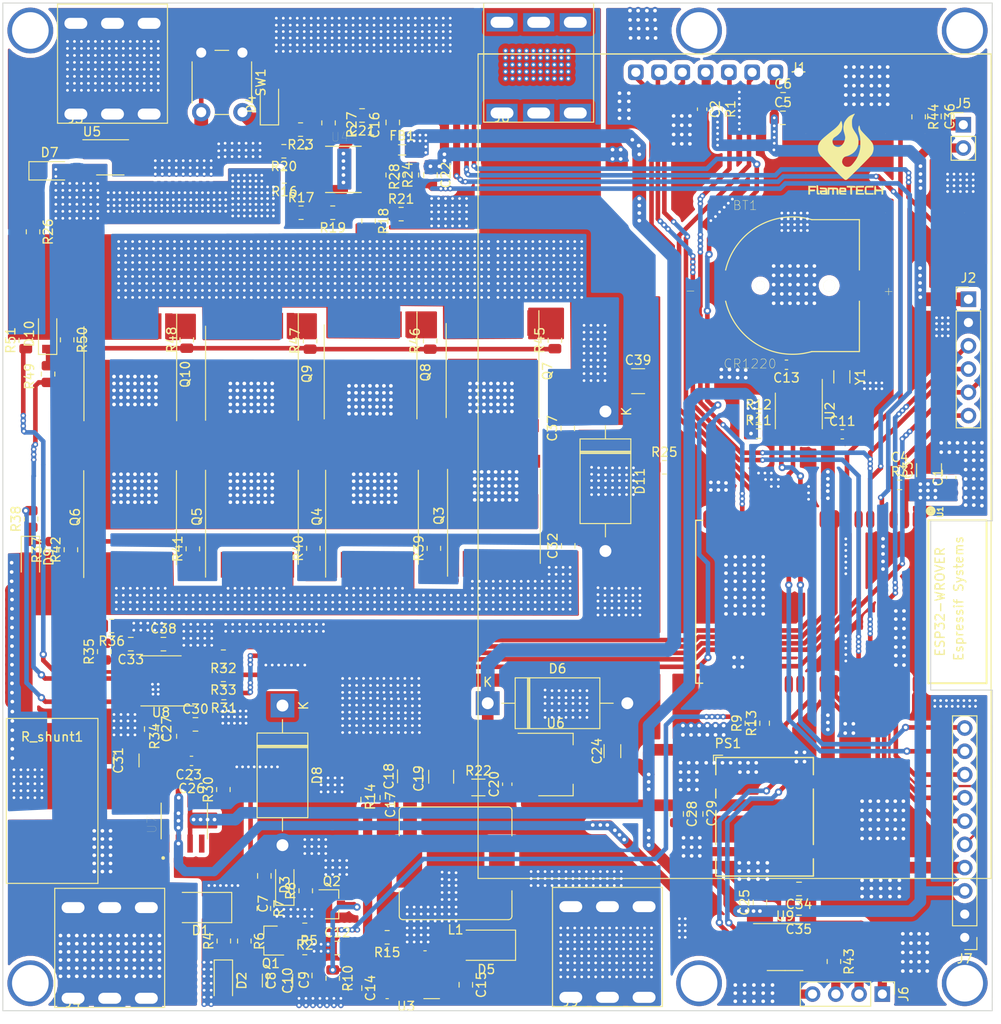
<source format=kicad_pcb>
(kicad_pcb (version 20171130) (host pcbnew "(5.1.7)-1")
  (layers (0 F.Cu signal) (31 B.Cu signal) (34 B.Paste user) (35 F.Paste user) (36 B.SilkS user) (37 F.SilkS user hide) (38 B.Mask user) (39 F.Mask user) (44 Edge.Cuts user))
  (net 0 "")
  (net 1 "Net-(BT1-Pad1)")
  (net 2 GND)
  (net 3 +3V3)
  (net 4 "Net-(C2-Pad1)")
  (net 5 FLASH_EN)
  (net 6 "Net-(C7-Pad2)")
  (net 7 BAT-)
  (net 8 "Net-(C10-Pad2)")
  (net 9 +5V)
  (net 10 "Net-(C12-Pad2)")
  (net 11 "Net-(C14-Pad1)")
  (net 12 "Net-(C15-Pad2)")
  (net 13 "Net-(C15-Pad1)")
  (net 14 "Net-(C16-Pad1)")
  (net 15 "Net-(C17-Pad2)")
  (net 16 "Net-(C17-Pad1)")
  (net 17 BAT_VOLT)
  (net 18 PACK_VOLT)
  (net 19 BAT_CURR)
  (net 20 "Net-(C27-Pad1)")
  (net 21 "Net-(C30-Pad2)")
  (net 22 "Net-(C31-Pad1)")
  (net 23 "Net-(C32-Pad2)")
  (net 24 "Net-(C33-Pad2)")
  (net 25 Earth)
  (net 26 +5VD)
  (net 27 MOS_TEMP)
  (net 28 PACK+)
  (net 29 "Net-(C38-Pad2)")
  (net 30 BAT+)
  (net 31 "Net-(D1-Pad1)")
  (net 32 FLASH_IO0)
  (net 33 "Net-(D4-Pad1)")
  (net 34 "Net-(D5-Pad2)")
  (net 35 "Net-(D7-Pad1)")
  (net 36 "Net-(D9-Pad1)")
  (net 37 "Net-(D10-Pad1)")
  (net 38 LCD_MISO)
  (net 39 FLASH_RXD)
  (net 40 LCD_DC)
  (net 41 LCD_MOSI)
  (net 42 LCD_CLK)
  (net 43 FLASH_TXD)
  (net 44 "Net-(J6-Pad3)")
  (net 45 "Net-(J6-Pad2)")
  (net 46 ESP32_SDA)
  (net 47 ESP32_SCL)
  (net 48 CELL_MOSI)
  (net 49 CELL_MISO)
  (net 50 CELL_CLK)
  (net 51 CELL_CS)
  (net 52 CHARGER_DETECT)
  (net 53 "Net-(Q1-Pad1)")
  (net 54 "Net-(Q2-Pad3)")
  (net 55 "Net-(Q10-Pad3)")
  (net 56 "Net-(Q3-Pad1)")
  (net 57 "Net-(Q4-Pad1)")
  (net 58 "Net-(Q5-Pad1)")
  (net 59 "Net-(Q6-Pad1)")
  (net 60 "Net-(Q7-Pad1)")
  (net 61 "Net-(Q8-Pad1)")
  (net 62 "Net-(Q9-Pad1)")
  (net 63 "Net-(Q10-Pad1)")
  (net 64 PWR_ON)
  (net 65 "Net-(R16-Pad1)")
  (net 66 "Net-(R18-Pad1)")
  (net 67 "Net-(R20-Pad1)")
  (net 68 "Net-(R21-Pad1)")
  (net 69 "Net-(R23-Pad1)")
  (net 70 "Net-(R24-Pad1)")
  (net 71 "Net-(R30-Pad1)")
  (net 72 "Net-(R31-Pad2)")
  (net 73 CHG_EN)
  (net 74 "Net-(R32-Pad2)")
  (net 75 DSG_EN)
  (net 76 "Net-(R33-Pad2)")
  (net 77 DRV_EN)
  (net 78 "Net-(R35-Pad1)")
  (net 79 "Net-(R38-Pad2)")
  (net 80 "Net-(R49-Pad1)")
  (net 81 "Net-(U1-Pad17)")
  (net 82 "Net-(U1-Pad18)")
  (net 83 "Net-(U1-Pad19)")
  (net 84 "Net-(U1-Pad20)")
  (net 85 "Net-(U1-Pad21)")
  (net 86 "Net-(U1-Pad22)")
  (net 87 "Net-(U1-Pad23)")
  (net 88 CAN_RX)
  (net 89 "Net-(U1-Pad27)")
  (net 90 "Net-(U1-Pad28)")
  (net 91 CAN_TX)
  (net 92 "Net-(U1-Pad32)")
  (net 93 "Net-(U2-Pad7)")
  (net 94 "Net-(U2-Pad2)")
  (net 95 "Net-(U2-Pad1)")
  (net 96 "Net-(U7-Pad4)")
  (net 97 "Net-(U8-Pad15)")
  (net 98 "Net-(U8-Pad14)")
  (net 99 "Net-(U8-Pad13)")
  (net 100 "Net-(U8-Pad8)")
  (net 101 "Net-(U8-Pad3)")
  (module Connector_PinHeader_2.54mm:PinHeader_1x10_P2.54mm_Vertical (layer F.Cu) (at 165 142 180)
    (fp_text reference J7 (at 0 -2.33) (layer F.SilkS))
    (fp_text value "EXT CELL")
    (pad 10 thru_hole oval (at 0 22.86 180) (size 1.7 1.7) (drill 1) (layers *.Cu *.Mask) (net 46 ESP32_SDA))
    (pad 9 thru_hole oval (at 0 20.32 180) (size 1.7 1.7) (drill 1) (layers *.Cu *.Mask) (net 47 ESP32_SCL))
    (pad 8 thru_hole oval (at 0 17.78 180) (size 1.7 1.7) (drill 1) (layers *.Cu *.Mask) (net 48 CELL_MOSI))
    (pad 7 thru_hole oval (at 0 15.24 180) (size 1.7 1.7) (drill 1) (layers *.Cu *.Mask) (net 49 CELL_MISO))
    (pad 6 thru_hole oval (at 0 12.7 180) (size 1.7 1.7) (drill 1) (layers *.Cu *.Mask) (net 50 CELL_CLK))
    (pad 5 thru_hole oval (at 0 10.16 180) (size 1.7 1.7) (drill 1) (layers *.Cu *.Mask) (net 51 CELL_CS))
    (pad 4 thru_hole oval (at 0 7.62 180) (size 1.7 1.7) (drill 1) (layers *.Cu *.Mask) (net 9 +5V))
    (pad 3 thru_hole oval (at 0 5.08 180) (size 1.7 1.7) (drill 1) (layers *.Cu *.Mask) (net 3 +3V3))
    (pad 2 thru_hole oval (at 0 2.54 180) (size 1.7 1.7) (drill 1) (layers *.Cu *.Mask) (net 2 GND))
    (pad 1 thru_hole rect (at 0 0 180) (size 1.7 1.7) (drill 1) (layers *.Cu *.Mask) (net 2 GND))
  )
  (module foot:TFT_DISLAY (layer F.Cu) (at 146.8755 47.5615 180)
    (fp_text reference J1 (at 0 0.5) (layer F.SilkS))
    (fp_text value TFT_LCD)
    (pad 8 thru_hole roundrect (at 17.78 0 180) (size 1.7 1.7) (drill 1) (layers *.Cu *.Mask) (net 38 LCD_MISO))
    (pad 7 thru_hole roundrect (at 15.24 0 180) (size 1.7 1.7) (drill 1) (layers *.Cu *.Mask) (net 39 FLASH_RXD))
    (pad 6 thru_hole roundrect (at 12.7 0 180) (size 1.7 1.7) (drill 1) (layers *.Cu *.Mask) (net 40 LCD_DC))
    (pad 5 thru_hole roundrect (at 10.16 0 180) (size 1.7 1.7) (drill 1) (layers *.Cu *.Mask) (net 4 "Net-(C2-Pad1)"))
    (pad 4 thru_hole roundrect (at 7.62 0 180) (size 1.7 1.7) (drill 1) (layers *.Cu *.Mask) (net 41 LCD_MOSI))
    (pad 3 thru_hole roundrect (at 5.08 0 180) (size 1.7 1.7) (drill 1) (layers *.Cu *.Mask) (net 42 LCD_CLK))
    (pad 2 thru_hole roundrect (at 2.54 0 180) (size 1.7 1.7) (drill 1) (layers *.Cu *.Mask) (net 3 +3V3))
    (pad 1 thru_hole roundrect (at 0 0 180) (size 1.7 1.7) (drill 1) (layers *.Cu *.Mask) (net 2 GND))
  )
  (module Capacitor_SMD:C_0603_1608Metric (layer F.Cu) (at 80.5942 124.3076 180)
    (fp_text reference C26 (at 0 -1.43) (layer F.SilkS))
    (fp_text value 100nF)
    (pad 2 smd roundrect (at 0.775 0 180) (size 0.9 0.95) (layers F.Cu F.Paste F.Mask) (net 2 GND))
    (pad 1 smd roundrect (at -0.775 0 180) (size 0.9 0.95) (layers F.Cu F.Paste F.Mask) (net 3 +3V3))
  )
  (module Capacitor_SMD:C_0603_1608Metric (layer F.Cu) (at 80.5942 122.7328 180)
    (fp_text reference C23 (at 0.3048 -1.4986) (layer F.SilkS))
    (fp_text value 1nF)
    (pad 2 smd roundrect (at 0.775 0 180) (size 0.9 0.95) (layers F.Cu F.Paste F.Mask) (net 2 GND))
    (pad 1 smd roundrect (at -0.775 0 180) (size 0.9 0.95) (layers F.Cu F.Paste F.Mask) (net 19 BAT_CURR))
  )
  (module Resistor_SMD:R_0805_2012Metric (layer F.Cu) (at 84.074 125.857 90)
    (fp_text reference R30 (at 0 -1.65 90) (layer F.SilkS))
    (fp_text value 100R)
    (pad 2 smd roundrect (at 0.9125 0 90) (size 1.025 1.4) (layers F.Cu F.Paste F.Mask) (roundrect_rratio 0.243902) (net 19 BAT_CURR))
    (pad 1 smd roundrect (at -0.9125 0 90) (size 1.025 1.4) (layers F.Cu F.Paste F.Mask) (roundrect_rratio 0.243902) (net 71 "Net-(R30-Pad1)"))
  )
  (module Inductor_SMD:L_0805_2012Metric (layer F.Cu) (at 103.5812 56.0324)
    (fp_text reference FB1 (at 0 -1.55) (layer F.SilkS))
    (fp_text value 600Ohm)
    (pad 2 smd roundrect (at 1.0625 0) (size 0.875 1.2) (layers F.Cu F.Paste F.Mask) (net 9 +5V))
    (pad 1 smd roundrect (at -1.0625 0) (size 0.875 1.2) (layers F.Cu F.Paste F.Mask) (net 14 "Net-(C16-Pad1)"))
  )
  (module Resistor_SMD:R_0805_2012Metric (layer F.Cu) (at 159.9692 52.4256 270)
    (fp_text reference R44 (at 0 -1.65 90) (layer F.SilkS))
    (fp_text value 10K)
    (pad 2 smd roundrect (at 0.9125 0 270) (size 1.025 1.4) (layers F.Cu F.Paste F.Mask) (roundrect_rratio 0.243902) (net 27 MOS_TEMP))
    (pad 1 smd roundrect (at -0.9125 0 270) (size 1.025 1.4) (layers F.Cu F.Paste F.Mask) (roundrect_rratio 0.243902) (net 2 GND))
  )
  (module Capacitor_SMD:C_0805_2012Metric (layer F.Cu) (at 161.6964 52.3748 270)
    (fp_text reference C36 (at 0 -1.68 90) (layer F.SilkS))
    (fp_text value 10nF/50V)
    (pad 2 smd roundrect (at 0.95 0 270) (size 1 1.45) (layers F.Cu F.Paste F.Mask) (net 27 MOS_TEMP))
    (pad 1 smd roundrect (at -0.95 0 270) (size 1 1.45) (layers F.Cu F.Paste F.Mask) (net 2 GND))
  )
  (module Connector_PinHeader_2.54mm:PinHeader_1x02_P2.54mm_Vertical (layer F.Cu) (at 164.846 53.2892)
    (fp_text reference J5 (at 0 -2.33) (layer F.SilkS))
    (fp_text value Conn_01x02)
    (pad 2 thru_hole oval (at 0 2.54) (size 1.7 1.7) (drill 1) (layers *.Cu *.Mask) (net 3 +3V3))
    (pad 1 thru_hole rect (at 0 0) (size 1.7 1.7) (drill 1) (layers *.Cu *.Mask) (net 27 MOS_TEMP))
  )
  (module Capacitor_SMD:C_0603_1608Metric (layer F.Cu) (at 145.542 79.4832 180)
    (fp_text reference C13 (at 0 -1.43) (layer F.SilkS))
    (fp_text value 100nF)
    (pad 2 smd roundrect (at 0.775 0 180) (size 0.9 0.95) (layers F.Cu F.Paste F.Mask) (net 2 GND))
    (pad 1 smd roundrect (at -0.775 0 180) (size 0.9 0.95) (layers F.Cu F.Paste F.Mask) (net 1 "Net-(BT1-Pad1)"))
  )
  (module Capacitor_SMD:C_1210_3225Metric (layer F.Cu) (at 161.10458 90.99296 90)
    (fp_text reference C3 (at 0 -2.3 90) (layer F.SilkS))
    (fp_text value 10uF)
    (pad 2 smd roundrect (at 1.475 0 90) (size 1.15 2.7) (layers F.Cu F.Paste F.Mask) (roundrect_rratio 0.217391) (net 2 GND))
    (pad 1 smd roundrect (at -1.475 0 90) (size 1.15 2.7) (layers F.Cu F.Paste F.Mask) (roundrect_rratio 0.217391) (net 3 +3V3))
  )
  (module Capacitor_SMD:C_0603_1608Metric (layer F.Cu) (at 163.5252 91.7956 90)
    (fp_text reference C1 (at 0 -1.43 90) (layer F.SilkS))
    (fp_text value 100nF)
    (pad 2 smd roundrect (at 0.775 0 90) (size 0.9 0.95) (layers F.Cu F.Paste F.Mask) (net 2 GND))
    (pad 1 smd roundrect (at -0.775 0 90) (size 0.9 0.95) (layers F.Cu F.Paste F.Mask) (net 3 +3V3))
  )
  (module footrint_BMS:BAT_CR1220_Holder (layer F.Cu) (at 146.202 70.8472)
    (fp_text reference BT1 (at -5.179 -8.754) (layer F.SilkS) (effects (font (thickness 0.05))))
    (fp_text value CR1220 (at -4.644 8.538) (layer F.SilkS) (effects (font (thickness 0.05))))
    (fp_text user - (at -11.14 0.52) (layer F.SilkS) (effects (font (thickness 0.05))))
    (fp_text user + (at 10.49 0.57) (layer F.SilkS) (effects (font (thickness 0.05))))
    (pad Hole np_thru_hole circle (at 4 0) (size 1.3 1.3) (drill 1.3) (layers *.Cu *.Mask F.SilkS))
    (pad Hole np_thru_hole circle (at -3.5 0) (size 1 1) (drill 1) (layers *.Cu *.Mask F.SilkS))
    (pad 1 smd rect (at 8.23 0) (size 3.54 2.6) (layers F.Cu F.Paste F.Mask) (net 1 "Net-(BT1-Pad1)"))
    (pad 2 smd rect (at -7.57 0) (size 3.66 2.6) (layers F.Cu F.Paste F.Mask) (net 2 GND))
  )
  (module Capacitor_SMD:C_0603_1608Metric (layer F.Cu) (at 151.638 87.0712)
    (fp_text reference C11 (at 0 -1.43) (layer F.SilkS))
    (fp_text value 100nF)
    (pad 2 smd roundrect (at 0.775 0) (size 0.9 0.95) (layers F.Cu F.Paste F.Mask) (net 2 GND))
    (pad 1 smd roundrect (at -0.775 0) (size 0.9 0.95) (layers F.Cu F.Paste F.Mask) (net 9 +5V))
  )
  (module Capacitor_SMD:C_0603_1608Metric (layer F.Cu) (at 157.89402 91.01074)
    (fp_text reference C4 (at 0 -1.43) (layer F.SilkS))
    (fp_text value 1uF)
    (pad 2 smd roundrect (at 0.775 0) (size 0.9 0.95) (layers F.Cu F.Paste F.Mask) (net 2 GND))
    (pad 1 smd roundrect (at -0.775 0) (size 0.9 0.95) (layers F.Cu F.Paste F.Mask) (net 5 FLASH_EN))
  )
  (module Package_SO:SOIC-8_3.9x4.9mm_P1.27mm (layer F.Cu) (at 146.89074 84.53018 270)
    (fp_text reference U2 (at 0 -3.4 90) (layer F.SilkS))
    (fp_text value DS1307N+)
    (pad 8 smd roundrect (at 2.475 -1.905 270) (size 1.95 0.6) (layers F.Cu F.Paste F.Mask) (net 9 +5V))
    (pad 7 smd roundrect (at 2.475 -0.635 270) (size 1.95 0.6) (layers F.Cu F.Paste F.Mask) (net 93 "Net-(U2-Pad7)"))
    (pad 6 smd roundrect (at 2.475 0.635 270) (size 1.95 0.6) (layers F.Cu F.Paste F.Mask) (net 47 ESP32_SCL))
    (pad 5 smd roundrect (at 2.475 1.905 270) (size 1.95 0.6) (layers F.Cu F.Paste F.Mask) (net 46 ESP32_SDA))
    (pad 4 smd roundrect (at -2.475 1.905 270) (size 1.95 0.6) (layers F.Cu F.Paste F.Mask) (net 2 GND))
    (pad 3 smd roundrect (at -2.475 0.635 270) (size 1.95 0.6) (layers F.Cu F.Paste F.Mask) (net 1 "Net-(BT1-Pad1)"))
    (pad 2 smd roundrect (at -2.475 -0.635 270) (size 1.95 0.6) (layers F.Cu F.Paste F.Mask) (net 94 "Net-(U2-Pad2)"))
    (pad 1 smd roundrect (at -2.475 -1.905 270) (size 1.95 0.6) (layers F.Cu F.Paste F.Mask) (net 95 "Net-(U2-Pad1)"))
  )
  (module Crystal:Crystal_SMD_3215-2Pin_3.2x1.5mm (layer F.Cu) (at 151.5872 80.804 270)
    (fp_text reference Y1 (at 0 -2 90) (layer F.SilkS))
    (fp_text value 32768)
    (pad 2 smd rect (at -1.25 0 270) (size 1 1.8) (layers F.Cu F.Paste F.Mask) (net 94 "Net-(U2-Pad2)"))
    (pad 1 smd rect (at 1.25 0 270) (size 1 1.8) (layers F.Cu F.Paste F.Mask) (net 95 "Net-(U2-Pad1)"))
  )
  (module footrint_BMS:ESP32-WROVER-WROOM32 (layer F.Cu) (at 149.606 105.3592 90)
    (fp_text reference U1 (at 9.788766 12.728355 90) (layer F.SilkS) (effects (font (size 0.6 0.6))))
    (fp_text value ESP32-WROOM hide)
    (fp_text user ESP32-WROVER (at 0 12.7 90) (layer F.SilkS))
    (fp_text user "Espressif Systems" (at 0.3556 14.732 90) (layer F.SilkS))
    (pad 1 smd oval (at 9 10.16 90) (size 2 0.9) (layers F.Cu F.Paste F.Mask) (net 2 GND))
    (pad 2 smd oval (at 9 8.89 90) (size 2 0.9) (layers F.Cu F.Paste F.Mask) (net 3 +3V3))
    (pad 3 smd oval (at 9 7.62 90) (size 2 0.9) (layers F.Cu F.Paste F.Mask) (net 5 FLASH_EN))
    (pad 4 smd oval (at 9 6.35 90) (size 2 0.9) (layers F.Cu F.Paste F.Mask) (net 18 PACK_VOLT))
    (pad 5 smd oval (at 9 5.08 90) (size 2 0.9) (layers F.Cu F.Paste F.Mask) (net 17 BAT_VOLT))
    (pad 6 smd oval (at 9 3.81 90) (size 2 0.9) (layers F.Cu F.Paste F.Mask) (net 19 BAT_CURR))
    (pad 7 smd oval (at 9 2.54 90) (size 2 0.9) (layers F.Cu F.Paste F.Mask) (net 27 MOS_TEMP))
    (pad 8 smd oval (at 9 1.27 90) (size 2 0.9) (layers F.Cu F.Paste F.Mask) (net 77 DRV_EN))
    (pad 9 smd oval (at 9 0 90) (size 2 0.9) (layers F.Cu F.Paste F.Mask) (net 73 CHG_EN))
    (pad 10 smd oval (at 9 -1.27 90) (size 2 0.9) (layers F.Cu F.Paste F.Mask) (net 75 DSG_EN))
    (pad 11 smd oval (at 9 -2.54 90) (size 2 0.9) (layers F.Cu F.Paste F.Mask) (net 46 ESP32_SDA))
    (pad 12 smd oval (at 9 -3.81 90) (size 2 0.9) (layers F.Cu F.Paste F.Mask) (net 47 ESP32_SCL))
    (pad 13 smd oval (at 9 -5.08 90) (size 2 0.9) (layers F.Cu F.Paste F.Mask) (net 42 LCD_CLK))
    (pad 14 smd oval (at 9 -6.35 90) (size 2 0.9) (layers F.Cu F.Paste F.Mask) (net 38 LCD_MISO))
    (pad 15 smd oval (at 9 -7.62 90) (size 2 0.9) (layers F.Cu F.Paste F.Mask) (net 2 GND))
    (pad 16 smd oval (at 9 -8.89 90) (size 2 0.9) (layers F.Cu F.Paste F.Mask) (net 41 LCD_MOSI))
    (pad 17 smd oval (at 9 -10.16 90) (size 2 0.9) (layers F.Cu F.Paste F.Mask) (net 81 "Net-(U1-Pad17)"))
    (pad 18 smd oval (at 9 -11.43 90) (size 2 0.9) (layers F.Cu F.Paste F.Mask) (net 82 "Net-(U1-Pad18)"))
    (pad 19 smd oval (at 9 -12.7 90) (size 2 0.9) (layers F.Cu F.Paste F.Mask) (net 83 "Net-(U1-Pad19)"))
    (pad 20 smd oval (at -9 -12.7 90) (size 2 0.9) (layers F.Cu F.Paste F.Mask) (net 84 "Net-(U1-Pad20)"))
    (pad 21 smd oval (at -9 -11.43 90) (size 2 0.9) (layers F.Cu F.Paste F.Mask) (net 85 "Net-(U1-Pad21)"))
    (pad 22 smd oval (at -9 -10.16 90) (size 2 0.9) (layers F.Cu F.Paste F.Mask) (net 86 "Net-(U1-Pad22)"))
    (pad 23 smd oval (at -9 -8.89 90) (size 2 0.9) (layers F.Cu F.Paste F.Mask) (net 87 "Net-(U1-Pad23)"))
    (pad 24 smd oval (at -9 -7.62 90) (size 2 0.9) (layers F.Cu F.Paste F.Mask) (net 64 PWR_ON))
    (pad 25 smd oval (at -9 -6.35 90) (size 2 0.9) (layers F.Cu F.Paste F.Mask) (net 32 FLASH_IO0))
    (pad 26 smd oval (at -9 -5.08 90) (size 2 0.9) (layers F.Cu F.Paste F.Mask) (net 88 CAN_RX))
    (pad 27 smd oval (at -9 -3.81 90) (size 2 0.9) (layers F.Cu F.Paste F.Mask) (net 89 "Net-(U1-Pad27)"))
    (pad 28 smd oval (at -9 -2.54 90) (size 2 0.9) (layers F.Cu F.Paste F.Mask) (net 90 "Net-(U1-Pad28)"))
    (pad 29 smd oval (at -9 -1.27 90) (size 2 0.9) (layers F.Cu F.Paste F.Mask) (net 91 CAN_TX))
    (pad 30 smd oval (at -9 0 90) (size 2 0.9) (layers F.Cu F.Paste F.Mask) (net 50 CELL_CLK))
    (pad 31 smd oval (at -9 1.27 90) (size 2 0.9) (layers F.Cu F.Paste F.Mask) (net 49 CELL_MISO))
    (pad 32 smd oval (at -9 2.54 90) (size 2 0.9) (layers F.Cu F.Paste F.Mask) (net 92 "Net-(U1-Pad32)"))
    (pad 33 smd oval (at -9 3.81 90) (size 2 0.9) (layers F.Cu F.Paste F.Mask) (net 40 LCD_DC))
    (pad 34 smd oval (at -9 5.08 90) (size 2 0.9) (layers F.Cu F.Paste F.Mask) (net 39 FLASH_RXD))
    (pad 35 smd oval (at -9 6.35 90) (size 2 0.9) (layers F.Cu F.Paste F.Mask) (net 43 FLASH_TXD))
    (pad 36 smd oval (at -9 7.62 90) (size 2 0.9) (layers F.Cu F.Paste F.Mask) (net 51 CELL_CS))
    (pad 37 smd oval (at -9 8.89 90) (size 2 0.9) (layers F.Cu F.Paste F.Mask) (net 48 CELL_MOSI))
    (pad 38 smd oval (at -9 10.16 90) (size 2 0.9) (layers F.Cu F.Paste F.Mask) (net 2 GND))
  )
  (module Resistor_SMD:R_0603_1608Metric (layer F.Cu) (at 141.55674 118.62308 90)
    (fp_text reference R9 (at 0 -1.43 90) (layer F.SilkS))
    (fp_text value 10K)
    (pad 2 smd roundrect (at 0.825 0 90) (size 0.8 0.95) (layers F.Cu F.Paste F.Mask) (net 64 PWR_ON))
    (pad 1 smd roundrect (at -0.825 0 90) (size 0.8 0.95) (layers F.Cu F.Paste F.Mask) (net 2 GND))
  )
  (module Resistor_SMD:R_0603_1608Metric (layer F.Cu) (at 142.4945 86.995)
    (fp_text reference R11 (at 0 -1.43) (layer F.SilkS))
    (fp_text value 4K7)
    (pad 2 smd roundrect (at 0.825 0) (size 0.8 0.95) (layers F.Cu F.Paste F.Mask) (net 46 ESP32_SDA))
    (pad 1 smd roundrect (at -0.825 0) (size 0.8 0.95) (layers F.Cu F.Paste F.Mask) (net 3 +3V3))
  )
  (module Resistor_SMD:R_0603_1608Metric (layer F.Cu) (at 142.494 85.2805)
    (fp_text reference R12 (at 0 -1.43) (layer F.SilkS))
    (fp_text value 4K7)
    (pad 2 smd roundrect (at 0.825 0) (size 0.8 0.95) (layers F.Cu F.Paste F.Mask) (net 47 ESP32_SCL))
    (pad 1 smd roundrect (at -0.825 0) (size 0.8 0.95) (layers F.Cu F.Paste F.Mask) (net 3 +3V3))
  )
  (module Resistor_SMD:R_0603_1608Metric (layer F.Cu) (at 143.1544 118.618 90)
    (fp_text reference R13 (at 0 -1.43 90) (layer F.SilkS))
    (fp_text value 10K)
    (pad 2 smd roundrect (at 0.825 0 90) (size 0.8 0.95) (layers F.Cu F.Paste F.Mask) (net 32 FLASH_IO0))
    (pad 1 smd roundrect (at -0.825 0 90) (size 0.8 0.95) (layers F.Cu F.Paste F.Mask) (net 3 +3V3))
  )
  (module Resistor_SMD:R_0603_1608Metric (layer F.Cu) (at 157.89402 92.59824)
    (fp_text reference R3 (at 0 -1.43) (layer F.SilkS))
    (fp_text value 10K)
    (pad 2 smd roundrect (at 0.825 0) (size 0.8 0.95) (layers F.Cu F.Paste F.Mask) (net 3 +3V3))
    (pad 1 smd roundrect (at -0.825 0) (size 0.8 0.95) (layers F.Cu F.Paste F.Mask) (net 5 FLASH_EN))
  )
  (module Package_TO_SOT_SMD:Infineon_PG-HSOF-8-1 (layer F.Cu) (at 87.19058 96.07296 90)
    (fp_text reference Q5 (at 0 -6 90) (layer F.SilkS))
    (fp_text value IPT015N10N5)
    (pad 3 smd custom (at 3.8 0 90) (size 2.9 8.7) (layers F.Cu F.Mask) (net 55 "Net-(Q10-Pad3)") (options (clearance outline) (anchor rect)) (primitives (gr_poly (pts (xy 1.45 -5.05) (xy 2.85 -5.05) (xy 2.85 5.05) (xy 1.45 5.05)) (width 0)) (gr_poly (pts (xy -1.45 -4.85) (xy -5.15 -4.85) (xy -5.15 4.85) (xy -1.45 4.85)) (width 0))))
    (pad 1 smd rect (at -5.25 -4.2 90) (size 2.8 0.8) (layers F.Cu F.Mask) (net 58 "Net-(Q5-Pad1)"))
    (pad 2 smd custom (at -4.25 0.6 90) (size 0.8 8) (layers F.Cu F.Mask) (net 22 "Net-(C31-Pad1)") (options (clearance outline) (anchor rect)) (primitives (gr_poly (pts (xy -0.4 -4) (xy -2.4 -4) (xy -2.4 -3.2) (xy -0.4 -3.2)) (width 0)) (gr_poly (pts (xy -0.4 -2.8) (xy -2.4 -2.8) (xy -2.4 -2) (xy -0.4 -2)) (width 0)) (gr_poly (pts (xy -0.4 -1.6) (xy -2.4 -1.6) (xy -2.4 -0.8) (xy -0.4 -0.8)) (width 0)) (gr_poly (pts (xy -0.4 -0.4) (xy -2.4 -0.4) (xy -2.4 0.4) (xy -0.4 0.4)) (width 0)) (gr_poly (pts (xy -0.4 0.8) (xy -2.4 0.8) (xy -2.4 1.6) (xy -0.4 1.6)) (width 0)) (gr_poly (pts (xy -0.4 2) (xy -2.4 2) (xy -2.4 2.8) (xy -0.4 2.8)) (width 0)) (gr_poly (pts (xy -0.4 3.2) (xy -2.4 3.2) (xy -2.4 4) (xy -0.4 4)) (width 0))))
  )
  (module Package_SO:TSSOP-16_4.4x5mm_P0.65mm (layer F.Cu) (at 77.2668 113.9952 180)
    (fp_text reference U8 (at 0 -3.45) (layer F.SilkS))
    (fp_text value BQ76200PW)
    (pad 16 smd roundrect (at 2.8625 -2.275 180) (size 1.475 0.4) (layers F.Cu F.Paste F.Mask) (net 79 "Net-(R38-Pad2)"))
    (pad 15 smd roundrect (at 2.8625 -1.625 180) (size 1.475 0.4) (layers F.Cu F.Paste F.Mask) (net 97 "Net-(U8-Pad15)"))
    (pad 14 smd roundrect (at 2.8625 -0.975 180) (size 1.475 0.4) (layers F.Cu F.Paste F.Mask) (net 98 "Net-(U8-Pad14)"))
    (pad 13 smd roundrect (at 2.8625 -0.325 180) (size 1.475 0.4) (layers F.Cu F.Paste F.Mask) (net 99 "Net-(U8-Pad13)"))
    (pad 12 smd roundrect (at 2.8625 0.325 180) (size 1.475 0.4) (layers F.Cu F.Paste F.Mask) (net 80 "Net-(R49-Pad1)"))
    (pad 11 smd roundrect (at 2.8625 0.975 180) (size 1.475 0.4) (layers F.Cu F.Paste F.Mask) (net 29 "Net-(C38-Pad2)"))
    (pad 10 smd roundrect (at 2.8625 1.625 180) (size 1.475 0.4) (layers F.Cu F.Paste F.Mask) (net 78 "Net-(R35-Pad1)"))
    (pad 9 smd roundrect (at 2.8625 2.275 180) (size 1.475 0.4) (layers F.Cu F.Paste F.Mask) (net 7 BAT-))
    (pad 8 smd roundrect (at -2.8625 2.275 180) (size 1.475 0.4) (layers F.Cu F.Paste F.Mask) (net 100 "Net-(U8-Pad8)"))
    (pad 7 smd roundrect (at -2.8625 1.625 180) (size 1.475 0.4) (layers F.Cu F.Paste F.Mask) (net 76 "Net-(R33-Pad2)"))
    (pad 6 smd roundrect (at -2.8625 0.975 180) (size 1.475 0.4) (layers F.Cu F.Paste F.Mask) (net 74 "Net-(R32-Pad2)"))
    (pad 5 smd roundrect (at -2.8625 0.325 180) (size 1.475 0.4) (layers F.Cu F.Paste F.Mask) (net 76 "Net-(R33-Pad2)"))
    (pad 4 smd roundrect (at -2.8625 -0.325 180) (size 1.475 0.4) (layers F.Cu F.Paste F.Mask) (net 72 "Net-(R31-Pad2)"))
    (pad 3 smd roundrect (at -2.8625 -0.975 180) (size 1.475 0.4) (layers F.Cu F.Paste F.Mask) (net 101 "Net-(U8-Pad3)"))
    (pad 2 smd roundrect (at -2.8625 -1.625 180) (size 1.475 0.4) (layers F.Cu F.Paste F.Mask) (net 20 "Net-(C27-Pad1)"))
    (pad 1 smd roundrect (at -2.8625 -2.275 180) (size 1.475 0.4) (layers F.Cu F.Paste F.Mask) (net 21 "Net-(C30-Pad2)"))
  )
  (module Package_SO:HTSSOP-14-1EP_4.4x5mm_P0.65mm_EP3.4x5mm_Mask3x3.1mm (layer F.Cu) (at 104.0207 146.0696 180)
    (fp_text reference U3 (at 0 -3.45) (layer F.SilkS))
    (fp_text value LM5010A)
    (pad 15 smd rect (at 0 0 180) (size 3.4 5) (layers F.Cu))
    (pad 14 smd roundrect (at 2.8625 -1.95 180) (size 1.575 0.4) (layers F.Cu F.Paste F.Mask))
    (pad 13 smd roundrect (at 2.8625 -1.3 180) (size 1.575 0.4) (layers F.Cu F.Paste F.Mask) (net 8 "Net-(C10-Pad2)"))
    (pad 12 smd roundrect (at 2.8625 -0.65 180) (size 1.575 0.4) (layers F.Cu F.Paste F.Mask) (net 11 "Net-(C14-Pad1)"))
    (pad 11 smd roundrect (at 2.8625 0 180) (size 1.575 0.4) (layers F.Cu F.Paste F.Mask) (net 54 "Net-(Q2-Pad3)"))
    (pad 10 smd roundrect (at 2.8625 0.65 180) (size 1.575 0.4) (layers F.Cu F.Paste F.Mask) (net 10 "Net-(C12-Pad2)"))
    (pad 9 smd roundrect (at 2.8625 1.3 180) (size 1.575 0.4) (layers F.Cu F.Paste F.Mask) (net 15 "Net-(C17-Pad2)"))
    (pad 8 smd roundrect (at 2.8625 1.95 180) (size 1.575 0.4) (layers F.Cu F.Paste F.Mask))
    (pad 7 smd roundrect (at -2.8625 1.95 180) (size 1.575 0.4) (layers F.Cu F.Paste F.Mask))
    (pad 6 smd roundrect (at -2.8625 1.3 180) (size 1.575 0.4) (layers F.Cu F.Paste F.Mask) (net 7 BAT-))
    (pad 5 smd roundrect (at -2.8625 0.65 180) (size 1.575 0.4) (layers F.Cu F.Paste F.Mask) (net 7 BAT-))
    (pad 4 smd roundrect (at -2.8625 0 180) (size 1.575 0.4) (layers F.Cu F.Paste F.Mask) (net 34 "Net-(D5-Pad2)"))
    (pad 3 smd roundrect (at -2.8625 -0.65 180) (size 1.575 0.4) (layers F.Cu F.Paste F.Mask) (net 13 "Net-(C15-Pad1)"))
    (pad 2 smd roundrect (at -2.8625 -1.3 180) (size 1.575 0.4) (layers F.Cu F.Paste F.Mask) (net 12 "Net-(C15-Pad2)"))
    (pad 1 smd roundrect (at -2.8625 -1.95 180) (size 1.575 0.4) (layers F.Cu F.Paste F.Mask))
  )
  (module Resistor_SMD:R_0603_1608Metric (layer F.Cu) (at 101.7016 126.746 90)
    (fp_text reference R14 (at 0.1016 -1.5748 90) (layer F.SilkS))
    (fp_text value 1K)
    (pad 2 smd roundrect (at 0.825 0 90) (size 0.8 0.95) (layers F.Cu F.Paste F.Mask) (net 16 "Net-(C17-Pad1)"))
    (pad 1 smd roundrect (at -0.825 0 90) (size 0.8 0.95) (layers F.Cu F.Paste F.Mask) (net 15 "Net-(C17-Pad2)"))
  )
  (module footrint_BMS:logo-flametech-v1 (layer F.Cu) (at 157.7848 59.182)
    (fp_text reference H1 hide)
    (fp_text value logo hide)
  )
  (module foot:R0.001ohm (layer F.Cu) (at 65.3796 120.604 180)
    (fp_text reference R_shunt1 (at 0 0.5) (layer F.SilkS))
    (fp_text value 0.001R)
    (pad 2 smd rect (at 0 -13 180) (size 7.5 4) (layers F.Cu F.Paste F.Mask) (net 30 BAT+))
    (pad 1 smd rect (at 0 0 180) (size 7.5 4) (layers F.Cu F.Paste F.Mask) (net 22 "Net-(C31-Pad1)"))
  )
  (module foot:SW_PUSH_6mm_H5mm (layer F.Cu) (at 86.1568 45.4152 270)
    (fp_text reference SW1 (at 3.25 -2 90) (layer F.SilkS))
    (fp_text value SW_DIP_x02)
    (pad 3 thru_hole circle (at 6.5 0) (size 2 2) (drill 1.1) (layers *.Cu *.Mask) (net 33 "Net-(D4-Pad1)"))
    (pad 4 thru_hole circle (at 6.5 4.5) (size 2 2) (drill 1.1) (layers *.Cu *.Mask) (net 52 CHARGER_DETECT))
    (pad 1 thru_hole circle (at 0 0) (size 2 2) (drill 1.1) (layers *.Cu *.Mask) (net 7 BAT-))
    (pad 2 thru_hole circle (at 0 4.5) (size 2 2) (drill 1.1) (layers *.Cu *.Mask) (net 7 BAT-))
  )
  (module foot:Converter_DCDC_B0505 (layer F.Cu) (at 143.1544 130.0988)
    (fp_text reference PS1 (at -4 -9.27) (layer F.SilkS))
    (fp_text value MORNSUN-B0505XT-1WR2)
    (pad 5 smd rect (at 4.7 2.54) (size 2.3 1) (layers F.Cu F.Paste F.Mask) (net 26 +5VD))
    (pad 8 smd rect (at 4.7 -5.08) (size 2.3 1) (layers F.Cu F.Paste F.Mask))
    (pad 4 smd rect (at -4.7 2.54) (size 2.3 1) (layers F.Cu F.Paste F.Mask) (net 25 Earth))
    (pad 2 smd rect (at -4.7 -2.54) (size 2.3 1) (layers F.Cu F.Paste F.Mask) (net 9 +5V))
    (pad 1 smd rect (at -4.7 -5.08) (size 2.3 1) (layers F.Cu F.Paste F.Mask) (net 2 GND))
  )
  (module foot:PACK (layer F.Cu) (at 122 148.5392)
    (fp_text reference J9 (at 0 0.5) (layer F.SilkS))
    (fp_text value PACK-)
    (pad 1 thru_hole rect (at 8 -9.9) (size 3.4 2) (drill oval 2.5 1.2) (layers *.Cu *.Mask) (net 7 BAT-))
    (pad 1 thru_hole rect (at 4 -9.9) (size 3.4 2) (drill oval 2.5 1.2) (layers *.Cu *.Mask) (net 7 BAT-))
    (pad 1 thru_hole rect (at 0 -9.9) (size 3.4 2) (drill oval 2.5 1.2) (layers *.Cu *.Mask) (net 7 BAT-))
    (pad 1 thru_hole rect (at 4 0) (size 3.4 2) (drill oval 2.5 1.2) (layers *.Cu *.Mask) (net 7 BAT-))
    (pad 1 thru_hole rect (at 8 0) (size 3.4 2) (drill oval 2.5 1.2) (layers *.Cu *.Mask) (net 7 BAT-))
    (pad 1 thru_hole rect (at 0 0) (size 3.4 2) (drill oval 2.5 1.2) (layers *.Cu *.Mask) (net 7 BAT-))
  )
  (module foot:PACK (layer F.Cu) (at 114.4905 52.0065)
    (fp_text reference J8 (at 0 0.5) (layer F.SilkS))
    (fp_text value PACK+)
    (pad 1 thru_hole rect (at 8 -9.9) (size 3.4 2) (drill oval 2.5 1.2) (layers *.Cu *.Mask) (net 28 PACK+))
    (pad 1 thru_hole rect (at 4 -9.9) (size 3.4 2) (drill oval 2.5 1.2) (layers *.Cu *.Mask) (net 28 PACK+))
    (pad 1 thru_hole rect (at 0 -9.9) (size 3.4 2) (drill oval 2.5 1.2) (layers *.Cu *.Mask) (net 28 PACK+))
    (pad 1 thru_hole rect (at 4 0) (size 3.4 2) (drill oval 2.5 1.2) (layers *.Cu *.Mask) (net 28 PACK+))
    (pad 1 thru_hole rect (at 8 0) (size 3.4 2) (drill oval 2.5 1.2) (layers *.Cu *.Mask) (net 28 PACK+))
    (pad 1 thru_hole rect (at 0 0) (size 3.4 2) (drill oval 2.5 1.2) (layers *.Cu *.Mask) (net 28 PACK+))
  )
  (module foot:PACK (layer F.Cu) (at 67.6656 148.6408)
    (fp_text reference J4 (at 0 0.5) (layer F.SilkS))
    (fp_text value BAT+)
    (pad 1 thru_hole rect (at 8 -9.9) (size 3.4 2) (drill oval 2.5 1.2) (layers *.Cu *.Mask) (net 30 BAT+))
    (pad 1 thru_hole rect (at 4 -9.9) (size 3.4 2) (drill oval 2.5 1.2) (layers *.Cu *.Mask) (net 30 BAT+))
    (pad 1 thru_hole rect (at 0 -9.9) (size 3.4 2) (drill oval 2.5 1.2) (layers *.Cu *.Mask) (net 30 BAT+))
    (pad 1 thru_hole rect (at 4 0) (size 3.4 2) (drill oval 2.5 1.2) (layers *.Cu *.Mask) (net 30 BAT+))
    (pad 1 thru_hole rect (at 8 0) (size 3.4 2) (drill oval 2.5 1.2) (layers *.Cu *.Mask) (net 30 BAT+))
    (pad 1 thru_hole rect (at 0 0) (size 3.4 2) (drill oval 2.5 1.2) (layers *.Cu *.Mask) (net 30 BAT+))
  )
  (module foot:PACK (layer F.Cu) (at 67.9704 52.1208)
    (fp_text reference J3 (at 0 0.5) (layer F.SilkS))
    (fp_text value BAT-)
    (pad 1 thru_hole rect (at 8 -9.9) (size 3.4 2) (drill oval 2.5 1.2) (layers *.Cu *.Mask) (net 7 BAT-))
    (pad 1 thru_hole rect (at 4 -9.9) (size 3.4 2) (drill oval 2.5 1.2) (layers *.Cu *.Mask) (net 7 BAT-))
    (pad 1 thru_hole rect (at 0 -9.9) (size 3.4 2) (drill oval 2.5 1.2) (layers *.Cu *.Mask) (net 7 BAT-))
    (pad 1 thru_hole rect (at 4 0) (size 3.4 2) (drill oval 2.5 1.2) (layers *.Cu *.Mask) (net 7 BAT-))
    (pad 1 thru_hole rect (at 8 0) (size 3.4 2) (drill oval 2.5 1.2) (layers *.Cu *.Mask) (net 7 BAT-))
    (pad 1 thru_hole rect (at 0 0) (size 3.4 2) (drill oval 2.5 1.2) (layers *.Cu *.Mask) (net 7 BAT-))
  )
  (module Package_SO:SOIC-8_3.9x4.9mm_P1.27mm (layer F.Cu) (at 145.3896 143.0528)
    (fp_text reference U9 (at 0 -3.4) (layer F.SilkS))
    (fp_text value ISO1044)
    (pad 8 smd roundrect (at 2.475 -1.905) (size 1.95 0.6) (layers F.Cu F.Paste F.Mask) (net 26 +5VD))
    (pad 7 smd roundrect (at 2.475 -0.635) (size 1.95 0.6) (layers F.Cu F.Paste F.Mask) (net 25 Earth))
    (pad 6 smd roundrect (at 2.475 0.635) (size 1.95 0.6) (layers F.Cu F.Paste F.Mask) (net 45 "Net-(J6-Pad2)"))
    (pad 5 smd roundrect (at 2.475 1.905) (size 1.95 0.6) (layers F.Cu F.Paste F.Mask) (net 44 "Net-(J6-Pad3)"))
    (pad 4 smd roundrect (at -2.475 1.905) (size 1.95 0.6) (layers F.Cu F.Paste F.Mask) (net 2 GND))
    (pad 3 smd roundrect (at -2.475 0.635) (size 1.95 0.6) (layers F.Cu F.Paste F.Mask) (net 88 CAN_RX))
    (pad 2 smd roundrect (at -2.475 -0.635) (size 1.95 0.6) (layers F.Cu F.Paste F.Mask) (net 91 CAN_TX))
    (pad 1 smd roundrect (at -2.475 -1.905) (size 1.95 0.6) (layers F.Cu F.Paste F.Mask) (net 3 +3V3))
  )
  (module foot:INA282AID (layer F.Cu) (at 79.8068 129.286 90)
    (fp_text reference U7 (at -0.385 -3.537 90) (layer F.SilkS) (effects (font (thickness 0.015))))
    (fp_text value INA282)
    (pad 8 smd rect (at 2.47 -1.905 90) (size 1.97 0.6) (layers F.Cu F.Paste F.Mask) (net 22 "Net-(C31-Pad1)"))
    (pad 7 smd rect (at 2.47 -0.635 90) (size 1.97 0.6) (layers F.Cu F.Paste F.Mask) (net 2 GND))
    (pad 6 smd rect (at 2.47 0.635 90) (size 1.97 0.6) (layers F.Cu F.Paste F.Mask) (net 3 +3V3))
    (pad 5 smd rect (at 2.47 1.905 90) (size 1.97 0.6) (layers F.Cu F.Paste F.Mask) (net 71 "Net-(R30-Pad1)"))
    (pad 4 smd rect (at -2.47 1.905 90) (size 1.97 0.6) (layers F.Cu F.Paste F.Mask) (net 96 "Net-(U7-Pad4)"))
    (pad 3 smd rect (at -2.47 0.635 90) (size 1.97 0.6) (layers F.Cu F.Paste F.Mask) (net 3 +3V3))
    (pad 2 smd rect (at -2.47 -0.635 90) (size 1.97 0.6) (layers F.Cu F.Paste F.Mask) (net 2 GND))
    (pad 1 smd rect (at -2.47 -1.905 90) (size 1.97 0.6) (layers F.Cu F.Paste F.Mask) (net 30 BAT+))
  )
  (module Package_TO_SOT_SMD:SOT-223-3_TabPin2 (layer F.Cu) (at 120.3456 123.1252)
    (fp_text reference U6 (at 0 -4.5) (layer F.SilkS))
    (fp_text value AMS1117-3.3)
    (pad 1 smd rect (at -3.15 -2.3) (size 2 1.5) (layers F.Cu F.Paste F.Mask) (net 7 BAT-))
    (pad 3 smd rect (at -3.15 2.3) (size 2 1.5) (layers F.Cu F.Paste F.Mask) (net 9 +5V))
    (pad 2 smd rect (at -3.15 0) (size 2 1.5) (layers F.Cu F.Paste F.Mask) (net 3 +3V3))
    (pad 2 smd rect (at 3.15 0) (size 2 3.8) (layers F.Cu F.Paste F.Mask) (net 3 +3V3))
  )
  (module Package_SO:MFSOP6-4_4.4x3.6mm_P1.27mm (layer F.Cu) (at 71.7296 56.8452)
    (fp_text reference U5 (at -2 -2.8) (layer F.SilkS))
    (fp_text value TLP127)
    (pad 1 smd rect (at -3.15 -1.27) (size 1.2 0.8) (layers F.Cu F.Paste F.Mask) (net 35 "Net-(D7-Pad1)"))
    (pad 4 smd rect (at 3.15 1.27) (size 1.2 0.8) (layers F.Cu F.Paste F.Mask) (net 7 BAT-))
    (pad 3 smd rect (at -3.15 1.27) (size 1.2 0.8) (layers F.Cu F.Paste F.Mask) (net 30 BAT+))
    (pad 6 smd rect (at 3.15 -1.27) (size 1.2 0.8) (layers F.Cu F.Paste F.Mask) (net 52 CHARGER_DETECT))
  )
  (module foot:LM358M (layer F.Cu) (at 97.17478 58.16016)
    (fp_text reference U4 (at -0.385 -3.537) (layer F.SilkS) (effects (font (thickness 0.015))))
    (fp_text value LM358)
    (pad 8 smd rect (at 2.47 -1.905) (size 1.97 0.6) (layers F.Cu F.Paste F.Mask) (net 14 "Net-(C16-Pad1)"))
    (pad 7 smd rect (at 2.47 -0.635) (size 1.97 0.6) (layers F.Cu F.Paste F.Mask) (net 70 "Net-(R24-Pad1)"))
    (pad 6 smd rect (at 2.47 0.635) (size 1.97 0.6) (layers F.Cu F.Paste F.Mask) (net 68 "Net-(R21-Pad1)"))
    (pad 5 smd rect (at 2.47 1.905) (size 1.97 0.6) (layers F.Cu F.Paste F.Mask) (net 66 "Net-(R18-Pad1)"))
    (pad 4 smd rect (at -2.47 1.905) (size 1.97 0.6) (layers F.Cu F.Paste F.Mask) (net 2 GND))
    (pad 3 smd rect (at -2.47 0.635) (size 1.97 0.6) (layers F.Cu F.Paste F.Mask) (net 65 "Net-(R16-Pad1)"))
    (pad 2 smd rect (at -2.47 -0.635) (size 1.97 0.6) (layers F.Cu F.Paste F.Mask) (net 67 "Net-(R20-Pad1)"))
    (pad 1 smd rect (at -2.47 -1.905) (size 1.97 0.6) (layers F.Cu F.Paste F.Mask) (net 69 "Net-(R23-Pad1)"))
  )
  (module Resistor_SMD:R_0805_2012Metric (layer F.Cu) (at 62.50178 76.81976 90)
    (fp_text reference R51 (at 0 -1.65 90) (layer F.SilkS))
    (fp_text value 100R)
    (pad 2 smd roundrect (at 0.9125 0 90) (size 1.025 1.4) (layers F.Cu F.Paste F.Mask) (roundrect_rratio 0.243902) (net 28 PACK+))
    (pad 1 smd roundrect (at -0.9125 0 90) (size 1.025 1.4) (layers F.Cu F.Paste F.Mask) (roundrect_rratio 0.243902) (net 29 "Net-(C38-Pad2)"))
  )
  (module Resistor_SMD:R_0805_2012Metric (layer F.Cu) (at 67.02298 76.76896 270)
    (fp_text reference R50 (at 0 -1.65 90) (layer F.SilkS))
    (fp_text value 10M)
    (pad 2 smd roundrect (at 0.9125 0 270) (size 1.025 1.4) (layers F.Cu F.Paste F.Mask) (roundrect_rratio 0.243902) (net 37 "Net-(D10-Pad1)"))
    (pad 1 smd roundrect (at -0.9125 0 270) (size 1.025 1.4) (layers F.Cu F.Paste F.Mask) (roundrect_rratio 0.243902) (net 28 PACK+))
  )
  (module Resistor_SMD:R_0805_2012Metric (layer F.Cu) (at 64.94018 80.50276 90)
    (fp_text reference R49 (at -0.254 -2.032 90) (layer F.SilkS))
    (fp_text value 100R)
    (pad 2 smd roundrect (at 0.9125 0 90) (size 1.025 1.4) (layers F.Cu F.Paste F.Mask) (roundrect_rratio 0.243902) (net 37 "Net-(D10-Pad1)"))
    (pad 1 smd roundrect (at -0.9125 0 90) (size 1.025 1.4) (layers F.Cu F.Paste F.Mask) (roundrect_rratio 0.243902) (net 80 "Net-(R49-Pad1)"))
  )
  (module Resistor_SMD:R_0805_2012Metric (layer F.Cu) (at 80.07858 76.76896 90)
    (fp_text reference R48 (at 0 -1.65 90) (layer F.SilkS))
    (fp_text value 10R)
    (pad 2 smd roundrect (at 0.9125 0 90) (size 1.025 1.4) (layers F.Cu F.Paste F.Mask) (roundrect_rratio 0.243902) (net 63 "Net-(Q10-Pad1)"))
    (pad 1 smd roundrect (at -0.9125 0 90) (size 1.025 1.4) (layers F.Cu F.Paste F.Mask) (roundrect_rratio 0.243902) (net 37 "Net-(D10-Pad1)"))
  )
  (module Resistor_SMD:R_0805_2012Metric (layer F.Cu) (at 93.54058 76.87246 90)
    (fp_text reference R47 (at 0 -1.65 90) (layer F.SilkS))
    (fp_text value 10R)
    (pad 2 smd roundrect (at 0.9125 0 90) (size 1.025 1.4) (layers F.Cu F.Paste F.Mask) (roundrect_rratio 0.243902) (net 62 "Net-(Q9-Pad1)"))
    (pad 1 smd roundrect (at -0.9125 0 90) (size 1.025 1.4) (layers F.Cu F.Paste F.Mask) (roundrect_rratio 0.243902) (net 37 "Net-(D10-Pad1)"))
  )
  (module Resistor_SMD:R_0805_2012Metric (layer F.Cu) (at 106.64698 76.87056 90)
    (fp_text reference R46 (at 0 -1.65 90) (layer F.SilkS))
    (fp_text value 10R)
    (pad 2 smd roundrect (at 0.9125 0 90) (size 1.025 1.4) (layers F.Cu F.Paste F.Mask) (roundrect_rratio 0.243902) (net 61 "Net-(Q8-Pad1)"))
    (pad 1 smd roundrect (at -0.9125 0 90) (size 1.025 1.4) (layers F.Cu F.Paste F.Mask) (roundrect_rratio 0.243902) (net 37 "Net-(D10-Pad1)"))
  )
  (module Resistor_SMD:R_0805_2012Metric (layer F.Cu) (at 120.26138 76.81976 90)
    (fp_text reference R45 (at 0 -1.65 90) (layer F.SilkS))
    (fp_text value 10R)
    (pad 2 smd roundrect (at 0.9125 0 90) (size 1.025 1.4) (layers F.Cu F.Paste F.Mask) (roundrect_rratio 0.243902) (net 60 "Net-(Q7-Pad1)"))
    (pad 1 smd roundrect (at -0.9125 0 90) (size 1.025 1.4) (layers F.Cu F.Paste F.Mask) (roundrect_rratio 0.243902) (net 37 "Net-(D10-Pad1)"))
  )
  (module Resistor_SMD:R_0805_2012Metric (layer F.Cu) (at 150.7236 144.6276 270)
    (fp_text reference R43 (at 0 -1.65 90) (layer F.SilkS))
    (fp_text value 120R)
    (pad 2 smd roundrect (at 0.9125 0 270) (size 1.025 1.4) (layers F.Cu F.Paste F.Mask) (roundrect_rratio 0.243902) (net 44 "Net-(J6-Pad3)"))
    (pad 1 smd roundrect (at -0.9125 0 270) (size 1.025 1.4) (layers F.Cu F.Paste F.Mask) (roundrect_rratio 0.243902) (net 45 "Net-(J6-Pad2)"))
  )
  (module Resistor_SMD:R_0805_2012Metric (layer F.Cu) (at 67.42938 99.67976 90)
    (fp_text reference R42 (at 0 -1.65 90) (layer F.SilkS))
    (fp_text value 10R)
    (pad 2 smd roundrect (at 0.9125 0 90) (size 1.025 1.4) (layers F.Cu F.Paste F.Mask) (roundrect_rratio 0.243902) (net 36 "Net-(D9-Pad1)"))
    (pad 1 smd roundrect (at -0.9125 0 90) (size 1.025 1.4) (layers F.Cu F.Paste F.Mask) (roundrect_rratio 0.243902) (net 59 "Net-(Q6-Pad1)"))
  )
  (module Resistor_SMD:R_0805_2012Metric (layer F.Cu) (at 80.73898 99.57816 90)
    (fp_text reference R41 (at 0 -1.65 90) (layer F.SilkS))
    (fp_text value 10R)
    (pad 2 smd roundrect (at 0.9125 0 90) (size 1.025 1.4) (layers F.Cu F.Paste F.Mask) (roundrect_rratio 0.243902) (net 36 "Net-(D9-Pad1)"))
    (pad 1 smd roundrect (at -0.9125 0 90) (size 1.025 1.4) (layers F.Cu F.Paste F.Mask) (roundrect_rratio 0.243902) (net 58 "Net-(Q5-Pad1)"))
  )
  (module Resistor_SMD:R_0805_2012Metric (layer F.Cu) (at 93.89618 99.52736 90)
    (fp_text reference R40 (at 0 -1.65 90) (layer F.SilkS))
    (fp_text value 10R)
    (pad 2 smd roundrect (at 0.9125 0 90) (size 1.025 1.4) (layers F.Cu F.Paste F.Mask) (roundrect_rratio 0.243902) (net 36 "Net-(D9-Pad1)"))
    (pad 1 smd roundrect (at -0.9125 0 90) (size 1.025 1.4) (layers F.Cu F.Paste F.Mask) (roundrect_rratio 0.243902) (net 57 "Net-(Q4-Pad1)"))
  )
  (module Resistor_SMD:R_0805_2012Metric (layer F.Cu) (at 107.05338 99.52736 90)
    (fp_text reference R39 (at 0 -1.65 90) (layer F.SilkS))
    (fp_text value 10R)
    (pad 2 smd roundrect (at 0.9125 0 90) (size 1.025 1.4) (layers F.Cu F.Paste F.Mask) (roundrect_rratio 0.243902) (net 36 "Net-(D9-Pad1)"))
    (pad 1 smd roundrect (at -0.9125 0 90) (size 1.025 1.4) (layers F.Cu F.Paste F.Mask) (roundrect_rratio 0.243902) (net 56 "Net-(Q3-Pad1)"))
  )
  (module Resistor_SMD:R_0805_2012Metric (layer F.Cu) (at 63.08598 96.32696 90)
    (fp_text reference R38 (at 0 -1.65 90) (layer F.SilkS))
    (fp_text value 100R)
    (pad 2 smd roundrect (at 0.9125 0 90) (size 1.025 1.4) (layers F.Cu F.Paste F.Mask) (roundrect_rratio 0.243902) (net 79 "Net-(R38-Pad2)"))
    (pad 1 smd roundrect (at -0.9125 0 90) (size 1.025 1.4) (layers F.Cu F.Paste F.Mask) (roundrect_rratio 0.243902) (net 36 "Net-(D9-Pad1)"))
  )
  (module Resistor_SMD:R_0805_2012Metric (layer F.Cu) (at 65.37198 99.70516 90)
    (fp_text reference R37 (at 0 -1.65 90) (layer F.SilkS))
    (fp_text value 10M)
    (pad 2 smd roundrect (at 0.9125 0 90) (size 1.025 1.4) (layers F.Cu F.Paste F.Mask) (roundrect_rratio 0.243902) (net 36 "Net-(D9-Pad1)"))
    (pad 1 smd roundrect (at -0.9125 0 90) (size 1.025 1.4) (layers F.Cu F.Paste F.Mask) (roundrect_rratio 0.243902) (net 22 "Net-(C31-Pad1)"))
  )
  (module Resistor_SMD:R_0805_2012Metric (layer F.Cu) (at 71.882 108.0008 180)
    (fp_text reference R36 (at 0 -1.65) (layer F.SilkS))
    (fp_text value 2.2K)
    (pad 2 smd roundrect (at 0.9125 0 180) (size 1.025 1.4) (layers F.Cu F.Paste F.Mask) (roundrect_rratio 0.243902) (net 24 "Net-(C33-Pad2)"))
    (pad 1 smd roundrect (at -0.9125 0 180) (size 1.025 1.4) (layers F.Cu F.Paste F.Mask) (roundrect_rratio 0.243902) (net 7 BAT-))
  )
  (module Resistor_SMD:R_0805_2012Metric (layer F.Cu) (at 71.0692 110.7967 90)
    (fp_text reference R35 (at 0 -1.65 90) (layer F.SilkS))
    (fp_text value 33K)
    (pad 2 smd roundrect (at 0.9125 0 90) (size 1.025 1.4) (layers F.Cu F.Paste F.Mask) (roundrect_rratio 0.243902) (net 24 "Net-(C33-Pad2)"))
    (pad 1 smd roundrect (at -0.9125 0 90) (size 1.025 1.4) (layers F.Cu F.Paste F.Mask) (roundrect_rratio 0.243902) (net 78 "Net-(R35-Pad1)"))
  )
  (module Resistor_SMD:R_0805_2012Metric (layer F.Cu) (at 78.232 120.0404 90)
    (fp_text reference R34 (at 0 -1.65 90) (layer F.SilkS))
    (fp_text value 100R)
    (pad 2 smd roundrect (at 0.9125 0 90) (size 1.025 1.4) (layers F.Cu F.Paste F.Mask) (roundrect_rratio 0.243902) (net 20 "Net-(C27-Pad1)"))
    (pad 1 smd roundrect (at -0.9125 0 90) (size 1.025 1.4) (layers F.Cu F.Paste F.Mask) (roundrect_rratio 0.243902) (net 22 "Net-(C31-Pad1)"))
  )
  (module Resistor_SMD:R_0805_2012Metric (layer F.Cu) (at 84.0721 113.3348 180)
    (fp_text reference R33 (at 0 -1.65) (layer F.SilkS))
    (fp_text value 1K)
    (pad 2 smd roundrect (at 0.9125 0 180) (size 1.025 1.4) (layers F.Cu F.Paste F.Mask) (roundrect_rratio 0.243902) (net 76 "Net-(R33-Pad2)"))
    (pad 1 smd roundrect (at -0.9125 0 180) (size 1.025 1.4) (layers F.Cu F.Paste F.Mask) (roundrect_rratio 0.243902) (net 77 DRV_EN))
  )
  (module Resistor_SMD:R_0805_2012Metric (layer F.Cu) (at 84.074 111.3536 180)
    (fp_text reference R32 (at 0 -1.27) (layer F.SilkS))
    (fp_text value 1K)
    (pad 2 smd roundrect (at 0.9125 0 180) (size 1.025 1.4) (layers F.Cu F.Paste F.Mask) (roundrect_rratio 0.243902) (net 74 "Net-(R32-Pad2)"))
    (pad 1 smd roundrect (at -0.9125 0 180) (size 1.025 1.4) (layers F.Cu F.Paste F.Mask) (roundrect_rratio 0.243902) (net 75 DSG_EN))
  )
  (module Resistor_SMD:R_0805_2012Metric (layer F.Cu) (at 84.1248 115.316 180)
    (fp_text reference R31 (at 0 -1.65) (layer F.SilkS))
    (fp_text value 1K)
    (pad 2 smd roundrect (at 0.9125 0 180) (size 1.025 1.4) (layers F.Cu F.Paste F.Mask) (roundrect_rratio 0.243902) (net 72 "Net-(R31-Pad2)"))
    (pad 1 smd roundrect (at -0.9125 0 180) (size 1.025 1.4) (layers F.Cu F.Paste F.Mask) (roundrect_rratio 0.243902) (net 73 CHG_EN))
  )
  (module Resistor_SMD:R_0805_2012Metric (layer F.Cu) (at 104.648 58.7756 90)
    (fp_text reference R28 (at -0.1831 -1.8957 90) (layer F.SilkS))
    (fp_text value 100R)
    (pad 2 smd roundrect (at 0.9125 0 90) (size 1.025 1.4) (layers F.Cu F.Paste F.Mask) (roundrect_rratio 0.243902) (net 70 "Net-(R24-Pad1)"))
    (pad 1 smd roundrect (at -0.9125 0 90) (size 1.025 1.4) (layers F.Cu F.Paste F.Mask) (roundrect_rratio 0.243902) (net 18 PACK_VOLT))
  )
  (module Resistor_SMD:R_0805_2012Metric (layer F.Cu) (at 95.5548 53.086 270)
    (fp_text reference R27 (at 0.2032 -2.54 90) (layer F.SilkS))
    (fp_text value 100R)
    (pad 2 smd roundrect (at 0.9125 0 270) (size 1.025 1.4) (layers F.Cu F.Paste F.Mask) (roundrect_rratio 0.243902) (net 69 "Net-(R23-Pad1)"))
    (pad 1 smd roundrect (at -0.9125 0 270) (size 1.025 1.4) (layers F.Cu F.Paste F.Mask) (roundrect_rratio 0.243902) (net 17 BAT_VOLT))
  )
  (module Resistor_SMD:R_0805_2012Metric (layer F.Cu) (at 63.2968 64.9732 270)
    (fp_text reference R26 (at 0 -1.65 90) (layer F.SilkS))
    (fp_text value 100R)
    (pad 2 smd roundrect (at 0.9125 0 270) (size 1.025 1.4) (layers F.Cu F.Paste F.Mask) (roundrect_rratio 0.243902) (net 28 PACK+))
    (pad 1 smd roundrect (at -0.9125 0 270) (size 1.025 1.4) (layers F.Cu F.Paste F.Mask) (roundrect_rratio 0.243902) (net 35 "Net-(D7-Pad1)"))
  )
  (module Resistor_SMD:R_0805_2012Metric (layer F.Cu) (at 132.207 90.678)
    (fp_text reference R25 (at 0 -1.65) (layer F.SilkS))
    (fp_text value 0R)
    (pad 2 smd roundrect (at 0.9125 0) (size 1.025 1.4) (layers F.Cu F.Paste F.Mask) (roundrect_rratio 0.243902) (net 2 GND))
    (pad 1 smd roundrect (at -0.9125 0) (size 1.025 1.4) (layers F.Cu F.Paste F.Mask) (roundrect_rratio 0.243902) (net 7 BAT-))
  )
  (module Resistor_SMD:R_0805_2012Metric (layer F.Cu) (at 102.55958 58.76976 270)
    (fp_text reference R24 (at 0 -1.65 90) (layer F.SilkS))
    (fp_text value 1K)
    (pad 2 smd roundrect (at 0.9125 0 270) (size 1.025 1.4) (layers F.Cu F.Paste F.Mask) (roundrect_rratio 0.243902) (net 68 "Net-(R21-Pad1)"))
    (pad 1 smd roundrect (at -0.9125 0 270) (size 1.025 1.4) (layers F.Cu F.Paste F.Mask) (roundrect_rratio 0.243902) (net 70 "Net-(R24-Pad1)"))
  )
  (module Resistor_SMD:R_0805_2012Metric (layer F.Cu) (at 92.50118 53.81676 180)
    (fp_text reference R23 (at 0 -1.65) (layer F.SilkS))
    (fp_text value 1K)
    (pad 2 smd roundrect (at 0.9125 0 180) (size 1.025 1.4) (layers F.Cu F.Paste F.Mask) (roundrect_rratio 0.243902) (net 67 "Net-(R20-Pad1)"))
    (pad 1 smd roundrect (at -0.9125 0 180) (size 1.025 1.4) (layers F.Cu F.Paste F.Mask) (roundrect_rratio 0.243902) (net 69 "Net-(R23-Pad1)"))
  )
  (module Resistor_SMD:R_1206_3216Metric (layer F.Cu) (at 111.9124 125.6284)
    (fp_text reference R22 (at 0 -1.82) (layer F.SilkS))
    (fp_text value 1R-1206)
    (pad 2 smd roundrect (at 1.4625 0) (size 1.125 1.75) (layers F.Cu F.Paste F.Mask) (roundrect_rratio 0.222222) (net 9 +5V))
    (pad 1 smd roundrect (at -1.4625 0) (size 1.125 1.75) (layers F.Cu F.Paste F.Mask) (roundrect_rratio 0.222222) (net 16 "Net-(C17-Pad1)"))
  )
  (module Resistor_SMD:R_0805_2012Metric (layer F.Cu) (at 103.4796 63.0428)
    (fp_text reference R21 (at 0 -1.65) (layer F.SilkS))
    (fp_text value 20K)
    (pad 2 smd roundrect (at 0.9125 0) (size 1.025 1.4) (layers F.Cu F.Paste F.Mask) (roundrect_rratio 0.243902) (net 7 BAT-))
    (pad 1 smd roundrect (at -0.9125 0) (size 1.025 1.4) (layers F.Cu F.Paste F.Mask) (roundrect_rratio 0.243902) (net 68 "Net-(R21-Pad1)"))
  )
  (module Resistor_SMD:R_0805_2012Metric (layer F.Cu) (at 90.678 56.1848 180)
    (fp_text reference R20 (at 0 -1.65) (layer F.SilkS))
    (fp_text value 20K)
    (pad 2 smd roundrect (at 0.9125 0 180) (size 1.025 1.4) (layers F.Cu F.Paste F.Mask) (roundrect_rratio 0.243902) (net 7 BAT-))
    (pad 1 smd roundrect (at -0.9125 0 180) (size 1.025 1.4) (layers F.Cu F.Paste F.Mask) (roundrect_rratio 0.243902) (net 67 "Net-(R20-Pad1)"))
  )
  (module Resistor_SMD:R_0805_2012Metric (layer F.Cu) (at 96.012 62.8904 180)
    (fp_text reference R19 (at 0 -1.65) (layer F.SilkS))
    (fp_text value 1K)
    (pad 2 smd roundrect (at 0.9125 0 180) (size 1.025 1.4) (layers F.Cu F.Paste F.Mask) (roundrect_rratio 0.243902) (net 2 GND))
    (pad 1 smd roundrect (at -0.9125 0 180) (size 1.025 1.4) (layers F.Cu F.Paste F.Mask) (roundrect_rratio 0.243902) (net 66 "Net-(R18-Pad1)"))
  )
  (module Resistor_SMD:R_0805_2012Metric (layer F.Cu) (at 99.9236 63.8048 270)
    (fp_text reference R18 (at 0 -1.65 90) (layer F.SilkS))
    (fp_text value 20K)
    (pad 2 smd roundrect (at 0.9125 0 270) (size 1.025 1.4) (layers F.Cu F.Paste F.Mask) (roundrect_rratio 0.243902) (net 28 PACK+))
    (pad 1 smd roundrect (at -0.9125 0 270) (size 1.025 1.4) (layers F.Cu F.Paste F.Mask) (roundrect_rratio 0.243902) (net 66 "Net-(R18-Pad1)"))
  )
  (module Resistor_SMD:R_0805_2012Metric (layer F.Cu) (at 92.5576 62.8904)
    (fp_text reference R17 (at 0 -1.65) (layer F.SilkS))
    (fp_text value 1K)
    (pad 2 smd roundrect (at 0.9125 0) (size 1.025 1.4) (layers F.Cu F.Paste F.Mask) (roundrect_rratio 0.243902) (net 2 GND))
    (pad 1 smd roundrect (at -0.9125 0) (size 1.025 1.4) (layers F.Cu F.Paste F.Mask) (roundrect_rratio 0.243902) (net 65 "Net-(R16-Pad1)"))
  )
  (module Resistor_SMD:R_0805_2012Metric (layer F.Cu) (at 90.7288 58.928 180)
    (fp_text reference R16 (at 0 -1.65) (layer F.SilkS))
    (fp_text value 20K)
    (pad 2 smd roundrect (at 0.9125 0 180) (size 1.025 1.4) (layers F.Cu F.Paste F.Mask) (roundrect_rratio 0.243902) (net 30 BAT+))
    (pad 1 smd roundrect (at -0.9125 0 180) (size 1.025 1.4) (layers F.Cu F.Paste F.Mask) (roundrect_rratio 0.243902) (net 65 "Net-(R16-Pad1)"))
  )
  (module Resistor_SMD:R_0805_2012Metric (layer F.Cu) (at 101.9556 141.986 180)
    (fp_text reference R15 (at 0 -1.65) (layer F.SilkS))
    (fp_text value 100R)
    (pad 2 smd roundrect (at 0.9125 0 180) (size 1.025 1.4) (layers F.Cu F.Paste F.Mask) (roundrect_rratio 0.243902) (net 15 "Net-(C17-Pad2)"))
    (pad 1 smd roundrect (at -0.9125 0 180) (size 1.025 1.4) (layers F.Cu F.Paste F.Mask) (roundrect_rratio 0.243902) (net 7 BAT-))
  )
  (module Resistor_SMD:R_0805_2012Metric (layer F.Cu) (at 96.012 146.4564 270)
    (fp_text reference R10 (at 0 -1.65 90) (layer F.SilkS))
    (fp_text value 200K)
    (pad 2 smd roundrect (at 0.9125 0 270) (size 1.025 1.4) (layers F.Cu F.Paste F.Mask) (roundrect_rratio 0.243902) (net 8 "Net-(C10-Pad2)"))
    (pad 1 smd roundrect (at -0.9125 0 270) (size 1.025 1.4) (layers F.Cu F.Paste F.Mask) (roundrect_rratio 0.243902) (net 54 "Net-(Q2-Pad3)"))
  )
  (module Resistor_SMD:R_0805_2012Metric (layer F.Cu) (at 93.0656 136.906 90)
    (fp_text reference R8 (at 0 -1.65 90) (layer F.SilkS))
    (fp_text value 10K)
    (pad 2 smd roundrect (at 0.9125 0 90) (size 1.025 1.4) (layers F.Cu F.Paste F.Mask) (roundrect_rratio 0.243902) (net 7 BAT-))
    (pad 1 smd roundrect (at -0.9125 0 90) (size 1.025 1.4) (layers F.Cu F.Paste F.Mask) (roundrect_rratio 0.243902) (net 6 "Net-(C7-Pad2)"))
  )
  (module Resistor_SMD:R_0805_2012Metric (layer F.Cu) (at 88.4936 138.8364 270)
    (fp_text reference R7 (at 0 -1.65 90) (layer F.SilkS))
    (fp_text value 10R)
    (pad 2 smd roundrect (at 0.9125 0 270) (size 1.025 1.4) (layers F.Cu F.Paste F.Mask) (roundrect_rratio 0.243902) (net 52 CHARGER_DETECT))
    (pad 1 smd roundrect (at -0.9125 0 270) (size 1.025 1.4) (layers F.Cu F.Paste F.Mask) (roundrect_rratio 0.243902) (net 6 "Net-(C7-Pad2)"))
  )
  (module Resistor_SMD:R_0805_2012Metric (layer F.Cu) (at 86.36 142.3924 270)
    (fp_text reference R6 (at 0 -1.65 90) (layer F.SilkS))
    (fp_text value 200K)
    (pad 2 smd roundrect (at 0.9125 0 270) (size 1.025 1.4) (layers F.Cu F.Paste F.Mask) (roundrect_rratio 0.243902) (net 8 "Net-(C10-Pad2)"))
    (pad 1 smd roundrect (at -0.9125 0 270) (size 1.025 1.4) (layers F.Cu F.Paste F.Mask) (roundrect_rratio 0.243902) (net 52 CHARGER_DETECT))
  )
  (module Resistor_SMD:R_0805_2012Metric (layer F.Cu) (at 92.9621 143.1544)
    (fp_text reference R5 (at 0.4572 -0.8128) (layer F.SilkS))
    (fp_text value 10K)
    (pad 2 smd roundrect (at 0.9125 0) (size 1.025 1.4) (layers F.Cu F.Paste F.Mask) (roundrect_rratio 0.243902) (net 7 BAT-))
    (pad 1 smd roundrect (at -0.9125 0) (size 1.025 1.4) (layers F.Cu F.Paste F.Mask) (roundrect_rratio 0.243902) (net 53 "Net-(Q1-Pad1)"))
  )
  (module Resistor_SMD:R_0805_2012Metric (layer F.Cu) (at 84.1248 142.3924 90)
    (fp_text reference R4 (at 0 -1.65 90) (layer F.SilkS))
    (fp_text value 10R-1206)
    (pad 2 smd roundrect (at 0.9125 0 90) (size 1.025 1.4) (layers F.Cu F.Paste F.Mask) (roundrect_rratio 0.243902) (net 31 "Net-(D1-Pad1)"))
    (pad 1 smd roundrect (at -0.9125 0 90) (size 1.025 1.4) (layers F.Cu F.Paste F.Mask) (roundrect_rratio 0.243902) (net 8 "Net-(C10-Pad2)"))
  )
  (module Resistor_SMD:R_0805_2012Metric (layer F.Cu) (at 92.9621 141.1732 180)
    (fp_text reference R2 (at 0 -1.65) (layer F.SilkS))
    (fp_text value 10R)
    (pad 2 smd roundrect (at 0.9125 0 180) (size 1.025 1.4) (layers F.Cu F.Paste F.Mask) (roundrect_rratio 0.243902) (net 53 "Net-(Q1-Pad1)"))
    (pad 1 smd roundrect (at -0.9125 0 180) (size 1.025 1.4) (layers F.Cu F.Paste F.Mask) (roundrect_rratio 0.243902) (net 64 PWR_ON))
  )
  (module Resistor_SMD:R_0603_1608Metric (layer F.Cu) (at 138.01176 51.57462 270)
    (fp_text reference R1 (at 0 -1.43 90) (layer F.SilkS))
    (fp_text value 10K)
    (pad 2 smd roundrect (at 0.825 0 270) (size 0.8 0.95) (layers F.Cu F.Paste F.Mask) (net 3 +3V3))
    (pad 1 smd roundrect (at -0.825 0 270) (size 0.8 0.95) (layers F.Cu F.Paste F.Mask) (net 4 "Net-(C2-Pad1)"))
  )
  (module Package_TO_SOT_SMD:Infineon_PG-HSOF-8-1 (layer F.Cu) (at 73.914 80.528 270)
    (fp_text reference Q10 (at 0 -6 90) (layer F.SilkS))
    (fp_text value IPT015N10N5)
    (pad 3 smd custom (at 3.8 0 270) (size 2.9 8.7) (layers F.Cu F.Mask) (net 55 "Net-(Q10-Pad3)") (options (clearance outline) (anchor rect)) (primitives (gr_poly (pts (xy 1.45 -5.05) (xy 2.85 -5.05) (xy 2.85 5.05) (xy 1.45 5.05)) (width 0)) (gr_poly (pts (xy -1.45 -4.85) (xy -5.15 -4.85) (xy -5.15 4.85) (xy -1.45 4.85)) (width 0))))
    (pad 1 smd rect (at -5.25 -4.2 270) (size 2.8 0.8) (layers F.Cu F.Mask) (net 63 "Net-(Q10-Pad1)"))
    (pad 2 smd custom (at -4.25 0.6 270) (size 0.8 8) (layers F.Cu F.Mask) (net 28 PACK+) (options (clearance outline) (anchor rect)) (primitives (gr_poly (pts (xy -0.4 -4) (xy -2.4 -4) (xy -2.4 -3.2) (xy -0.4 -3.2)) (width 0)) (gr_poly (pts (xy -0.4 -2.8) (xy -2.4 -2.8) (xy -2.4 -2) (xy -0.4 -2)) (width 0)) (gr_poly (pts (xy -0.4 -1.6) (xy -2.4 -1.6) (xy -2.4 -0.8) (xy -0.4 -0.8)) (width 0)) (gr_poly (pts (xy -0.4 -0.4) (xy -2.4 -0.4) (xy -2.4 0.4) (xy -0.4 0.4)) (width 0)) (gr_poly (pts (xy -0.4 0.8) (xy -2.4 0.8) (xy -2.4 1.6) (xy -0.4 1.6)) (width 0)) (gr_poly (pts (xy -0.4 2) (xy -2.4 2) (xy -2.4 2.8) (xy -0.4 2.8)) (width 0)) (gr_poly (pts (xy -0.4 3.2) (xy -2.4 3.2) (xy -2.4 4) (xy -0.4 4)) (width 0))))
  )
  (module Package_TO_SOT_SMD:Infineon_PG-HSOF-8-1 (layer F.Cu) (at 87.19058 80.47736 270)
    (fp_text reference Q9 (at 0 -6 90) (layer F.SilkS))
    (fp_text value IPT015N10N5)
    (pad 3 smd custom (at 3.8 0 270) (size 2.9 8.7) (layers F.Cu F.Mask) (net 55 "Net-(Q10-Pad3)") (options (clearance outline) (anchor rect)) (primitives (gr_poly (pts (xy 1.45 -5.05) (xy 2.85 -5.05) (xy 2.85 5.05) (xy 1.45 5.05)) (width 0)) (gr_poly (pts (xy -1.45 -4.85) (xy -5.15 -4.85) (xy -5.15 4.85) (xy -1.45 4.85)) (width 0))))
    (pad 1 smd rect (at -5.25 -4.2 270) (size 2.8 0.8) (layers F.Cu F.Mask) (net 62 "Net-(Q9-Pad1)"))
    (pad 2 smd custom (at -4.25 0.6 270) (size 0.8 8) (layers F.Cu F.Mask) (net 28 PACK+) (options (clearance outline) (anchor rect)) (primitives (gr_poly (pts (xy -0.4 -4) (xy -2.4 -4) (xy -2.4 -3.2) (xy -0.4 -3.2)) (width 0)) (gr_poly (pts (xy -0.4 -2.8) (xy -2.4 -2.8) (xy -2.4 -2) (xy -0.4 -2)) (width 0)) (gr_poly (pts (xy -0.4 -1.6) (xy -2.4 -1.6) (xy -2.4 -0.8) (xy -0.4 -0.8)) (width 0)) (gr_poly (pts (xy -0.4 -0.4) (xy -2.4 -0.4) (xy -2.4 0.4) (xy -0.4 0.4)) (width 0)) (gr_poly (pts (xy -0.4 0.8) (xy -2.4 0.8) (xy -2.4 1.6) (xy -0.4 1.6)) (width 0)) (gr_poly (pts (xy -0.4 2) (xy -2.4 2) (xy -2.4 2.8) (xy -0.4 2.8)) (width 0)) (gr_poly (pts (xy -0.4 3.2) (xy -2.4 3.2) (xy -2.4 4) (xy -0.4 4)) (width 0))))
  )
  (module Package_TO_SOT_SMD:Infineon_PG-HSOF-8-1 (layer F.Cu) (at 100.14458 80.32496 270)
    (fp_text reference Q8 (at 0 -6 90) (layer F.SilkS))
    (fp_text value IPT015N10N5)
    (pad 3 smd custom (at 3.8 0 270) (size 2.9 8.7) (layers F.Cu F.Mask) (net 55 "Net-(Q10-Pad3)") (options (clearance outline) (anchor rect)) (primitives (gr_poly (pts (xy 1.45 -5.05) (xy 2.85 -5.05) (xy 2.85 5.05) (xy 1.45 5.05)) (width 0)) (gr_poly (pts (xy -1.45 -4.85) (xy -5.15 -4.85) (xy -5.15 4.85) (xy -1.45 4.85)) (width 0))))
    (pad 1 smd rect (at -5.25 -4.2 270) (size 2.8 0.8) (layers F.Cu F.Mask) (net 61 "Net-(Q8-Pad1)"))
    (pad 2 smd custom (at -4.25 0.6 270) (size 0.8 8) (layers F.Cu F.Mask) (net 28 PACK+) (options (clearance outline) (anchor rect)) (primitives (gr_poly (pts (xy -0.4 -4) (xy -2.4 -4) (xy -2.4 -3.2) (xy -0.4 -3.2)) (width 0)) (gr_poly (pts (xy -0.4 -2.8) (xy -2.4 -2.8) (xy -2.4 -2) (xy -0.4 -2)) (width 0)) (gr_poly (pts (xy -0.4 -1.6) (xy -2.4 -1.6) (xy -2.4 -0.8) (xy -0.4 -0.8)) (width 0)) (gr_poly (pts (xy -0.4 -0.4) (xy -2.4 -0.4) (xy -2.4 0.4) (xy -0.4 0.4)) (width 0)) (gr_poly (pts (xy -0.4 0.8) (xy -2.4 0.8) (xy -2.4 1.6) (xy -0.4 1.6)) (width 0)) (gr_poly (pts (xy -0.4 2) (xy -2.4 2) (xy -2.4 2.8) (xy -0.4 2.8)) (width 0)) (gr_poly (pts (xy -0.4 3.2) (xy -2.4 3.2) (xy -2.4 4) (xy -0.4 4)) (width 0))))
  )
  (module Package_TO_SOT_SMD:Infineon_PG-HSOF-8-1 (layer F.Cu) (at 113.45418 80.18256 270)
    (fp_text reference Q7 (at 0 -6 90) (layer F.SilkS))
    (fp_text value IPT015N10N5)
    (pad 3 smd custom (at 3.8 0 270) (size 2.9 8.7) (layers F.Cu F.Mask) (net 55 "Net-(Q10-Pad3)") (options (clearance outline) (anchor rect)) (primitives (gr_poly (pts (xy 1.45 -5.05) (xy 2.85 -5.05) (xy 2.85 5.05) (xy 1.45 5.05)) (width 0)) (gr_poly (pts (xy -1.45 -4.85) (xy -5.15 -4.85) (xy -5.15 4.85) (xy -1.45 4.85)) (width 0))))
    (pad 1 smd rect (at -5.25 -4.2 270) (size 2.8 0.8) (layers F.Cu F.Mask) (net 60 "Net-(Q7-Pad1)"))
    (pad 2 smd custom (at -4.25 0.6 270) (size 0.8 8) (layers F.Cu F.Mask) (net 28 PACK+) (options (clearance outline) (anchor rect)) (primitives (gr_poly (pts (xy -0.4 -4) (xy -2.4 -4) (xy -2.4 -3.2) (xy -0.4 -3.2)) (width 0)) (gr_poly (pts (xy -0.4 -2.8) (xy -2.4 -2.8) (xy -2.4 -2) (xy -0.4 -2)) (width 0)) (gr_poly (pts (xy -0.4 -1.6) (xy -2.4 -1.6) (xy -2.4 -0.8) (xy -0.4 -0.8)) (width 0)) (gr_poly (pts (xy -0.4 -0.4) (xy -2.4 -0.4) (xy -2.4 0.4) (xy -0.4 0.4)) (width 0)) (gr_poly (pts (xy -0.4 0.8) (xy -2.4 0.8) (xy -2.4 1.6) (xy -0.4 1.6)) (width 0)) (gr_poly (pts (xy -0.4 2) (xy -2.4 2) (xy -2.4 2.8) (xy -0.4 2.8)) (width 0)) (gr_poly (pts (xy -0.4 3.2) (xy -2.4 3.2) (xy -2.4 4) (xy -0.4 4)) (width 0))))
  )
  (module Package_TO_SOT_SMD:Infineon_PG-HSOF-8-1 (layer F.Cu) (at 73.89058 96.11696 90)
    (fp_text reference Q6 (at 0 -6 90) (layer F.SilkS))
    (fp_text value IPT015N10N5)
    (pad 3 smd custom (at 3.8 0 90) (size 2.9 8.7) (layers F.Cu F.Mask) (net 55 "Net-(Q10-Pad3)") (options (clearance outline) (anchor rect)) (primitives (gr_poly (pts (xy 1.45 -5.05) (xy 2.85 -5.05) (xy 2.85 5.05) (xy 1.45 5.05)) (width 0)) (gr_poly (pts (xy -1.45 -4.85) (xy -5.15 -4.85) (xy -5.15 4.85) (xy -1.45 4.85)) (width 0))))
    (pad 1 smd rect (at -5.25 -4.2 90) (size 2.8 0.8) (layers F.Cu F.Mask) (net 59 "Net-(Q6-Pad1)"))
    (pad 2 smd custom (at -4.25 0.6 90) (size 0.8 8) (layers F.Cu F.Mask) (net 22 "Net-(C31-Pad1)") (options (clearance outline) (anchor rect)) (primitives (gr_poly (pts (xy -0.4 -4) (xy -2.4 -4) (xy -2.4 -3.2) (xy -0.4 -3.2)) (width 0)) (gr_poly (pts (xy -0.4 -2.8) (xy -2.4 -2.8) (xy -2.4 -2) (xy -0.4 -2)) (width 0)) (gr_poly (pts (xy -0.4 -1.6) (xy -2.4 -1.6) (xy -2.4 -0.8) (xy -0.4 -0.8)) (width 0)) (gr_poly (pts (xy -0.4 -0.4) (xy -2.4 -0.4) (xy -2.4 0.4) (xy -0.4 0.4)) (width 0)) (gr_poly (pts (xy -0.4 0.8) (xy -2.4 0.8) (xy -2.4 1.6) (xy -0.4 1.6)) (width 0)) (gr_poly (pts (xy -0.4 2) (xy -2.4 2) (xy -2.4 2.8) (xy -0.4 2.8)) (width 0)) (gr_poly (pts (xy -0.4 3.2) (xy -2.4 3.2) (xy -2.4 4) (xy -0.4 4)) (width 0))))
  )
  (module Package_TO_SOT_SMD:Infineon_PG-HSOF-8-1 (layer F.Cu) (at 100.29698 96.07296 90)
    (fp_text reference Q4 (at 0 -6 90) (layer F.SilkS))
    (fp_text value IPT015N10N5)
    (pad 3 smd custom (at 3.8 0 90) (size 2.9 8.7) (layers F.Cu F.Mask) (net 55 "Net-(Q10-Pad3)") (options (clearance outline) (anchor rect)) (primitives (gr_poly (pts (xy 1.45 -5.05) (xy 2.85 -5.05) (xy 2.85 5.05) (xy 1.45 5.05)) (width 0)) (gr_poly (pts (xy -1.45 -4.85) (xy -5.15 -4.85) (xy -5.15 4.85) (xy -1.45 4.85)) (width 0))))
    (pad 1 smd rect (at -5.25 -4.2 90) (size 2.8 0.8) (layers F.Cu F.Mask) (net 57 "Net-(Q4-Pad1)"))
    (pad 2 smd custom (at -4.25 0.6 90) (size 0.8 8) (layers F.Cu F.Mask) (net 22 "Net-(C31-Pad1)") (options (clearance outline) (anchor rect)) (primitives (gr_poly (pts (xy -0.4 -4) (xy -2.4 -4) (xy -2.4 -3.2) (xy -0.4 -3.2)) (width 0)) (gr_poly (pts (xy -0.4 -2.8) (xy -2.4 -2.8) (xy -2.4 -2) (xy -0.4 -2)) (width 0)) (gr_poly (pts (xy -0.4 -1.6) (xy -2.4 -1.6) (xy -2.4 -0.8) (xy -0.4 -0.8)) (width 0)) (gr_poly (pts (xy -0.4 -0.4) (xy -2.4 -0.4) (xy -2.4 0.4) (xy -0.4 0.4)) (width 0)) (gr_poly (pts (xy -0.4 0.8) (xy -2.4 0.8) (xy -2.4 1.6) (xy -0.4 1.6)) (width 0)) (gr_poly (pts (xy -0.4 2) (xy -2.4 2) (xy -2.4 2.8) (xy -0.4 2.8)) (width 0)) (gr_poly (pts (xy -0.4 3.2) (xy -2.4 3.2) (xy -2.4 4) (xy -0.4 4)) (width 0))))
  )
  (module Package_TO_SOT_SMD:Infineon_PG-HSOF-8-1 (layer F.Cu) (at 113.60658 95.97136 90)
    (fp_text reference Q3 (at 0 -6 90) (layer F.SilkS))
    (fp_text value IPT015N10N5)
    (pad 3 smd custom (at 3.8 0 90) (size 2.9 8.7) (layers F.Cu F.Mask) (net 55 "Net-(Q10-Pad3)") (options (clearance outline) (anchor rect)) (primitives (gr_poly (pts (xy 1.45 -5.05) (xy 2.85 -5.05) (xy 2.85 5.05) (xy 1.45 5.05)) (width 0)) (gr_poly (pts (xy -1.45 -4.85) (xy -5.15 -4.85) (xy -5.15 4.85) (xy -1.45 4.85)) (width 0))))
    (pad 1 smd rect (at -5.25 -4.2 90) (size 2.8 0.8) (layers F.Cu F.Mask) (net 56 "Net-(Q3-Pad1)"))
    (pad 2 smd custom (at -4.25 0.6 90) (size 0.8 8) (layers F.Cu F.Mask) (net 22 "Net-(C31-Pad1)") (options (clearance outline) (anchor rect)) (primitives (gr_poly (pts (xy -0.4 -4) (xy -2.4 -4) (xy -2.4 -3.2) (xy -0.4 -3.2)) (width 0)) (gr_poly (pts (xy -0.4 -2.8) (xy -2.4 -2.8) (xy -2.4 -2) (xy -0.4 -2)) (width 0)) (gr_poly (pts (xy -0.4 -1.6) (xy -2.4 -1.6) (xy -2.4 -0.8) (xy -0.4 -0.8)) (width 0)) (gr_poly (pts (xy -0.4 -0.4) (xy -2.4 -0.4) (xy -2.4 0.4) (xy -0.4 0.4)) (width 0)) (gr_poly (pts (xy -0.4 0.8) (xy -2.4 0.8) (xy -2.4 1.6) (xy -0.4 1.6)) (width 0)) (gr_poly (pts (xy -0.4 2) (xy -2.4 2) (xy -2.4 2.8) (xy -0.4 2.8)) (width 0)) (gr_poly (pts (xy -0.4 3.2) (xy -2.4 3.2) (xy -2.4 4) (xy -0.4 4)) (width 0))))
  )
  (module Package_TO_SOT_SMD:SOT-23 (layer F.Cu) (at 95.9104 138.3792)
    (fp_text reference Q2 (at 0 -2.5) (layer F.SilkS))
    (fp_text value BSS123)
    (pad 3 smd rect (at 1 0) (size 0.9 0.8) (layers F.Cu F.Paste F.Mask) (net 54 "Net-(Q2-Pad3)"))
    (pad 2 smd rect (at -1 0.95) (size 0.9 0.8) (layers F.Cu F.Paste F.Mask) (net 7 BAT-))
    (pad 1 smd rect (at -1 -0.95) (size 0.9 0.8) (layers F.Cu F.Paste F.Mask) (net 6 "Net-(C7-Pad2)"))
  )
  (module Package_TO_SOT_SMD:SOT-23 (layer F.Cu) (at 89.2556 142.3416 180)
    (fp_text reference Q1 (at 0 -2.5) (layer F.SilkS))
    (fp_text value BSS123)
    (pad 3 smd rect (at 1 0 180) (size 0.9 0.8) (layers F.Cu F.Paste F.Mask) (net 52 CHARGER_DETECT))
    (pad 2 smd rect (at -1 0.95 180) (size 0.9 0.8) (layers F.Cu F.Paste F.Mask) (net 7 BAT-))
    (pad 1 smd rect (at -1 -0.95 180) (size 0.9 0.8) (layers F.Cu F.Paste F.Mask) (net 53 "Net-(Q1-Pad1)"))
  )
  (module Inductor_SMD:L_Bourns_SRR1210A (layer F.Cu) (at 109.4232 133.9088 180)
    (fp_text reference L1 (at 0 -7.25) (layer F.SilkS))
    (fp_text value 47uH/3A-6030SMD)
    (pad 1 smd rect (at -5.05 0 180) (size 2.8 5.3) (layers F.Cu F.Paste F.Mask) (net 12 "Net-(C15-Pad2)"))
    (pad 2 smd rect (at 5.05 0 180) (size 2.8 5.3) (layers F.Cu F.Paste F.Mask) (net 16 "Net-(C17-Pad1)"))
  )
  (module Connector_PinHeader_2.54mm:PinHeader_1x04_P2.54mm_Vertical (layer F.Cu) (at 156.0068 148.1836 270)
    (fp_text reference J6 (at 0 -2.33 90) (layer F.SilkS))
    (fp_text value "CAN BUS")
    (pad 4 thru_hole oval (at 0 7.62 270) (size 1.7 1.7) (drill 1) (layers *.Cu *.Mask) (net 25 Earth))
    (pad 3 thru_hole oval (at 0 5.08 270) (size 1.7 1.7) (drill 1) (layers *.Cu *.Mask) (net 44 "Net-(J6-Pad3)"))
    (pad 2 thru_hole oval (at 0 2.54 270) (size 1.7 1.7) (drill 1) (layers *.Cu *.Mask) (net 45 "Net-(J6-Pad2)"))
    (pad 1 thru_hole rect (at 0 0 270) (size 1.7 1.7) (drill 1) (layers *.Cu *.Mask) (net 26 +5VD))
  )
  (module Connector_PinHeader_2.54mm:PinHeader_1x06_P2.54mm_Vertical (layer F.Cu) (at 165.4048 72.3392)
    (fp_text reference J2 (at 0 -2.33) (layer F.SilkS))
    (fp_text value FLASH)
    (pad 6 thru_hole oval (at 0 12.7) (size 1.7 1.7) (drill 1) (layers *.Cu *.Mask) (net 5 FLASH_EN))
    (pad 5 thru_hole oval (at 0 10.16) (size 1.7 1.7) (drill 1) (layers *.Cu *.Mask) (net 32 FLASH_IO0))
    (pad 4 thru_hole oval (at 0 7.62) (size 1.7 1.7) (drill 1) (layers *.Cu *.Mask) (net 39 FLASH_RXD))
    (pad 3 thru_hole oval (at 0 5.08) (size 1.7 1.7) (drill 1) (layers *.Cu *.Mask) (net 43 FLASH_TXD))
    (pad 2 thru_hole oval (at 0 2.54) (size 1.7 1.7) (drill 1) (layers *.Cu *.Mask) (net 2 GND))
    (pad 1 thru_hole rect (at 0 0) (size 1.7 1.7) (drill 1) (layers *.Cu *.Mask) (net 3 +3V3))
  )
  (module Diode_THT:D_DO-201AE_P15.24mm_Horizontal (layer F.Cu) (at 125.7808 84.582 270)
    (fp_text reference D11 (at 7.62 -3.77 90) (layer F.SilkS))
    (fp_text value 1.5KExxA)
    (fp_text user K (at 0 -2.3 90) (layer F.SilkS))
    (pad 2 thru_hole oval (at 15.24 0 270) (size 2.6 2.6) (drill 1.3) (layers *.Cu *.Mask) (net 7 BAT-))
    (pad 1 thru_hole rect (at 0 0 270) (size 2.6 2.6) (drill 1.3) (layers *.Cu *.Mask) (net 28 PACK+))
  )
  (module Diode_SMD:D_SOD-123 (layer F.Cu) (at 64.88938 76.10856 90)
    (fp_text reference D10 (at 0 -2 90) (layer F.SilkS))
    (fp_text value BZT52B16)
    (pad 2 smd rect (at 1.65 0 90) (size 0.9 1.2) (layers F.Cu F.Paste F.Mask) (net 28 PACK+))
    (pad 1 smd rect (at -1.65 0 90) (size 0.9 1.2) (layers F.Cu F.Paste F.Mask) (net 37 "Net-(D10-Pad1)"))
  )
  (module Diode_SMD:D_SOD-123 (layer F.Cu) (at 63.00978 100.46716 270)
    (fp_text reference D9 (at 0 -2 90) (layer F.SilkS))
    (fp_text value BZT52B16)
    (pad 2 smd rect (at 1.65 0 270) (size 0.9 1.2) (layers F.Cu F.Paste F.Mask) (net 22 "Net-(C31-Pad1)"))
    (pad 1 smd rect (at -1.65 0 270) (size 0.9 1.2) (layers F.Cu F.Paste F.Mask) (net 36 "Net-(D9-Pad1)"))
  )
  (module Diode_THT:D_DO-201AE_P15.24mm_Horizontal (layer F.Cu) (at 90.5256 116.6876 270)
    (fp_text reference D8 (at 7.62 -3.77 90) (layer F.SilkS))
    (fp_text value 1.5KExxA)
    (fp_text user K (at 0 -2.3 90) (layer F.SilkS))
    (pad 2 thru_hole oval (at 15.24 0 270) (size 2.6 2.6) (drill 1.3) (layers *.Cu *.Mask) (net 7 BAT-))
    (pad 1 thru_hole rect (at 0 0 270) (size 2.6 2.6) (drill 1.3) (layers *.Cu *.Mask) (net 22 "Net-(C31-Pad1)"))
  )
  (module Diode_SMD:D_SOD-123 (layer F.Cu) (at 65.1012 58.3184)
    (fp_text reference D7 (at 0 -2) (layer F.SilkS))
    (fp_text value 1N4148W)
    (pad 2 smd rect (at 1.65 0) (size 0.9 1.2) (layers F.Cu F.Paste F.Mask) (net 30 BAT+))
    (pad 1 smd rect (at -1.65 0) (size 0.9 1.2) (layers F.Cu F.Paste F.Mask) (net 35 "Net-(D7-Pad1)"))
  )
  (module Diode_THT:D_DO-201AE_P15.24mm_Horizontal (layer F.Cu) (at 112.9284 116.4336)
    (fp_text reference D6 (at 7.62 -3.77) (layer F.SilkS))
    (fp_text value 1.5KExxA)
    (fp_text user K (at 0 -2.3) (layer F.SilkS))
    (pad 2 thru_hole oval (at 15.24 0) (size 2.6 2.6) (drill 1.3) (layers *.Cu *.Mask) (net 7 BAT-))
    (pad 1 thru_hole rect (at 0 0) (size 2.6 2.6) (drill 1.3) (layers *.Cu *.Mask) (net 9 +5V))
  )
  (module Diode_SMD:D_SMA (layer F.Cu) (at 112.5728 142.8496 180)
    (fp_text reference D5 (at -0.2032 -2.6416) (layer F.SilkS))
    (fp_text value SS510)
    (pad 2 smd rect (at 2 0 180) (size 2.5 1.8) (layers F.Cu F.Paste F.Mask) (net 34 "Net-(D5-Pad2)"))
    (pad 1 smd rect (at -2 0 180) (size 2.5 1.8) (layers F.Cu F.Paste F.Mask) (net 12 "Net-(C15-Pad2)"))
  )
  (module Diode_SMD:D_SOD-123 (layer F.Cu) (at 89.1032 51.054 90)
    (fp_text reference D4 (at 0 -2 90) (layer F.SilkS))
    (fp_text value 1N4148W)
    (pad 2 smd rect (at 1.65 0 90) (size 0.9 1.2) (layers F.Cu F.Paste F.Mask) (net 32 FLASH_IO0))
    (pad 1 smd rect (at -1.65 0 90) (size 0.9 1.2) (layers F.Cu F.Paste F.Mask) (net 33 "Net-(D4-Pad1)"))
  )
  (module Diode_SMD:D_SOD-123 (layer F.Cu) (at 90.7796 136.2456 90)
    (fp_text reference D3 (at 0 0 90) (layer F.SilkS))
    (fp_text value BZT52B16)
    (pad 2 smd rect (at 1.65 0 90) (size 0.9 1.2) (layers F.Cu F.Paste F.Mask) (net 7 BAT-))
    (pad 1 smd rect (at -1.65 0 90) (size 0.9 1.2) (layers F.Cu F.Paste F.Mask) (net 6 "Net-(C7-Pad2)"))
  )
  (module Diode_SMD:D_SOD-123 (layer F.Cu) (at 84.074 146.7104 270)
    (fp_text reference D2 (at 0 -2 90) (layer F.SilkS))
    (fp_text value BZT52B75)
    (pad 2 smd rect (at 1.65 0 270) (size 0.9 1.2) (layers F.Cu F.Paste F.Mask) (net 7 BAT-))
    (pad 1 smd rect (at -1.65 0 270) (size 0.9 1.2) (layers F.Cu F.Paste F.Mask) (net 8 "Net-(C10-Pad2)"))
  )
  (module Diode_SMD:D_SMA (layer F.Cu) (at 81.5848 138.7348 180)
    (fp_text reference D1 (at 0 -2.5) (layer F.SilkS))
    (fp_text value SS510)
    (pad 2 smd rect (at 2 0 180) (size 2.5 1.8) (layers F.Cu F.Paste F.Mask) (net 30 BAT+))
    (pad 1 smd rect (at -2 0 180) (size 2.5 1.8) (layers F.Cu F.Paste F.Mask) (net 31 "Net-(D1-Pad1)"))
  )
  (module Capacitor_SMD:C_1210_3225Metric (layer F.Cu) (at 129.3495 81.28)
    (fp_text reference C39 (at 0 -2.3) (layer F.SilkS))
    (fp_text value 10uF/50V)
    (pad 2 smd roundrect (at 1.475 0) (size 1.15 2.7) (layers F.Cu F.Paste F.Mask) (roundrect_rratio 0.217391) (net 7 BAT-))
    (pad 1 smd roundrect (at -1.475 0) (size 1.15 2.7) (layers F.Cu F.Paste F.Mask) (roundrect_rratio 0.217391) (net 28 PACK+))
  )
  (module Capacitor_SMD:C_0805_2012Metric (layer F.Cu) (at 77.531 109.982)
    (fp_text reference C38 (at 0 -1.68) (layer F.SilkS))
    (fp_text value 10nF/50V)
    (pad 2 smd roundrect (at 0.95 0) (size 1 1.45) (layers F.Cu F.Paste F.Mask) (net 29 "Net-(C38-Pad2)"))
    (pad 1 smd roundrect (at -0.95 0) (size 1 1.45) (layers F.Cu F.Paste F.Mask) (net 7 BAT-))
  )
  (module Capacitor_SMD:C_0805_2012Metric (layer F.Cu) (at 121.666 86.426 90)
    (fp_text reference C37 (at 0 -1.68 90) (layer F.SilkS))
    (fp_text value 10nF/50V)
    (pad 2 smd roundrect (at 0.95 0 90) (size 1 1.45) (layers F.Cu F.Paste F.Mask) (net 28 PACK+))
    (pad 1 smd roundrect (at -0.95 0 90) (size 1 1.45) (layers F.Cu F.Paste F.Mask) (net 23 "Net-(C32-Pad2)"))
  )
  (module Capacitor_SMD:C_0805_2012Metric (layer F.Cu) (at 146.9136 138.8364 180)
    (fp_text reference C35 (at 0.0326 -2.2699) (layer F.SilkS))
    (fp_text value 100nF)
    (pad 2 smd roundrect (at 0.95 0 180) (size 1 1.45) (layers F.Cu F.Paste F.Mask) (net 25 Earth))
    (pad 1 smd roundrect (at -0.95 0 180) (size 1 1.45) (layers F.Cu F.Paste F.Mask) (net 26 +5VD))
  )
  (module Capacitor_SMD:C_0805_2012Metric (layer F.Cu) (at 146.9136 136.7028 180)
    (fp_text reference C34 (at 0 -1.68) (layer F.SilkS))
    (fp_text value 1uF)
    (pad 2 smd roundrect (at 0.95 0 180) (size 1 1.45) (layers F.Cu F.Paste F.Mask) (net 25 Earth))
    (pad 1 smd roundrect (at -0.95 0 180) (size 1 1.45) (layers F.Cu F.Paste F.Mask) (net 26 +5VD))
  )
  (module Capacitor_SMD:C_0805_2012Metric (layer F.Cu) (at 73.9648 109.982 180)
    (fp_text reference C33 (at 0 -1.68) (layer F.SilkS))
    (fp_text value 10nF/50V)
    (pad 2 smd roundrect (at 0.95 0 180) (size 1 1.45) (layers F.Cu F.Paste F.Mask) (net 24 "Net-(C33-Pad2)"))
    (pad 1 smd roundrect (at -0.95 0 180) (size 1 1.45) (layers F.Cu F.Paste F.Mask) (net 7 BAT-))
  )
  (module Capacitor_SMD:C_0805_2012Metric (layer F.Cu) (at 121.7168 99.25816 90)
    (fp_text reference C32 (at 0 -1.68 90) (layer F.SilkS))
    (fp_text value 10nF/50V)
    (pad 2 smd roundrect (at 0.95 0 90) (size 1 1.45) (layers F.Cu F.Paste F.Mask) (net 23 "Net-(C32-Pad2)"))
    (pad 1 smd roundrect (at -0.95 0 90) (size 1 1.45) (layers F.Cu F.Paste F.Mask) (net 22 "Net-(C31-Pad1)"))
  )
  (module Capacitor_SMD:C_1210_3225Metric (layer F.Cu) (at 73.5076 122.682 90)
    (fp_text reference C31 (at 0 -0.8983 90) (layer F.SilkS))
    (fp_text value 10uF/50V)
    (pad 2 smd roundrect (at 1.475 0 90) (size 1.15 2.7) (layers F.Cu F.Paste F.Mask) (roundrect_rratio 0.217391) (net 7 BAT-))
    (pad 1 smd roundrect (at -1.475 0 90) (size 1.15 2.7) (layers F.Cu F.Paste F.Mask) (roundrect_rratio 0.217391) (net 22 "Net-(C31-Pad1)"))
  )
  (module Capacitor_SMD:C_0805_2012Metric (layer F.Cu) (at 81.026 118.745)
    (fp_text reference C30 (at 0 -1.68) (layer F.SilkS))
    (fp_text value 2.2uF/50V)
    (pad 2 smd roundrect (at 0.95 0) (size 1 1.45) (layers F.Cu F.Paste F.Mask) (net 21 "Net-(C30-Pad2)"))
    (pad 1 smd roundrect (at -0.95 0) (size 1 1.45) (layers F.Cu F.Paste F.Mask) (net 20 "Net-(C27-Pad1)"))
  )
  (module Capacitor_SMD:C_0805_2012Metric (layer F.Cu) (at 135.6868 128.524 270)
    (fp_text reference C29 (at -0.0762 -1.7018 90) (layer F.SilkS))
    (fp_text value 1uF)
    (pad 2 smd roundrect (at 0.95 0 270) (size 1 1.45) (layers F.Cu F.Paste F.Mask) (net 2 GND))
    (pad 1 smd roundrect (at -0.95 0 270) (size 1 1.45) (layers F.Cu F.Paste F.Mask) (net 9 +5V))
  )
  (module Capacitor_SMD:C_0805_2012Metric (layer F.Cu) (at 133.5532 128.524 270)
    (fp_text reference C28 (at 0 -1.68 90) (layer F.SilkS))
    (fp_text value 100nF)
    (pad 2 smd roundrect (at 0.95 0 270) (size 1 1.45) (layers F.Cu F.Paste F.Mask) (net 2 GND))
    (pad 1 smd roundrect (at -0.95 0 270) (size 1 1.45) (layers F.Cu F.Paste F.Mask) (net 9 +5V))
  )
  (module Capacitor_SMD:C_0805_2012Metric (layer F.Cu) (at 76.2 119.253 270)
    (fp_text reference C27 (at 0 -1.68 90) (layer F.SilkS))
    (fp_text value 10nF/50V)
    (pad 2 smd roundrect (at 0.95 0 270) (size 1 1.45) (layers F.Cu F.Paste F.Mask) (net 7 BAT-))
    (pad 1 smd roundrect (at -0.95 0 270) (size 1 1.45) (layers F.Cu F.Paste F.Mask) (net 20 "Net-(C27-Pad1)"))
  )
  (module Capacitor_SMD:C_0805_2012Metric (layer F.Cu) (at 142.6464 138.176 90)
    (fp_text reference C25 (at 0 -1.68 90) (layer F.SilkS))
    (fp_text value 100nF)
    (pad 2 smd roundrect (at 0.95 0 90) (size 1 1.45) (layers F.Cu F.Paste F.Mask) (net 2 GND))
    (pad 1 smd roundrect (at -0.95 0 90) (size 1 1.45) (layers F.Cu F.Paste F.Mask) (net 3 +3V3))
  )
  (module Capacitor_SMD:C_1206_3216Metric (layer F.Cu) (at 126.5428 121.666 90)
    (fp_text reference C24 (at 0 -1.6764 90) (layer F.SilkS))
    (fp_text value 10uF/25V)
    (pad 2 smd roundrect (at 1.475 0 90) (size 1.15 1.8) (layers F.Cu F.Paste F.Mask) (roundrect_rratio 0.217391) (net 7 BAT-))
    (pad 1 smd roundrect (at -1.475 0 90) (size 1.15 1.8) (layers F.Cu F.Paste F.Mask) (roundrect_rratio 0.217391) (net 3 +3V3))
  )
  (module Capacitor_SMD:C_0805_2012Metric (layer F.Cu) (at 106.68 58.7756 270)
    (fp_text reference C22 (at 0 -1.68 90) (layer F.SilkS))
    (fp_text value 1nF/50V)
    (pad 2 smd roundrect (at 0.95 0 270) (size 1 1.45) (layers F.Cu F.Paste F.Mask) (net 18 PACK_VOLT))
    (pad 1 smd roundrect (at -0.95 0 270) (size 1 1.45) (layers F.Cu F.Paste F.Mask) (net 2 GND))
  )
  (module Capacitor_SMD:C_0805_2012Metric (layer F.Cu) (at 99.2124 52.2732 180)
    (fp_text reference C21 (at 0 -1.68) (layer F.SilkS))
    (fp_text value 1nF/50V)
    (pad 2 smd roundrect (at 0.95 0 180) (size 1 1.45) (layers F.Cu F.Paste F.Mask) (net 17 BAT_VOLT))
    (pad 1 smd roundrect (at -0.95 0 180) (size 1 1.45) (layers F.Cu F.Paste F.Mask) (net 2 GND))
  )
  (module Capacitor_SMD:C_0603_1608Metric (layer F.Cu) (at 115.062 125.2728 90)
    (fp_text reference C20 (at 0 -1.43 90) (layer F.SilkS))
    (fp_text value 100nF)
    (pad 2 smd roundrect (at 0.775 0 90) (size 0.9 0.95) (layers F.Cu F.Paste F.Mask) (net 7 BAT-))
    (pad 1 smd roundrect (at -0.775 0 90) (size 0.9 0.95) (layers F.Cu F.Paste F.Mask) (net 9 +5V))
  )
  (module Capacitor_SMD:C_1210_3225Metric (layer F.Cu) (at 107.8484 124.46 90)
    (fp_text reference C19 (at -0.1925 -2.4512 90) (layer F.SilkS))
    (fp_text value 10uF/50V)
    (pad 2 smd roundrect (at 1.475 0 90) (size 1.15 2.7) (layers F.Cu F.Paste F.Mask) (roundrect_rratio 0.217391) (net 7 BAT-))
    (pad 1 smd roundrect (at -1.475 0 90) (size 1.15 2.7) (layers F.Cu F.Paste F.Mask) (roundrect_rratio 0.217391) (net 16 "Net-(C17-Pad1)"))
  )
  (module Capacitor_SMD:C_1210_3225Metric (layer F.Cu) (at 104.4448 124.4092 90)
    (fp_text reference C18 (at 0 -2.3 90) (layer F.SilkS))
    (fp_text value 10uF/50V)
    (pad 2 smd roundrect (at 1.475 0 90) (size 1.15 2.7) (layers F.Cu F.Paste F.Mask) (roundrect_rratio 0.217391) (net 7 BAT-))
    (pad 1 smd roundrect (at -1.475 0 90) (size 1.15 2.7) (layers F.Cu F.Paste F.Mask) (roundrect_rratio 0.217391) (net 16 "Net-(C17-Pad1)"))
  )
  (module Capacitor_SMD:C_0805_2012Metric (layer F.Cu) (at 99.822 126.9492 270)
    (fp_text reference C17 (at 0.5588 -2.4892 90) (layer F.SilkS))
    (fp_text value 10nF/50V)
    (pad 2 smd roundrect (at 0.95 0 270) (size 1 1.45) (layers F.Cu F.Paste F.Mask) (net 15 "Net-(C17-Pad2)"))
    (pad 1 smd roundrect (at -0.95 0 270) (size 1 1.45) (layers F.Cu F.Paste F.Mask) (net 16 "Net-(C17-Pad1)"))
  )
  (module Capacitor_SMD:C_0805_2012Metric (layer F.Cu) (at 102.5652 53.0352 90)
    (fp_text reference C16 (at -0.2794 -1.9812 90) (layer F.SilkS))
    (fp_text value 100nF)
    (pad 2 smd roundrect (at 0.95 0 90) (size 1 1.45) (layers F.Cu F.Paste F.Mask) (net 2 GND))
    (pad 1 smd roundrect (at -0.95 0 90) (size 1 1.45) (layers F.Cu F.Paste F.Mask) (net 14 "Net-(C16-Pad1)"))
  )
  (module Capacitor_SMD:C_0805_2012Metric (layer F.Cu) (at 110.5408 147.1676 270)
    (fp_text reference C15 (at 0 -1.68 90) (layer F.SilkS))
    (fp_text value 100nF/50V)
    (pad 2 smd roundrect (at 0.95 0 270) (size 1 1.45) (layers F.Cu F.Paste F.Mask) (net 12 "Net-(C15-Pad2)"))
    (pad 1 smd roundrect (at -0.95 0 270) (size 1 1.45) (layers F.Cu F.Paste F.Mask) (net 13 "Net-(C15-Pad1)"))
  )
  (module Capacitor_SMD:C_0805_2012Metric (layer F.Cu) (at 98.4504 147.5232 270)
    (fp_text reference C14 (at 0 -1.68 90) (layer F.SilkS))
    (fp_text value 1uF/50V)
    (pad 2 smd roundrect (at 0.95 0 270) (size 1 1.45) (layers F.Cu F.Paste F.Mask) (net 7 BAT-))
    (pad 1 smd roundrect (at -0.95 0 270) (size 1 1.45) (layers F.Cu F.Paste F.Mask) (net 11 "Net-(C14-Pad1)"))
  )
  (module Capacitor_SMD:C_0805_2012Metric (layer F.Cu) (at 96.52 143.1544)
    (fp_text reference C12 (at 0 -1.68) (layer F.SilkS))
    (fp_text value 100nF/50V)
    (pad 2 smd roundrect (at 0.95 0) (size 1 1.45) (layers F.Cu F.Paste F.Mask) (net 10 "Net-(C12-Pad2)"))
    (pad 1 smd roundrect (at -0.95 0) (size 1 1.45) (layers F.Cu F.Paste F.Mask) (net 7 BAT-))
  )
  (module Capacitor_SMD:C_0805_2012Metric (layer F.Cu) (at 93.0148 146.1516 90)
    (fp_text reference C10 (at -0.5588 -1.9304 90) (layer F.SilkS))
    (fp_text value 100nF/50V)
    (pad 2 smd roundrect (at 0.95 0 90) (size 1 1.45) (layers F.Cu F.Paste F.Mask) (net 8 "Net-(C10-Pad2)"))
    (pad 1 smd roundrect (at -0.95 0 90) (size 1 1.45) (layers F.Cu F.Paste F.Mask) (net 7 BAT-))
  )
  (module Capacitor_SMD:C_1210_3225Metric (layer F.Cu) (at 90.2716 146.7104 270)
    (fp_text reference C9 (at -0.05842 -2.61874 90) (layer F.SilkS))
    (fp_text value 10uF/50V)
    (pad 2 smd roundrect (at 1.475 0 270) (size 1.15 2.7) (layers F.Cu F.Paste F.Mask) (roundrect_rratio 0.217391) (net 7 BAT-))
    (pad 1 smd roundrect (at -1.475 0 270) (size 1.15 2.7) (layers F.Cu F.Paste F.Mask) (roundrect_rratio 0.217391) (net 8 "Net-(C10-Pad2)"))
  )
  (module Capacitor_SMD:C_1210_3225Metric (layer F.Cu) (at 86.9696 146.7086 270)
    (fp_text reference C8 (at 0 -2.3 90) (layer F.SilkS))
    (fp_text value 10uF/50V)
    (pad 2 smd roundrect (at 1.475 0 270) (size 1.15 2.7) (layers F.Cu F.Paste F.Mask) (roundrect_rratio 0.217391) (net 7 BAT-))
    (pad 1 smd roundrect (at -1.475 0 270) (size 1.15 2.7) (layers F.Cu F.Paste F.Mask) (roundrect_rratio 0.217391) (net 8 "Net-(C10-Pad2)"))
  )
  (module Capacitor_SMD:C_0805_2012Metric (layer F.Cu) (at 88.5444 135.2804 270)
    (fp_text reference C7 (at 3.048 0.127 90) (layer F.SilkS))
    (fp_text value 1uF/50V)
    (pad 2 smd roundrect (at 0.95 0 270) (size 1 1.45) (layers F.Cu F.Paste F.Mask) (net 6 "Net-(C7-Pad2)"))
    (pad 1 smd roundrect (at -0.95 0 270) (size 1 1.45) (layers F.Cu F.Paste F.Mask) (net 7 BAT-))
  )
  (module Capacitor_SMD:C_0805_2012Metric (layer F.Cu) (at 145.17706 50.50832)
    (fp_text reference C6 (at 0 -1.68) (layer F.SilkS))
    (fp_text value 100nF)
    (pad 2 smd roundrect (at 0.95 0) (size 1 1.45) (layers F.Cu F.Paste F.Mask) (net 2 GND))
    (pad 1 smd roundrect (at -0.95 0) (size 1 1.45) (layers F.Cu F.Paste F.Mask) (net 3 +3V3))
  )
  (module Capacitor_SMD:C_0805_2012Metric (layer F.Cu) (at 145.15846 52.53482)
    (fp_text reference C5 (at 0 -1.68) (layer F.SilkS))
    (fp_text value 1uF)
    (pad 2 smd roundrect (at 0.95 0) (size 1 1.45) (layers F.Cu F.Paste F.Mask) (net 2 GND))
    (pad 1 smd roundrect (at -0.95 0) (size 1 1.45) (layers F.Cu F.Paste F.Mask) (net 3 +3V3))
  )
  (module Capacitor_SMD:C_0603_1608Metric (layer F.Cu) (at 136.33536 51.58782 270)
    (fp_text reference C2 (at 0 -1.43 90) (layer F.SilkS))
    (fp_text value 1uF)
    (pad 2 smd roundrect (at 0.775 0 270) (size 0.9 0.95) (layers F.Cu F.Paste F.Mask) (net 2 GND))
    (pad 1 smd roundrect (at -0.775 0 270) (size 0.9 0.95) (layers F.Cu F.Paste F.Mask) (net 4 "Net-(C2-Pad1)"))
  )
  (gr_line (start 168.021 114.9985) (end 168 150) (layer Edge.Cuts) (width 0.1))
  (gr_line (start 161.29 114.9985) (end 168.021 114.9985) (layer Edge.Cuts) (width 0.1))
  (gr_line (start 161.29 96.52) (end 161.29 114.9985) (layer Edge.Cuts) (width 0.1))
  (gr_line (start 166.5605 96.52) (end 161.29 96.52) (layer Edge.Cuts) (width 0.1))
  (gr_line (start 168.021 96.52) (end 166.5605 96.52) (layer Edge.Cuts) (width 0.1))
  (gr_line (start 168 150) (end 60 150) (layer Edge.Cuts) (width 0.1))
  (gr_line (start 168 40) (end 168.021 96.52) (layer Edge.Cuts) (width 0.1))
  (gr_line (start 60 40) (end 60 150) (layer Edge.Cuts) (width 0.1))
  (gr_line (start 168 40) (end 60 40) (layer Edge.Cuts) (width 0.1))
  (via (at 165 43) (size 5) (drill 4) (layers F.Cu B.Cu) (net 0))
  (via (at 63 147) (size 5) (drill 4) (layers F.Cu B.Cu) (net 0))
  (via (at 63 43) (size 5) (drill 4) (layers F.Cu B.Cu) (net 0))
  (via (at 165 147) (size 5) (drill 4) (layers F.Cu B.Cu) (net 0))
  (via (at 136 147) (size 5) (drill 4) (layers F.Cu B.Cu) (net 0))
  (via (at 136 43) (size 5) (drill 4) (layers F.Cu B.Cu) (net 0))
  (segment (start 146.25574 79.54446) (end 146.317 79.4832) (width 0.5) (layer F.Cu) (net 1))
  (segment (start 146.25574 82.05518) (end 146.25574 79.54446) (width 0.5) (layer F.Cu) (net 1))
  (segment (start 146.317 79.4832) (end 146.317 79.1842) (width 0.5) (layer F.Cu) (net 1))
  (segment (start 146.317 79.1842) (end 147.8788 77.6224) (width 0.5) (layer F.Cu) (net 1))
  (segment (start 147.8788 77.6224) (end 152.6032 77.6224) (width 0.5) (layer F.Cu) (net 1))
  (segment (start 154.432 75.7936) (end 154.432 70.8472) (width 0.5) (layer F.Cu) (net 1))
  (segment (start 152.6032 77.6224) (end 154.432 75.7936) (width 0.5) (layer F.Cu) (net 1))
  (segment (start 97.1804 56.4388) (end 97.1804 57.2516) (width 0.5) (layer F.Cu) (net 2))
  (segment (start 97.00844 60.06516) (end 97.1804 59.8932) (width 0.5) (layer F.Cu) (net 2))
  (segment (start 79.1718 126.816) (end 79.1718 128.4478) (width 0.5) (layer F.Cu) (net 2))
  (via (at 79.1972 126.746) (size 0.8) (drill 0.4) (layers F.Cu B.Cu) (net 2))
  (via (at 79.1718 128.4478) (size 0.8) (drill 0.4) (layers F.Cu B.Cu) (net 2))
  (via (at 79.1718 129.2606) (size 0.8) (drill 0.4) (layers F.Cu B.Cu) (net 2))
  (segment (start 79.1718 130.0226) (end 79.1718 131.756) (width 0.5) (layer F.Cu) (net 2))
  (via (at 79.1718 130.0226) (size 0.8) (drill 0.4) (layers F.Cu B.Cu) (net 2))
  (segment (start 79.1718 131.756) (end 79.1718 131.756) (width 0.5) (layer F.Cu) (net 2))
  (via (at 79.1718 131.756) (size 0.8) (drill 0.4) (layers F.Cu B.Cu) (net 2))
  (segment (start 165 139.46) (end 165 142) (width 1) (layer F.Cu) (net 2))
  (segment (start 106.68 57.8256) (end 106.68 57.8256) (width 1.5) (layer F.Cu) (net 2))
  (via (at 97.1804 56.4388) (size 0.8) (drill 0.4) (layers F.Cu B.Cu) (net 2))
  (segment (start 97.1804 57.2516) (end 97.1804 58.0136) (width 0.5) (layer F.Cu) (net 2))
  (via (at 97.1804 57.2516) (size 0.8) (drill 0.4) (layers F.Cu B.Cu) (net 2))
  (segment (start 97.1804 58.0136) (end 97.1804 58.7756) (width 0.5) (layer F.Cu) (net 2))
  (via (at 97.1804 58.0136) (size 0.8) (drill 0.4) (layers F.Cu B.Cu) (net 2))
  (segment (start 97.1804 58.7756) (end 97.1804 59.5884) (width 0.5) (layer F.Cu) (net 2))
  (via (at 97.1804 58.7756) (size 0.8) (drill 0.4) (layers F.Cu B.Cu) (net 2))
  (segment (start 97.1804 59.5884) (end 97.1804 59.8932) (width 0.5) (layer F.Cu) (net 2))
  (via (at 97.1804 59.5884) (size 0.8) (drill 0.4) (layers F.Cu B.Cu) (net 2))
  (segment (start 97.1804 56.4388) (end 97.1804 55.7276) (width 1) (layer F.Cu) (net 2))
  (segment (start 97.1804 55.7276) (end 98.3488 54.5592) (width 1) (layer F.Cu) (net 2))
  (segment (start 98.3488 54.5592) (end 99.568 54.5592) (width 1) (layer F.Cu) (net 2))
  (segment (start 100.1624 53.9648) (end 100.1624 52.2732) (width 1) (layer F.Cu) (net 2))
  (segment (start 99.568 54.5592) (end 100.1624 53.9648) (width 1) (layer F.Cu) (net 2))
  (segment (start 102.3772 52.2732) (end 102.5652 52.0852) (width 1) (layer F.Cu) (net 2))
  (segment (start 100.1624 52.2732) (end 102.3772 52.2732) (width 1) (layer F.Cu) (net 2))
  (segment (start 93.4701 62.8904) (end 95.0995 62.8904) (width 1) (layer F.Cu) (net 2))
  (segment (start 94.70478 62.49568) (end 95.0995 62.8904) (width 1) (layer F.Cu) (net 2))
  (segment (start 97.1804 59.8932) (end 97.1804 60.452) (width 1) (layer F.Cu) (net 2))
  (segment (start 97.09238 60.36398) (end 94.70478 60.36398) (width 1) (layer F.Cu) (net 2))
  (segment (start 97.1804 60.452) (end 97.09238 60.36398) (width 1) (layer F.Cu) (net 2))
  (segment (start 94.70478 60.36398) (end 94.70478 62.49568) (width 1) (layer F.Cu) (net 2))
  (segment (start 79.8192 122.7328) (end 79.8192 124.3076) (width 0.4) (layer F.Cu) (net 2))
  (segment (start 79.1972 124.9296) (end 79.8192 124.3076) (width 0.4) (layer F.Cu) (net 2))
  (segment (start 79.1972 126.746) (end 79.1972 124.9296) (width 0.4) (layer F.Cu) (net 2))
  (via (at 138.938 100.457) (size 0.8) (drill 0.4) (layers F.Cu B.Cu) (net 2))
  (via (at 139.954 100.457) (size 0.8) (drill 0.4) (layers F.Cu B.Cu) (net 2))
  (via (at 140.97 100.457) (size 0.8) (drill 0.4) (layers F.Cu B.Cu) (net 2))
  (via (at 141.986 100.457) (size 0.8) (drill 0.4) (layers F.Cu B.Cu) (net 2))
  (via (at 143.002 100.457) (size 0.8) (drill 0.4) (layers F.Cu B.Cu) (net 2))
  (via (at 138.938 101.346) (size 0.8) (drill 0.4) (layers F.Cu B.Cu) (net 2))
  (via (at 139.954 101.346) (size 0.8) (drill 0.4) (layers F.Cu B.Cu) (net 2))
  (via (at 140.97 101.346) (size 0.8) (drill 0.4) (layers F.Cu B.Cu) (net 2))
  (via (at 141.986 101.346) (size 0.8) (drill 0.4) (layers F.Cu B.Cu) (net 2))
  (via (at 143.002 101.346) (size 0.8) (drill 0.4) (layers F.Cu B.Cu) (net 2))
  (via (at 143.002 102.235) (size 0.8) (drill 0.4) (layers F.Cu B.Cu) (net 2))
  (via (at 141.986 102.235) (size 0.8) (drill 0.4) (layers F.Cu B.Cu) (net 2))
  (via (at 140.97 102.235) (size 0.8) (drill 0.4) (layers F.Cu B.Cu) (net 2))
  (via (at 139.954 102.235) (size 0.8) (drill 0.4) (layers F.Cu B.Cu) (net 2))
  (via (at 138.938 102.235) (size 0.8) (drill 0.4) (layers F.Cu B.Cu) (net 2))
  (via (at 138.938 103.124) (size 0.8) (drill 0.4) (layers F.Cu B.Cu) (net 2))
  (via (at 140.97 103.124) (size 0.8) (drill 0.4) (layers F.Cu B.Cu) (net 2))
  (via (at 139.954 103.124) (size 0.8) (drill 0.4) (layers F.Cu B.Cu) (net 2))
  (via (at 141.986 103.124) (size 0.8) (drill 0.4) (layers F.Cu B.Cu) (net 2))
  (via (at 143.002 103.124) (size 0.8) (drill 0.4) (layers F.Cu B.Cu) (net 2))
  (via (at 141.986 104.902) (size 0.8) (drill 0.4) (layers F.Cu B.Cu) (net 2))
  (via (at 139.954 104.902) (size 0.8) (drill 0.4) (layers F.Cu B.Cu) (net 2))
  (via (at 138.938 104.902) (size 0.8) (drill 0.4) (layers F.Cu B.Cu) (net 2))
  (via (at 143.002 104.013) (size 0.8) (drill 0.4) (layers F.Cu B.Cu) (net 2))
  (via (at 141.986 104.013) (size 0.8) (drill 0.4) (layers F.Cu B.Cu) (net 2))
  (via (at 138.938 104.013) (size 0.8) (drill 0.4) (layers F.Cu B.Cu) (net 2))
  (via (at 140.97 104.902) (size 0.8) (drill 0.4) (layers F.Cu B.Cu) (net 2))
  (via (at 140.97 104.013) (size 0.8) (drill 0.4) (layers F.Cu B.Cu) (net 2))
  (via (at 143.002 104.902) (size 0.8) (drill 0.4) (layers F.Cu B.Cu) (net 2))
  (via (at 139.954 104.013) (size 0.8) (drill 0.4) (layers F.Cu B.Cu) (net 2))
  (via (at 139.954 105.791) (size 0.8) (drill 0.4) (layers F.Cu B.Cu) (net 2))
  (via (at 138.938 105.791) (size 0.8) (drill 0.4) (layers F.Cu B.Cu) (net 2))
  (via (at 140.97 106.68) (size 0.8) (drill 0.4) (layers F.Cu B.Cu) (net 2))
  (via (at 141.986 105.791) (size 0.8) (drill 0.4) (layers F.Cu B.Cu) (net 2))
  (via (at 140.97 105.791) (size 0.8) (drill 0.4) (layers F.Cu B.Cu) (net 2))
  (via (at 143.002 106.68) (size 0.8) (drill 0.4) (layers F.Cu B.Cu) (net 2))
  (via (at 141.986 106.68) (size 0.8) (drill 0.4) (layers F.Cu B.Cu) (net 2))
  (via (at 139.954 106.68) (size 0.8) (drill 0.4) (layers F.Cu B.Cu) (net 2))
  (via (at 138.938 106.68) (size 0.8) (drill 0.4) (layers F.Cu B.Cu) (net 2))
  (via (at 143.002 105.791) (size 0.8) (drill 0.4) (layers F.Cu B.Cu) (net 2))
  (via (at 165.1 89.916) (size 0.8) (drill 0.4) (layers F.Cu B.Cu) (net 2))
  (via (at 165.1 90.932) (size 0.8) (drill 0.4) (layers F.Cu B.Cu) (net 2))
  (via (at 165.1 91.948) (size 0.8) (drill 0.4) (layers F.Cu B.Cu) (net 2))
  (via (at 165.1 92.964) (size 0.8) (drill 0.4) (layers F.Cu B.Cu) (net 2))
  (via (at 165.1 93.98) (size 0.8) (drill 0.4) (layers F.Cu B.Cu) (net 2))
  (via (at 166.878 89.916) (size 0.8) (drill 0.4) (layers F.Cu B.Cu) (net 2))
  (via (at 165.989 93.98) (size 0.8) (drill 0.4) (layers F.Cu B.Cu) (net 2))
  (via (at 166.878 90.932) (size 0.8) (drill 0.4) (layers F.Cu B.Cu) (net 2))
  (via (at 165.989 91.948) (size 0.8) (drill 0.4) (layers F.Cu B.Cu) (net 2))
  (via (at 166.878 93.98) (size 0.8) (drill 0.4) (layers F.Cu B.Cu) (net 2))
  (via (at 166.878 91.948) (size 0.8) (drill 0.4) (layers F.Cu B.Cu) (net 2))
  (via (at 165.989 92.964) (size 0.8) (drill 0.4) (layers F.Cu B.Cu) (net 2))
  (via (at 165.989 90.932) (size 0.8) (drill 0.4) (layers F.Cu B.Cu) (net 2))
  (via (at 165.989 89.916) (size 0.8) (drill 0.4) (layers F.Cu B.Cu) (net 2))
  (via (at 166.878 92.964) (size 0.8) (drill 0.4) (layers F.Cu B.Cu) (net 2))
  (via (at 139.954 148.971) (size 0.8) (drill 0.4) (layers F.Cu B.Cu) (net 2))
  (via (at 140.97 148.971) (size 0.8) (drill 0.4) (layers F.Cu B.Cu) (net 2))
  (via (at 141.986 148.971) (size 0.8) (drill 0.4) (layers F.Cu B.Cu) (net 2))
  (via (at 143.002 148.971) (size 0.8) (drill 0.4) (layers F.Cu B.Cu) (net 2))
  (via (at 144.018 148.971) (size 0.8) (drill 0.4) (layers F.Cu B.Cu) (net 2))
  (via (at 139.954 147.193) (size 0.8) (drill 0.4) (layers F.Cu B.Cu) (net 2))
  (via (at 144.018 148.082) (size 0.8) (drill 0.4) (layers F.Cu B.Cu) (net 2))
  (via (at 140.97 147.193) (size 0.8) (drill 0.4) (layers F.Cu B.Cu) (net 2))
  (via (at 141.986 148.082) (size 0.8) (drill 0.4) (layers F.Cu B.Cu) (net 2))
  (via (at 143.002 148.082) (size 0.8) (drill 0.4) (layers F.Cu B.Cu) (net 2))
  (via (at 143.002 147.193) (size 0.8) (drill 0.4) (layers F.Cu B.Cu) (net 2))
  (via (at 139.954 148.082) (size 0.8) (drill 0.4) (layers F.Cu B.Cu) (net 2))
  (via (at 141.986 147.193) (size 0.8) (drill 0.4) (layers F.Cu B.Cu) (net 2))
  (via (at 144.018 147.193) (size 0.8) (drill 0.4) (layers F.Cu B.Cu) (net 2))
  (via (at 140.97 148.082) (size 0.8) (drill 0.4) (layers F.Cu B.Cu) (net 2))
  (via (at 158.242 143.637) (size 0.8) (drill 0.4) (layers F.Cu B.Cu) (net 2))
  (via (at 159.131 143.637) (size 0.8) (drill 0.4) (layers F.Cu B.Cu) (net 2))
  (via (at 158.242 141.605) (size 0.8) (drill 0.4) (layers F.Cu B.Cu) (net 2))
  (via (at 160.02 145.669) (size 0.8) (drill 0.4) (layers F.Cu B.Cu) (net 2))
  (via (at 160.02 142.621) (size 0.8) (drill 0.4) (layers F.Cu B.Cu) (net 2))
  (via (at 158.242 144.653) (size 0.8) (drill 0.4) (layers F.Cu B.Cu) (net 2))
  (via (at 158.242 142.621) (size 0.8) (drill 0.4) (layers F.Cu B.Cu) (net 2))
  (via (at 159.131 145.669) (size 0.8) (drill 0.4) (layers F.Cu B.Cu) (net 2))
  (via (at 160.02 143.637) (size 0.8) (drill 0.4) (layers F.Cu B.Cu) (net 2))
  (via (at 160.02 144.653) (size 0.8) (drill 0.4) (layers F.Cu B.Cu) (net 2))
  (via (at 158.242 145.669) (size 0.8) (drill 0.4) (layers F.Cu B.Cu) (net 2))
  (via (at 159.131 144.653) (size 0.8) (drill 0.4) (layers F.Cu B.Cu) (net 2))
  (via (at 159.131 141.605) (size 0.8) (drill 0.4) (layers F.Cu B.Cu) (net 2))
  (via (at 160.02 141.605) (size 0.8) (drill 0.4) (layers F.Cu B.Cu) (net 2))
  (via (at 159.131 142.621) (size 0.8) (drill 0.4) (layers F.Cu B.Cu) (net 2))
  (via (at 160.909 143.637) (size 0.8) (drill 0.4) (layers F.Cu B.Cu) (net 2))
  (via (at 160.909 145.669) (size 0.8) (drill 0.4) (layers F.Cu B.Cu) (net 2))
  (via (at 160.909 142.621) (size 0.8) (drill 0.4) (layers F.Cu B.Cu) (net 2))
  (via (at 160.909 141.605) (size 0.8) (drill 0.4) (layers F.Cu B.Cu) (net 2))
  (via (at 160.909 144.653) (size 0.8) (drill 0.4) (layers F.Cu B.Cu) (net 2))
  (via (at 155.575 130.175) (size 0.8) (drill 0.4) (layers F.Cu B.Cu) (net 2))
  (via (at 154.686 130.175) (size 0.8) (drill 0.4) (layers F.Cu B.Cu) (net 2))
  (via (at 155.575 127.127) (size 0.8) (drill 0.4) (layers F.Cu B.Cu) (net 2))
  (via (at 153.797 129.159) (size 0.8) (drill 0.4) (layers F.Cu B.Cu) (net 2))
  (via (at 153.797 127.127) (size 0.8) (drill 0.4) (layers F.Cu B.Cu) (net 2))
  (via (at 154.686 131.191) (size 0.8) (drill 0.4) (layers F.Cu B.Cu) (net 2))
  (via (at 154.686 128.143) (size 0.8) (drill 0.4) (layers F.Cu B.Cu) (net 2))
  (via (at 153.797 130.175) (size 0.8) (drill 0.4) (layers F.Cu B.Cu) (net 2))
  (via (at 155.575 129.159) (size 0.8) (drill 0.4) (layers F.Cu B.Cu) (net 2))
  (via (at 153.797 131.191) (size 0.8) (drill 0.4) (layers F.Cu B.Cu) (net 2))
  (via (at 155.575 131.191) (size 0.8) (drill 0.4) (layers F.Cu B.Cu) (net 2))
  (via (at 154.686 127.127) (size 0.8) (drill 0.4) (layers F.Cu B.Cu) (net 2))
  (via (at 154.686 129.159) (size 0.8) (drill 0.4) (layers F.Cu B.Cu) (net 2))
  (via (at 153.797 128.143) (size 0.8) (drill 0.4) (layers F.Cu B.Cu) (net 2))
  (via (at 155.575 128.143) (size 0.8) (drill 0.4) (layers F.Cu B.Cu) (net 2))
  (via (at 142.24 122.936) (size 0.8) (drill 0.4) (layers F.Cu B.Cu) (net 2))
  (via (at 141.351 123.952) (size 0.8) (drill 0.4) (layers F.Cu B.Cu) (net 2))
  (via (at 140.462 122.936) (size 0.8) (drill 0.4) (layers F.Cu B.Cu) (net 2))
  (via (at 140.462 123.952) (size 0.8) (drill 0.4) (layers F.Cu B.Cu) (net 2))
  (via (at 142.24 123.952) (size 0.8) (drill 0.4) (layers F.Cu B.Cu) (net 2))
  (via (at 141.351 122.936) (size 0.8) (drill 0.4) (layers F.Cu B.Cu) (net 2))
  (via (at 135.128 119.888) (size 0.8) (drill 0.4) (layers F.Cu B.Cu) (net 2))
  (via (at 136.017 118.872) (size 0.8) (drill 0.4) (layers F.Cu B.Cu) (net 2))
  (via (at 135.128 118.872) (size 0.8) (drill 0.4) (layers F.Cu B.Cu) (net 2))
  (via (at 136.017 119.888) (size 0.8) (drill 0.4) (layers F.Cu B.Cu) (net 2))
  (via (at 134.239 118.872) (size 0.8) (drill 0.4) (layers F.Cu B.Cu) (net 2))
  (via (at 134.239 119.888) (size 0.8) (drill 0.4) (layers F.Cu B.Cu) (net 2))
  (via (at 137.795 118.872) (size 0.8) (drill 0.4) (layers F.Cu B.Cu) (net 2))
  (via (at 138.684 118.872) (size 0.8) (drill 0.4) (layers F.Cu B.Cu) (net 2))
  (via (at 136.906 118.872) (size 0.8) (drill 0.4) (layers F.Cu B.Cu) (net 2))
  (via (at 138.684 119.888) (size 0.8) (drill 0.4) (layers F.Cu B.Cu) (net 2))
  (via (at 136.906 119.888) (size 0.8) (drill 0.4) (layers F.Cu B.Cu) (net 2))
  (via (at 137.795 119.888) (size 0.8) (drill 0.4) (layers F.Cu B.Cu) (net 2))
  (via (at 133.985 123.952) (size 0.8) (drill 0.4) (layers F.Cu B.Cu) (net 2))
  (via (at 134.874 122.936) (size 0.8) (drill 0.4) (layers F.Cu B.Cu) (net 2))
  (via (at 133.985 122.936) (size 0.8) (drill 0.4) (layers F.Cu B.Cu) (net 2))
  (via (at 134.874 123.952) (size 0.8) (drill 0.4) (layers F.Cu B.Cu) (net 2))
  (via (at 135.763 122.936) (size 0.8) (drill 0.4) (layers F.Cu B.Cu) (net 2))
  (via (at 135.763 123.952) (size 0.8) (drill 0.4) (layers F.Cu B.Cu) (net 2))
  (via (at 133.985 125.857) (size 0.8) (drill 0.4) (layers F.Cu B.Cu) (net 2))
  (via (at 134.874 125.857) (size 0.8) (drill 0.4) (layers F.Cu B.Cu) (net 2))
  (via (at 135.763 124.841) (size 0.8) (drill 0.4) (layers F.Cu B.Cu) (net 2))
  (via (at 134.874 124.841) (size 0.8) (drill 0.4) (layers F.Cu B.Cu) (net 2))
  (via (at 135.763 125.857) (size 0.8) (drill 0.4) (layers F.Cu B.Cu) (net 2))
  (via (at 133.985 124.841) (size 0.8) (drill 0.4) (layers F.Cu B.Cu) (net 2))
  (via (at 136.779 122.936) (size 0.8) (drill 0.4) (layers F.Cu B.Cu) (net 2))
  (via (at 137.668 122.936) (size 0.8) (drill 0.4) (layers F.Cu B.Cu) (net 2))
  (via (at 138.557 122.936) (size 0.8) (drill 0.4) (layers F.Cu B.Cu) (net 2))
  (via (at 139.446 122.936) (size 0.8) (drill 0.4) (layers F.Cu B.Cu) (net 2))
  (via (at 153.797 50.038) (size 0.8) (drill 0.4) (layers F.Cu B.Cu) (net 2))
  (via (at 153.797 46.99) (size 0.8) (drill 0.4) (layers F.Cu B.Cu) (net 2))
  (via (at 153.797 49.022) (size 0.8) (drill 0.4) (layers F.Cu B.Cu) (net 2))
  (via (at 152.019 51.054) (size 0.8) (drill 0.4) (layers F.Cu B.Cu) (net 2))
  (via (at 152.908 50.038) (size 0.8) (drill 0.4) (layers F.Cu B.Cu) (net 2))
  (via (at 152.908 49.022) (size 0.8) (drill 0.4) (layers F.Cu B.Cu) (net 2))
  (via (at 153.797 51.054) (size 0.8) (drill 0.4) (layers F.Cu B.Cu) (net 2))
  (via (at 152.908 51.054) (size 0.8) (drill 0.4) (layers F.Cu B.Cu) (net 2))
  (via (at 152.908 48.006) (size 0.8) (drill 0.4) (layers F.Cu B.Cu) (net 2))
  (via (at 152.019 46.99) (size 0.8) (drill 0.4) (layers F.Cu B.Cu) (net 2))
  (via (at 152.019 49.022) (size 0.8) (drill 0.4) (layers F.Cu B.Cu) (net 2))
  (via (at 152.019 50.038) (size 0.8) (drill 0.4) (layers F.Cu B.Cu) (net 2))
  (via (at 152.019 48.006) (size 0.8) (drill 0.4) (layers F.Cu B.Cu) (net 2))
  (via (at 153.797 48.006) (size 0.8) (drill 0.4) (layers F.Cu B.Cu) (net 2))
  (via (at 152.908 46.99) (size 0.8) (drill 0.4) (layers F.Cu B.Cu) (net 2))
  (via (at 156.591 48.006) (size 0.8) (drill 0.4) (layers F.Cu B.Cu) (net 2))
  (via (at 156.591 49.022) (size 0.8) (drill 0.4) (layers F.Cu B.Cu) (net 2))
  (via (at 154.813 48.006) (size 0.8) (drill 0.4) (layers F.Cu B.Cu) (net 2))
  (via (at 154.813 51.054) (size 0.8) (drill 0.4) (layers F.Cu B.Cu) (net 2))
  (via (at 155.702 46.99) (size 0.8) (drill 0.4) (layers F.Cu B.Cu) (net 2))
  (via (at 155.702 48.006) (size 0.8) (drill 0.4) (layers F.Cu B.Cu) (net 2))
  (via (at 154.813 50.038) (size 0.8) (drill 0.4) (layers F.Cu B.Cu) (net 2))
  (via (at 154.813 49.022) (size 0.8) (drill 0.4) (layers F.Cu B.Cu) (net 2))
  (via (at 156.591 46.99) (size 0.8) (drill 0.4) (layers F.Cu B.Cu) (net 2))
  (via (at 156.591 50.038) (size 0.8) (drill 0.4) (layers F.Cu B.Cu) (net 2))
  (via (at 155.702 50.038) (size 0.8) (drill 0.4) (layers F.Cu B.Cu) (net 2))
  (via (at 155.702 51.054) (size 0.8) (drill 0.4) (layers F.Cu B.Cu) (net 2))
  (via (at 154.813 46.99) (size 0.8) (drill 0.4) (layers F.Cu B.Cu) (net 2))
  (via (at 155.702 49.022) (size 0.8) (drill 0.4) (layers F.Cu B.Cu) (net 2))
  (via (at 156.591 51.054) (size 0.8) (drill 0.4) (layers F.Cu B.Cu) (net 2))
  (via (at 134.112 52.324) (size 0.8) (drill 0.4) (layers F.Cu B.Cu) (net 2))
  (via (at 133.223 54.356) (size 0.8) (drill 0.4) (layers F.Cu B.Cu) (net 2))
  (via (at 135.001 55.372) (size 0.8) (drill 0.4) (layers F.Cu B.Cu) (net 2))
  (via (at 133.223 55.372) (size 0.8) (drill 0.4) (layers F.Cu B.Cu) (net 2))
  (via (at 134.112 53.34) (size 0.8) (drill 0.4) (layers F.Cu B.Cu) (net 2))
  (via (at 134.112 55.372) (size 0.8) (drill 0.4) (layers F.Cu B.Cu) (net 2))
  (via (at 135.001 54.356) (size 0.8) (drill 0.4) (layers F.Cu B.Cu) (net 2))
  (via (at 133.223 53.34) (size 0.8) (drill 0.4) (layers F.Cu B.Cu) (net 2))
  (via (at 135.001 52.324) (size 0.8) (drill 0.4) (layers F.Cu B.Cu) (net 2))
  (via (at 135.001 53.34) (size 0.8) (drill 0.4) (layers F.Cu B.Cu) (net 2))
  (via (at 134.112 54.356) (size 0.8) (drill 0.4) (layers F.Cu B.Cu) (net 2))
  (via (at 133.223 52.324) (size 0.8) (drill 0.4) (layers F.Cu B.Cu) (net 2))
  (via (at 145.923 71.755) (size 0.8) (drill 0.4) (layers F.Cu B.Cu) (net 2))
  (via (at 144.145 70.739) (size 0.8) (drill 0.4) (layers F.Cu B.Cu) (net 2))
  (via (at 145.923 68.707) (size 0.8) (drill 0.4) (layers F.Cu B.Cu) (net 2))
  (via (at 144.145 72.771) (size 0.8) (drill 0.4) (layers F.Cu B.Cu) (net 2))
  (via (at 145.034 69.723) (size 0.8) (drill 0.4) (layers F.Cu B.Cu) (net 2))
  (via (at 145.923 70.739) (size 0.8) (drill 0.4) (layers F.Cu B.Cu) (net 2))
  (via (at 145.034 71.755) (size 0.8) (drill 0.4) (layers F.Cu B.Cu) (net 2))
  (via (at 145.923 69.723) (size 0.8) (drill 0.4) (layers F.Cu B.Cu) (net 2))
  (via (at 144.145 69.723) (size 0.8) (drill 0.4) (layers F.Cu B.Cu) (net 2))
  (via (at 144.145 71.755) (size 0.8) (drill 0.4) (layers F.Cu B.Cu) (net 2))
  (via (at 145.923 72.771) (size 0.8) (drill 0.4) (layers F.Cu B.Cu) (net 2))
  (via (at 145.034 70.739) (size 0.8) (drill 0.4) (layers F.Cu B.Cu) (net 2))
  (via (at 144.145 68.707) (size 0.8) (drill 0.4) (layers F.Cu B.Cu) (net 2))
  (via (at 145.034 68.707) (size 0.8) (drill 0.4) (layers F.Cu B.Cu) (net 2))
  (via (at 145.034 72.771) (size 0.8) (drill 0.4) (layers F.Cu B.Cu) (net 2))
  (via (at 148.59 72.771) (size 0.8) (drill 0.4) (layers F.Cu B.Cu) (net 2))
  (via (at 147.701 68.707) (size 0.8) (drill 0.4) (layers F.Cu B.Cu) (net 2))
  (via (at 148.59 70.739) (size 0.8) (drill 0.4) (layers F.Cu B.Cu) (net 2))
  (via (at 146.812 70.739) (size 0.8) (drill 0.4) (layers F.Cu B.Cu) (net 2))
  (via (at 148.59 68.707) (size 0.8) (drill 0.4) (layers F.Cu B.Cu) (net 2))
  (via (at 147.701 70.739) (size 0.8) (drill 0.4) (layers F.Cu B.Cu) (net 2))
  (via (at 147.701 69.723) (size 0.8) (drill 0.4) (layers F.Cu B.Cu) (net 2))
  (via (at 146.812 71.755) (size 0.8) (drill 0.4) (layers F.Cu B.Cu) (net 2))
  (via (at 147.701 71.755) (size 0.8) (drill 0.4) (layers F.Cu B.Cu) (net 2))
  (via (at 148.59 71.755) (size 0.8) (drill 0.4) (layers F.Cu B.Cu) (net 2))
  (via (at 148.59 69.723) (size 0.8) (drill 0.4) (layers F.Cu B.Cu) (net 2))
  (via (at 146.812 72.771) (size 0.8) (drill 0.4) (layers F.Cu B.Cu) (net 2))
  (via (at 147.701 72.771) (size 0.8) (drill 0.4) (layers F.Cu B.Cu) (net 2))
  (via (at 146.812 69.723) (size 0.8) (drill 0.4) (layers F.Cu B.Cu) (net 2))
  (via (at 146.812 68.707) (size 0.8) (drill 0.4) (layers F.Cu B.Cu) (net 2))
  (segment (start 79.1972 133.7564) (end 79.1972 126.746) (width 0.5) (layer B.Cu) (net 2))
  (segment (start 79.1972 128.4224) (end 79.1718 128.4478) (width 1) (layer B.Cu) (net 2))
  (segment (start 79.1972 126.746) (end 79.1972 128.4224) (width 1) (layer B.Cu) (net 2))
  (segment (start 79.1718 128.4478) (end 79.1718 129.2606) (width 1) (layer B.Cu) (net 2))
  (segment (start 79.1718 129.2606) (end 79.1718 130.0226) (width 1) (layer B.Cu) (net 2))
  (segment (start 79.1718 133.731) (end 79.1972 133.7564) (width 1) (layer B.Cu) (net 2))
  (segment (start 79.1718 131.756) (end 79.1718 133.731) (width 1) (layer B.Cu) (net 2))
  (segment (start 95.9866 129.8194) (end 95.8342 129.667) (width 0.5) (layer B.Cu) (net 2))
  (segment (start 96.012 129.794) (end 117.094 129.794) (width 1) (layer B.Cu) (net 2))
  (segment (start 95.9866 129.8194) (end 96.012 129.794) (width 1) (layer B.Cu) (net 2))
  (segment (start 79.883 134.8105) (end 83.058 134.8105) (width 1) (layer B.Cu) (net 2))
  (segment (start 88.0745 129.794) (end 95.9612 129.794) (width 1) (layer B.Cu) (net 2))
  (segment (start 79.1972 134.1247) (end 79.883 134.8105) (width 1) (layer B.Cu) (net 2))
  (segment (start 95.9612 129.794) (end 95.9866 129.8194) (width 1) (layer B.Cu) (net 2))
  (segment (start 79.1972 133.7564) (end 79.1972 134.1247) (width 1) (layer B.Cu) (net 2))
  (segment (start 117.094 129.794) (end 126.3015 129.794) (width 1) (layer B.Cu) (net 2))
  (segment (start 126.3015 129.794) (end 127.8255 131.318) (width 1) (layer B.Cu) (net 2))
  (via (at 127.8255 131.318) (size 0.8) (drill 0.4) (layers F.Cu B.Cu) (net 2))
  (segment (start 139.954 145.415) (end 139.954 147.193) (width 1) (layer F.Cu) (net 2))
  (segment (start 135.382 140.843) (end 139.954 145.415) (width 1) (layer F.Cu) (net 2))
  (segment (start 135.382 138.8745) (end 135.382 140.843) (width 1) (layer F.Cu) (net 2))
  (segment (start 127.8255 131.318) (end 135.382 138.8745) (width 1) (layer F.Cu) (net 2))
  (segment (start 127.8255 131.318) (end 127.3175 130.81) (width 1) (layer F.Cu) (net 2))
  (segment (start 126.238 129.7305) (end 125.984 129.7305) (width 1) (layer F.Cu) (net 2))
  (segment (start 127.3175 130.81) (end 126.8095 130.302) (width 1) (layer F.Cu) (net 2))
  (via (at 127.3175 130.81) (size 0.8) (drill 0.4) (layers F.Cu B.Cu) (net 2))
  (segment (start 126.8095 130.302) (end 126.238 129.7305) (width 1) (layer F.Cu) (net 2))
  (via (at 126.8095 130.302) (size 0.8) (drill 0.4) (layers F.Cu B.Cu) (net 2))
  (segment (start 124.3965 129.7305) (end 124.3965 129.7305) (width 1) (layer F.Cu) (net 2))
  (via (at 124.3965 129.7305) (size 0.8) (drill 0.4) (layers F.Cu B.Cu) (net 2))
  (segment (start 125.222 129.7305) (end 124.3965 129.7305) (width 1) (layer F.Cu) (net 2))
  (via (at 125.222 129.7305) (size 0.8) (drill 0.4) (layers F.Cu B.Cu) (net 2))
  (segment (start 125.984 129.7305) (end 125.222 129.7305) (width 1) (layer F.Cu) (net 2))
  (via (at 125.984 129.7305) (size 0.8) (drill 0.4) (layers F.Cu B.Cu) (net 2))
  (segment (start 102.5652 52.0852) (end 107.0762 52.0852) (width 1) (layer F.Cu) (net 2))
  (segment (start 107.0762 52.0852) (end 108.204 53.213) (width 1) (layer F.Cu) (net 2))
  (segment (start 108.204 53.213) (end 108.204 56.515) (width 1) (layer F.Cu) (net 2))
  (segment (start 107.9729 57.8256) (end 107.6554 57.8256) (width 1) (layer F.Cu) (net 2))
  (segment (start 108.204 57.5945) (end 107.9729 57.8256) (width 1) (layer F.Cu) (net 2))
  (segment (start 108.204 56.515) (end 108.204 57.2135) (width 1) (layer F.Cu) (net 2))
  (segment (start 108.204 56.515) (end 127.508 56.515) (width 1.5) (layer B.Cu) (net 2))
  (segment (start 106.68 57.8256) (end 106.7435 57.8891) (width 1.5) (layer B.Cu) (net 2))
  (segment (start 107.7824 57.8256) (end 106.68 57.8256) (width 1.5) (layer B.Cu) (net 2))
  (segment (start 108.204 57.404) (end 107.7824 57.8256) (width 1.5) (layer B.Cu) (net 2))
  (segment (start 106.7435 57.8891) (end 106.7435 57.9755) (width 1.5) (layer B.Cu) (net 2))
  (segment (start 108.204 56.515) (end 108.204 57.404) (width 1.5) (layer B.Cu) (net 2))
  (segment (start 106.68 57.8256) (end 106.68 57.8256) (width 1.5) (layer F.Cu) (net 2))
  (via (at 106.68 57.8256) (size 0.8) (drill 0.4) (layers F.Cu B.Cu) (net 2))
  (segment (start 107.6554 57.8256) (end 106.68 57.8256) (width 1) (layer F.Cu) (net 2))
  (via (at 107.6554 57.8256) (size 0.8) (drill 0.4) (layers F.Cu B.Cu) (net 2))
  (segment (start 108.204 57.2135) (end 108.204 57.5945) (width 1) (layer F.Cu) (net 2))
  (via (at 108.204 57.2135) (size 0.8) (drill 0.4) (layers F.Cu B.Cu) (net 2))
  (segment (start 108.204 56.515) (end 108.204 56.515) (width 1) (layer F.Cu) (net 2))
  (via (at 108.204 56.515) (size 0.8) (drill 0.4) (layers F.Cu B.Cu) (net 2))
  (via (at 128.4605 40.8305) (size 0.8) (drill 0.4) (layers F.Cu B.Cu) (net 2))
  (via (at 128.4605 41.8465) (size 0.8) (drill 0.4) (layers F.Cu B.Cu) (net 2))
  (via (at 129.3495 40.8305) (size 0.8) (drill 0.4) (layers F.Cu B.Cu) (net 2))
  (via (at 129.3495 41.8465) (size 0.8) (drill 0.4) (layers F.Cu B.Cu) (net 2))
  (via (at 130.302 41.8465) (size 0.8) (drill 0.4) (layers F.Cu B.Cu) (net 2))
  (via (at 131.191 41.8465) (size 0.8) (drill 0.4) (layers F.Cu B.Cu) (net 2))
  (via (at 131.191 40.8305) (size 0.8) (drill 0.4) (layers F.Cu B.Cu) (net 2))
  (via (at 130.302 40.8305) (size 0.8) (drill 0.4) (layers F.Cu B.Cu) (net 2))
  (via (at 128.524 42.799) (size 0.8) (drill 0.4) (layers F.Cu B.Cu) (net 2))
  (via (at 129.413 42.799) (size 0.8) (drill 0.4) (layers F.Cu B.Cu) (net 2))
  (via (at 129.413 43.815) (size 0.8) (drill 0.4) (layers F.Cu B.Cu) (net 2))
  (via (at 128.524 43.815) (size 0.8) (drill 0.4) (layers F.Cu B.Cu) (net 2))
  (via (at 131.2545 42.799) (size 0.8) (drill 0.4) (layers F.Cu B.Cu) (net 2))
  (via (at 130.3655 43.815) (size 0.8) (drill 0.4) (layers F.Cu B.Cu) (net 2))
  (via (at 130.3655 42.799) (size 0.8) (drill 0.4) (layers F.Cu B.Cu) (net 2))
  (via (at 131.2545 43.815) (size 0.8) (drill 0.4) (layers F.Cu B.Cu) (net 2))
  (via (at 126.5555 56.007) (size 0.8) (drill 0.4) (layers F.Cu B.Cu) (net 2))
  (via (at 126.5555 57.023) (size 0.8) (drill 0.4) (layers F.Cu B.Cu) (net 2))
  (via (at 127.4445 56.007) (size 0.8) (drill 0.4) (layers F.Cu B.Cu) (net 2))
  (via (at 127.4445 57.023) (size 0.8) (drill 0.4) (layers F.Cu B.Cu) (net 2))
  (via (at 157.4165 128.143) (size 0.8) (drill 0.4) (layers F.Cu B.Cu) (net 2))
  (via (at 156.5275 129.159) (size 0.8) (drill 0.4) (layers F.Cu B.Cu) (net 2))
  (via (at 158.3055 128.143) (size 0.8) (drill 0.4) (layers F.Cu B.Cu) (net 2))
  (via (at 157.4165 130.175) (size 0.8) (drill 0.4) (layers F.Cu B.Cu) (net 2))
  (via (at 158.3055 130.175) (size 0.8) (drill 0.4) (layers F.Cu B.Cu) (net 2))
  (via (at 157.4165 129.159) (size 0.8) (drill 0.4) (layers F.Cu B.Cu) (net 2))
  (via (at 158.3055 127.127) (size 0.8) (drill 0.4) (layers F.Cu B.Cu) (net 2))
  (via (at 157.4165 127.127) (size 0.8) (drill 0.4) (layers F.Cu B.Cu) (net 2))
  (via (at 158.3055 129.159) (size 0.8) (drill 0.4) (layers F.Cu B.Cu) (net 2))
  (via (at 156.5275 131.191) (size 0.8) (drill 0.4) (layers F.Cu B.Cu) (net 2))
  (via (at 156.5275 128.143) (size 0.8) (drill 0.4) (layers F.Cu B.Cu) (net 2))
  (via (at 156.5275 127.127) (size 0.8) (drill 0.4) (layers F.Cu B.Cu) (net 2))
  (via (at 156.5275 130.175) (size 0.8) (drill 0.4) (layers F.Cu B.Cu) (net 2))
  (via (at 158.3055 131.191) (size 0.8) (drill 0.4) (layers F.Cu B.Cu) (net 2))
  (via (at 157.4165 131.191) (size 0.8) (drill 0.4) (layers F.Cu B.Cu) (net 2))
  (via (at 156.845 137.541) (size 0.8) (drill 0.4) (layers F.Cu B.Cu) (net 2))
  (via (at 153.797 135.763) (size 0.8) (drill 0.4) (layers F.Cu B.Cu) (net 2))
  (via (at 157.861 136.652) (size 0.8) (drill 0.4) (layers F.Cu B.Cu) (net 2))
  (via (at 155.829 137.541) (size 0.8) (drill 0.4) (layers F.Cu B.Cu) (net 2))
  (via (at 155.829 135.763) (size 0.8) (drill 0.4) (layers F.Cu B.Cu) (net 2))
  (via (at 156.845 136.652) (size 0.8) (drill 0.4) (layers F.Cu B.Cu) (net 2))
  (via (at 156.845 135.763) (size 0.8) (drill 0.4) (layers F.Cu B.Cu) (net 2))
  (via (at 157.861 137.541) (size 0.8) (drill 0.4) (layers F.Cu B.Cu) (net 2))
  (via (at 153.797 137.541) (size 0.8) (drill 0.4) (layers F.Cu B.Cu) (net 2))
  (via (at 154.813 136.652) (size 0.8) (drill 0.4) (layers F.Cu B.Cu) (net 2))
  (via (at 157.861 135.763) (size 0.8) (drill 0.4) (layers F.Cu B.Cu) (net 2))
  (via (at 154.813 135.763) (size 0.8) (drill 0.4) (layers F.Cu B.Cu) (net 2))
  (via (at 155.829 136.652) (size 0.8) (drill 0.4) (layers F.Cu B.Cu) (net 2))
  (via (at 154.813 137.541) (size 0.8) (drill 0.4) (layers F.Cu B.Cu) (net 2))
  (via (at 153.797 136.652) (size 0.8) (drill 0.4) (layers F.Cu B.Cu) (net 2))
  (via (at 142.4305 133.858) (size 0.8) (drill 0.4) (layers F.Cu B.Cu) (net 2))
  (via (at 143.4465 134.747) (size 0.8) (drill 0.4) (layers F.Cu B.Cu) (net 2))
  (via (at 142.4305 135.636) (size 0.8) (drill 0.4) (layers F.Cu B.Cu) (net 2))
  (via (at 142.4305 134.747) (size 0.8) (drill 0.4) (layers F.Cu B.Cu) (net 2))
  (via (at 143.4465 135.636) (size 0.8) (drill 0.4) (layers F.Cu B.Cu) (net 2))
  (via (at 140.3985 135.636) (size 0.8) (drill 0.4) (layers F.Cu B.Cu) (net 2))
  (via (at 141.4145 133.858) (size 0.8) (drill 0.4) (layers F.Cu B.Cu) (net 2))
  (via (at 140.3985 133.858) (size 0.8) (drill 0.4) (layers F.Cu B.Cu) (net 2))
  (via (at 141.4145 134.747) (size 0.8) (drill 0.4) (layers F.Cu B.Cu) (net 2))
  (via (at 141.4145 135.636) (size 0.8) (drill 0.4) (layers F.Cu B.Cu) (net 2))
  (via (at 140.3985 134.747) (size 0.8) (drill 0.4) (layers F.Cu B.Cu) (net 2))
  (via (at 143.4465 133.858) (size 0.8) (drill 0.4) (layers F.Cu B.Cu) (net 2))
  (via (at 134.3025 132.1435) (size 0.8) (drill 0.4) (layers F.Cu B.Cu) (net 2))
  (via (at 135.1915 131.1275) (size 0.8) (drill 0.4) (layers F.Cu B.Cu) (net 2))
  (via (at 136.0805 132.1435) (size 0.8) (drill 0.4) (layers F.Cu B.Cu) (net 2))
  (via (at 135.1915 132.1435) (size 0.8) (drill 0.4) (layers F.Cu B.Cu) (net 2))
  (via (at 136.0805 131.1275) (size 0.8) (drill 0.4) (layers F.Cu B.Cu) (net 2))
  (via (at 134.3025 131.1275) (size 0.8) (drill 0.4) (layers F.Cu B.Cu) (net 2))
  (via (at 134.3025 133.096) (size 0.8) (drill 0.4) (layers F.Cu B.Cu) (net 2))
  (via (at 136.0805 133.096) (size 0.8) (drill 0.4) (layers F.Cu B.Cu) (net 2))
  (via (at 135.1915 133.096) (size 0.8) (drill 0.4) (layers F.Cu B.Cu) (net 2))
  (via (at 147.5105 122.809) (size 0.8) (drill 0.4) (layers F.Cu B.Cu) (net 2))
  (via (at 147.5105 121.793) (size 0.8) (drill 0.4) (layers F.Cu B.Cu) (net 2))
  (via (at 146.6215 122.809) (size 0.8) (drill 0.4) (layers F.Cu B.Cu) (net 2))
  (via (at 146.6215 121.793) (size 0.8) (drill 0.4) (layers F.Cu B.Cu) (net 2))
  (via (at 151.9555 118.6815) (size 0.8) (drill 0.4) (layers F.Cu B.Cu) (net 2))
  (via (at 152.8445 119.6975) (size 0.8) (drill 0.4) (layers F.Cu B.Cu) (net 2))
  (via (at 152.8445 118.6815) (size 0.8) (drill 0.4) (layers F.Cu B.Cu) (net 2))
  (via (at 151.9555 119.6975) (size 0.8) (drill 0.4) (layers F.Cu B.Cu) (net 2))
  (via (at 140.716 111.4425) (size 0.8) (drill 0.4) (layers F.Cu B.Cu) (net 2))
  (via (at 140.716 112.4585) (size 0.8) (drill 0.4) (layers F.Cu B.Cu) (net 2))
  (via (at 139.827 111.4425) (size 0.8) (drill 0.4) (layers F.Cu B.Cu) (net 2))
  (via (at 139.827 112.4585) (size 0.8) (drill 0.4) (layers F.Cu B.Cu) (net 2))
  (via (at 158.369 111.252) (size 0.8) (drill 0.4) (layers F.Cu B.Cu) (net 2))
  (via (at 158.369 112.268) (size 0.8) (drill 0.4) (layers F.Cu B.Cu) (net 2))
  (via (at 157.48 112.268) (size 0.8) (drill 0.4) (layers F.Cu B.Cu) (net 2))
  (via (at 157.48 111.252) (size 0.8) (drill 0.4) (layers F.Cu B.Cu) (net 2))
  (via (at 157.48 110.2995) (size 0.8) (drill 0.4) (layers F.Cu B.Cu) (net 2))
  (via (at 157.48 109.2835) (size 0.8) (drill 0.4) (layers F.Cu B.Cu) (net 2))
  (via (at 158.369 110.2995) (size 0.8) (drill 0.4) (layers F.Cu B.Cu) (net 2))
  (via (at 158.369 109.2835) (size 0.8) (drill 0.4) (layers F.Cu B.Cu) (net 2))
  (via (at 158.369 107.2515) (size 0.8) (drill 0.4) (layers F.Cu B.Cu) (net 2))
  (via (at 158.369 108.2675) (size 0.8) (drill 0.4) (layers F.Cu B.Cu) (net 2))
  (via (at 157.48 108.2675) (size 0.8) (drill 0.4) (layers F.Cu B.Cu) (net 2))
  (via (at 157.48 107.2515) (size 0.8) (drill 0.4) (layers F.Cu B.Cu) (net 2))
  (via (at 152.019 109.093) (size 0.6) (drill 0.3) (layers F.Cu B.Cu) (net 2))
  (via (at 152.019 109.728) (size 0.6) (drill 0.3) (layers F.Cu B.Cu) (net 2))
  (via (at 152.019 110.4265) (size 0.6) (drill 0.3) (layers F.Cu B.Cu) (net 2))
  (via (at 152.019 111.125) (size 0.6) (drill 0.3) (layers F.Cu B.Cu) (net 2))
  (via (at 152.019 111.8235) (size 0.6) (drill 0.3) (layers F.Cu B.Cu) (net 2))
  (via (at 152.019 98.4885) (size 0.6) (drill 0.3) (layers F.Cu B.Cu) (net 2))
  (via (at 152.019 99.1235) (size 0.6) (drill 0.3) (layers F.Cu B.Cu) (net 2))
  (via (at 152.019 99.7585) (size 0.6) (drill 0.3) (layers F.Cu B.Cu) (net 2))
  (via (at 152.019 100.3935) (size 0.6) (drill 0.3) (layers F.Cu B.Cu) (net 2))
  (via (at 152.019 101.0285) (size 0.6) (drill 0.3) (layers F.Cu B.Cu) (net 2))
  (via (at 152.019 101.6635) (size 0.6) (drill 0.3) (layers F.Cu B.Cu) (net 2))
  (via (at 152.019 102.2985) (size 0.6) (drill 0.3) (layers F.Cu B.Cu) (net 2))
  (via (at 142.494 91.313) (size 0.6) (drill 0.3) (layers F.Cu B.Cu) (net 2))
  (via (at 143.1925 91.313) (size 0.6) (drill 0.3) (layers F.Cu B.Cu) (net 2))
  (via (at 143.891 91.313) (size 0.6) (drill 0.3) (layers F.Cu B.Cu) (net 2))
  (via (at 143.891 92.0115) (size 0.6) (drill 0.3) (layers F.Cu B.Cu) (net 2))
  (via (at 143.256 92.0115) (size 0.6) (drill 0.3) (layers F.Cu B.Cu) (net 2))
  (via (at 143.891 92.7735) (size 0.6) (drill 0.3) (layers F.Cu B.Cu) (net 2))
  (via (at 144.653 92.7735) (size 0.6) (drill 0.3) (layers F.Cu B.Cu) (net 2))
  (via (at 144.653 92.0115) (size 0.6) (drill 0.3) (layers F.Cu B.Cu) (net 2))
  (via (at 147.955 92.7735) (size 0.6) (drill 0.3) (layers F.Cu B.Cu) (net 2))
  (via (at 147.955 93.472) (size 0.6) (drill 0.3) (layers F.Cu B.Cu) (net 2))
  (via (at 147.955 94.1705) (size 0.6) (drill 0.3) (layers F.Cu B.Cu) (net 2))
  (via (at 133.858 139.954) (size 0.6) (drill 0.3) (layers F.Cu B.Cu) (net 2))
  (via (at 134.493 139.954) (size 0.6) (drill 0.3) (layers F.Cu B.Cu) (net 2))
  (via (at 133.858 140.6525) (size 0.6) (drill 0.3) (layers F.Cu B.Cu) (net 2))
  (via (at 134.493 140.6525) (size 0.6) (drill 0.3) (layers F.Cu B.Cu) (net 2))
  (via (at 133.858 141.2875) (size 0.6) (drill 0.3) (layers F.Cu B.Cu) (net 2))
  (via (at 134.493 141.2875) (size 0.6) (drill 0.3) (layers F.Cu B.Cu) (net 2))
  (via (at 133.858 141.986) (size 0.6) (drill 0.3) (layers F.Cu B.Cu) (net 2))
  (via (at 134.493 141.986) (size 0.6) (drill 0.3) (layers F.Cu B.Cu) (net 2))
  (via (at 163.1315 58.674) (size 0.6) (drill 0.3) (layers F.Cu B.Cu) (net 2))
  (via (at 163.83 58.674) (size 0.6) (drill 0.3) (layers F.Cu B.Cu) (net 2))
  (via (at 164.5285 58.674) (size 0.6) (drill 0.3) (layers F.Cu B.Cu) (net 2))
  (via (at 165.227 58.674) (size 0.6) (drill 0.3) (layers F.Cu B.Cu) (net 2))
  (via (at 165.9255 58.674) (size 0.6) (drill 0.3) (layers F.Cu B.Cu) (net 2))
  (via (at 163.83 59.309) (size 0.6) (drill 0.3) (layers F.Cu B.Cu) (net 2))
  (via (at 165.9255 59.309) (size 0.6) (drill 0.3) (layers F.Cu B.Cu) (net 2))
  (via (at 164.5285 59.309) (size 0.6) (drill 0.3) (layers F.Cu B.Cu) (net 2))
  (via (at 163.1315 59.309) (size 0.6) (drill 0.3) (layers F.Cu B.Cu) (net 2))
  (via (at 165.227 59.309) (size 0.6) (drill 0.3) (layers F.Cu B.Cu) (net 2))
  (via (at 164.5285 59.944) (size 0.6) (drill 0.3) (layers F.Cu B.Cu) (net 2))
  (via (at 163.1315 59.944) (size 0.6) (drill 0.3) (layers F.Cu B.Cu) (net 2))
  (via (at 165.9255 59.944) (size 0.6) (drill 0.3) (layers F.Cu B.Cu) (net 2))
  (via (at 165.227 59.944) (size 0.6) (drill 0.3) (layers F.Cu B.Cu) (net 2))
  (via (at 163.83 59.944) (size 0.6) (drill 0.3) (layers F.Cu B.Cu) (net 2))
  (via (at 163.1315 60.579) (size 0.6) (drill 0.3) (layers F.Cu B.Cu) (net 2))
  (via (at 165.9255 60.579) (size 0.6) (drill 0.3) (layers F.Cu B.Cu) (net 2))
  (via (at 163.83 60.579) (size 0.6) (drill 0.3) (layers F.Cu B.Cu) (net 2))
  (via (at 164.5285 60.579) (size 0.6) (drill 0.3) (layers F.Cu B.Cu) (net 2))
  (via (at 165.227 60.579) (size 0.6) (drill 0.3) (layers F.Cu B.Cu) (net 2))
  (via (at 145.034 64.1985) (size 0.6) (drill 0.3) (layers F.Cu B.Cu) (net 2))
  (via (at 147.828 64.1985) (size 0.6) (drill 0.3) (layers F.Cu B.Cu) (net 2))
  (via (at 145.7325 64.1985) (size 0.6) (drill 0.3) (layers F.Cu B.Cu) (net 2))
  (via (at 146.431 64.1985) (size 0.6) (drill 0.3) (layers F.Cu B.Cu) (net 2))
  (via (at 147.1295 64.1985) (size 0.6) (drill 0.3) (layers F.Cu B.Cu) (net 2))
  (via (at 145.7325 62.9285) (size 0.6) (drill 0.3) (layers F.Cu B.Cu) (net 2))
  (via (at 147.828 64.8335) (size 0.6) (drill 0.3) (layers F.Cu B.Cu) (net 2))
  (via (at 145.7325 64.8335) (size 0.6) (drill 0.3) (layers F.Cu B.Cu) (net 2))
  (via (at 146.431 64.8335) (size 0.6) (drill 0.3) (layers F.Cu B.Cu) (net 2))
  (via (at 147.1295 64.8335) (size 0.6) (drill 0.3) (layers F.Cu B.Cu) (net 2))
  (via (at 145.034 64.8335) (size 0.6) (drill 0.3) (layers F.Cu B.Cu) (net 2))
  (via (at 146.431 63.5635) (size 0.6) (drill 0.3) (layers F.Cu B.Cu) (net 2))
  (via (at 147.828 62.9285) (size 0.6) (drill 0.3) (layers F.Cu B.Cu) (net 2))
  (via (at 145.034 63.5635) (size 0.6) (drill 0.3) (layers F.Cu B.Cu) (net 2))
  (via (at 147.828 63.5635) (size 0.6) (drill 0.3) (layers F.Cu B.Cu) (net 2))
  (via (at 146.431 62.9285) (size 0.6) (drill 0.3) (layers F.Cu B.Cu) (net 2))
  (via (at 147.1295 63.5635) (size 0.6) (drill 0.3) (layers F.Cu B.Cu) (net 2))
  (via (at 145.7325 63.5635) (size 0.6) (drill 0.3) (layers F.Cu B.Cu) (net 2))
  (via (at 145.034 62.9285) (size 0.6) (drill 0.3) (layers F.Cu B.Cu) (net 2))
  (via (at 147.1295 62.9285) (size 0.6) (drill 0.3) (layers F.Cu B.Cu) (net 2))
  (via (at 127.3175 51.689) (size 0.8) (drill 0.4) (layers F.Cu B.Cu) (net 2))
  (via (at 128.3335 52.578) (size 0.8) (drill 0.4) (layers F.Cu B.Cu) (net 2))
  (via (at 128.3335 49.8475) (size 0.8) (drill 0.4) (layers F.Cu B.Cu) (net 2))
  (via (at 127.3175 50.7365) (size 0.8) (drill 0.4) (layers F.Cu B.Cu) (net 2))
  (via (at 128.3335 50.7365) (size 0.8) (drill 0.4) (layers F.Cu B.Cu) (net 2))
  (via (at 127.3175 52.578) (size 0.8) (drill 0.4) (layers F.Cu B.Cu) (net 2))
  (via (at 127.3175 49.8475) (size 0.8) (drill 0.4) (layers F.Cu B.Cu) (net 2))
  (via (at 128.3335 51.689) (size 0.8) (drill 0.4) (layers F.Cu B.Cu) (net 2))
  (via (at 161.7345 116.1415) (size 0.6) (drill 0.3) (layers F.Cu B.Cu) (net 2))
  (via (at 162.3695 116.1415) (size 0.6) (drill 0.3) (layers F.Cu B.Cu) (net 2))
  (via (at 163.0045 116.1415) (size 0.6) (drill 0.3) (layers F.Cu B.Cu) (net 2))
  (via (at 163.6395 116.1415) (size 0.6) (drill 0.3) (layers F.Cu B.Cu) (net 2))
  (via (at 161.7345 116.7765) (size 0.6) (drill 0.3) (layers F.Cu B.Cu) (net 2))
  (via (at 163.6395 116.7765) (size 0.6) (drill 0.3) (layers F.Cu B.Cu) (net 2))
  (via (at 163.0045 116.7765) (size 0.6) (drill 0.3) (layers F.Cu B.Cu) (net 2))
  (via (at 162.3695 116.7765) (size 0.6) (drill 0.3) (layers F.Cu B.Cu) (net 2))
  (via (at 164.2745 116.1415) (size 0.6) (drill 0.3) (layers F.Cu B.Cu) (net 2))
  (via (at 165.5445 116.1415) (size 0.6) (drill 0.3) (layers F.Cu B.Cu) (net 2))
  (via (at 166.1795 116.1415) (size 0.6) (drill 0.3) (layers F.Cu B.Cu) (net 2))
  (via (at 164.9095 116.1415) (size 0.6) (drill 0.3) (layers F.Cu B.Cu) (net 2))
  (via (at 165.5445 116.7765) (size 0.6) (drill 0.3) (layers F.Cu B.Cu) (net 2))
  (via (at 166.1795 116.7765) (size 0.6) (drill 0.3) (layers F.Cu B.Cu) (net 2))
  (via (at 164.9095 116.7765) (size 0.6) (drill 0.3) (layers F.Cu B.Cu) (net 2))
  (via (at 164.2745 116.7765) (size 0.6) (drill 0.3) (layers F.Cu B.Cu) (net 2))
  (via (at 157.48 106.3625) (size 0.8) (drill 0.4) (layers F.Cu B.Cu) (net 2))
  (via (at 158.369 106.3625) (size 0.8) (drill 0.4) (layers F.Cu B.Cu) (net 2))
  (via (at 156.083 98.4885) (size 0.8) (drill 0.4) (layers F.Cu B.Cu) (net 2))
  (via (at 156.083 99.314) (size 0.8) (drill 0.4) (layers F.Cu B.Cu) (net 2))
  (via (at 156.083 100.1395) (size 0.8) (drill 0.4) (layers F.Cu B.Cu) (net 2))
  (via (at 156.083 100.965) (size 0.8) (drill 0.4) (layers F.Cu B.Cu) (net 2))
  (via (at 156.083 101.7905) (size 0.8) (drill 0.4) (layers F.Cu B.Cu) (net 2))
  (via (at 165.1 94.8055) (size 0.8) (drill 0.4) (layers F.Cu B.Cu) (net 2))
  (via (at 165.989 94.8055) (size 0.8) (drill 0.4) (layers F.Cu B.Cu) (net 2))
  (via (at 166.878 94.869) (size 0.8) (drill 0.4) (layers F.Cu B.Cu) (net 2))
  (via (at 165.1 88.011) (size 0.8) (drill 0.4) (layers F.Cu B.Cu) (net 2))
  (via (at 165.1 89.027) (size 0.8) (drill 0.4) (layers F.Cu B.Cu) (net 2))
  (via (at 166.878 88.011) (size 0.8) (drill 0.4) (layers F.Cu B.Cu) (net 2))
  (via (at 166.878 89.027) (size 0.8) (drill 0.4) (layers F.Cu B.Cu) (net 2))
  (via (at 165.989 88.011) (size 0.8) (drill 0.4) (layers F.Cu B.Cu) (net 2))
  (via (at 165.989 89.027) (size 0.8) (drill 0.4) (layers F.Cu B.Cu) (net 2))
  (via (at 163.322 88.011) (size 0.8) (drill 0.4) (layers F.Cu B.Cu) (net 2))
  (via (at 162.433 88.011) (size 0.8) (drill 0.4) (layers F.Cu B.Cu) (net 2))
  (via (at 163.322 89.027) (size 0.8) (drill 0.4) (layers F.Cu B.Cu) (net 2))
  (via (at 164.211 89.027) (size 0.8) (drill 0.4) (layers F.Cu B.Cu) (net 2))
  (via (at 162.433 89.027) (size 0.8) (drill 0.4) (layers F.Cu B.Cu) (net 2))
  (via (at 164.211 88.011) (size 0.8) (drill 0.4) (layers F.Cu B.Cu) (net 2))
  (via (at 137.287 92.329) (size 0.8) (drill 0.4) (layers F.Cu B.Cu) (net 2))
  (via (at 138.1125 92.329) (size 0.8) (drill 0.4) (layers F.Cu B.Cu) (net 2))
  (via (at 138.938 92.3925) (size 0.8) (drill 0.4) (layers F.Cu B.Cu) (net 2))
  (via (at 138.938 93.1545) (size 0.8) (drill 0.4) (layers F.Cu B.Cu) (net 2))
  (via (at 138.1125 93.1545) (size 0.8) (drill 0.4) (layers F.Cu B.Cu) (net 2))
  (via (at 137.287 93.1545) (size 0.8) (drill 0.4) (layers F.Cu B.Cu) (net 2))
  (via (at 138.43 80.8355) (size 0.8) (drill 0.4) (layers F.Cu B.Cu) (net 2))
  (via (at 139.319 80.8355) (size 0.8) (drill 0.4) (layers F.Cu B.Cu) (net 2))
  (via (at 140.208 80.899) (size 0.8) (drill 0.4) (layers F.Cu B.Cu) (net 2))
  (via (at 141.097 80.899) (size 0.8) (drill 0.4) (layers F.Cu B.Cu) (net 2))
  (via (at 141.097 80.0735) (size 0.8) (drill 0.4) (layers F.Cu B.Cu) (net 2))
  (via (at 140.208 80.0735) (size 0.8) (drill 0.4) (layers F.Cu B.Cu) (net 2))
  (via (at 139.319 80.01) (size 0.8) (drill 0.4) (layers F.Cu B.Cu) (net 2))
  (via (at 138.43 80.01) (size 0.8) (drill 0.4) (layers F.Cu B.Cu) (net 2))
  (via (at 137.287 63.754) (size 0.6) (drill 0.3) (layers F.Cu B.Cu) (net 2))
  (via (at 137.795 63.3095) (size 0.6) (drill 0.3) (layers F.Cu B.Cu) (net 2))
  (via (at 138.2395 62.8015) (size 0.6) (drill 0.3) (layers F.Cu B.Cu) (net 2))
  (via (at 138.7475 62.2935) (size 0.6) (drill 0.3) (layers F.Cu B.Cu) (net 2))
  (via (at 139.192 61.849) (size 0.6) (drill 0.3) (layers F.Cu B.Cu) (net 2))
  (via (at 139.6365 61.4045) (size 0.6) (drill 0.3) (layers F.Cu B.Cu) (net 2))
  (via (at 140.3985 49.7205) (size 0.6) (drill 0.3) (layers F.Cu B.Cu) (net 2))
  (via (at 140.3985 50.419) (size 0.6) (drill 0.3) (layers F.Cu B.Cu) (net 2))
  (via (at 140.3985 51.054) (size 0.6) (drill 0.3) (layers F.Cu B.Cu) (net 2))
  (via (at 140.3985 51.7525) (size 0.6) (drill 0.3) (layers F.Cu B.Cu) (net 2))
  (via (at 140.3985 52.451) (size 0.6) (drill 0.3) (layers F.Cu B.Cu) (net 2))
  (via (at 140.3985 53.1495) (size 0.6) (drill 0.3) (layers F.Cu B.Cu) (net 2))
  (via (at 140.3985 53.7845) (size 0.6) (drill 0.3) (layers F.Cu B.Cu) (net 2))
  (via (at 161.925 74.3585) (size 0.6) (drill 0.3) (layers F.Cu B.Cu) (net 2))
  (via (at 162.56 74.3585) (size 0.6) (drill 0.3) (layers F.Cu B.Cu) (net 2))
  (via (at 163.195 74.3585) (size 0.6) (drill 0.3) (layers F.Cu B.Cu) (net 2))
  (via (at 163.195 74.9935) (size 0.6) (drill 0.3) (layers F.Cu B.Cu) (net 2))
  (via (at 162.56 74.9935) (size 0.6) (drill 0.3) (layers F.Cu B.Cu) (net 2))
  (via (at 161.925 74.9935) (size 0.6) (drill 0.3) (layers F.Cu B.Cu) (net 2))
  (via (at 161.925 75.6285) (size 0.6) (drill 0.3) (layers F.Cu B.Cu) (net 2))
  (via (at 162.56 75.6285) (size 0.6) (drill 0.3) (layers F.Cu B.Cu) (net 2))
  (via (at 163.195 75.6285) (size 0.6) (drill 0.3) (layers F.Cu B.Cu) (net 2))
  (via (at 161.925 76.327) (size 0.6) (drill 0.3) (layers F.Cu B.Cu) (net 2))
  (via (at 162.56 76.327) (size 0.6) (drill 0.3) (layers F.Cu B.Cu) (net 2))
  (via (at 163.195 76.327) (size 0.6) (drill 0.3) (layers F.Cu B.Cu) (net 2))
  (via (at 154.051 81.4705) (size 0.6) (drill 0.3) (layers F.Cu B.Cu) (net 2))
  (via (at 154.686 81.4705) (size 0.6) (drill 0.3) (layers F.Cu B.Cu) (net 2))
  (via (at 155.321 81.4705) (size 0.6) (drill 0.3) (layers F.Cu B.Cu) (net 2))
  (via (at 155.956 81.4705) (size 0.6) (drill 0.3) (layers F.Cu B.Cu) (net 2))
  (via (at 154.051 82.1055) (size 0.6) (drill 0.3) (layers F.Cu B.Cu) (net 2))
  (via (at 154.686 82.1055) (size 0.6) (drill 0.3) (layers F.Cu B.Cu) (net 2))
  (via (at 155.321 82.1055) (size 0.6) (drill 0.3) (layers F.Cu B.Cu) (net 2))
  (via (at 155.956 82.1055) (size 0.6) (drill 0.3) (layers F.Cu B.Cu) (net 2))
  (segment (start 83.058 134.8105) (end 88.0745 129.794) (width 1) (layer B.Cu) (net 2))
  (via (at 141.6685 86.995) (size 0.8) (drill 0.4) (layers F.Cu B.Cu) (net 3))
  (segment (start 117.1956 123.1252) (end 123.4956 123.1252) (width 1.27) (layer F.Cu) (net 3))
  (segment (start 130.5052 125.8316) (end 130.5052 130.302) (width 1) (layer B.Cu) (net 3))
  (segment (start 130.5052 131.9276) (end 130.5052 131.9276) (width 1) (layer F.Cu) (net 3))
  (segment (start 130.5052 130.302) (end 130.5052 130.302) (width 1) (layer F.Cu) (net 3))
  (segment (start 142.6464 139.126) (end 142.6464 139.126) (width 1) (layer F.Cu) (net 3))
  (segment (start 160.1584 136.92) (end 165 136.92) (width 1) (layer B.Cu) (net 3))
  (segment (start 142.6464 139.126) (end 141.9504 139.126) (width 1) (layer B.Cu) (net 3))
  (segment (start 130.5052 130.302) (end 130.5052 131.1148) (width 1) (layer B.Cu) (net 3))
  (segment (start 130.5052 125.8316) (end 130.5052 125.0188) (width 1) (layer B.Cu) (net 3))
  (segment (start 130.5052 125.8316) (end 130.5052 125.8316) (width 1) (layer F.Cu) (net 3))
  (via (at 130.5052 125.8316) (size 0.8) (drill 0.4) (layers F.Cu B.Cu) (net 3))
  (segment (start 130.5052 125.0188) (end 130.5052 124.4092) (width 1) (layer B.Cu) (net 3))
  (via (at 130.5052 125.0188) (size 0.8) (drill 0.4) (layers F.Cu B.Cu) (net 3))
  (via (at 130.5052 124.206) (size 0.8) (drill 0.4) (layers F.Cu B.Cu) (net 3))
  (via (at 130.5052 130.302) (size 0.8) (drill 0.4) (layers F.Cu B.Cu) (net 3))
  (segment (start 130.5052 131.1148) (end 130.5052 131.6228) (width 1) (layer B.Cu) (net 3))
  (via (at 130.5052 131.1148) (size 0.8) (drill 0.4) (layers F.Cu B.Cu) (net 3))
  (via (at 130.5052 131.9276) (size 0.8) (drill 0.4) (layers F.Cu B.Cu) (net 3))
  (segment (start 140.3452 139.126) (end 140.3452 139.126) (width 1) (layer B.Cu) (net 3))
  (via (at 140.3452 139.126) (size 0.8) (drill 0.4) (layers F.Cu B.Cu) (net 3))
  (segment (start 141.9504 139.126) (end 140.3452 139.126) (width 1) (layer B.Cu) (net 3))
  (via (at 141.9504 139.126) (size 0.8) (drill 0.4) (layers F.Cu B.Cu) (net 3))
  (segment (start 142.6464 139.126) (end 142.6464 139.126) (width 1) (layer F.Cu) (net 3))
  (via (at 142.6464 139.126) (size 0.8) (drill 0.4) (layers F.Cu B.Cu) (net 3))
  (segment (start 163.49756 92.59824) (end 163.5252 92.5706) (width 0.25) (layer F.Cu) (net 3))
  (segment (start 158.71902 92.59824) (end 162.01136 92.59824) (width 0.25) (layer F.Cu) (net 3))
  (segment (start 158.71902 96.13618) (end 158.496 96.3592) (width 0.25) (layer F.Cu) (net 3))
  (segment (start 158.71902 92.59824) (end 158.71902 96.13618) (width 0.25) (layer F.Cu) (net 3))
  (segment (start 158.8493 92.46796) (end 158.71902 92.59824) (width 0.25) (layer F.Cu) (net 3))
  (segment (start 161.10458 92.46796) (end 160.97324 92.46796) (width 0.25) (layer F.Cu) (net 3))
  (segment (start 130.5052 124.206) (end 130.5052 125.8316) (width 1.27) (layer F.Cu) (net 3))
  (segment (start 130.5052 124.206) (end 130.5052 131.9276) (width 1.27) (layer B.Cu) (net 3))
  (via (at 130.5052 131.9276) (size 0.8) (drill 0.4) (layers F.Cu B.Cu) (net 3))
  (segment (start 130.5052 130.302) (end 130.5052 131.9276) (width 1.27) (layer F.Cu) (net 3))
  (segment (start 141.1884 139.126) (end 142.6464 139.126) (width 1) (layer F.Cu) (net 3))
  (via (at 141.1884 139.126) (size 0.8) (drill 0.4) (layers F.Cu B.Cu) (net 3))
  (segment (start 142.6464 139.126) (end 159.1208 139.126) (width 1) (layer B.Cu) (net 3))
  (segment (start 140.142 139.126) (end 142.6464 139.126) (width 1.27) (layer F.Cu) (net 3))
  (segment (start 139.2936 138.2776) (end 140.142 139.126) (width 1.27) (layer F.Cu) (net 3))
  (segment (start 139.2936 137.16) (end 139.2936 138.2776) (width 1.27) (layer F.Cu) (net 3))
  (segment (start 137.8204 135.6868) (end 139.2936 137.16) (width 1.27) (layer F.Cu) (net 3))
  (segment (start 134.2644 135.6868) (end 137.8204 135.6868) (width 1.27) (layer F.Cu) (net 3))
  (segment (start 130.5052 131.9276) (end 134.2644 135.6868) (width 1.27) (layer F.Cu) (net 3))
  (segment (start 160.1584 136.92) (end 160.1584 94.3496) (width 1.27) (layer B.Cu) (net 3))
  (segment (start 160.1584 94.3496) (end 160.1584 93.994) (width 1.27) (layer B.Cu) (net 3))
  (segment (start 160.1584 57.2884) (end 159.004 56.134) (width 1.27) (layer B.Cu) (net 3))
  (segment (start 138.0236 55.5244) (end 138.0236 54.8894) (width 1.27) (layer B.Cu) (net 3))
  (segment (start 81.026 129.1336) (end 81.026 129.1336) (width 1.27) (layer B.Cu) (net 3))
  (via (at 80.8228 129.1336) (size 0.8) (drill 0.4) (layers F.Cu B.Cu) (net 3))
  (segment (start 81.8388 129.1336) (end 81.026 129.1336) (width 1.27) (layer B.Cu) (net 3))
  (via (at 81.5848 129.1336) (size 0.8) (drill 0.4) (layers F.Cu B.Cu) (net 3))
  (segment (start 82.4484 129.1336) (end 81.8388 129.1336) (width 1.27) (layer B.Cu) (net 3))
  (via (at 82.3468 129.1336) (size 0.8) (drill 0.4) (layers F.Cu B.Cu) (net 3))
  (segment (start 83.1088 129.1336) (end 82.4484 129.1336) (width 1.27) (layer B.Cu) (net 3))
  (via (at 83.1088 129.1336) (size 0.8) (drill 0.4) (layers F.Cu B.Cu) (net 3))
  (segment (start 129.4244 123.1252) (end 130.5052 124.206) (width 1.27) (layer F.Cu) (net 3))
  (segment (start 123.4956 123.1252) (end 129.4244 123.1252) (width 1.27) (layer F.Cu) (net 3))
  (segment (start 143.1544 119.443) (end 143.1544 121.3104) (width 1.27) (layer F.Cu) (net 3))
  (segment (start 142.9512 121.5136) (end 143.1544 121.3104) (width 1.27) (layer F.Cu) (net 3))
  (segment (start 130.9116 121.5136) (end 142.9512 121.5136) (width 1.27) (layer F.Cu) (net 3))
  (segment (start 130.5052 121.92) (end 130.9116 121.5136) (width 1.27) (layer F.Cu) (net 3))
  (segment (start 130.5052 124.206) (end 130.5052 121.92) (width 1.27) (layer F.Cu) (net 3))
  (segment (start 160.1584 92.5208) (end 160.1584 57.2884) (width 1.27) (layer B.Cu) (net 3))
  (via (at 160.1584 92.5208) (size 0.8) (drill 0.4) (layers F.Cu B.Cu) (net 3))
  (segment (start 160.1584 93.232) (end 160.1584 92.5208) (width 1.27) (layer B.Cu) (net 3))
  (via (at 160.1584 93.232) (size 0.8) (drill 0.4) (layers F.Cu B.Cu) (net 3))
  (segment (start 160.1584 93.994) (end 160.1584 93.232) (width 1.27) (layer B.Cu) (net 3))
  (via (at 160.1584 93.994) (size 0.8) (drill 0.4) (layers F.Cu B.Cu) (net 3))
  (segment (start 160.97324 92.46796) (end 158.8493 92.46796) (width 0.25) (layer F.Cu) (net 3))
  (via (at 160.9852 92.5068) (size 0.8) (drill 0.4) (layers F.Cu B.Cu) (net 3))
  (via (at 160.9852 93.218) (size 0.8) (drill 0.4) (layers F.Cu B.Cu) (net 3))
  (via (at 160.9852 93.98) (size 0.8) (drill 0.4) (layers F.Cu B.Cu) (net 3))
  (via (at 161.798 93.98) (size 0.8) (drill 0.4) (layers F.Cu B.Cu) (net 3))
  (via (at 161.798 93.218) (size 0.8) (drill 0.4) (layers F.Cu B.Cu) (net 3))
  (segment (start 162.01136 92.59824) (end 163.49756 92.59824) (width 0.25) (layer F.Cu) (net 3))
  (via (at 161.798 92.456) (size 0.8) (drill 0.4) (layers F.Cu B.Cu) (net 3))
  (segment (start 158.496 96.3592) (end 158.496 94.0308) (width 0.5) (layer F.Cu) (net 3))
  (segment (start 158.5328 93.994) (end 160.1584 93.994) (width 0.5) (layer F.Cu) (net 3))
  (segment (start 158.496 94.0308) (end 158.5328 93.994) (width 0.5) (layer F.Cu) (net 3))
  (segment (start 164.846 55.8292) (end 161.036 55.8292) (width 1) (layer F.Cu) (net 3))
  (segment (start 161.036 55.8292) (end 160.1724 56.6928) (width 1) (layer F.Cu) (net 3))
  (segment (start 160.1724 56.6928) (end 160.1724 57.8104) (width 1) (layer F.Cu) (net 3))
  (segment (start 160.1724 60.198) (end 160.1724 60.198) (width 1) (layer F.Cu) (net 3))
  (via (at 160.1724 60.198) (size 0.8) (drill 0.4) (layers F.Cu B.Cu) (net 3))
  (segment (start 160.1724 59.436) (end 160.1724 60.198) (width 1) (layer F.Cu) (net 3))
  (via (at 160.1724 59.436) (size 0.8) (drill 0.4) (layers F.Cu B.Cu) (net 3))
  (segment (start 160.1724 58.674) (end 160.1724 59.436) (width 1) (layer F.Cu) (net 3))
  (via (at 160.1724 58.674) (size 0.8) (drill 0.4) (layers F.Cu B.Cu) (net 3))
  (segment (start 160.1724 57.8104) (end 160.1724 58.674) (width 1) (layer F.Cu) (net 3))
  (via (at 160.1724 57.8104) (size 0.8) (drill 0.4) (layers F.Cu B.Cu) (net 3))
  (segment (start 160.3756 72.3392) (end 160.1724 72.136) (width 1) (layer F.Cu) (net 3))
  (segment (start 160.1216 72.0852) (end 160.1216 71.3232) (width 1) (layer F.Cu) (net 3))
  (segment (start 160.3756 72.3392) (end 160.147 72.1106) (width 1) (layer F.Cu) (net 3))
  (segment (start 160.1216 68.9356) (end 160.1216 68.9356) (width 1) (layer F.Cu) (net 3))
  (via (at 160.1216 68.9356) (size 0.8) (drill 0.4) (layers F.Cu B.Cu) (net 3))
  (segment (start 160.1216 69.7484) (end 160.1216 68.9356) (width 1) (layer F.Cu) (net 3))
  (via (at 160.1216 69.7484) (size 0.8) (drill 0.4) (layers F.Cu B.Cu) (net 3))
  (segment (start 160.1216 70.5612) (end 160.1216 69.7484) (width 1) (layer F.Cu) (net 3))
  (via (at 160.1216 70.5612) (size 0.8) (drill 0.4) (layers F.Cu B.Cu) (net 3))
  (segment (start 160.1216 71.3232) (end 160.1216 70.5612) (width 1) (layer F.Cu) (net 3))
  (via (at 160.1216 71.3232) (size 0.8) (drill 0.4) (layers F.Cu B.Cu) (net 3))
  (segment (start 160.147 72.1106) (end 160.1216 72.0852) (width 1) (layer F.Cu) (net 3))
  (via (at 160.147 72.1106) (size 0.8) (drill 0.4) (layers F.Cu B.Cu) (net 3))
  (segment (start 80.4418 126.816) (end 80.4418 129.1082) (width 0.5) (layer F.Cu) (net 3))
  (segment (start 80.4418 131.756) (end 80.4418 129.1082) (width 0.5) (layer F.Cu) (net 3))
  (segment (start 80.4418 126.816) (end 80.4418 125.6284) (width 0.4) (layer F.Cu) (net 3))
  (segment (start 81.3692 124.701) (end 81.3692 124.3076) (width 0.4) (layer F.Cu) (net 3))
  (segment (start 80.4418 125.6284) (end 81.3692 124.701) (width 0.4) (layer F.Cu) (net 3))
  (segment (start 144.22706 52.51622) (end 144.22706 52.51622) (width 0.762) (layer F.Cu) (net 3))
  (segment (start 138.01176 52.39962) (end 138.01176 52.99624) (width 0.762) (layer F.Cu) (net 3))
  (segment (start 144.20846 55.99434) (end 144.20846 55.30854) (width 0.762) (layer F.Cu) (net 3))
  (segment (start 144.0434 56.1594) (end 144.1704 56.0324) (width 0.762) (layer F.Cu) (net 3))
  (segment (start 138.0236 52.324) (end 138.0236 52.324) (width 1.27) (layer B.Cu) (net 3))
  (segment (start 138.01176 52.99624) (end 138.01176 55.58876) (width 0.762) (layer F.Cu) (net 3))
  (via (at 138.01176 52.99624) (size 0.6) (drill 0.3) (layers F.Cu B.Cu) (net 3))
  (segment (start 138.0236 53.6194) (end 138.0236 52.324) (width 1.27) (layer B.Cu) (net 3))
  (via (at 138.0236 53.6194) (size 0.6) (drill 0.3) (layers F.Cu B.Cu) (net 3))
  (segment (start 138.0236 54.2544) (end 138.0236 53.6194) (width 1.27) (layer B.Cu) (net 3))
  (via (at 138.0236 54.2544) (size 0.6) (drill 0.3) (layers F.Cu B.Cu) (net 3))
  (segment (start 138.0236 54.8894) (end 138.0236 54.2544) (width 1.27) (layer B.Cu) (net 3))
  (via (at 138.0236 54.8894) (size 0.6) (drill 0.3) (layers F.Cu B.Cu) (net 3))
  (segment (start 138.0236 52.324) (end 138.0236 52.324) (width 1.27) (layer B.Cu) (net 3))
  (via (at 138.0236 52.324) (size 0.6) (drill 0.3) (layers F.Cu B.Cu) (net 3))
  (segment (start 159.004 56.134) (end 144.399 56.134) (width 1.27) (layer B.Cu) (net 3))
  (segment (start 144.22706 50.50832) (end 144.22706 52.51622) (width 0.762) (layer F.Cu) (net 3))
  (via (at 144.208462 52.534818) (size 0.6) (drill 0.3) (layers F.Cu B.Cu) (net 3))
  (segment (start 144.20846 52.53482) (end 144.208462 52.534818) (width 0.762) (layer F.Cu) (net 3))
  (segment (start 144.22706 52.51622) (end 144.208462 52.534818) (width 0.762) (layer F.Cu) (net 3))
  (segment (start 144.399 56.134) (end 144.208462 55.943462) (width 0.762) (layer B.Cu) (net 3))
  (segment (start 144.208462 55.943462) (end 144.208462 54.673538) (width 0.762) (layer B.Cu) (net 3))
  (segment (start 144.208462 52.959082) (end 144.208462 52.534818) (width 0.762) (layer B.Cu) (net 3))
  (segment (start 144.208462 53.403538) (end 144.208462 52.959082) (width 0.762) (layer B.Cu) (net 3))
  (via (at 144.208462 53.403538) (size 0.6) (drill 0.3) (layers F.Cu B.Cu) (net 3))
  (segment (start 144.208462 54.038538) (end 144.208462 53.403538) (width 0.762) (layer B.Cu) (net 3))
  (via (at 144.208462 54.038538) (size 0.6) (drill 0.3) (layers F.Cu B.Cu) (net 3))
  (segment (start 144.208462 54.673538) (end 144.208462 54.038538) (width 0.762) (layer B.Cu) (net 3))
  (via (at 144.208462 54.673538) (size 0.6) (drill 0.3) (layers F.Cu B.Cu) (net 3))
  (segment (start 144.20846 55.30854) (end 144.20846 52.53482) (width 0.762) (layer F.Cu) (net 3))
  (via (at 144.20846 55.30854) (size 0.6) (drill 0.3) (layers F.Cu B.Cu) (net 3))
  (segment (start 144.1704 56.0324) (end 144.20846 55.99434) (width 0.762) (layer F.Cu) (net 3))
  (via (at 144.1704 56.0324) (size 0.6) (drill 0.3) (layers F.Cu B.Cu) (net 3))
  (segment (start 138.0236 55.5244) (end 138.0236 55.5244) (width 1.27) (layer B.Cu) (net 3))
  (via (at 138.0236 55.5244) (size 0.6) (drill 0.3) (layers F.Cu B.Cu) (net 3))
  (segment (start 144.22706 47.47944) (end 144.399 47.3075) (width 1) (layer F.Cu) (net 3))
  (segment (start 165.4048 72.3392) (end 160.3756 72.3392) (width 1.5) (layer F.Cu) (net 3))
  (segment (start 141.669 85.2805) (end 141.669 85.2805) (width 1.27) (layer B.Cu) (net 3))
  (via (at 141.669 85.2805) (size 0.8) (drill 0.4) (layers F.Cu B.Cu) (net 3))
  (via (at 142.0495 83.6295) (size 0.6) (drill 0.3) (layers F.Cu B.Cu) (net 3))
  (via (at 141.351 83.6295) (size 0.6) (drill 0.3) (layers F.Cu B.Cu) (net 3))
  (via (at 141.351 84.2645) (size 0.6) (drill 0.3) (layers F.Cu B.Cu) (net 3))
  (via (at 142.0495 84.2645) (size 0.6) (drill 0.3) (layers F.Cu B.Cu) (net 3))
  (segment (start 143.7894 55.5244) (end 138.0236 55.5244) (width 1.27) (layer B.Cu) (net 3))
  (segment (start 144.399 56.134) (end 143.7894 55.5244) (width 1.27) (layer B.Cu) (net 3))
  (segment (start 85.3694 129.1336) (end 83.1088 129.1336) (width 1.27) (layer B.Cu) (net 3))
  (segment (start 86.106 128.397) (end 85.3694 129.1336) (width 1.27) (layer B.Cu) (net 3))
  (segment (start 130.5052 128.397) (end 86.106 128.397) (width 1.27) (layer B.Cu) (net 3))
  (segment (start 130.5052 131.1148) (end 130.5052 128.397) (width 1.27) (layer B.Cu) (net 3))
  (segment (start 144.3355 48.514) (end 144.22706 48.62244) (width 0.5) (layer F.Cu) (net 3))
  (segment (start 144.3355 47.5615) (end 144.3355 48.514) (width 0.5) (layer F.Cu) (net 3))
  (segment (start 144.22706 48.62244) (end 144.22706 47.47944) (width 1) (layer F.Cu) (net 3))
  (segment (start 144.22706 50.50832) (end 144.22706 48.62244) (width 1) (layer F.Cu) (net 3))
  (segment (start 140.3452 139.126) (end 159.1208 139.126) (width 1.27) (layer B.Cu) (net 3))
  (segment (start 159.1208 139.126) (end 160.1584 138.0884) (width 1.27) (layer B.Cu) (net 3))
  (segment (start 160.1584 138.0884) (end 160.1584 136.92) (width 1.27) (layer B.Cu) (net 3))
  (segment (start 141.669 83.3125) (end 141.669 85.2805) (width 1.27) (layer B.Cu) (net 3))
  (segment (start 135.982002 82.648498) (end 141.004998 82.648498) (width 1.27) (layer B.Cu) (net 3))
  (segment (start 141.004998 82.648498) (end 141.669 83.3125) (width 1.27) (layer B.Cu) (net 3))
  (segment (start 134.931989 83.698511) (end 135.982002 82.648498) (width 1.27) (layer B.Cu) (net 3))
  (segment (start 134.931989 114.432511) (end 134.931989 83.698511) (width 1.27) (layer B.Cu) (net 3))
  (segment (start 130.5052 118.8593) (end 134.931989 114.432511) (width 1.27) (layer B.Cu) (net 3))
  (segment (start 130.5052 124.206) (end 130.5052 118.8593) (width 1.27) (layer B.Cu) (net 3))
  (segment (start 136.33536 50.81282) (end 136.79158 50.81282) (width 1) (layer F.Cu) (net 4))
  (segment (start 136.779 50.80024) (end 136.79158 50.81282) (width 0.5) (layer F.Cu) (net 4))
  (segment (start 136.779 47.3075) (end 136.779 50.80024) (width 0.5) (layer F.Cu) (net 4))
  (segment (start 136.39856 50.74962) (end 136.33536 50.81282) (width 1) (layer F.Cu) (net 4))
  (segment (start 138.01176 50.74962) (end 136.39856 50.74962) (width 1) (layer F.Cu) (net 4))
  (segment (start 136.779 50.36918) (end 136.33536 50.81282) (width 1) (layer F.Cu) (net 4))
  (segment (start 136.779 47.8155) (end 136.779 50.36918) (width 1) (layer F.Cu) (net 4))
  (segment (start 136.779 47.3075) (end 136.779 47.8155) (width 1) (layer F.Cu) (net 4))
  (segment (start 136.7155 47.752) (end 136.779 47.8155) (width 0.5) (layer F.Cu) (net 4))
  (segment (start 136.7155 47.5615) (end 136.7155 47.752) (width 0.5) (layer F.Cu) (net 4))
  (segment (start 157.1244 92.65362) (end 157.06902 92.59824) (width 0.25) (layer F.Cu) (net 5))
  (segment (start 157.1244 96.1052) (end 157.1244 92.65362) (width 0.25) (layer F.Cu) (net 5))
  (segment (start 157.4292 96.41) (end 157.1244 96.1052) (width 0.25) (layer F.Cu) (net 5))
  (segment (start 157.11902 91.01074) (end 163.09056 85.0392) (width 0.5) (layer F.Cu) (net 5))
  (segment (start 163.09056 85.0392) (end 165.4048 85.0392) (width 0.5) (layer F.Cu) (net 5))
  (segment (start 157.11902 92.54824) (end 157.06902 92.59824) (width 0.5) (layer F.Cu) (net 5))
  (segment (start 157.11902 91.01074) (end 157.11902 92.54824) (width 0.5) (layer F.Cu) (net 5))
  (segment (start 157.226 92.75522) (end 157.06902 92.59824) (width 0.5) (layer F.Cu) (net 5))
  (segment (start 157.226 96.3592) (end 157.226 92.75522) (width 0.5) (layer F.Cu) (net 5))
  (segment (start 88.5444 137.8731) (end 88.4936 137.9239) (width 0.762) (layer F.Cu) (net 6))
  (segment (start 88.5444 136.2304) (end 88.5444 137.8731) (width 0.762) (layer F.Cu) (net 6))
  (segment (start 90.7513 137.9239) (end 90.7796 137.8956) (width 0.762) (layer F.Cu) (net 6))
  (segment (start 88.4936 137.9239) (end 90.7513 137.9239) (width 0.762) (layer F.Cu) (net 6))
  (segment (start 92.9885 137.8956) (end 93.0656 137.8185) (width 0.762) (layer F.Cu) (net 6))
  (segment (start 90.7796 137.8956) (end 92.9885 137.8956) (width 0.762) (layer F.Cu) (net 6))
  (segment (start 94.5211 137.8185) (end 94.9104 137.4292) (width 0.762) (layer F.Cu) (net 6))
  (segment (start 93.0656 137.8185) (end 94.5211 137.8185) (width 0.762) (layer F.Cu) (net 6))
  (via (at 67.056 44.196) (size 0.6) (drill 0.3) (layers F.Cu B.Cu) (net 7))
  (via (at 67.818 44.196) (size 0.6) (drill 0.3) (layers F.Cu B.Cu) (net 7))
  (via (at 68.58 44.196) (size 0.6) (drill 0.3) (layers F.Cu B.Cu) (net 7))
  (via (at 69.342 44.196) (size 0.6) (drill 0.3) (layers F.Cu B.Cu) (net 7))
  (via (at 70.104 44.196) (size 0.6) (drill 0.3) (layers F.Cu B.Cu) (net 7))
  (via (at 70.866 44.196) (size 0.6) (drill 0.3) (layers F.Cu B.Cu) (net 7))
  (via (at 71.628 44.196) (size 0.6) (drill 0.3) (layers F.Cu B.Cu) (net 7))
  (via (at 72.39 44.196) (size 0.6) (drill 0.3) (layers F.Cu B.Cu) (net 7))
  (via (at 73.152 44.196) (size 0.6) (drill 0.3) (layers F.Cu B.Cu) (net 7))
  (via (at 73.914 44.196) (size 0.6) (drill 0.3) (layers F.Cu B.Cu) (net 7))
  (via (at 74.676 44.196) (size 0.6) (drill 0.3) (layers F.Cu B.Cu) (net 7))
  (via (at 75.438 44.196) (size 0.6) (drill 0.3) (layers F.Cu B.Cu) (net 7))
  (via (at 76.2 44.196) (size 0.6) (drill 0.3) (layers F.Cu B.Cu) (net 7))
  (via (at 76.962 44.196) (size 0.6) (drill 0.3) (layers F.Cu B.Cu) (net 7))
  (via (at 76.962 44.958) (size 0.6) (drill 0.3) (layers F.Cu B.Cu) (net 7))
  (via (at 76.2 44.958) (size 0.6) (drill 0.3) (layers F.Cu B.Cu) (net 7))
  (via (at 75.438 44.958) (size 0.6) (drill 0.3) (layers F.Cu B.Cu) (net 7))
  (via (at 74.676 44.958) (size 0.6) (drill 0.3) (layers F.Cu B.Cu) (net 7))
  (via (at 73.914 44.958) (size 0.6) (drill 0.3) (layers F.Cu B.Cu) (net 7))
  (via (at 73.152 44.958) (size 0.6) (drill 0.3) (layers F.Cu B.Cu) (net 7))
  (via (at 72.39 44.958) (size 0.6) (drill 0.3) (layers F.Cu B.Cu) (net 7))
  (via (at 71.628 44.958) (size 0.6) (drill 0.3) (layers F.Cu B.Cu) (net 7))
  (via (at 70.866 44.958) (size 0.6) (drill 0.3) (layers F.Cu B.Cu) (net 7))
  (via (at 70.104 44.958) (size 0.6) (drill 0.3) (layers F.Cu B.Cu) (net 7))
  (via (at 69.342 44.958) (size 0.6) (drill 0.3) (layers F.Cu B.Cu) (net 7))
  (via (at 68.58 44.958) (size 0.6) (drill 0.3) (layers F.Cu B.Cu) (net 7))
  (via (at 67.818 44.958) (size 0.6) (drill 0.3) (layers F.Cu B.Cu) (net 7))
  (via (at 67.056 44.958) (size 0.6) (drill 0.3) (layers F.Cu B.Cu) (net 7))
  (via (at 70.866 45.72) (size 0.6) (drill 0.3) (layers F.Cu B.Cu) (net 7))
  (via (at 67.056 45.72) (size 0.6) (drill 0.3) (layers F.Cu B.Cu) (net 7))
  (via (at 67.818 45.72) (size 0.6) (drill 0.3) (layers F.Cu B.Cu) (net 7))
  (via (at 68.58 45.72) (size 0.6) (drill 0.3) (layers F.Cu B.Cu) (net 7))
  (via (at 70.104 45.72) (size 0.6) (drill 0.3) (layers F.Cu B.Cu) (net 7))
  (via (at 71.628 45.72) (size 0.6) (drill 0.3) (layers F.Cu B.Cu) (net 7))
  (via (at 72.39 45.72) (size 0.6) (drill 0.3) (layers F.Cu B.Cu) (net 7))
  (via (at 69.342 45.72) (size 0.6) (drill 0.3) (layers F.Cu B.Cu) (net 7))
  (via (at 74.676 45.72) (size 0.6) (drill 0.3) (layers F.Cu B.Cu) (net 7))
  (via (at 69.342 46.482) (size 0.6) (drill 0.3) (layers F.Cu B.Cu) (net 7))
  (via (at 76.2 46.482) (size 0.6) (drill 0.3) (layers F.Cu B.Cu) (net 7))
  (via (at 74.676 46.482) (size 0.6) (drill 0.3) (layers F.Cu B.Cu) (net 7))
  (via (at 73.152 46.482) (size 0.6) (drill 0.3) (layers F.Cu B.Cu) (net 7))
  (via (at 73.914 45.72) (size 0.6) (drill 0.3) (layers F.Cu B.Cu) (net 7))
  (via (at 71.628 46.482) (size 0.6) (drill 0.3) (layers F.Cu B.Cu) (net 7))
  (via (at 70.866 46.482) (size 0.6) (drill 0.3) (layers F.Cu B.Cu) (net 7))
  (via (at 72.39 46.482) (size 0.6) (drill 0.3) (layers F.Cu B.Cu) (net 7))
  (via (at 70.104 46.482) (size 0.6) (drill 0.3) (layers F.Cu B.Cu) (net 7))
  (via (at 68.58 46.482) (size 0.6) (drill 0.3) (layers F.Cu B.Cu) (net 7))
  (via (at 67.818 46.482) (size 0.6) (drill 0.3) (layers F.Cu B.Cu) (net 7))
  (via (at 67.056 46.482) (size 0.6) (drill 0.3) (layers F.Cu B.Cu) (net 7))
  (via (at 73.914 46.482) (size 0.6) (drill 0.3) (layers F.Cu B.Cu) (net 7))
  (via (at 76.962 45.72) (size 0.6) (drill 0.3) (layers F.Cu B.Cu) (net 7))
  (via (at 76.962 46.482) (size 0.6) (drill 0.3) (layers F.Cu B.Cu) (net 7))
  (via (at 76.2 45.72) (size 0.6) (drill 0.3) (layers F.Cu B.Cu) (net 7))
  (via (at 75.438 46.482) (size 0.6) (drill 0.3) (layers F.Cu B.Cu) (net 7))
  (via (at 75.438 45.72) (size 0.6) (drill 0.3) (layers F.Cu B.Cu) (net 7))
  (via (at 73.152 45.72) (size 0.6) (drill 0.3) (layers F.Cu B.Cu) (net 7))
  (via (at 73.914 47.244) (size 0.6) (drill 0.3) (layers F.Cu B.Cu) (net 7))
  (via (at 67.056 48.006) (size 0.6) (drill 0.3) (layers F.Cu B.Cu) (net 7))
  (via (at 70.866 47.244) (size 0.6) (drill 0.3) (layers F.Cu B.Cu) (net 7))
  (via (at 75.438 47.244) (size 0.6) (drill 0.3) (layers F.Cu B.Cu) (net 7))
  (via (at 72.39 47.244) (size 0.6) (drill 0.3) (layers F.Cu B.Cu) (net 7))
  (via (at 73.914 48.006) (size 0.6) (drill 0.3) (layers F.Cu B.Cu) (net 7))
  (via (at 76.2 47.244) (size 0.6) (drill 0.3) (layers F.Cu B.Cu) (net 7))
  (via (at 74.676 47.244) (size 0.6) (drill 0.3) (layers F.Cu B.Cu) (net 7))
  (via (at 68.58 48.006) (size 0.6) (drill 0.3) (layers F.Cu B.Cu) (net 7))
  (via (at 73.152 47.244) (size 0.6) (drill 0.3) (layers F.Cu B.Cu) (net 7))
  (via (at 76.962 47.244) (size 0.6) (drill 0.3) (layers F.Cu B.Cu) (net 7))
  (via (at 70.866 48.006) (size 0.6) (drill 0.3) (layers F.Cu B.Cu) (net 7))
  (via (at 67.056 47.244) (size 0.6) (drill 0.3) (layers F.Cu B.Cu) (net 7))
  (via (at 68.58 47.244) (size 0.6) (drill 0.3) (layers F.Cu B.Cu) (net 7))
  (via (at 71.628 47.244) (size 0.6) (drill 0.3) (layers F.Cu B.Cu) (net 7))
  (via (at 69.342 47.244) (size 0.6) (drill 0.3) (layers F.Cu B.Cu) (net 7))
  (via (at 69.342 48.006) (size 0.6) (drill 0.3) (layers F.Cu B.Cu) (net 7))
  (via (at 67.818 47.244) (size 0.6) (drill 0.3) (layers F.Cu B.Cu) (net 7))
  (via (at 73.152 48.006) (size 0.6) (drill 0.3) (layers F.Cu B.Cu) (net 7))
  (via (at 72.39 48.006) (size 0.6) (drill 0.3) (layers F.Cu B.Cu) (net 7))
  (via (at 76.962 48.006) (size 0.6) (drill 0.3) (layers F.Cu B.Cu) (net 7))
  (via (at 75.438 48.006) (size 0.6) (drill 0.3) (layers F.Cu B.Cu) (net 7))
  (via (at 67.818 48.006) (size 0.6) (drill 0.3) (layers F.Cu B.Cu) (net 7))
  (via (at 71.628 48.006) (size 0.6) (drill 0.3) (layers F.Cu B.Cu) (net 7))
  (via (at 70.104 48.006) (size 0.6) (drill 0.3) (layers F.Cu B.Cu) (net 7))
  (via (at 70.104 47.244) (size 0.6) (drill 0.3) (layers F.Cu B.Cu) (net 7))
  (via (at 76.2 48.006) (size 0.6) (drill 0.3) (layers F.Cu B.Cu) (net 7))
  (via (at 74.676 48.006) (size 0.6) (drill 0.3) (layers F.Cu B.Cu) (net 7))
  (via (at 76.962 48.768) (size 0.6) (drill 0.3) (layers F.Cu B.Cu) (net 7))
  (via (at 74.676 48.768) (size 0.6) (drill 0.3) (layers F.Cu B.Cu) (net 7))
  (via (at 75.438 49.53) (size 0.6) (drill 0.3) (layers F.Cu B.Cu) (net 7))
  (via (at 70.104 48.768) (size 0.6) (drill 0.3) (layers F.Cu B.Cu) (net 7))
  (via (at 72.39 48.768) (size 0.6) (drill 0.3) (layers F.Cu B.Cu) (net 7))
  (via (at 72.39 49.53) (size 0.6) (drill 0.3) (layers F.Cu B.Cu) (net 7))
  (via (at 76.2 49.53) (size 0.6) (drill 0.3) (layers F.Cu B.Cu) (net 7))
  (via (at 73.152 48.768) (size 0.6) (drill 0.3) (layers F.Cu B.Cu) (net 7))
  (via (at 70.104 49.53) (size 0.6) (drill 0.3) (layers F.Cu B.Cu) (net 7))
  (via (at 69.342 48.768) (size 0.6) (drill 0.3) (layers F.Cu B.Cu) (net 7))
  (via (at 67.056 48.768) (size 0.6) (drill 0.3) (layers F.Cu B.Cu) (net 7))
  (via (at 70.866 49.53) (size 0.6) (drill 0.3) (layers F.Cu B.Cu) (net 7))
  (via (at 67.818 48.768) (size 0.6) (drill 0.3) (layers F.Cu B.Cu) (net 7))
  (via (at 69.342 49.53) (size 0.6) (drill 0.3) (layers F.Cu B.Cu) (net 7))
  (via (at 76.962 49.53) (size 0.6) (drill 0.3) (layers F.Cu B.Cu) (net 7))
  (via (at 71.628 48.768) (size 0.6) (drill 0.3) (layers F.Cu B.Cu) (net 7))
  (via (at 68.58 49.53) (size 0.6) (drill 0.3) (layers F.Cu B.Cu) (net 7))
  (via (at 75.438 48.768) (size 0.6) (drill 0.3) (layers F.Cu B.Cu) (net 7))
  (via (at 73.152 49.53) (size 0.6) (drill 0.3) (layers F.Cu B.Cu) (net 7))
  (via (at 76.2 48.768) (size 0.6) (drill 0.3) (layers F.Cu B.Cu) (net 7))
  (via (at 68.58 48.768) (size 0.6) (drill 0.3) (layers F.Cu B.Cu) (net 7))
  (via (at 74.676 49.53) (size 0.6) (drill 0.3) (layers F.Cu B.Cu) (net 7))
  (via (at 73.914 49.53) (size 0.6) (drill 0.3) (layers F.Cu B.Cu) (net 7))
  (via (at 73.914 48.768) (size 0.6) (drill 0.3) (layers F.Cu B.Cu) (net 7))
  (via (at 70.866 48.768) (size 0.6) (drill 0.3) (layers F.Cu B.Cu) (net 7))
  (via (at 71.628 49.53) (size 0.6) (drill 0.3) (layers F.Cu B.Cu) (net 7))
  (via (at 67.056 49.53) (size 0.6) (drill 0.3) (layers F.Cu B.Cu) (net 7))
  (via (at 67.818 49.53) (size 0.6) (drill 0.3) (layers F.Cu B.Cu) (net 7))
  (via (at 121.666 145.542) (size 0.6) (drill 0.3) (layers F.Cu B.Cu) (net 7))
  (via (at 127 145.542) (size 0.6) (drill 0.3) (layers F.Cu B.Cu) (net 7))
  (via (at 127.762 146.304) (size 0.6) (drill 0.3) (layers F.Cu B.Cu) (net 7))
  (via (at 125.476 146.304) (size 0.6) (drill 0.3) (layers F.Cu B.Cu) (net 7))
  (via (at 130.81 145.542) (size 0.6) (drill 0.3) (layers F.Cu B.Cu) (net 7))
  (via (at 126.238 145.542) (size 0.6) (drill 0.3) (layers F.Cu B.Cu) (net 7))
  (via (at 130.048 146.304) (size 0.6) (drill 0.3) (layers F.Cu B.Cu) (net 7))
  (via (at 128.524 145.542) (size 0.6) (drill 0.3) (layers F.Cu B.Cu) (net 7))
  (via (at 120.904 146.304) (size 0.6) (drill 0.3) (layers F.Cu B.Cu) (net 7))
  (via (at 126.238 146.304) (size 0.6) (drill 0.3) (layers F.Cu B.Cu) (net 7))
  (via (at 121.666 146.304) (size 0.6) (drill 0.3) (layers F.Cu B.Cu) (net 7))
  (via (at 123.19 145.542) (size 0.6) (drill 0.3) (layers F.Cu B.Cu) (net 7))
  (via (at 125.476 145.542) (size 0.6) (drill 0.3) (layers F.Cu B.Cu) (net 7))
  (via (at 124.714 146.304) (size 0.6) (drill 0.3) (layers F.Cu B.Cu) (net 7))
  (via (at 127.762 145.542) (size 0.6) (drill 0.3) (layers F.Cu B.Cu) (net 7))
  (via (at 130.81 146.304) (size 0.6) (drill 0.3) (layers F.Cu B.Cu) (net 7))
  (via (at 130.048 145.542) (size 0.6) (drill 0.3) (layers F.Cu B.Cu) (net 7))
  (via (at 129.286 145.542) (size 0.6) (drill 0.3) (layers F.Cu B.Cu) (net 7))
  (via (at 124.714 145.542) (size 0.6) (drill 0.3) (layers F.Cu B.Cu) (net 7))
  (via (at 120.904 145.542) (size 0.6) (drill 0.3) (layers F.Cu B.Cu) (net 7))
  (via (at 122.428 145.542) (size 0.6) (drill 0.3) (layers F.Cu B.Cu) (net 7))
  (via (at 122.428 146.304) (size 0.6) (drill 0.3) (layers F.Cu B.Cu) (net 7))
  (via (at 129.286 146.304) (size 0.6) (drill 0.3) (layers F.Cu B.Cu) (net 7))
  (via (at 123.952 145.542) (size 0.6) (drill 0.3) (layers F.Cu B.Cu) (net 7))
  (via (at 128.524 146.304) (size 0.6) (drill 0.3) (layers F.Cu B.Cu) (net 7))
  (via (at 123.952 146.304) (size 0.6) (drill 0.3) (layers F.Cu B.Cu) (net 7))
  (via (at 123.19 146.304) (size 0.6) (drill 0.3) (layers F.Cu B.Cu) (net 7))
  (via (at 127 146.304) (size 0.6) (drill 0.3) (layers F.Cu B.Cu) (net 7))
  (via (at 124.714 140.97) (size 0.6) (drill 0.3) (layers F.Cu B.Cu) (net 7))
  (via (at 120.904 140.97) (size 0.6) (drill 0.3) (layers F.Cu B.Cu) (net 7))
  (via (at 121.666 140.97) (size 0.6) (drill 0.3) (layers F.Cu B.Cu) (net 7))
  (via (at 122.428 140.97) (size 0.6) (drill 0.3) (layers F.Cu B.Cu) (net 7))
  (via (at 123.952 140.97) (size 0.6) (drill 0.3) (layers F.Cu B.Cu) (net 7))
  (via (at 125.476 140.97) (size 0.6) (drill 0.3) (layers F.Cu B.Cu) (net 7))
  (via (at 126.238 140.97) (size 0.6) (drill 0.3) (layers F.Cu B.Cu) (net 7))
  (via (at 123.19 140.97) (size 0.6) (drill 0.3) (layers F.Cu B.Cu) (net 7))
  (via (at 128.524 140.97) (size 0.6) (drill 0.3) (layers F.Cu B.Cu) (net 7))
  (via (at 127.762 142.494) (size 0.6) (drill 0.3) (layers F.Cu B.Cu) (net 7))
  (via (at 120.904 143.256) (size 0.6) (drill 0.3) (layers F.Cu B.Cu) (net 7))
  (via (at 124.714 142.494) (size 0.6) (drill 0.3) (layers F.Cu B.Cu) (net 7))
  (via (at 129.286 142.494) (size 0.6) (drill 0.3) (layers F.Cu B.Cu) (net 7))
  (via (at 126.238 142.494) (size 0.6) (drill 0.3) (layers F.Cu B.Cu) (net 7))
  (via (at 123.19 141.732) (size 0.6) (drill 0.3) (layers F.Cu B.Cu) (net 7))
  (via (at 127.762 143.256) (size 0.6) (drill 0.3) (layers F.Cu B.Cu) (net 7))
  (via (at 130.048 142.494) (size 0.6) (drill 0.3) (layers F.Cu B.Cu) (net 7))
  (via (at 130.048 141.732) (size 0.6) (drill 0.3) (layers F.Cu B.Cu) (net 7))
  (via (at 128.524 141.732) (size 0.6) (drill 0.3) (layers F.Cu B.Cu) (net 7))
  (via (at 128.524 142.494) (size 0.6) (drill 0.3) (layers F.Cu B.Cu) (net 7))
  (via (at 122.428 143.256) (size 0.6) (drill 0.3) (layers F.Cu B.Cu) (net 7))
  (via (at 127 142.494) (size 0.6) (drill 0.3) (layers F.Cu B.Cu) (net 7))
  (via (at 127 141.732) (size 0.6) (drill 0.3) (layers F.Cu B.Cu) (net 7))
  (via (at 130.81 142.494) (size 0.6) (drill 0.3) (layers F.Cu B.Cu) (net 7))
  (via (at 124.714 143.256) (size 0.6) (drill 0.3) (layers F.Cu B.Cu) (net 7))
  (via (at 127.762 140.97) (size 0.6) (drill 0.3) (layers F.Cu B.Cu) (net 7))
  (via (at 125.476 141.732) (size 0.6) (drill 0.3) (layers F.Cu B.Cu) (net 7))
  (via (at 124.714 141.732) (size 0.6) (drill 0.3) (layers F.Cu B.Cu) (net 7))
  (via (at 120.904 142.494) (size 0.6) (drill 0.3) (layers F.Cu B.Cu) (net 7))
  (via (at 122.428 142.494) (size 0.6) (drill 0.3) (layers F.Cu B.Cu) (net 7))
  (via (at 125.476 142.494) (size 0.6) (drill 0.3) (layers F.Cu B.Cu) (net 7))
  (via (at 123.19 142.494) (size 0.6) (drill 0.3) (layers F.Cu B.Cu) (net 7))
  (via (at 123.19 143.256) (size 0.6) (drill 0.3) (layers F.Cu B.Cu) (net 7))
  (via (at 126.238 141.732) (size 0.6) (drill 0.3) (layers F.Cu B.Cu) (net 7))
  (via (at 121.666 142.494) (size 0.6) (drill 0.3) (layers F.Cu B.Cu) (net 7))
  (via (at 127 143.256) (size 0.6) (drill 0.3) (layers F.Cu B.Cu) (net 7))
  (via (at 126.238 143.256) (size 0.6) (drill 0.3) (layers F.Cu B.Cu) (net 7))
  (via (at 123.952 141.732) (size 0.6) (drill 0.3) (layers F.Cu B.Cu) (net 7))
  (via (at 122.428 141.732) (size 0.6) (drill 0.3) (layers F.Cu B.Cu) (net 7))
  (via (at 121.666 141.732) (size 0.6) (drill 0.3) (layers F.Cu B.Cu) (net 7))
  (via (at 120.904 141.732) (size 0.6) (drill 0.3) (layers F.Cu B.Cu) (net 7))
  (via (at 127.762 141.732) (size 0.6) (drill 0.3) (layers F.Cu B.Cu) (net 7))
  (via (at 130.81 143.256) (size 0.6) (drill 0.3) (layers F.Cu B.Cu) (net 7))
  (via (at 129.286 143.256) (size 0.6) (drill 0.3) (layers F.Cu B.Cu) (net 7))
  (via (at 121.666 143.256) (size 0.6) (drill 0.3) (layers F.Cu B.Cu) (net 7))
  (via (at 125.476 143.256) (size 0.6) (drill 0.3) (layers F.Cu B.Cu) (net 7))
  (via (at 130.81 140.97) (size 0.6) (drill 0.3) (layers F.Cu B.Cu) (net 7))
  (via (at 123.952 143.256) (size 0.6) (drill 0.3) (layers F.Cu B.Cu) (net 7))
  (via (at 130.81 141.732) (size 0.6) (drill 0.3) (layers F.Cu B.Cu) (net 7))
  (via (at 130.048 140.97) (size 0.6) (drill 0.3) (layers F.Cu B.Cu) (net 7))
  (via (at 129.286 141.732) (size 0.6) (drill 0.3) (layers F.Cu B.Cu) (net 7))
  (via (at 129.286 140.97) (size 0.6) (drill 0.3) (layers F.Cu B.Cu) (net 7))
  (via (at 123.952 142.494) (size 0.6) (drill 0.3) (layers F.Cu B.Cu) (net 7))
  (via (at 130.048 143.256) (size 0.6) (drill 0.3) (layers F.Cu B.Cu) (net 7))
  (via (at 128.524 143.256) (size 0.6) (drill 0.3) (layers F.Cu B.Cu) (net 7))
  (via (at 127 140.97) (size 0.6) (drill 0.3) (layers F.Cu B.Cu) (net 7))
  (via (at 130.81 144.018) (size 0.6) (drill 0.3) (layers F.Cu B.Cu) (net 7))
  (via (at 128.524 144.018) (size 0.6) (drill 0.3) (layers F.Cu B.Cu) (net 7))
  (via (at 129.286 144.78) (size 0.6) (drill 0.3) (layers F.Cu B.Cu) (net 7))
  (via (at 123.952 144.018) (size 0.6) (drill 0.3) (layers F.Cu B.Cu) (net 7))
  (via (at 126.238 144.018) (size 0.6) (drill 0.3) (layers F.Cu B.Cu) (net 7))
  (via (at 126.238 144.78) (size 0.6) (drill 0.3) (layers F.Cu B.Cu) (net 7))
  (via (at 130.048 144.78) (size 0.6) (drill 0.3) (layers F.Cu B.Cu) (net 7))
  (via (at 127 144.018) (size 0.6) (drill 0.3) (layers F.Cu B.Cu) (net 7))
  (via (at 123.952 144.78) (size 0.6) (drill 0.3) (layers F.Cu B.Cu) (net 7))
  (via (at 123.19 144.018) (size 0.6) (drill 0.3) (layers F.Cu B.Cu) (net 7))
  (via (at 120.904 144.018) (size 0.6) (drill 0.3) (layers F.Cu B.Cu) (net 7))
  (via (at 124.714 144.78) (size 0.6) (drill 0.3) (layers F.Cu B.Cu) (net 7))
  (via (at 121.666 144.018) (size 0.6) (drill 0.3) (layers F.Cu B.Cu) (net 7))
  (via (at 123.19 144.78) (size 0.6) (drill 0.3) (layers F.Cu B.Cu) (net 7))
  (via (at 130.81 144.78) (size 0.6) (drill 0.3) (layers F.Cu B.Cu) (net 7))
  (via (at 125.476 144.018) (size 0.6) (drill 0.3) (layers F.Cu B.Cu) (net 7))
  (via (at 122.428 144.78) (size 0.6) (drill 0.3) (layers F.Cu B.Cu) (net 7))
  (via (at 129.286 144.018) (size 0.6) (drill 0.3) (layers F.Cu B.Cu) (net 7))
  (via (at 127 144.78) (size 0.6) (drill 0.3) (layers F.Cu B.Cu) (net 7))
  (via (at 130.048 144.018) (size 0.6) (drill 0.3) (layers F.Cu B.Cu) (net 7))
  (via (at 122.428 144.018) (size 0.6) (drill 0.3) (layers F.Cu B.Cu) (net 7))
  (via (at 128.524 144.78) (size 0.6) (drill 0.3) (layers F.Cu B.Cu) (net 7))
  (via (at 127.762 144.78) (size 0.6) (drill 0.3) (layers F.Cu B.Cu) (net 7))
  (via (at 127.762 144.018) (size 0.6) (drill 0.3) (layers F.Cu B.Cu) (net 7))
  (via (at 124.714 144.018) (size 0.6) (drill 0.3) (layers F.Cu B.Cu) (net 7))
  (via (at 125.476 144.78) (size 0.6) (drill 0.3) (layers F.Cu B.Cu) (net 7))
  (via (at 120.904 144.78) (size 0.6) (drill 0.3) (layers F.Cu B.Cu) (net 7))
  (via (at 121.666 144.78) (size 0.6) (drill 0.3) (layers F.Cu B.Cu) (net 7))
  (via (at 95.25 132.842) (size 0.6) (drill 0.3) (layers F.Cu B.Cu) (net 7))
  (via (at 94.488 132.842) (size 0.6) (drill 0.3) (layers F.Cu B.Cu) (net 7))
  (via (at 93.726 132.08) (size 0.6) (drill 0.3) (layers F.Cu B.Cu) (net 7))
  (via (at 92.964 132.842) (size 0.6) (drill 0.3) (layers F.Cu B.Cu) (net 7))
  (via (at 93.726 132.842) (size 0.6) (drill 0.3) (layers F.Cu B.Cu) (net 7))
  (via (at 94.488 132.08) (size 0.6) (drill 0.3) (layers F.Cu B.Cu) (net 7))
  (via (at 92.964 132.08) (size 0.6) (drill 0.3) (layers F.Cu B.Cu) (net 7))
  (via (at 94.488 131.318) (size 0.6) (drill 0.3) (layers F.Cu B.Cu) (net 7))
  (via (at 95.25 131.318) (size 0.6) (drill 0.3) (layers F.Cu B.Cu) (net 7))
  (via (at 92.964 131.318) (size 0.6) (drill 0.3) (layers F.Cu B.Cu) (net 7))
  (via (at 93.726 131.318) (size 0.6) (drill 0.3) (layers F.Cu B.Cu) (net 7))
  (via (at 95.25 132.08) (size 0.6) (drill 0.3) (layers F.Cu B.Cu) (net 7))
  (via (at 95.25 135.128) (size 0.6) (drill 0.3) (layers F.Cu B.Cu) (net 7))
  (via (at 97.536 135.128) (size 0.6) (drill 0.3) (layers F.Cu B.Cu) (net 7))
  (via (at 95.25 134.366) (size 0.6) (drill 0.3) (layers F.Cu B.Cu) (net 7))
  (via (at 95.25 133.604) (size 0.6) (drill 0.3) (layers F.Cu B.Cu) (net 7))
  (via (at 97.536 133.604) (size 0.6) (drill 0.3) (layers F.Cu B.Cu) (net 7))
  (via (at 96.012 133.604) (size 0.6) (drill 0.3) (layers F.Cu B.Cu) (net 7))
  (via (at 96.774 135.128) (size 0.6) (drill 0.3) (layers F.Cu B.Cu) (net 7))
  (via (at 97.536 134.366) (size 0.6) (drill 0.3) (layers F.Cu B.Cu) (net 7))
  (via (at 96.012 134.366) (size 0.6) (drill 0.3) (layers F.Cu B.Cu) (net 7))
  (via (at 96.012 135.128) (size 0.6) (drill 0.3) (layers F.Cu B.Cu) (net 7))
  (via (at 96.774 134.366) (size 0.6) (drill 0.3) (layers F.Cu B.Cu) (net 7))
  (via (at 96.774 133.604) (size 0.6) (drill 0.3) (layers F.Cu B.Cu) (net 7))
  (via (at 106.426 140.97) (size 0.6) (drill 0.3) (layers F.Cu B.Cu) (net 7))
  (via (at 105.664 140.97) (size 0.6) (drill 0.3) (layers F.Cu B.Cu) (net 7))
  (via (at 104.14 141.732) (size 0.6) (drill 0.3) (layers F.Cu B.Cu) (net 7))
  (via (at 104.14 142.494) (size 0.6) (drill 0.3) (layers F.Cu B.Cu) (net 7))
  (via (at 104.14 140.97) (size 0.6) (drill 0.3) (layers F.Cu B.Cu) (net 7))
  (via (at 104.902 141.732) (size 0.6) (drill 0.3) (layers F.Cu B.Cu) (net 7))
  (via (at 106.426 141.732) (size 0.6) (drill 0.3) (layers F.Cu B.Cu) (net 7))
  (via (at 105.664 141.732) (size 0.6) (drill 0.3) (layers F.Cu B.Cu) (net 7))
  (via (at 105.664 142.494) (size 0.6) (drill 0.3) (layers F.Cu B.Cu) (net 7))
  (via (at 104.902 140.97) (size 0.6) (drill 0.3) (layers F.Cu B.Cu) (net 7))
  (via (at 104.902 142.494) (size 0.6) (drill 0.3) (layers F.Cu B.Cu) (net 7))
  (via (at 106.426 142.494) (size 0.6) (drill 0.3) (layers F.Cu B.Cu) (net 7))
  (via (at 106.426 140.208) (size 0.6) (drill 0.3) (layers F.Cu B.Cu) (net 7))
  (via (at 106.426 138.684) (size 0.6) (drill 0.3) (layers F.Cu B.Cu) (net 7))
  (via (at 105.664 140.208) (size 0.6) (drill 0.3) (layers F.Cu B.Cu) (net 7))
  (via (at 105.664 138.684) (size 0.6) (drill 0.3) (layers F.Cu B.Cu) (net 7))
  (via (at 104.14 138.684) (size 0.6) (drill 0.3) (layers F.Cu B.Cu) (net 7))
  (via (at 106.426 139.446) (size 0.6) (drill 0.3) (layers F.Cu B.Cu) (net 7))
  (via (at 104.902 140.208) (size 0.6) (drill 0.3) (layers F.Cu B.Cu) (net 7))
  (via (at 104.902 139.446) (size 0.6) (drill 0.3) (layers F.Cu B.Cu) (net 7))
  (via (at 104.14 140.208) (size 0.6) (drill 0.3) (layers F.Cu B.Cu) (net 7))
  (via (at 104.902 138.684) (size 0.6) (drill 0.3) (layers F.Cu B.Cu) (net 7))
  (via (at 105.664 139.446) (size 0.6) (drill 0.3) (layers F.Cu B.Cu) (net 7))
  (via (at 104.14 139.446) (size 0.6) (drill 0.3) (layers F.Cu B.Cu) (net 7))
  (via (at 107.95 139.446) (size 0.6) (drill 0.3) (layers F.Cu B.Cu) (net 7))
  (via (at 109.474 140.208) (size 0.6) (drill 0.3) (layers F.Cu B.Cu) (net 7))
  (via (at 108.712 140.208) (size 0.6) (drill 0.3) (layers F.Cu B.Cu) (net 7))
  (via (at 107.188 138.684) (size 0.6) (drill 0.3) (layers F.Cu B.Cu) (net 7))
  (via (at 107.95 138.684) (size 0.6) (drill 0.3) (layers F.Cu B.Cu) (net 7))
  (via (at 109.474 139.446) (size 0.6) (drill 0.3) (layers F.Cu B.Cu) (net 7))
  (via (at 107.188 139.446) (size 0.6) (drill 0.3) (layers F.Cu B.Cu) (net 7))
  (via (at 107.188 140.208) (size 0.6) (drill 0.3) (layers F.Cu B.Cu) (net 7))
  (via (at 108.712 138.684) (size 0.6) (drill 0.3) (layers F.Cu B.Cu) (net 7))
  (via (at 108.712 139.446) (size 0.6) (drill 0.3) (layers F.Cu B.Cu) (net 7))
  (via (at 109.474 138.684) (size 0.6) (drill 0.3) (layers F.Cu B.Cu) (net 7))
  (via (at 107.95 140.208) (size 0.6) (drill 0.3) (layers F.Cu B.Cu) (net 7))
  (via (at 95.504 143.51) (size 0.6) (drill 0.3) (layers F.Cu B.Cu) (net 7))
  (via (at 94.742 143.51) (size 0.6) (drill 0.3) (layers F.Cu B.Cu) (net 7))
  (via (at 95.504 142.748) (size 0.6) (drill 0.3) (layers F.Cu B.Cu) (net 7))
  (via (at 93.98 143.51) (size 0.6) (drill 0.3) (layers F.Cu B.Cu) (net 7))
  (via (at 93.98 142.748) (size 0.6) (drill 0.3) (layers F.Cu B.Cu) (net 7))
  (via (at 94.742 142.748) (size 0.6) (drill 0.3) (layers F.Cu B.Cu) (net 7))
  (via (at 92.202 138.938) (size 0.6) (drill 0.3) (layers F.Cu B.Cu) (net 7))
  (via (at 91.44 138.938) (size 0.6) (drill 0.3) (layers F.Cu B.Cu) (net 7))
  (via (at 90.678 138.938) (size 0.6) (drill 0.3) (layers F.Cu B.Cu) (net 7))
  (via (at 89.916 138.938) (size 0.6) (drill 0.3) (layers F.Cu B.Cu) (net 7))
  (via (at 92.202 139.7) (size 0.6) (drill 0.3) (layers F.Cu B.Cu) (net 7))
  (via (at 91.44 139.7) (size 0.6) (drill 0.3) (layers F.Cu B.Cu) (net 7))
  (via (at 90.678 139.7) (size 0.6) (drill 0.3) (layers F.Cu B.Cu) (net 7))
  (via (at 89.916 139.7) (size 0.6) (drill 0.3) (layers F.Cu B.Cu) (net 7))
  (via (at 92.964 139.7) (size 0.6) (drill 0.3) (layers F.Cu B.Cu) (net 7))
  (via (at 93.726 138.938) (size 0.6) (drill 0.3) (layers F.Cu B.Cu) (net 7))
  (via (at 92.964 138.938) (size 0.6) (drill 0.3) (layers F.Cu B.Cu) (net 7))
  (via (at 93.726 139.7) (size 0.6) (drill 0.3) (layers F.Cu B.Cu) (net 7))
  (via (at 82.042 110.109) (size 0.6) (drill 0.3) (layers F.Cu B.Cu) (net 7))
  (via (at 81.28 110.109) (size 0.6) (drill 0.3) (layers F.Cu B.Cu) (net 7))
  (via (at 80.518 109.347) (size 0.6) (drill 0.3) (layers F.Cu B.Cu) (net 7))
  (via (at 79.756 110.109) (size 0.6) (drill 0.3) (layers F.Cu B.Cu) (net 7))
  (via (at 80.518 110.109) (size 0.6) (drill 0.3) (layers F.Cu B.Cu) (net 7))
  (via (at 82.804 109.347) (size 0.6) (drill 0.3) (layers F.Cu B.Cu) (net 7))
  (via (at 81.28 109.347) (size 0.6) (drill 0.3) (layers F.Cu B.Cu) (net 7))
  (via (at 79.756 109.347) (size 0.6) (drill 0.3) (layers F.Cu B.Cu) (net 7))
  (via (at 82.804 110.109) (size 0.6) (drill 0.3) (layers F.Cu B.Cu) (net 7))
  (via (at 81.28 108.585) (size 0.6) (drill 0.3) (layers F.Cu B.Cu) (net 7))
  (via (at 82.042 108.585) (size 0.6) (drill 0.3) (layers F.Cu B.Cu) (net 7))
  (via (at 79.756 108.585) (size 0.6) (drill 0.3) (layers F.Cu B.Cu) (net 7))
  (via (at 80.518 108.585) (size 0.6) (drill 0.3) (layers F.Cu B.Cu) (net 7))
  (via (at 82.804 108.585) (size 0.6) (drill 0.3) (layers F.Cu B.Cu) (net 7))
  (via (at 82.042 109.347) (size 0.6) (drill 0.3) (layers F.Cu B.Cu) (net 7))
  (via (at 74.295 107.696) (size 0.6) (drill 0.3) (layers F.Cu B.Cu) (net 7))
  (via (at 76.581 107.696) (size 0.6) (drill 0.3) (layers F.Cu B.Cu) (net 7))
  (via (at 77.343 108.458) (size 0.6) (drill 0.3) (layers F.Cu B.Cu) (net 7))
  (via (at 74.295 108.458) (size 0.6) (drill 0.3) (layers F.Cu B.Cu) (net 7))
  (via (at 75.057 107.696) (size 0.6) (drill 0.3) (layers F.Cu B.Cu) (net 7))
  (via (at 76.581 108.458) (size 0.6) (drill 0.3) (layers F.Cu B.Cu) (net 7))
  (via (at 75.819 107.696) (size 0.6) (drill 0.3) (layers F.Cu B.Cu) (net 7))
  (via (at 77.343 107.696) (size 0.6) (drill 0.3) (layers F.Cu B.Cu) (net 7))
  (via (at 75.057 108.458) (size 0.6) (drill 0.3) (layers F.Cu B.Cu) (net 7))
  (via (at 75.819 108.458) (size 0.6) (drill 0.3) (layers F.Cu B.Cu) (net 7))
  (via (at 94.234 108.585) (size 0.6) (drill 0.3) (layers F.Cu B.Cu) (net 7))
  (via (at 92.71 107.823) (size 0.6) (drill 0.3) (layers F.Cu B.Cu) (net 7))
  (via (at 94.996 107.823) (size 0.6) (drill 0.3) (layers F.Cu B.Cu) (net 7))
  (via (at 92.71 108.585) (size 0.6) (drill 0.3) (layers F.Cu B.Cu) (net 7))
  (via (at 93.472 108.585) (size 0.6) (drill 0.3) (layers F.Cu B.Cu) (net 7))
  (via (at 94.234 107.823) (size 0.6) (drill 0.3) (layers F.Cu B.Cu) (net 7))
  (via (at 94.996 108.585) (size 0.6) (drill 0.3) (layers F.Cu B.Cu) (net 7))
  (via (at 93.472 107.823) (size 0.6) (drill 0.3) (layers F.Cu B.Cu) (net 7))
  (via (at 91.948 108.585) (size 0.6) (drill 0.3) (layers F.Cu B.Cu) (net 7))
  (via (at 91.948 107.823) (size 0.6) (drill 0.3) (layers F.Cu B.Cu) (net 7))
  (via (at 88.9 108.585) (size 0.6) (drill 0.3) (layers F.Cu B.Cu) (net 7))
  (via (at 89.662 108.585) (size 0.6) (drill 0.3) (layers F.Cu B.Cu) (net 7))
  (via (at 90.424 107.823) (size 0.6) (drill 0.3) (layers F.Cu B.Cu) (net 7))
  (via (at 89.662 107.823) (size 0.6) (drill 0.3) (layers F.Cu B.Cu) (net 7))
  (via (at 88.138 108.585) (size 0.6) (drill 0.3) (layers F.Cu B.Cu) (net 7))
  (via (at 91.186 108.585) (size 0.6) (drill 0.3) (layers F.Cu B.Cu) (net 7))
  (via (at 88.138 107.823) (size 0.6) (drill 0.3) (layers F.Cu B.Cu) (net 7))
  (via (at 88.9 107.823) (size 0.6) (drill 0.3) (layers F.Cu B.Cu) (net 7))
  (via (at 91.186 107.823) (size 0.6) (drill 0.3) (layers F.Cu B.Cu) (net 7))
  (via (at 90.424 108.585) (size 0.6) (drill 0.3) (layers F.Cu B.Cu) (net 7))
  (via (at 87.376 108.585) (size 0.6) (drill 0.3) (layers F.Cu B.Cu) (net 7))
  (via (at 85.09 108.585) (size 0.6) (drill 0.3) (layers F.Cu B.Cu) (net 7))
  (via (at 84.328 108.585) (size 0.6) (drill 0.3) (layers F.Cu B.Cu) (net 7))
  (via (at 85.852 108.585) (size 0.6) (drill 0.3) (layers F.Cu B.Cu) (net 7))
  (via (at 85.852 107.823) (size 0.6) (drill 0.3) (layers F.Cu B.Cu) (net 7))
  (via (at 86.614 107.823) (size 0.6) (drill 0.3) (layers F.Cu B.Cu) (net 7))
  (via (at 87.376 107.823) (size 0.6) (drill 0.3) (layers F.Cu B.Cu) (net 7))
  (via (at 86.614 108.585) (size 0.6) (drill 0.3) (layers F.Cu B.Cu) (net 7))
  (via (at 84.328 107.823) (size 0.6) (drill 0.3) (layers F.Cu B.Cu) (net 7))
  (via (at 85.09 107.823) (size 0.6) (drill 0.3) (layers F.Cu B.Cu) (net 7))
  (via (at 79.756 107.823) (size 0.6) (drill 0.3) (layers F.Cu B.Cu) (net 7))
  (via (at 82.042 107.823) (size 0.6) (drill 0.3) (layers F.Cu B.Cu) (net 7))
  (via (at 80.518 107.823) (size 0.6) (drill 0.3) (layers F.Cu B.Cu) (net 7))
  (via (at 81.28 107.823) (size 0.6) (drill 0.3) (layers F.Cu B.Cu) (net 7))
  (via (at 82.804 107.823) (size 0.6) (drill 0.3) (layers F.Cu B.Cu) (net 7))
  (segment (start 74.4043 111.7202) (end 75.9858 111.7202) (width 0.4) (layer F.Cu) (net 7))
  (segment (start 76.581 111.125) (end 76.581 109.982) (width 0.4) (layer F.Cu) (net 7))
  (segment (start 75.9858 111.7202) (end 76.581 111.125) (width 0.4) (layer F.Cu) (net 7))
  (segment (start 74.9148 109.982) (end 74.9148 111.2097) (width 0.4) (layer F.Cu) (net 7))
  (segment (start 74.4043 111.7202) (end 74.9148 111.2097) (width 0.4) (layer F.Cu) (net 7))
  (via (at 72.898 118.364) (size 0.6) (drill 0.3) (layers F.Cu B.Cu) (net 7))
  (via (at 72.136 118.364) (size 0.6) (drill 0.3) (layers F.Cu B.Cu) (net 7))
  (via (at 72.136 119.126) (size 0.6) (drill 0.3) (layers F.Cu B.Cu) (net 7))
  (via (at 72.898 119.888) (size 0.6) (drill 0.3) (layers F.Cu B.Cu) (net 7))
  (via (at 72.136 119.888) (size 0.6) (drill 0.3) (layers F.Cu B.Cu) (net 7))
  (via (at 72.898 119.126) (size 0.6) (drill 0.3) (layers F.Cu B.Cu) (net 7))
  (via (at 73.66 118.364) (size 0.6) (drill 0.3) (layers F.Cu B.Cu) (net 7))
  (via (at 73.66 119.126) (size 0.6) (drill 0.3) (layers F.Cu B.Cu) (net 7))
  (via (at 74.422 119.126) (size 0.6) (drill 0.3) (layers F.Cu B.Cu) (net 7))
  (via (at 74.422 119.888) (size 0.6) (drill 0.3) (layers F.Cu B.Cu) (net 7))
  (via (at 73.66 119.888) (size 0.6) (drill 0.3) (layers F.Cu B.Cu) (net 7))
  (via (at 74.422 118.364) (size 0.6) (drill 0.3) (layers F.Cu B.Cu) (net 7))
  (via (at 72.136 117.6655) (size 0.6) (drill 0.3) (layers F.Cu B.Cu) (net 7))
  (via (at 73.66 117.6655) (size 0.6) (drill 0.3) (layers F.Cu B.Cu) (net 7))
  (via (at 72.898 117.6655) (size 0.6) (drill 0.3) (layers F.Cu B.Cu) (net 7))
  (via (at 74.422 117.6655) (size 0.6) (drill 0.3) (layers F.Cu B.Cu) (net 7))
  (via (at 99.3775 115.2525) (size 0.6) (drill 0.3) (layers F.Cu B.Cu) (net 7))
  (via (at 98.6155 115.2525) (size 0.6) (drill 0.3) (layers F.Cu B.Cu) (net 7))
  (via (at 97.8535 114.4905) (size 0.6) (drill 0.3) (layers F.Cu B.Cu) (net 7))
  (via (at 97.0915 115.2525) (size 0.6) (drill 0.3) (layers F.Cu B.Cu) (net 7))
  (via (at 97.8535 115.2525) (size 0.6) (drill 0.3) (layers F.Cu B.Cu) (net 7))
  (via (at 100.1395 114.4905) (size 0.6) (drill 0.3) (layers F.Cu B.Cu) (net 7))
  (via (at 100.9015 114.4905) (size 0.6) (drill 0.3) (layers F.Cu B.Cu) (net 7))
  (via (at 98.6155 114.4905) (size 0.6) (drill 0.3) (layers F.Cu B.Cu) (net 7))
  (via (at 97.0915 114.4905) (size 0.6) (drill 0.3) (layers F.Cu B.Cu) (net 7))
  (via (at 100.1395 115.2525) (size 0.6) (drill 0.3) (layers F.Cu B.Cu) (net 7))
  (via (at 98.6155 113.7285) (size 0.6) (drill 0.3) (layers F.Cu B.Cu) (net 7))
  (via (at 99.3775 113.7285) (size 0.6) (drill 0.3) (layers F.Cu B.Cu) (net 7))
  (via (at 97.0915 113.7285) (size 0.6) (drill 0.3) (layers F.Cu B.Cu) (net 7))
  (via (at 100.9015 113.7285) (size 0.6) (drill 0.3) (layers F.Cu B.Cu) (net 7))
  (via (at 97.8535 113.7285) (size 0.6) (drill 0.3) (layers F.Cu B.Cu) (net 7))
  (via (at 100.1395 113.7285) (size 0.6) (drill 0.3) (layers F.Cu B.Cu) (net 7))
  (via (at 99.3775 114.4905) (size 0.6) (drill 0.3) (layers F.Cu B.Cu) (net 7))
  (via (at 100.9015 115.2525) (size 0.6) (drill 0.3) (layers F.Cu B.Cu) (net 7))
  (via (at 99.3775 116.6495) (size 0.6) (drill 0.3) (layers F.Cu B.Cu) (net 7))
  (via (at 100.9015 115.8875) (size 0.6) (drill 0.3) (layers F.Cu B.Cu) (net 7))
  (via (at 100.1395 115.8875) (size 0.6) (drill 0.3) (layers F.Cu B.Cu) (net 7))
  (via (at 100.9015 116.6495) (size 0.6) (drill 0.3) (layers F.Cu B.Cu) (net 7))
  (via (at 98.6155 115.8875) (size 0.6) (drill 0.3) (layers F.Cu B.Cu) (net 7))
  (via (at 100.1395 117.4115) (size 0.6) (drill 0.3) (layers F.Cu B.Cu) (net 7))
  (via (at 98.6155 117.4115) (size 0.6) (drill 0.3) (layers F.Cu B.Cu) (net 7))
  (via (at 100.1395 116.6495) (size 0.6) (drill 0.3) (layers F.Cu B.Cu) (net 7))
  (via (at 97.0915 117.4115) (size 0.6) (drill 0.3) (layers F.Cu B.Cu) (net 7))
  (via (at 99.3775 117.4115) (size 0.6) (drill 0.3) (layers F.Cu B.Cu) (net 7))
  (via (at 100.9015 117.4115) (size 0.6) (drill 0.3) (layers F.Cu B.Cu) (net 7))
  (via (at 97.8535 116.6495) (size 0.6) (drill 0.3) (layers F.Cu B.Cu) (net 7))
  (via (at 97.8535 117.4115) (size 0.6) (drill 0.3) (layers F.Cu B.Cu) (net 7))
  (via (at 97.0915 116.6495) (size 0.6) (drill 0.3) (layers F.Cu B.Cu) (net 7))
  (via (at 97.0915 115.8875) (size 0.6) (drill 0.3) (layers F.Cu B.Cu) (net 7))
  (via (at 98.6155 116.6495) (size 0.6) (drill 0.3) (layers F.Cu B.Cu) (net 7))
  (via (at 97.8535 115.8875) (size 0.6) (drill 0.3) (layers F.Cu B.Cu) (net 7))
  (via (at 99.3775 115.8875) (size 0.6) (drill 0.3) (layers F.Cu B.Cu) (net 7))
  (via (at 100.9015 118.11) (size 0.6) (drill 0.3) (layers F.Cu B.Cu) (net 7))
  (via (at 100.1395 118.872) (size 0.6) (drill 0.3) (layers F.Cu B.Cu) (net 7))
  (via (at 99.3775 118.11) (size 0.6) (drill 0.3) (layers F.Cu B.Cu) (net 7))
  (via (at 99.3775 118.872) (size 0.6) (drill 0.3) (layers F.Cu B.Cu) (net 7))
  (via (at 100.9015 119.634) (size 0.6) (drill 0.3) (layers F.Cu B.Cu) (net 7))
  (via (at 100.1395 118.11) (size 0.6) (drill 0.3) (layers F.Cu B.Cu) (net 7))
  (via (at 97.0915 118.872) (size 0.6) (drill 0.3) (layers F.Cu B.Cu) (net 7))
  (via (at 97.8535 119.634) (size 0.6) (drill 0.3) (layers F.Cu B.Cu) (net 7))
  (via (at 97.8535 118.872) (size 0.6) (drill 0.3) (layers F.Cu B.Cu) (net 7))
  (via (at 98.6155 118.872) (size 0.6) (drill 0.3) (layers F.Cu B.Cu) (net 7))
  (via (at 100.9015 118.872) (size 0.6) (drill 0.3) (layers F.Cu B.Cu) (net 7))
  (via (at 98.6155 118.11) (size 0.6) (drill 0.3) (layers F.Cu B.Cu) (net 7))
  (via (at 97.0915 119.634) (size 0.6) (drill 0.3) (layers F.Cu B.Cu) (net 7))
  (via (at 99.3775 119.634) (size 0.6) (drill 0.3) (layers F.Cu B.Cu) (net 7))
  (via (at 97.0915 118.11) (size 0.6) (drill 0.3) (layers F.Cu B.Cu) (net 7))
  (via (at 97.8535 118.11) (size 0.6) (drill 0.3) (layers F.Cu B.Cu) (net 7))
  (via (at 100.1395 119.634) (size 0.6) (drill 0.3) (layers F.Cu B.Cu) (net 7))
  (via (at 98.6155 119.634) (size 0.6) (drill 0.3) (layers F.Cu B.Cu) (net 7))
  (via (at 101.6 114.4905) (size 0.6) (drill 0.3) (layers F.Cu B.Cu) (net 7))
  (via (at 103.124 114.4905) (size 0.6) (drill 0.3) (layers F.Cu B.Cu) (net 7))
  (via (at 102.362 114.4905) (size 0.6) (drill 0.3) (layers F.Cu B.Cu) (net 7))
  (via (at 103.124 115.2525) (size 0.6) (drill 0.3) (layers F.Cu B.Cu) (net 7))
  (via (at 103.886 114.4905) (size 0.6) (drill 0.3) (layers F.Cu B.Cu) (net 7))
  (via (at 103.886 115.2525) (size 0.6) (drill 0.3) (layers F.Cu B.Cu) (net 7))
  (via (at 101.6 113.7285) (size 0.6) (drill 0.3) (layers F.Cu B.Cu) (net 7))
  (via (at 102.362 115.2525) (size 0.6) (drill 0.3) (layers F.Cu B.Cu) (net 7))
  (via (at 102.362 113.7285) (size 0.6) (drill 0.3) (layers F.Cu B.Cu) (net 7))
  (via (at 101.6 115.2525) (size 0.6) (drill 0.3) (layers F.Cu B.Cu) (net 7))
  (via (at 103.886 113.7285) (size 0.6) (drill 0.3) (layers F.Cu B.Cu) (net 7))
  (via (at 103.124 113.7285) (size 0.6) (drill 0.3) (layers F.Cu B.Cu) (net 7))
  (via (at 104.648 115.2525) (size 0.6) (drill 0.3) (layers F.Cu B.Cu) (net 7))
  (via (at 105.41 113.7285) (size 0.6) (drill 0.3) (layers F.Cu B.Cu) (net 7))
  (via (at 105.41 114.4905) (size 0.6) (drill 0.3) (layers F.Cu B.Cu) (net 7))
  (via (at 105.41 115.2525) (size 0.6) (drill 0.3) (layers F.Cu B.Cu) (net 7))
  (via (at 104.648 114.4905) (size 0.6) (drill 0.3) (layers F.Cu B.Cu) (net 7))
  (via (at 104.648 113.7285) (size 0.6) (drill 0.3) (layers F.Cu B.Cu) (net 7))
  (via (at 103.9495 115.951) (size 0.6) (drill 0.3) (layers F.Cu B.Cu) (net 7))
  (via (at 104.7115 117.475) (size 0.6) (drill 0.3) (layers F.Cu B.Cu) (net 7))
  (via (at 105.4735 115.951) (size 0.6) (drill 0.3) (layers F.Cu B.Cu) (net 7))
  (via (at 105.4735 116.713) (size 0.6) (drill 0.3) (layers F.Cu B.Cu) (net 7))
  (via (at 103.9495 116.713) (size 0.6) (drill 0.3) (layers F.Cu B.Cu) (net 7))
  (via (at 105.4735 117.475) (size 0.6) (drill 0.3) (layers F.Cu B.Cu) (net 7))
  (via (at 104.7115 116.713) (size 0.6) (drill 0.3) (layers F.Cu B.Cu) (net 7))
  (via (at 103.1875 117.475) (size 0.6) (drill 0.3) (layers F.Cu B.Cu) (net 7))
  (via (at 104.7115 115.951) (size 0.6) (drill 0.3) (layers F.Cu B.Cu) (net 7))
  (via (at 102.4255 115.951) (size 0.6) (drill 0.3) (layers F.Cu B.Cu) (net 7))
  (via (at 103.9495 117.475) (size 0.6) (drill 0.3) (layers F.Cu B.Cu) (net 7))
  (via (at 103.1875 115.951) (size 0.6) (drill 0.3) (layers F.Cu B.Cu) (net 7))
  (via (at 103.1875 116.713) (size 0.6) (drill 0.3) (layers F.Cu B.Cu) (net 7))
  (via (at 102.4255 116.713) (size 0.6) (drill 0.3) (layers F.Cu B.Cu) (net 7))
  (via (at 101.6635 116.713) (size 0.6) (drill 0.3) (layers F.Cu B.Cu) (net 7))
  (via (at 101.6635 115.951) (size 0.6) (drill 0.3) (layers F.Cu B.Cu) (net 7))
  (via (at 102.4255 117.475) (size 0.6) (drill 0.3) (layers F.Cu B.Cu) (net 7))
  (via (at 101.6635 117.475) (size 0.6) (drill 0.3) (layers F.Cu B.Cu) (net 7))
  (via (at 105.4735 119.634) (size 0.6) (drill 0.3) (layers F.Cu B.Cu) (net 7))
  (via (at 103.9495 118.872) (size 0.6) (drill 0.3) (layers F.Cu B.Cu) (net 7))
  (via (at 102.4255 118.11) (size 0.6) (drill 0.3) (layers F.Cu B.Cu) (net 7))
  (via (at 101.6635 118.11) (size 0.6) (drill 0.3) (layers F.Cu B.Cu) (net 7))
  (via (at 103.9495 118.11) (size 0.6) (drill 0.3) (layers F.Cu B.Cu) (net 7))
  (via (at 101.6635 119.634) (size 0.6) (drill 0.3) (layers F.Cu B.Cu) (net 7))
  (via (at 105.4735 118.11) (size 0.6) (drill 0.3) (layers F.Cu B.Cu) (net 7))
  (via (at 104.7115 118.872) (size 0.6) (drill 0.3) (layers F.Cu B.Cu) (net 7))
  (via (at 103.1875 118.11) (size 0.6) (drill 0.3) (layers F.Cu B.Cu) (net 7))
  (via (at 104.7115 119.634) (size 0.6) (drill 0.3) (layers F.Cu B.Cu) (net 7))
  (via (at 104.7115 118.11) (size 0.6) (drill 0.3) (layers F.Cu B.Cu) (net 7))
  (via (at 105.4735 118.872) (size 0.6) (drill 0.3) (layers F.Cu B.Cu) (net 7))
  (via (at 102.4255 118.872) (size 0.6) (drill 0.3) (layers F.Cu B.Cu) (net 7))
  (via (at 103.9495 119.634) (size 0.6) (drill 0.3) (layers F.Cu B.Cu) (net 7))
  (via (at 103.1875 119.634) (size 0.6) (drill 0.3) (layers F.Cu B.Cu) (net 7))
  (via (at 101.6635 118.872) (size 0.6) (drill 0.3) (layers F.Cu B.Cu) (net 7))
  (via (at 102.4255 119.634) (size 0.6) (drill 0.3) (layers F.Cu B.Cu) (net 7))
  (via (at 103.1875 118.872) (size 0.6) (drill 0.3) (layers F.Cu B.Cu) (net 7))
  (via (at 109.093 64.3255) (size 0.6) (drill 0.3) (layers F.Cu B.Cu) (net 7))
  (via (at 108.331 64.3255) (size 0.6) (drill 0.3) (layers F.Cu B.Cu) (net 7))
  (via (at 107.569 63.5635) (size 0.6) (drill 0.3) (layers F.Cu B.Cu) (net 7))
  (via (at 106.807 64.3255) (size 0.6) (drill 0.3) (layers F.Cu B.Cu) (net 7))
  (via (at 107.569 64.3255) (size 0.6) (drill 0.3) (layers F.Cu B.Cu) (net 7))
  (via (at 109.855 63.5635) (size 0.6) (drill 0.3) (layers F.Cu B.Cu) (net 7))
  (via (at 110.617 63.5635) (size 0.6) (drill 0.3) (layers F.Cu B.Cu) (net 7))
  (via (at 108.331 63.5635) (size 0.6) (drill 0.3) (layers F.Cu B.Cu) (net 7))
  (via (at 106.807 63.5635) (size 0.6) (drill 0.3) (layers F.Cu B.Cu) (net 7))
  (via (at 109.855 64.3255) (size 0.6) (drill 0.3) (layers F.Cu B.Cu) (net 7))
  (via (at 108.331 62.8015) (size 0.6) (drill 0.3) (layers F.Cu B.Cu) (net 7))
  (via (at 109.093 62.8015) (size 0.6) (drill 0.3) (layers F.Cu B.Cu) (net 7))
  (via (at 106.807 62.8015) (size 0.6) (drill 0.3) (layers F.Cu B.Cu) (net 7))
  (via (at 110.617 62.8015) (size 0.6) (drill 0.3) (layers F.Cu B.Cu) (net 7))
  (via (at 107.569 62.8015) (size 0.6) (drill 0.3) (layers F.Cu B.Cu) (net 7))
  (via (at 109.855 62.8015) (size 0.6) (drill 0.3) (layers F.Cu B.Cu) (net 7))
  (via (at 109.093 63.5635) (size 0.6) (drill 0.3) (layers F.Cu B.Cu) (net 7))
  (via (at 108.331 62.103) (size 0.6) (drill 0.3) (layers F.Cu B.Cu) (net 7))
  (via (at 106.807 62.103) (size 0.6) (drill 0.3) (layers F.Cu B.Cu) (net 7))
  (via (at 109.093 61.341) (size 0.6) (drill 0.3) (layers F.Cu B.Cu) (net 7))
  (via (at 109.093 62.103) (size 0.6) (drill 0.3) (layers F.Cu B.Cu) (net 7))
  (via (at 106.807 61.341) (size 0.6) (drill 0.3) (layers F.Cu B.Cu) (net 7))
  (via (at 108.331 61.341) (size 0.6) (drill 0.3) (layers F.Cu B.Cu) (net 7))
  (via (at 107.569 62.103) (size 0.6) (drill 0.3) (layers F.Cu B.Cu) (net 7))
  (via (at 110.617 61.341) (size 0.6) (drill 0.3) (layers F.Cu B.Cu) (net 7))
  (via (at 107.569 61.341) (size 0.6) (drill 0.3) (layers F.Cu B.Cu) (net 7))
  (via (at 109.855 61.341) (size 0.6) (drill 0.3) (layers F.Cu B.Cu) (net 7))
  (via (at 109.855 62.103) (size 0.6) (drill 0.3) (layers F.Cu B.Cu) (net 7))
  (via (at 110.617 62.103) (size 0.6) (drill 0.3) (layers F.Cu B.Cu) (net 7))
  (via (at 86.5505 56.769) (size 0.6) (drill 0.3) (layers F.Cu B.Cu) (net 7))
  (via (at 84.2645 56.769) (size 0.6) (drill 0.3) (layers F.Cu B.Cu) (net 7))
  (via (at 85.7885 56.769) (size 0.6) (drill 0.3) (layers F.Cu B.Cu) (net 7))
  (via (at 88.0745 56.769) (size 0.6) (drill 0.3) (layers F.Cu B.Cu) (net 7))
  (via (at 85.0265 56.769) (size 0.6) (drill 0.3) (layers F.Cu B.Cu) (net 7))
  (via (at 87.3125 56.769) (size 0.6) (drill 0.3) (layers F.Cu B.Cu) (net 7))
  (via (at 85.0265 55.3085) (size 0.6) (drill 0.3) (layers F.Cu B.Cu) (net 7))
  (via (at 86.5505 56.0705) (size 0.6) (drill 0.3) (layers F.Cu B.Cu) (net 7))
  (via (at 88.0745 56.0705) (size 0.6) (drill 0.3) (layers F.Cu B.Cu) (net 7))
  (via (at 85.7885 55.3085) (size 0.6) (drill 0.3) (layers F.Cu B.Cu) (net 7))
  (via (at 85.7885 56.0705) (size 0.6) (drill 0.3) (layers F.Cu B.Cu) (net 7))
  (via (at 87.3125 56.0705) (size 0.6) (drill 0.3) (layers F.Cu B.Cu) (net 7))
  (via (at 84.2645 56.0705) (size 0.6) (drill 0.3) (layers F.Cu B.Cu) (net 7))
  (via (at 88.0745 55.3085) (size 0.6) (drill 0.3) (layers F.Cu B.Cu) (net 7))
  (via (at 84.2645 55.3085) (size 0.6) (drill 0.3) (layers F.Cu B.Cu) (net 7))
  (via (at 86.5505 55.3085) (size 0.6) (drill 0.3) (layers F.Cu B.Cu) (net 7))
  (via (at 85.0265 56.0705) (size 0.6) (drill 0.3) (layers F.Cu B.Cu) (net 7))
  (via (at 87.3125 55.3085) (size 0.6) (drill 0.3) (layers F.Cu B.Cu) (net 7))
  (via (at 79.6925 58.674) (size 0.6) (drill 0.3) (layers F.Cu B.Cu) (net 7))
  (via (at 79.6925 57.2135) (size 0.6) (drill 0.3) (layers F.Cu B.Cu) (net 7))
  (via (at 78.9305 57.9755) (size 0.6) (drill 0.3) (layers F.Cu B.Cu) (net 7))
  (via (at 77.4065 58.674) (size 0.6) (drill 0.3) (layers F.Cu B.Cu) (net 7))
  (via (at 77.4065 57.2135) (size 0.6) (drill 0.3) (layers F.Cu B.Cu) (net 7))
  (via (at 76.6445 57.9755) (size 0.6) (drill 0.3) (layers F.Cu B.Cu) (net 7))
  (via (at 78.1685 57.9755) (size 0.6) (drill 0.3) (layers F.Cu B.Cu) (net 7))
  (via (at 80.4545 57.9755) (size 0.6) (drill 0.3) (layers F.Cu B.Cu) (net 7))
  (via (at 76.6445 58.674) (size 0.6) (drill 0.3) (layers F.Cu B.Cu) (net 7))
  (via (at 79.6925 57.9755) (size 0.6) (drill 0.3) (layers F.Cu B.Cu) (net 7))
  (via (at 78.9305 57.2135) (size 0.6) (drill 0.3) (layers F.Cu B.Cu) (net 7))
  (via (at 77.4065 57.9755) (size 0.6) (drill 0.3) (layers F.Cu B.Cu) (net 7))
  (via (at 78.1685 57.2135) (size 0.6) (drill 0.3) (layers F.Cu B.Cu) (net 7))
  (via (at 78.9305 58.674) (size 0.6) (drill 0.3) (layers F.Cu B.Cu) (net 7))
  (via (at 76.6445 57.2135) (size 0.6) (drill 0.3) (layers F.Cu B.Cu) (net 7))
  (via (at 80.4545 57.2135) (size 0.6) (drill 0.3) (layers F.Cu B.Cu) (net 7))
  (via (at 78.1685 58.674) (size 0.6) (drill 0.3) (layers F.Cu B.Cu) (net 7))
  (via (at 80.4545 58.674) (size 0.6) (drill 0.3) (layers F.Cu B.Cu) (net 7))
  (via (at 81.2165 57.9755) (size 0.6) (drill 0.3) (layers F.Cu B.Cu) (net 7))
  (via (at 81.2165 57.2135) (size 0.6) (drill 0.3) (layers F.Cu B.Cu) (net 7))
  (via (at 81.9785 57.2135) (size 0.6) (drill 0.3) (layers F.Cu B.Cu) (net 7))
  (via (at 81.2165 58.674) (size 0.6) (drill 0.3) (layers F.Cu B.Cu) (net 7))
  (via (at 82.7405 58.674) (size 0.6) (drill 0.3) (layers F.Cu B.Cu) (net 7))
  (via (at 82.7405 57.2135) (size 0.6) (drill 0.3) (layers F.Cu B.Cu) (net 7))
  (via (at 81.9785 58.674) (size 0.6) (drill 0.3) (layers F.Cu B.Cu) (net 7))
  (via (at 82.7405 57.9755) (size 0.6) (drill 0.3) (layers F.Cu B.Cu) (net 7))
  (via (at 81.9785 57.9755) (size 0.6) (drill 0.3) (layers F.Cu B.Cu) (net 7))
  (via (at 83.566 55.372) (size 0.6) (drill 0.3) (layers F.Cu B.Cu) (net 7))
  (via (at 83.566 56.8325) (size 0.6) (drill 0.3) (layers F.Cu B.Cu) (net 7))
  (via (at 83.566 56.134) (size 0.6) (drill 0.3) (layers F.Cu B.Cu) (net 7))
  (via (at 90.6145 42.418) (size 0.6) (drill 0.3) (layers F.Cu B.Cu) (net 7))
  (via (at 91.3765 42.418) (size 0.6) (drill 0.3) (layers F.Cu B.Cu) (net 7))
  (via (at 92.1385 42.418) (size 0.6) (drill 0.3) (layers F.Cu B.Cu) (net 7))
  (via (at 89.8525 42.418) (size 0.6) (drill 0.3) (layers F.Cu B.Cu) (net 7))
  (via (at 92.1385 41.656) (size 0.6) (drill 0.3) (layers F.Cu B.Cu) (net 7))
  (via (at 92.9005 41.656) (size 0.6) (drill 0.3) (layers F.Cu B.Cu) (net 7))
  (via (at 90.6145 41.656) (size 0.6) (drill 0.3) (layers F.Cu B.Cu) (net 7))
  (via (at 92.1385 43.1165) (size 0.6) (drill 0.3) (layers F.Cu B.Cu) (net 7))
  (via (at 93.6625 43.1165) (size 0.6) (drill 0.3) (layers F.Cu B.Cu) (net 7))
  (via (at 89.8525 43.1165) (size 0.6) (drill 0.3) (layers F.Cu B.Cu) (net 7))
  (via (at 89.8525 41.656) (size 0.6) (drill 0.3) (layers F.Cu B.Cu) (net 7))
  (via (at 91.3765 41.656) (size 0.6) (drill 0.3) (layers F.Cu B.Cu) (net 7))
  (via (at 93.6625 41.656) (size 0.6) (drill 0.3) (layers F.Cu B.Cu) (net 7))
  (via (at 90.6145 43.1165) (size 0.6) (drill 0.3) (layers F.Cu B.Cu) (net 7))
  (via (at 91.3765 43.1165) (size 0.6) (drill 0.3) (layers F.Cu B.Cu) (net 7))
  (via (at 92.9005 43.1165) (size 0.6) (drill 0.3) (layers F.Cu B.Cu) (net 7))
  (via (at 93.6625 42.418) (size 0.6) (drill 0.3) (layers F.Cu B.Cu) (net 7))
  (via (at 92.9005 42.418) (size 0.6) (drill 0.3) (layers F.Cu B.Cu) (net 7))
  (via (at 95.9485 41.656) (size 0.6) (drill 0.3) (layers F.Cu B.Cu) (net 7))
  (via (at 94.4245 43.1165) (size 0.6) (drill 0.3) (layers F.Cu B.Cu) (net 7))
  (via (at 95.9485 43.1165) (size 0.6) (drill 0.3) (layers F.Cu B.Cu) (net 7))
  (via (at 95.1865 42.418) (size 0.6) (drill 0.3) (layers F.Cu B.Cu) (net 7))
  (via (at 94.4245 42.418) (size 0.6) (drill 0.3) (layers F.Cu B.Cu) (net 7))
  (via (at 94.4245 41.656) (size 0.6) (drill 0.3) (layers F.Cu B.Cu) (net 7))
  (via (at 95.1865 41.656) (size 0.6) (drill 0.3) (layers F.Cu B.Cu) (net 7))
  (via (at 95.9485 42.418) (size 0.6) (drill 0.3) (layers F.Cu B.Cu) (net 7))
  (via (at 95.1865 43.1165) (size 0.6) (drill 0.3) (layers F.Cu B.Cu) (net 7))
  (via (at 91.3765 43.815) (size 0.6) (drill 0.3) (layers F.Cu B.Cu) (net 7))
  (via (at 92.1385 45.2755) (size 0.6) (drill 0.3) (layers F.Cu B.Cu) (net 7))
  (via (at 90.6145 45.2755) (size 0.6) (drill 0.3) (layers F.Cu B.Cu) (net 7))
  (via (at 92.9005 45.2755) (size 0.6) (drill 0.3) (layers F.Cu B.Cu) (net 7))
  (via (at 92.1385 43.815) (size 0.6) (drill 0.3) (layers F.Cu B.Cu) (net 7))
  (via (at 92.9005 43.815) (size 0.6) (drill 0.3) (layers F.Cu B.Cu) (net 7))
  (via (at 90.6145 44.577) (size 0.6) (drill 0.3) (layers F.Cu B.Cu) (net 7))
  (via (at 90.6145 43.815) (size 0.6) (drill 0.3) (layers F.Cu B.Cu) (net 7))
  (via (at 89.8525 45.2755) (size 0.6) (drill 0.3) (layers F.Cu B.Cu) (net 7))
  (via (at 95.1865 44.577) (size 0.6) (drill 0.3) (layers F.Cu B.Cu) (net 7))
  (via (at 95.1865 43.815) (size 0.6) (drill 0.3) (layers F.Cu B.Cu) (net 7))
  (via (at 93.6625 43.815) (size 0.6) (drill 0.3) (layers F.Cu B.Cu) (net 7))
  (via (at 89.8525 44.577) (size 0.6) (drill 0.3) (layers F.Cu B.Cu) (net 7))
  (via (at 94.4245 45.2755) (size 0.6) (drill 0.3) (layers F.Cu B.Cu) (net 7))
  (via (at 95.9485 44.577) (size 0.6) (drill 0.3) (layers F.Cu B.Cu) (net 7))
  (via (at 93.6625 44.577) (size 0.6) (drill 0.3) (layers F.Cu B.Cu) (net 7))
  (via (at 94.4245 44.577) (size 0.6) (drill 0.3) (layers F.Cu B.Cu) (net 7))
  (via (at 95.1865 45.2755) (size 0.6) (drill 0.3) (layers F.Cu B.Cu) (net 7))
  (via (at 93.6625 45.2755) (size 0.6) (drill 0.3) (layers F.Cu B.Cu) (net 7))
  (via (at 89.8525 43.815) (size 0.6) (drill 0.3) (layers F.Cu B.Cu) (net 7))
  (via (at 91.3765 44.577) (size 0.6) (drill 0.3) (layers F.Cu B.Cu) (net 7))
  (via (at 91.3765 45.2755) (size 0.6) (drill 0.3) (layers F.Cu B.Cu) (net 7))
  (via (at 95.9485 45.2755) (size 0.6) (drill 0.3) (layers F.Cu B.Cu) (net 7))
  (via (at 92.1385 44.577) (size 0.6) (drill 0.3) (layers F.Cu B.Cu) (net 7))
  (via (at 95.9485 43.815) (size 0.6) (drill 0.3) (layers F.Cu B.Cu) (net 7))
  (via (at 92.9005 44.577) (size 0.6) (drill 0.3) (layers F.Cu B.Cu) (net 7))
  (via (at 94.4245 43.815) (size 0.6) (drill 0.3) (layers F.Cu B.Cu) (net 7))
  (via (at 98.2345 41.656) (size 0.6) (drill 0.3) (layers F.Cu B.Cu) (net 7))
  (via (at 98.9965 43.1165) (size 0.6) (drill 0.3) (layers F.Cu B.Cu) (net 7))
  (via (at 97.4725 43.1165) (size 0.6) (drill 0.3) (layers F.Cu B.Cu) (net 7))
  (via (at 99.7585 43.1165) (size 0.6) (drill 0.3) (layers F.Cu B.Cu) (net 7))
  (via (at 98.9965 41.656) (size 0.6) (drill 0.3) (layers F.Cu B.Cu) (net 7))
  (via (at 99.7585 41.656) (size 0.6) (drill 0.3) (layers F.Cu B.Cu) (net 7))
  (via (at 97.4725 42.418) (size 0.6) (drill 0.3) (layers F.Cu B.Cu) (net 7))
  (via (at 97.4725 41.656) (size 0.6) (drill 0.3) (layers F.Cu B.Cu) (net 7))
  (via (at 96.7105 43.1165) (size 0.6) (drill 0.3) (layers F.Cu B.Cu) (net 7))
  (via (at 102.0445 42.418) (size 0.6) (drill 0.3) (layers F.Cu B.Cu) (net 7))
  (via (at 102.0445 41.656) (size 0.6) (drill 0.3) (layers F.Cu B.Cu) (net 7))
  (via (at 100.5205 41.656) (size 0.6) (drill 0.3) (layers F.Cu B.Cu) (net 7))
  (via (at 96.7105 42.418) (size 0.6) (drill 0.3) (layers F.Cu B.Cu) (net 7))
  (via (at 101.2825 43.1165) (size 0.6) (drill 0.3) (layers F.Cu B.Cu) (net 7))
  (via (at 102.8065 42.418) (size 0.6) (drill 0.3) (layers F.Cu B.Cu) (net 7))
  (via (at 100.5205 42.418) (size 0.6) (drill 0.3) (layers F.Cu B.Cu) (net 7))
  (via (at 101.2825 42.418) (size 0.6) (drill 0.3) (layers F.Cu B.Cu) (net 7))
  (via (at 102.0445 43.1165) (size 0.6) (drill 0.3) (layers F.Cu B.Cu) (net 7))
  (via (at 100.5205 43.1165) (size 0.6) (drill 0.3) (layers F.Cu B.Cu) (net 7))
  (via (at 96.7105 41.656) (size 0.6) (drill 0.3) (layers F.Cu B.Cu) (net 7))
  (via (at 98.2345 42.418) (size 0.6) (drill 0.3) (layers F.Cu B.Cu) (net 7))
  (via (at 98.2345 43.1165) (size 0.6) (drill 0.3) (layers F.Cu B.Cu) (net 7))
  (via (at 102.8065 43.1165) (size 0.6) (drill 0.3) (layers F.Cu B.Cu) (net 7))
  (via (at 98.9965 42.418) (size 0.6) (drill 0.3) (layers F.Cu B.Cu) (net 7))
  (via (at 102.8065 41.656) (size 0.6) (drill 0.3) (layers F.Cu B.Cu) (net 7))
  (via (at 99.7585 42.418) (size 0.6) (drill 0.3) (layers F.Cu B.Cu) (net 7))
  (via (at 101.2825 41.656) (size 0.6) (drill 0.3) (layers F.Cu B.Cu) (net 7))
  (via (at 97.4725 44.577) (size 0.6) (drill 0.3) (layers F.Cu B.Cu) (net 7))
  (via (at 102.0445 44.577) (size 0.6) (drill 0.3) (layers F.Cu B.Cu) (net 7))
  (via (at 102.0445 43.815) (size 0.6) (drill 0.3) (layers F.Cu B.Cu) (net 7))
  (via (at 102.8065 44.577) (size 0.6) (drill 0.3) (layers F.Cu B.Cu) (net 7))
  (via (at 100.5205 44.577) (size 0.6) (drill 0.3) (layers F.Cu B.Cu) (net 7))
  (via (at 98.2345 45.2755) (size 0.6) (drill 0.3) (layers F.Cu B.Cu) (net 7))
  (via (at 98.9965 44.577) (size 0.6) (drill 0.3) (layers F.Cu B.Cu) (net 7))
  (via (at 99.7585 45.2755) (size 0.6) (drill 0.3) (layers F.Cu B.Cu) (net 7))
  (via (at 100.5205 45.2755) (size 0.6) (drill 0.3) (layers F.Cu B.Cu) (net 7))
  (via (at 102.8065 43.815) (size 0.6) (drill 0.3) (layers F.Cu B.Cu) (net 7))
  (via (at 96.7105 45.2755) (size 0.6) (drill 0.3) (layers F.Cu B.Cu) (net 7))
  (via (at 98.2345 43.815) (size 0.6) (drill 0.3) (layers F.Cu B.Cu) (net 7))
  (via (at 100.5205 43.815) (size 0.6) (drill 0.3) (layers F.Cu B.Cu) (net 7))
  (via (at 102.0445 45.2755) (size 0.6) (drill 0.3) (layers F.Cu B.Cu) (net 7))
  (via (at 102.8065 45.2755) (size 0.6) (drill 0.3) (layers F.Cu B.Cu) (net 7))
  (via (at 99.7585 44.577) (size 0.6) (drill 0.3) (layers F.Cu B.Cu) (net 7))
  (via (at 101.2825 43.815) (size 0.6) (drill 0.3) (layers F.Cu B.Cu) (net 7))
  (via (at 96.7105 44.577) (size 0.6) (drill 0.3) (layers F.Cu B.Cu) (net 7))
  (via (at 101.2825 45.2755) (size 0.6) (drill 0.3) (layers F.Cu B.Cu) (net 7))
  (via (at 97.4725 45.2755) (size 0.6) (drill 0.3) (layers F.Cu B.Cu) (net 7))
  (via (at 96.7105 43.815) (size 0.6) (drill 0.3) (layers F.Cu B.Cu) (net 7))
  (via (at 97.4725 43.815) (size 0.6) (drill 0.3) (layers F.Cu B.Cu) (net 7))
  (via (at 101.2825 44.577) (size 0.6) (drill 0.3) (layers F.Cu B.Cu) (net 7))
  (via (at 98.9965 43.815) (size 0.6) (drill 0.3) (layers F.Cu B.Cu) (net 7))
  (via (at 98.2345 44.577) (size 0.6) (drill 0.3) (layers F.Cu B.Cu) (net 7))
  (via (at 99.7585 43.815) (size 0.6) (drill 0.3) (layers F.Cu B.Cu) (net 7))
  (via (at 98.9965 45.2755) (size 0.6) (drill 0.3) (layers F.Cu B.Cu) (net 7))
  (via (at 108.077 41.656) (size 0.6) (drill 0.3) (layers F.Cu B.Cu) (net 7))
  (via (at 107.315 43.1165) (size 0.6) (drill 0.3) (layers F.Cu B.Cu) (net 7))
  (via (at 106.553 43.1165) (size 0.6) (drill 0.3) (layers F.Cu B.Cu) (net 7))
  (via (at 106.553 44.577) (size 0.6) (drill 0.3) (layers F.Cu B.Cu) (net 7))
  (via (at 105.029 44.577) (size 0.6) (drill 0.3) (layers F.Cu B.Cu) (net 7))
  (via (at 108.839 43.815) (size 0.6) (drill 0.3) (layers F.Cu B.Cu) (net 7))
  (via (at 108.077 43.1165) (size 0.6) (drill 0.3) (layers F.Cu B.Cu) (net 7))
  (via (at 107.315 42.418) (size 0.6) (drill 0.3) (layers F.Cu B.Cu) (net 7))
  (via (at 108.077 42.418) (size 0.6) (drill 0.3) (layers F.Cu B.Cu) (net 7))
  (via (at 108.839 42.418) (size 0.6) (drill 0.3) (layers F.Cu B.Cu) (net 7))
  (via (at 104.267 43.815) (size 0.6) (drill 0.3) (layers F.Cu B.Cu) (net 7))
  (via (at 107.315 41.656) (size 0.6) (drill 0.3) (layers F.Cu B.Cu) (net 7))
  (via (at 104.267 41.656) (size 0.6) (drill 0.3) (layers F.Cu B.Cu) (net 7))
  (via (at 105.791 41.656) (size 0.6) (drill 0.3) (layers F.Cu B.Cu) (net 7))
  (via (at 108.839 43.1165) (size 0.6) (drill 0.3) (layers F.Cu B.Cu) (net 7))
  (via (at 106.553 45.2755) (size 0.6) (drill 0.3) (layers F.Cu B.Cu) (net 7))
  (via (at 105.029 42.418) (size 0.6) (drill 0.3) (layers F.Cu B.Cu) (net 7))
  (via (at 106.553 43.815) (size 0.6) (drill 0.3) (layers F.Cu B.Cu) (net 7))
  (via (at 108.077 45.2755) (size 0.6) (drill 0.3) (layers F.Cu B.Cu) (net 7))
  (via (at 108.839 45.2755) (size 0.6) (drill 0.3) (layers F.Cu B.Cu) (net 7))
  (via (at 105.791 44.577) (size 0.6) (drill 0.3) (layers F.Cu B.Cu) (net 7))
  (via (at 104.267 42.418) (size 0.6) (drill 0.3) (layers F.Cu B.Cu) (net 7))
  (via (at 108.077 44.577) (size 0.6) (drill 0.3) (layers F.Cu B.Cu) (net 7))
  (via (at 107.315 43.815) (size 0.6) (drill 0.3) (layers F.Cu B.Cu) (net 7))
  (via (at 105.791 42.418) (size 0.6) (drill 0.3) (layers F.Cu B.Cu) (net 7))
  (via (at 107.315 45.2755) (size 0.6) (drill 0.3) (layers F.Cu B.Cu) (net 7))
  (via (at 108.839 44.577) (size 0.6) (drill 0.3) (layers F.Cu B.Cu) (net 7))
  (via (at 103.505 42.418) (size 0.6) (drill 0.3) (layers F.Cu B.Cu) (net 7))
  (via (at 105.791 45.2755) (size 0.6) (drill 0.3) (layers F.Cu B.Cu) (net 7))
  (via (at 103.505 41.656) (size 0.6) (drill 0.3) (layers F.Cu B.Cu) (net 7))
  (via (at 108.077 43.815) (size 0.6) (drill 0.3) (layers F.Cu B.Cu) (net 7))
  (via (at 105.791 43.1165) (size 0.6) (drill 0.3) (layers F.Cu B.Cu) (net 7))
  (via (at 105.029 41.656) (size 0.6) (drill 0.3) (layers F.Cu B.Cu) (net 7))
  (via (at 103.505 43.1165) (size 0.6) (drill 0.3) (layers F.Cu B.Cu) (net 7))
  (via (at 108.839 41.656) (size 0.6) (drill 0.3) (layers F.Cu B.Cu) (net 7))
  (via (at 106.553 41.656) (size 0.6) (drill 0.3) (layers F.Cu B.Cu) (net 7))
  (via (at 103.505 44.577) (size 0.6) (drill 0.3) (layers F.Cu B.Cu) (net 7))
  (via (at 104.267 45.2755) (size 0.6) (drill 0.3) (layers F.Cu B.Cu) (net 7))
  (via (at 106.553 42.418) (size 0.6) (drill 0.3) (layers F.Cu B.Cu) (net 7))
  (via (at 104.267 43.1165) (size 0.6) (drill 0.3) (layers F.Cu B.Cu) (net 7))
  (via (at 105.029 43.1165) (size 0.6) (drill 0.3) (layers F.Cu B.Cu) (net 7))
  (via (at 107.315 44.577) (size 0.6) (drill 0.3) (layers F.Cu B.Cu) (net 7))
  (via (at 105.791 43.815) (size 0.6) (drill 0.3) (layers F.Cu B.Cu) (net 7))
  (via (at 105.029 45.2755) (size 0.6) (drill 0.3) (layers F.Cu B.Cu) (net 7))
  (via (at 103.505 45.2755) (size 0.6) (drill 0.3) (layers F.Cu B.Cu) (net 7))
  (via (at 103.505 43.815) (size 0.6) (drill 0.3) (layers F.Cu B.Cu) (net 7))
  (via (at 105.029 43.815) (size 0.6) (drill 0.3) (layers F.Cu B.Cu) (net 7))
  (via (at 104.267 44.577) (size 0.6) (drill 0.3) (layers F.Cu B.Cu) (net 7))
  (via (at 110.617 64.3255) (size 0.6) (drill 0.3) (layers F.Cu B.Cu) (net 7))
  (via (at 76.327 114.3635) (size 0.6) (drill 0.3) (layers F.Cu B.Cu) (net 7))
  (via (at 76.962 114.3635) (size 0.6) (drill 0.3) (layers F.Cu B.Cu) (net 7))
  (via (at 76.962 114.935) (size 0.6) (drill 0.3) (layers F.Cu B.Cu) (net 7))
  (via (at 76.3905 114.935) (size 0.6) (drill 0.3) (layers F.Cu B.Cu) (net 7))
  (via (at 76.3905 115.443) (size 0.6) (drill 0.3) (layers F.Cu B.Cu) (net 7))
  (via (at 76.962 115.443) (size 0.6) (drill 0.3) (layers F.Cu B.Cu) (net 7))
  (via (at 119.1895 115.7605) (size 0.6) (drill 0.3) (layers F.Cu B.Cu) (net 7))
  (via (at 119.1895 114.9985) (size 0.6) (drill 0.3) (layers F.Cu B.Cu) (net 7))
  (via (at 119.1895 116.459) (size 0.6) (drill 0.3) (layers F.Cu B.Cu) (net 7))
  (via (at 119.1895 117.221) (size 0.6) (drill 0.3) (layers F.Cu B.Cu) (net 7))
  (via (at 119.1895 117.983) (size 0.6) (drill 0.3) (layers F.Cu B.Cu) (net 7))
  (via (at 119.9515 117.983) (size 0.6) (drill 0.3) (layers F.Cu B.Cu) (net 7))
  (via (at 120.7135 116.459) (size 0.6) (drill 0.3) (layers F.Cu B.Cu) (net 7))
  (via (at 121.4755 117.983) (size 0.6) (drill 0.3) (layers F.Cu B.Cu) (net 7))
  (via (at 122.9995 117.221) (size 0.6) (drill 0.3) (layers F.Cu B.Cu) (net 7))
  (via (at 121.4755 116.459) (size 0.6) (drill 0.3) (layers F.Cu B.Cu) (net 7))
  (via (at 120.7135 117.983) (size 0.6) (drill 0.3) (layers F.Cu B.Cu) (net 7))
  (via (at 121.4755 117.221) (size 0.6) (drill 0.3) (layers F.Cu B.Cu) (net 7))
  (via (at 122.9995 116.459) (size 0.6) (drill 0.3) (layers F.Cu B.Cu) (net 7))
  (via (at 122.9995 117.983) (size 0.6) (drill 0.3) (layers F.Cu B.Cu) (net 7))
  (via (at 123.7615 117.983) (size 0.6) (drill 0.3) (layers F.Cu B.Cu) (net 7))
  (via (at 120.7135 117.221) (size 0.6) (drill 0.3) (layers F.Cu B.Cu) (net 7))
  (via (at 119.9515 116.459) (size 0.6) (drill 0.3) (layers F.Cu B.Cu) (net 7))
  (via (at 119.9515 117.221) (size 0.6) (drill 0.3) (layers F.Cu B.Cu) (net 7))
  (via (at 123.7615 116.459) (size 0.6) (drill 0.3) (layers F.Cu B.Cu) (net 7))
  (via (at 122.2375 117.221) (size 0.6) (drill 0.3) (layers F.Cu B.Cu) (net 7))
  (via (at 122.2375 117.983) (size 0.6) (drill 0.3) (layers F.Cu B.Cu) (net 7))
  (via (at 123.7615 117.221) (size 0.6) (drill 0.3) (layers F.Cu B.Cu) (net 7))
  (via (at 122.2375 116.459) (size 0.6) (drill 0.3) (layers F.Cu B.Cu) (net 7))
  (via (at 123.7615 115.824) (size 0.6) (drill 0.3) (layers F.Cu B.Cu) (net 7))
  (via (at 122.2375 115.062) (size 0.6) (drill 0.3) (layers F.Cu B.Cu) (net 7))
  (via (at 119.9515 115.824) (size 0.6) (drill 0.3) (layers F.Cu B.Cu) (net 7))
  (via (at 122.9995 115.062) (size 0.6) (drill 0.3) (layers F.Cu B.Cu) (net 7))
  (via (at 122.9995 115.824) (size 0.6) (drill 0.3) (layers F.Cu B.Cu) (net 7))
  (via (at 123.7615 115.062) (size 0.6) (drill 0.3) (layers F.Cu B.Cu) (net 7))
  (via (at 120.7135 115.062) (size 0.6) (drill 0.3) (layers F.Cu B.Cu) (net 7))
  (via (at 122.2375 115.824) (size 0.6) (drill 0.3) (layers F.Cu B.Cu) (net 7))
  (via (at 121.4755 115.824) (size 0.6) (drill 0.3) (layers F.Cu B.Cu) (net 7))
  (via (at 119.9515 115.062) (size 0.6) (drill 0.3) (layers F.Cu B.Cu) (net 7))
  (via (at 120.7135 115.824) (size 0.6) (drill 0.3) (layers F.Cu B.Cu) (net 7))
  (via (at 121.4755 115.062) (size 0.6) (drill 0.3) (layers F.Cu B.Cu) (net 7))
  (via (at 124.968 104.5845) (size 0.6) (drill 0.3) (layers F.Cu B.Cu) (net 7))
  (via (at 124.968 103.8225) (size 0.6) (drill 0.3) (layers F.Cu B.Cu) (net 7))
  (via (at 128.778 106.045) (size 0.6) (drill 0.3) (layers F.Cu B.Cu) (net 7))
  (via (at 128.016 104.648) (size 0.6) (drill 0.3) (layers F.Cu B.Cu) (net 7))
  (via (at 129.54 106.807) (size 0.6) (drill 0.3) (layers F.Cu B.Cu) (net 7))
  (via (at 127.254 106.045) (size 0.6) (drill 0.3) (layers F.Cu B.Cu) (net 7))
  (via (at 124.968 105.283) (size 0.6) (drill 0.3) (layers F.Cu B.Cu) (net 7))
  (via (at 128.016 105.283) (size 0.6) (drill 0.3) (layers F.Cu B.Cu) (net 7))
  (via (at 127.254 103.886) (size 0.6) (drill 0.3) (layers F.Cu B.Cu) (net 7))
  (via (at 126.492 103.886) (size 0.6) (drill 0.3) (layers F.Cu B.Cu) (net 7))
  (via (at 125.73 106.807) (size 0.6) (drill 0.3) (layers F.Cu B.Cu) (net 7))
  (via (at 126.492 106.807) (size 0.6) (drill 0.3) (layers F.Cu B.Cu) (net 7))
  (via (at 125.73 104.648) (size 0.6) (drill 0.3) (layers F.Cu B.Cu) (net 7))
  (via (at 126.492 106.045) (size 0.6) (drill 0.3) (layers F.Cu B.Cu) (net 7))
  (via (at 129.54 103.886) (size 0.6) (drill 0.3) (layers F.Cu B.Cu) (net 7))
  (via (at 126.492 104.648) (size 0.6) (drill 0.3) (layers F.Cu B.Cu) (net 7))
  (via (at 124.968 106.807) (size 0.6) (drill 0.3) (layers F.Cu B.Cu) (net 7))
  (via (at 125.73 106.045) (size 0.6) (drill 0.3) (layers F.Cu B.Cu) (net 7))
  (via (at 124.968 106.045) (size 0.6) (drill 0.3) (layers F.Cu B.Cu) (net 7))
  (via (at 129.54 106.045) (size 0.6) (drill 0.3) (layers F.Cu B.Cu) (net 7))
  (via (at 127.254 106.807) (size 0.6) (drill 0.3) (layers F.Cu B.Cu) (net 7))
  (via (at 128.778 103.886) (size 0.6) (drill 0.3) (layers F.Cu B.Cu) (net 7))
  (via (at 128.778 105.283) (size 0.6) (drill 0.3) (layers F.Cu B.Cu) (net 7))
  (via (at 127.254 105.283) (size 0.6) (drill 0.3) (layers F.Cu B.Cu) (net 7))
  (via (at 126.492 105.283) (size 0.6) (drill 0.3) (layers F.Cu B.Cu) (net 7))
  (via (at 128.778 106.807) (size 0.6) (drill 0.3) (layers F.Cu B.Cu) (net 7))
  (via (at 125.73 105.283) (size 0.6) (drill 0.3) (layers F.Cu B.Cu) (net 7))
  (via (at 128.016 106.045) (size 0.6) (drill 0.3) (layers F.Cu B.Cu) (net 7))
  (via (at 128.016 106.807) (size 0.6) (drill 0.3) (layers F.Cu B.Cu) (net 7))
  (via (at 128.016 103.886) (size 0.6) (drill 0.3) (layers F.Cu B.Cu) (net 7))
  (via (at 128.778 104.648) (size 0.6) (drill 0.3) (layers F.Cu B.Cu) (net 7))
  (via (at 127.254 104.648) (size 0.6) (drill 0.3) (layers F.Cu B.Cu) (net 7))
  (via (at 125.73 103.886) (size 0.6) (drill 0.3) (layers F.Cu B.Cu) (net 7))
  (via (at 129.54 105.283) (size 0.6) (drill 0.3) (layers F.Cu B.Cu) (net 7))
  (via (at 129.54 104.648) (size 0.6) (drill 0.3) (layers F.Cu B.Cu) (net 7))
  (via (at 128.8415 93.6625) (size 0.6) (drill 0.3) (layers F.Cu B.Cu) (net 7))
  (via (at 128.0795 93.6625) (size 0.6) (drill 0.3) (layers F.Cu B.Cu) (net 7))
  (via (at 127.3175 91.5035) (size 0.6) (drill 0.3) (layers F.Cu B.Cu) (net 7))
  (via (at 126.5555 92.9005) (size 0.6) (drill 0.3) (layers F.Cu B.Cu) (net 7))
  (via (at 125.7935 93.6625) (size 0.6) (drill 0.3) (layers F.Cu B.Cu) (net 7))
  (via (at 124.2695 91.44) (size 0.6) (drill 0.3) (layers F.Cu B.Cu) (net 7))
  (via (at 125.7935 90.7415) (size 0.6) (drill 0.3) (layers F.Cu B.Cu) (net 7))
  (via (at 128.0795 92.9005) (size 0.6) (drill 0.3) (layers F.Cu B.Cu) (net 7))
  (via (at 125.0315 92.9005) (size 0.6) (drill 0.3) (layers F.Cu B.Cu) (net 7))
  (via (at 124.2695 92.9005) (size 0.6) (drill 0.3) (layers F.Cu B.Cu) (net 7))
  (via (at 125.0315 93.6625) (size 0.6) (drill 0.3) (layers F.Cu B.Cu) (net 7))
  (via (at 126.5555 92.1385) (size 0.6) (drill 0.3) (layers F.Cu B.Cu) (net 7))
  (via (at 125.7935 92.9005) (size 0.6) (drill 0.3) (layers F.Cu B.Cu) (net 7))
  (via (at 124.2695 90.678) (size 0.6) (drill 0.3) (layers F.Cu B.Cu) (net 7))
  (via (at 128.8415 90.7415) (size 0.6) (drill 0.3) (layers F.Cu B.Cu) (net 7))
  (via (at 127.3175 92.1385) (size 0.6) (drill 0.3) (layers F.Cu B.Cu) (net 7))
  (via (at 125.7935 91.5035) (size 0.6) (drill 0.3) (layers F.Cu B.Cu) (net 7))
  (via (at 128.0795 90.7415) (size 0.6) (drill 0.3) (layers F.Cu B.Cu) (net 7))
  (via (at 125.0315 91.5035) (size 0.6) (drill 0.3) (layers F.Cu B.Cu) (net 7))
  (via (at 125.7935 92.1385) (size 0.6) (drill 0.3) (layers F.Cu B.Cu) (net 7))
  (via (at 125.0315 92.1385) (size 0.6) (drill 0.3) (layers F.Cu B.Cu) (net 7))
  (via (at 124.2695 92.1385) (size 0.6) (drill 0.3) (layers F.Cu B.Cu) (net 7))
  (via (at 127.3175 92.9005) (size 0.6) (drill 0.3) (layers F.Cu B.Cu) (net 7))
  (via (at 126.5555 93.6625) (size 0.6) (drill 0.3) (layers F.Cu B.Cu) (net 7))
  (via (at 126.5555 90.7415) (size 0.6) (drill 0.3) (layers F.Cu B.Cu) (net 7))
  (via (at 124.2695 93.6625) (size 0.6) (drill 0.3) (layers F.Cu B.Cu) (net 7))
  (via (at 128.8415 92.9005) (size 0.6) (drill 0.3) (layers F.Cu B.Cu) (net 7))
  (via (at 128.0795 92.1385) (size 0.6) (drill 0.3) (layers F.Cu B.Cu) (net 7))
  (via (at 128.8415 91.5035) (size 0.6) (drill 0.3) (layers F.Cu B.Cu) (net 7))
  (via (at 125.0315 90.7415) (size 0.6) (drill 0.3) (layers F.Cu B.Cu) (net 7))
  (via (at 126.5555 91.5035) (size 0.6) (drill 0.3) (layers F.Cu B.Cu) (net 7))
  (via (at 127.3175 93.6625) (size 0.6) (drill 0.3) (layers F.Cu B.Cu) (net 7))
  (via (at 128.0795 91.5035) (size 0.6) (drill 0.3) (layers F.Cu B.Cu) (net 7))
  (via (at 127.3175 90.7415) (size 0.6) (drill 0.3) (layers F.Cu B.Cu) (net 7))
  (via (at 128.8415 92.1385) (size 0.6) (drill 0.3) (layers F.Cu B.Cu) (net 7))
  (via (at 109.474 137.8585) (size 0.6) (drill 0.3) (layers F.Cu B.Cu) (net 7))
  (via (at 107.95 137.0965) (size 0.6) (drill 0.3) (layers F.Cu B.Cu) (net 7))
  (via (at 109.474 136.3345) (size 0.6) (drill 0.3) (layers F.Cu B.Cu) (net 7))
  (via (at 107.95 135.636) (size 0.6) (drill 0.3) (layers F.Cu B.Cu) (net 7))
  (via (at 108.712 136.3345) (size 0.6) (drill 0.3) (layers F.Cu B.Cu) (net 7))
  (via (at 107.95 137.8585) (size 0.6) (drill 0.3) (layers F.Cu B.Cu) (net 7))
  (via (at 109.474 134.9375) (size 0.6) (drill 0.3) (layers F.Cu B.Cu) (net 7))
  (via (at 108.712 134.9375) (size 0.6) (drill 0.3) (layers F.Cu B.Cu) (net 7))
  (via (at 108.712 137.8585) (size 0.6) (drill 0.3) (layers F.Cu B.Cu) (net 7))
  (via (at 107.95 136.3345) (size 0.6) (drill 0.3) (layers F.Cu B.Cu) (net 7))
  (via (at 109.474 137.0965) (size 0.6) (drill 0.3) (layers F.Cu B.Cu) (net 7))
  (via (at 109.474 135.6995) (size 0.6) (drill 0.3) (layers F.Cu B.Cu) (net 7))
  (via (at 108.712 137.0965) (size 0.6) (drill 0.3) (layers F.Cu B.Cu) (net 7))
  (via (at 107.95 134.874) (size 0.6) (drill 0.3) (layers F.Cu B.Cu) (net 7))
  (via (at 108.712 135.6995) (size 0.6) (drill 0.3) (layers F.Cu B.Cu) (net 7))
  (via (at 88.7095 112.268) (size 0.6) (drill 0.3) (layers F.Cu B.Cu) (net 7))
  (via (at 89.408 112.268) (size 0.6) (drill 0.3) (layers F.Cu B.Cu) (net 7))
  (via (at 90.1065 112.268) (size 0.6) (drill 0.3) (layers F.Cu B.Cu) (net 7))
  (via (at 90.805 112.268) (size 0.6) (drill 0.3) (layers F.Cu B.Cu) (net 7))
  (via (at 91.5035 112.268) (size 0.6) (drill 0.3) (layers F.Cu B.Cu) (net 7))
  (via (at 92.202 112.268) (size 0.6) (drill 0.3) (layers F.Cu B.Cu) (net 7))
  (via (at 92.964 112.268) (size 0.6) (drill 0.3) (layers F.Cu B.Cu) (net 7))
  (via (at 84.0105 117.2845) (size 0.6) (drill 0.3) (layers F.Cu B.Cu) (net 7))
  (via (at 84.6455 117.2845) (size 0.6) (drill 0.3) (layers F.Cu B.Cu) (net 7))
  (via (at 85.2805 117.2845) (size 0.6) (drill 0.3) (layers F.Cu B.Cu) (net 7))
  (via (at 85.9155 117.2845) (size 0.6) (drill 0.3) (layers F.Cu B.Cu) (net 7))
  (via (at 86.5505 117.2845) (size 0.6) (drill 0.3) (layers F.Cu B.Cu) (net 7))
  (via (at 86.5505 117.9195) (size 0.6) (drill 0.3) (layers F.Cu B.Cu) (net 7))
  (via (at 85.9155 117.9195) (size 0.6) (drill 0.3) (layers F.Cu B.Cu) (net 7))
  (via (at 85.2805 117.9195) (size 0.6) (drill 0.3) (layers F.Cu B.Cu) (net 7))
  (via (at 84.6455 117.9195) (size 0.6) (drill 0.3) (layers F.Cu B.Cu) (net 7))
  (via (at 84.0105 117.9195) (size 0.6) (drill 0.3) (layers F.Cu B.Cu) (net 7))
  (via (at 84.0105 118.618) (size 0.6) (drill 0.3) (layers F.Cu B.Cu) (net 7))
  (via (at 84.6455 118.618) (size 0.6) (drill 0.3) (layers F.Cu B.Cu) (net 7))
  (via (at 85.2805 118.618) (size 0.6) (drill 0.3) (layers F.Cu B.Cu) (net 7))
  (via (at 85.9155 118.618) (size 0.6) (drill 0.3) (layers F.Cu B.Cu) (net 7))
  (via (at 86.5505 118.618) (size 0.6) (drill 0.3) (layers F.Cu B.Cu) (net 7))
  (via (at 86.1695 123.3805) (size 0.6) (drill 0.3) (layers F.Cu B.Cu) (net 7))
  (via (at 86.8045 123.3805) (size 0.6) (drill 0.3) (layers F.Cu B.Cu) (net 7))
  (via (at 87.4395 123.3805) (size 0.6) (drill 0.3) (layers F.Cu B.Cu) (net 7))
  (via (at 88.0745 123.3805) (size 0.6) (drill 0.3) (layers F.Cu B.Cu) (net 7))
  (via (at 88.7095 123.3805) (size 0.6) (drill 0.3) (layers F.Cu B.Cu) (net 7))
  (via (at 89.3445 123.3805) (size 0.6) (drill 0.3) (layers F.Cu B.Cu) (net 7))
  (via (at 89.9795 123.3805) (size 0.6) (drill 0.3) (layers F.Cu B.Cu) (net 7))
  (via (at 85.5345 123.3805) (size 0.6) (drill 0.3) (layers F.Cu B.Cu) (net 7))
  (via (at 82.4865 136.3345) (size 0.6) (drill 0.3) (layers F.Cu B.Cu) (net 7))
  (via (at 83.1215 136.3345) (size 0.6) (drill 0.3) (layers F.Cu B.Cu) (net 7))
  (via (at 83.7565 136.3345) (size 0.6) (drill 0.3) (layers F.Cu B.Cu) (net 7))
  (via (at 84.3915 136.3345) (size 0.6) (drill 0.3) (layers F.Cu B.Cu) (net 7))
  (via (at 85.0265 136.3345) (size 0.6) (drill 0.3) (layers F.Cu B.Cu) (net 7))
  (via (at 85.6615 136.3345) (size 0.6) (drill 0.3) (layers F.Cu B.Cu) (net 7))
  (via (at 119.9515 136.3345) (size 0.6) (drill 0.3) (layers F.Cu B.Cu) (net 7))
  (via (at 119.1895 136.3345) (size 0.6) (drill 0.3) (layers F.Cu B.Cu) (net 7))
  (via (at 118.4275 135.5725) (size 0.6) (drill 0.3) (layers F.Cu B.Cu) (net 7))
  (via (at 117.6655 136.3345) (size 0.6) (drill 0.3) (layers F.Cu B.Cu) (net 7))
  (via (at 122.2375 135.5725) (size 0.6) (drill 0.3) (layers F.Cu B.Cu) (net 7))
  (via (at 118.4275 136.3345) (size 0.6) (drill 0.3) (layers F.Cu B.Cu) (net 7))
  (via (at 122.2375 136.3345) (size 0.6) (drill 0.3) (layers F.Cu B.Cu) (net 7))
  (via (at 120.7135 135.5725) (size 0.6) (drill 0.3) (layers F.Cu B.Cu) (net 7))
  (via (at 121.4755 135.5725) (size 0.6) (drill 0.3) (layers F.Cu B.Cu) (net 7))
  (via (at 119.1895 135.5725) (size 0.6) (drill 0.3) (layers F.Cu B.Cu) (net 7))
  (via (at 117.6655 135.5725) (size 0.6) (drill 0.3) (layers F.Cu B.Cu) (net 7))
  (via (at 120.7135 136.3345) (size 0.6) (drill 0.3) (layers F.Cu B.Cu) (net 7))
  (via (at 119.1895 134.8105) (size 0.6) (drill 0.3) (layers F.Cu B.Cu) (net 7))
  (via (at 122.2375 134.8105) (size 0.6) (drill 0.3) (layers F.Cu B.Cu) (net 7))
  (via (at 119.9515 134.8105) (size 0.6) (drill 0.3) (layers F.Cu B.Cu) (net 7))
  (via (at 117.6655 134.8105) (size 0.6) (drill 0.3) (layers F.Cu B.Cu) (net 7))
  (via (at 121.4755 134.8105) (size 0.6) (drill 0.3) (layers F.Cu B.Cu) (net 7))
  (via (at 118.4275 134.8105) (size 0.6) (drill 0.3) (layers F.Cu B.Cu) (net 7))
  (via (at 120.7135 134.8105) (size 0.6) (drill 0.3) (layers F.Cu B.Cu) (net 7))
  (via (at 119.9515 135.5725) (size 0.6) (drill 0.3) (layers F.Cu B.Cu) (net 7))
  (via (at 121.4755 136.3345) (size 0.6) (drill 0.3) (layers F.Cu B.Cu) (net 7))
  (via (at 125.984 134.8105) (size 0.6) (drill 0.3) (layers F.Cu B.Cu) (net 7))
  (via (at 126.746 136.3345) (size 0.6) (drill 0.3) (layers F.Cu B.Cu) (net 7))
  (via (at 125.222 135.5725) (size 0.6) (drill 0.3) (layers F.Cu B.Cu) (net 7))
  (via (at 124.46 136.3345) (size 0.6) (drill 0.3) (layers F.Cu B.Cu) (net 7))
  (via (at 122.936 136.3345) (size 0.6) (drill 0.3) (layers F.Cu B.Cu) (net 7))
  (via (at 126.746 135.5725) (size 0.6) (drill 0.3) (layers F.Cu B.Cu) (net 7))
  (via (at 123.698 136.3345) (size 0.6) (drill 0.3) (layers F.Cu B.Cu) (net 7))
  (via (at 125.984 135.5725) (size 0.6) (drill 0.3) (layers F.Cu B.Cu) (net 7))
  (via (at 124.46 135.5725) (size 0.6) (drill 0.3) (layers F.Cu B.Cu) (net 7))
  (via (at 127.508 135.5725) (size 0.6) (drill 0.3) (layers F.Cu B.Cu) (net 7))
  (via (at 127.508 136.3345) (size 0.6) (drill 0.3) (layers F.Cu B.Cu) (net 7))
  (via (at 124.46 134.8105) (size 0.6) (drill 0.3) (layers F.Cu B.Cu) (net 7))
  (via (at 127.508 134.8105) (size 0.6) (drill 0.3) (layers F.Cu B.Cu) (net 7))
  (via (at 122.936 135.5725) (size 0.6) (drill 0.3) (layers F.Cu B.Cu) (net 7))
  (via (at 125.222 134.8105) (size 0.6) (drill 0.3) (layers F.Cu B.Cu) (net 7))
  (via (at 125.984 136.3345) (size 0.6) (drill 0.3) (layers F.Cu B.Cu) (net 7))
  (via (at 122.936 134.8105) (size 0.6) (drill 0.3) (layers F.Cu B.Cu) (net 7))
  (via (at 125.222 136.3345) (size 0.6) (drill 0.3) (layers F.Cu B.Cu) (net 7))
  (via (at 123.698 135.5725) (size 0.6) (drill 0.3) (layers F.Cu B.Cu) (net 7))
  (via (at 126.746 134.8105) (size 0.6) (drill 0.3) (layers F.Cu B.Cu) (net 7))
  (via (at 123.698 134.8105) (size 0.6) (drill 0.3) (layers F.Cu B.Cu) (net 7))
  (via (at 94.615 149.4155) (size 0.6) (drill 0.3) (layers F.Cu B.Cu) (net 7))
  (via (at 92.329 148.6535) (size 0.6) (drill 0.3) (layers F.Cu B.Cu) (net 7))
  (via (at 96.901 149.4155) (size 0.6) (drill 0.3) (layers F.Cu B.Cu) (net 7))
  (via (at 94.615 148.6535) (size 0.6) (drill 0.3) (layers F.Cu B.Cu) (net 7))
  (via (at 96.139 148.6535) (size 0.6) (drill 0.3) (layers F.Cu B.Cu) (net 7))
  (via (at 96.139 149.4155) (size 0.6) (drill 0.3) (layers F.Cu B.Cu) (net 7))
  (via (at 92.329 149.4155) (size 0.6) (drill 0.3) (layers F.Cu B.Cu) (net 7))
  (via (at 93.853 149.4155) (size 0.6) (drill 0.3) (layers F.Cu B.Cu) (net 7))
  (via (at 96.901 148.6535) (size 0.6) (drill 0.3) (layers F.Cu B.Cu) (net 7))
  (via (at 95.377 149.4155) (size 0.6) (drill 0.3) (layers F.Cu B.Cu) (net 7))
  (via (at 93.091 149.4155) (size 0.6) (drill 0.3) (layers F.Cu B.Cu) (net 7))
  (via (at 93.853 148.6535) (size 0.6) (drill 0.3) (layers F.Cu B.Cu) (net 7))
  (via (at 95.377 148.6535) (size 0.6) (drill 0.3) (layers F.Cu B.Cu) (net 7))
  (via (at 93.091 148.6535) (size 0.6) (drill 0.3) (layers F.Cu B.Cu) (net 7))
  (via (at 82.7405 149.2885) (size 0.6) (drill 0.3) (layers F.Cu B.Cu) (net 7))
  (via (at 81.9785 148.5265) (size 0.6) (drill 0.3) (layers F.Cu B.Cu) (net 7))
  (via (at 82.7405 147.7645) (size 0.6) (drill 0.3) (layers F.Cu B.Cu) (net 7))
  (via (at 81.9785 147.0025) (size 0.6) (drill 0.3) (layers F.Cu B.Cu) (net 7))
  (via (at 81.9785 149.2885) (size 0.6) (drill 0.3) (layers F.Cu B.Cu) (net 7))
  (via (at 82.7405 145.4785) (size 0.6) (drill 0.3) (layers F.Cu B.Cu) (net 7))
  (via (at 82.7405 147.0025) (size 0.6) (drill 0.3) (layers F.Cu B.Cu) (net 7))
  (via (at 81.9785 144.7165) (size 0.6) (drill 0.3) (layers F.Cu B.Cu) (net 7))
  (via (at 82.7405 148.5265) (size 0.6) (drill 0.3) (layers F.Cu B.Cu) (net 7))
  (via (at 82.7405 144.7165) (size 0.6) (drill 0.3) (layers F.Cu B.Cu) (net 7))
  (via (at 82.7405 146.2405) (size 0.6) (drill 0.3) (layers F.Cu B.Cu) (net 7))
  (via (at 81.9785 147.7645) (size 0.6) (drill 0.3) (layers F.Cu B.Cu) (net 7))
  (via (at 81.9785 146.2405) (size 0.6) (drill 0.3) (layers F.Cu B.Cu) (net 7))
  (via (at 81.9785 145.4785) (size 0.6) (drill 0.3) (layers F.Cu B.Cu) (net 7))
  (segment (start 106.8832 144.7696) (end 106.8832 145.4196) (width 0.4) (layer F.Cu) (net 7))
  (via (at 94.742 126.111) (size 0.6) (drill 0.3) (layers F.Cu B.Cu) (net 7))
  (via (at 96.266 125.349) (size 0.6) (drill 0.3) (layers F.Cu B.Cu) (net 7))
  (via (at 94.742 124.587) (size 0.6) (drill 0.3) (layers F.Cu B.Cu) (net 7))
  (via (at 94.742 125.349) (size 0.6) (drill 0.3) (layers F.Cu B.Cu) (net 7))
  (via (at 96.266 124.587) (size 0.6) (drill 0.3) (layers F.Cu B.Cu) (net 7))
  (via (at 96.266 126.111) (size 0.6) (drill 0.3) (layers F.Cu B.Cu) (net 7))
  (via (at 97.028 126.111) (size 0.6) (drill 0.3) (layers F.Cu B.Cu) (net 7))
  (via (at 97.028 124.587) (size 0.6) (drill 0.3) (layers F.Cu B.Cu) (net 7))
  (via (at 95.504 125.349) (size 0.6) (drill 0.3) (layers F.Cu B.Cu) (net 7))
  (via (at 95.504 126.111) (size 0.6) (drill 0.3) (layers F.Cu B.Cu) (net 7))
  (via (at 97.028 125.349) (size 0.6) (drill 0.3) (layers F.Cu B.Cu) (net 7))
  (via (at 95.504 124.587) (size 0.6) (drill 0.3) (layers F.Cu B.Cu) (net 7))
  (segment (start 84.1248 145.0096) (end 84.074 145.0604) (width 0.762) (layer F.Cu) (net 8))
  (segment (start 84.1248 143.3049) (end 84.1248 145.0096) (width 0.762) (layer F.Cu) (net 8))
  (segment (start 84.1248 143.3049) (end 86.36 143.3049) (width 0.762) (layer F.Cu) (net 8))
  (segment (start 86.9696 143.9145) (end 86.36 143.3049) (width 0.762) (layer F.Cu) (net 8))
  (segment (start 86.9696 145.2336) (end 86.9696 143.9145) (width 0.762) (layer F.Cu) (net 8))
  (segment (start 90.2698 145.2336) (end 90.2716 145.2354) (width 0.762) (layer F.Cu) (net 8))
  (segment (start 86.9696 145.2336) (end 90.2698 145.2336) (width 0.762) (layer F.Cu) (net 8))
  (segment (start 92.981 145.2354) (end 93.0148 145.2016) (width 0.762) (layer F.Cu) (net 8))
  (segment (start 90.2716 145.2354) (end 92.981 145.2354) (width 0.762) (layer F.Cu) (net 8))
  (segment (start 93.0148 145.2016) (end 93.8936 145.2016) (width 0.762) (layer F.Cu) (net 8))
  (segment (start 94.488 145.796) (end 94.488 146.685) (width 0.762) (layer F.Cu) (net 8))
  (segment (start 93.8936 145.2016) (end 94.488 145.796) (width 0.762) (layer F.Cu) (net 8))
  (segment (start 94.488 146.685) (end 94.488 146.812) (width 0.25) (layer F.Cu) (net 8))
  (segment (start 94.488 146.812) (end 95.0449 147.3689) (width 0.762) (layer F.Cu) (net 8))
  (segment (start 95.0449 147.3689) (end 96.012 147.3689) (width 0.762) (layer F.Cu) (net 8))
  (segment (start 97.0134 147.3689) (end 97.04271 147.39821) (width 0.4) (layer F.Cu) (net 8))
  (segment (start 96.012 147.3689) (end 97.0134 147.3689) (width 0.4) (layer F.Cu) (net 8))
  (segment (start 99.6176 147.3696) (end 99.58899 147.39821) (width 0.25) (layer F.Cu) (net 8))
  (segment (start 99.58899 147.39821) (end 97.04271 147.39821) (width 0.25) (layer F.Cu) (net 8))
  (segment (start 101.1582 147.3696) (end 99.6176 147.3696) (width 0.25) (layer F.Cu) (net 8))
  (segment (start 148.85924 87.06868) (end 148.79574 87.00518) (width 0.5) (layer F.Cu) (net 9))
  (segment (start 113.6018 126.0478) (end 115.062 126.0478) (width 0.25) (layer F.Cu) (net 9))
  (segment (start 113.4364 125.6899) (end 113.3749 125.6284) (width 0.25) (layer F.Cu) (net 9))
  (segment (start 113.3749 125.8209) (end 113.6018 126.0478) (width 1) (layer F.Cu) (net 9))
  (segment (start 113.3749 125.6284) (end 113.3749 125.8209) (width 1) (layer F.Cu) (net 9))
  (segment (start 113.7943 126.0478) (end 115.062 126.0478) (width 1) (layer F.Cu) (net 9))
  (segment (start 113.3749 125.6284) (end 113.7943 126.0478) (width 1) (layer F.Cu) (net 9))
  (segment (start 116.573 126.0478) (end 117.1956 125.4252) (width 1) (layer F.Cu) (net 9))
  (segment (start 115.062 126.0478) (end 116.573 126.0478) (width 1) (layer F.Cu) (net 9))
  (segment (start 133.5532 127.574) (end 138.4392 127.574) (width 1) (layer F.Cu) (net 9))
  (segment (start 117.1956 125.4252) (end 117.1956 127.4572) (width 1.27) (layer F.Cu) (net 9))
  (segment (start 117.3124 127.574) (end 133.5532 127.574) (width 1.27) (layer F.Cu) (net 9))
  (segment (start 117.1956 127.4572) (end 117.3124 127.574) (width 1.27) (layer F.Cu) (net 9))
  (segment (start 133.5532 127.574) (end 135.6868 127.574) (width 1.27) (layer F.Cu) (net 9))
  (segment (start 138.4392 127.574) (end 138.4544 127.5588) (width 1.27) (layer F.Cu) (net 9))
  (segment (start 135.6868 127.574) (end 138.4392 127.574) (width 1.27) (layer F.Cu) (net 9))
  (segment (start 113.3749 125.6284) (end 112.9284 125.6284) (width 1.27) (layer F.Cu) (net 9))
  (segment (start 112.9284 125.6284) (end 112.9284 116.4336) (width 1.27) (layer F.Cu) (net 9))
  (segment (start 138.4544 127.5588) (end 146.9263 127.5588) (width 1.27) (layer F.Cu) (net 9))
  (segment (start 146.9263 127.5588) (end 150.0632 127.5588) (width 1.5) (layer F.Cu) (net 9))
  (segment (start 150.0632 127.5588) (end 150.0632 119.3038) (width 1.5) (layer F.Cu) (net 9))
  (via (at 150.0632 117.7417) (size 0.8) (drill 0.4) (layers F.Cu B.Cu) (net 9))
  (segment (start 150.0632 117.7417) (end 150.0632 94.0562) (width 1.5) (layer B.Cu) (net 9))
  (via (at 150.0632 94.0562) (size 0.8) (drill 0.4) (layers F.Cu B.Cu) (net 9))
  (segment (start 150.0632 94.0562) (end 150.0632 91.1733) (width 1.5) (layer F.Cu) (net 9))
  (segment (start 150.0632 117.7417) (end 150.0632 118.5418) (width 1.5) (layer B.Cu) (net 9))
  (segment (start 150.0632 118.5418) (end 150.0632 119.2403) (width 1.5) (layer B.Cu) (net 9))
  (via (at 150.0632 118.5418) (size 0.8) (drill 0.4) (layers F.Cu B.Cu) (net 9))
  (segment (start 150.0632 119.3038) (end 150.0632 117.7417) (width 1.5) (layer F.Cu) (net 9))
  (via (at 150.0632 119.3038) (size 0.8) (drill 0.4) (layers F.Cu B.Cu) (net 9))
  (segment (start 150.0632 94.0562) (end 150.0632 93.1418) (width 1.5) (layer B.Cu) (net 9))
  (segment (start 150.0632 93.1418) (end 150.0632 92.6338) (width 1.5) (layer B.Cu) (net 9))
  (via (at 150.0505 93.2815) (size 0.8) (drill 0.4) (layers F.Cu B.Cu) (net 9))
  (segment (start 150.0632 91.1733) (end 150.0632 87.5538) (width 1.5) (layer F.Cu) (net 9))
  (via (at 150.0632 91.1733) (size 0.8) (drill 0.4) (layers F.Cu B.Cu) (net 9))
  (segment (start 150.0632 91.9353) (end 150.0632 91.5797) (width 1.5) (layer B.Cu) (net 9))
  (via (at 150.0632 91.9353) (size 0.8) (drill 0.4) (layers F.Cu B.Cu) (net 9))
  (segment (start 150.0632 92.6338) (end 150.0632 91.9353) (width 1.5) (layer B.Cu) (net 9))
  (via (at 150.0632 92.6338) (size 0.8) (drill 0.4) (layers F.Cu B.Cu) (net 9))
  (segment (start 151.494 133.494) (end 152.38 134.38) (width 1.27) (layer F.Cu) (net 9))
  (segment (start 151.494 128.9896) (end 151.494 133.494) (width 1.27) (layer F.Cu) (net 9))
  (segment (start 152.38 134.38) (end 165 134.38) (width 1.27) (layer F.Cu) (net 9))
  (segment (start 150.0632 127.5588) (end 151.494 128.9896) (width 1.27) (layer F.Cu) (net 9))
  (via (at 104.267 54.4195) (size 0.6) (drill 0.3) (layers F.Cu B.Cu) (net 9))
  (via (at 104.902 54.4195) (size 0.6) (drill 0.3) (layers F.Cu B.Cu) (net 9))
  (via (at 105.537 54.4195) (size 0.6) (drill 0.3) (layers F.Cu B.Cu) (net 9))
  (via (at 106.172 54.4195) (size 0.6) (drill 0.3) (layers F.Cu B.Cu) (net 9))
  (via (at 104.267 55.0545) (size 0.6) (drill 0.3) (layers F.Cu B.Cu) (net 9))
  (via (at 104.902 55.0545) (size 0.6) (drill 0.3) (layers F.Cu B.Cu) (net 9))
  (via (at 105.537 55.0545) (size 0.6) (drill 0.3) (layers F.Cu B.Cu) (net 9))
  (via (at 106.172 55.0545) (size 0.6) (drill 0.3) (layers F.Cu B.Cu) (net 9))
  (via (at 106.172 55.6895) (size 0.6) (drill 0.3) (layers F.Cu B.Cu) (net 9))
  (via (at 106.172 56.3245) (size 0.6) (drill 0.3) (layers F.Cu B.Cu) (net 9))
  (segment (start 129.4765 63.9445) (end 129.4765 63.754) (width 1.5) (layer B.Cu) (net 9))
  (segment (start 133.2865 109.9185) (end 133.2865 67.7545) (width 1.5) (layer B.Cu) (net 9))
  (segment (start 132.588 110.617) (end 133.2865 109.9185) (width 1.5) (layer B.Cu) (net 9))
  (segment (start 114.554 110.617) (end 132.588 110.617) (width 1.5) (layer B.Cu) (net 9))
  (segment (start 112.9284 112.2426) (end 114.554 110.617) (width 1.5) (layer B.Cu) (net 9))
  (segment (start 133.2865 67.7545) (end 129.4765 63.9445) (width 1.5) (layer B.Cu) (net 9))
  (segment (start 112.9284 116.4336) (end 112.9284 112.2426) (width 1.5) (layer B.Cu) (net 9))
  (segment (start 128.7145 54.9275) (end 128.7145 54.9275) (width 1.5) (layer B.Cu) (net 9))
  (segment (start 129.413 55.626) (end 129.286 55.499) (width 1.5) (layer B.Cu) (net 9))
  (segment (start 129.4765 63.754) (end 129.4765 63.754) (width 1.5) (layer B.Cu) (net 9))
  (segment (start 129.4765 63.754) (end 129.4765 61.341) (width 1.5) (layer F.Cu) (net 9))
  (segment (start 129.4765 55.6895) (end 128.7145 54.9275) (width 1.5) (layer F.Cu) (net 9))
  (segment (start 129.4765 63.754) (end 129.4765 62.9285) (width 1.5) (layer B.Cu) (net 9))
  (via (at 129.4765 63.754) (size 0.8) (drill 0.4) (layers F.Cu B.Cu) (net 9))
  (segment (start 129.4765 62.9285) (end 129.4765 62.103) (width 1.5) (layer B.Cu) (net 9))
  (via (at 129.4765 62.9285) (size 0.8) (drill 0.4) (layers F.Cu B.Cu) (net 9))
  (segment (start 129.4765 62.103) (end 129.4765 61.7855) (width 1.5) (layer B.Cu) (net 9))
  (via (at 129.4765 62.103) (size 0.8) (drill 0.4) (layers F.Cu B.Cu) (net 9))
  (segment (start 129.4765 61.341) (end 129.4765 56.515) (width 1.5) (layer F.Cu) (net 9))
  (via (at 129.4765 61.341) (size 0.8) (drill 0.4) (layers F.Cu B.Cu) (net 9))
  (via (at 128.7145 54.9275) (size 0.8) (drill 0.4) (layers F.Cu B.Cu) (net 9))
  (segment (start 129.286 55.499) (end 128.7145 54.9275) (width 1.5) (layer B.Cu) (net 9))
  (via (at 129.413 55.5625) (size 0.8) (drill 0.4) (layers F.Cu B.Cu) (net 9))
  (segment (start 129.286 55.499) (end 129.4765 55.6895) (width 1.5) (layer B.Cu) (net 9))
  (segment (start 129.413 55.753) (end 129.413 56.515) (width 1.5) (layer B.Cu) (net 9))
  (segment (start 129.4765 55.6895) (end 129.413 55.753) (width 1.5) (layer B.Cu) (net 9))
  (segment (start 129.4765 56.515) (end 129.4765 55.6895) (width 1.5) (layer F.Cu) (net 9))
  (via (at 129.4765 56.515) (size 0.8) (drill 0.4) (layers F.Cu B.Cu) (net 9))
  (segment (start 105.428999 54.527501) (end 104.902 55.0545) (width 1.5) (layer B.Cu) (net 9))
  (segment (start 128.314501 54.527501) (end 105.428999 54.527501) (width 1.5) (layer B.Cu) (net 9))
  (segment (start 128.7145 54.9275) (end 128.314501 54.527501) (width 1.5) (layer B.Cu) (net 9))
  (segment (start 101.1582 145.4196) (end 100.137276 145.4196) (width 0.25) (layer F.Cu) (net 10))
  (segment (start 100.137276 145.4196) (end 99.659838 144.942162) (width 0.25) (layer F.Cu) (net 10))
  (segment (start 97.47 144.2695) (end 97.47 143.1544) (width 0.4) (layer F.Cu) (net 10))
  (segment (start 98.1075 144.907) (end 97.47 144.2695) (width 0.4) (layer F.Cu) (net 10))
  (segment (start 99.624676 144.907) (end 98.1075 144.907) (width 0.4) (layer F.Cu) (net 10))
  (segment (start 99.659838 144.942162) (end 99.624676 144.907) (width 0.4) (layer F.Cu) (net 10))
  (segment (start 98.5968 146.7196) (end 101.1582 146.7196) (width 0.25) (layer F.Cu) (net 11))
  (segment (start 98.4504 146.5732) (end 98.5968 146.7196) (width 0.25) (layer F.Cu) (net 11))
  (segment (start 114.4732 142.75) (end 114.5728 142.8496) (width 1.5) (layer F.Cu) (net 12))
  (segment (start 114.4732 133.9088) (end 114.4732 142.75) (width 1.5) (layer F.Cu) (net 12))
  (segment (start 108.66 147.3696) (end 109.408 148.1176) (width 0.4) (layer F.Cu) (net 12))
  (segment (start 108.2536 147.3696) (end 108.66 147.3696) (width 0.4) (layer F.Cu) (net 12))
  (segment (start 106.8832 147.3696) (end 108.2536 147.3696) (width 0.25) (layer F.Cu) (net 12))
  (segment (start 109.408 148.1176) (end 110.5408 148.1176) (width 0.4) (layer F.Cu) (net 12))
  (segment (start 114.5728 147.4028) (end 113.858 148.1176) (width 1) (layer F.Cu) (net 12))
  (segment (start 114.5728 142.8496) (end 114.5728 147.4028) (width 1) (layer F.Cu) (net 12))
  (segment (start 113.858 148.1176) (end 110.5408 148.1176) (width 1) (layer F.Cu) (net 12))
  (segment (start 108.6774 146.7196) (end 109.1794 146.2176) (width 0.4) (layer F.Cu) (net 13))
  (segment (start 108.2964 146.7196) (end 108.6774 146.7196) (width 0.4) (layer F.Cu) (net 13))
  (segment (start 106.8832 146.7196) (end 108.2964 146.7196) (width 0.25) (layer F.Cu) (net 13))
  (segment (start 109.1794 146.2176) (end 110.5408 146.2176) (width 0.4) (layer F.Cu) (net 13))
  (segment (start 102.29594 56.25516) (end 102.5187 56.0324) (width 0.5) (layer F.Cu) (net 14))
  (segment (start 99.64478 56.25516) (end 102.29594 56.25516) (width 0.5) (layer F.Cu) (net 14))
  (segment (start 102.5187 54.0317) (end 102.5652 53.9852) (width 0.5) (layer F.Cu) (net 14))
  (segment (start 102.5187 56.0324) (end 102.5187 54.0317) (width 0.5) (layer F.Cu) (net 14))
  (segment (start 100.3196 144.7696) (end 101.1582 144.7696) (width 0.25) (layer F.Cu) (net 15))
  (segment (start 99.7712 144.2212) (end 100.3196 144.7696) (width 0.25) (layer F.Cu) (net 15))
  (segment (start 100.1249 142.0387) (end 99.7712 142.3924) (width 0.25) (layer F.Cu) (net 15))
  (segment (start 100.8361 142.0387) (end 100.1249 142.0387) (width 0.25) (layer F.Cu) (net 15))
  (segment (start 99.822 127.8992) (end 99.822 141.5288) (width 0.25) (layer F.Cu) (net 15))
  (segment (start 100.2792 141.986) (end 101.0431 141.986) (width 0.25) (layer F.Cu) (net 15))
  (segment (start 99.822 141.5288) (end 100.2792 141.986) (width 0.25) (layer F.Cu) (net 15))
  (segment (start 101.3734 127.8992) (end 101.7016 127.571) (width 1) (layer F.Cu) (net 15))
  (segment (start 99.822 127.8992) (end 101.3734 127.8992) (width 1) (layer F.Cu) (net 15))
  (segment (start 99.822 141.7358) (end 100.1249 142.0387) (width 1) (layer F.Cu) (net 15))
  (segment (start 99.822 127.8992) (end 99.822 141.7358) (width 1) (layer F.Cu) (net 15))
  (segment (start 100.0722 141.986) (end 99.822 141.7358) (width 1) (layer F.Cu) (net 15))
  (segment (start 101.0431 141.986) (end 100.0722 141.986) (width 1) (layer F.Cu) (net 15))
  (segment (start 101.0431 141.986) (end 100.076 141.986) (width 0.4) (layer F.Cu) (net 15))
  (segment (start 100.076 141.986) (end 99.5045 142.5575) (width 0.4) (layer F.Cu) (net 15))
  (segment (start 99.5045 143.9545) (end 99.7712 144.2212) (width 0.4) (layer F.Cu) (net 15))
  (segment (start 99.5045 142.5575) (end 99.5045 143.9545) (width 0.4) (layer F.Cu) (net 15))
  (segment (start 104.4448 133.8372) (end 104.3732 133.9088) (width 1.5) (layer F.Cu) (net 16))
  (segment (start 104.4448 125.8842) (end 104.4448 133.8372) (width 1.5) (layer F.Cu) (net 16))
  (segment (start 99.937 125.8842) (end 99.822 125.9992) (width 1) (layer F.Cu) (net 16))
  (segment (start 104.4448 125.8842) (end 99.937 125.8842) (width 1) (layer F.Cu) (net 16))
  (segment (start 107.7976 125.8842) (end 107.8484 125.935) (width 1) (layer F.Cu) (net 16))
  (segment (start 104.4448 125.8842) (end 107.7976 125.8842) (width 1) (layer F.Cu) (net 16))
  (segment (start 110.1433 125.935) (end 110.4499 125.6284) (width 1) (layer F.Cu) (net 16))
  (segment (start 107.8484 125.935) (end 110.1433 125.935) (width 1) (layer F.Cu) (net 16))
  (via (at 155.829 90.551) (size 0.6) (drill 0.3) (layers F.Cu B.Cu) (net 17))
  (via (at 157.226 60.579) (size 0.6) (drill 0.3) (layers F.Cu B.Cu) (net 17))
  (via (at 155.321 58.928) (size 0.6) (drill 0.3) (layers F.Cu B.Cu) (net 17))
  (segment (start 154.686 96.3592) (end 154.686 91.921965) (width 0.5) (layer F.Cu) (net 17))
  (segment (start 154.686 91.921965) (end 155.829 90.778965) (width 0.5) (layer F.Cu) (net 17))
  (segment (start 155.829 90.778965) (end 155.829 90.551) (width 0.5) (layer F.Cu) (net 17))
  (segment (start 157.734 61.087) (end 157.226 60.579) (width 0.5) (layer B.Cu) (net 17))
  (segment (start 157.988 61.341) (end 157.734 61.087) (width 0.5) (layer B.Cu) (net 17))
  (segment (start 157.988 82.423) (end 157.988 61.341) (width 0.5) (layer B.Cu) (net 17))
  (segment (start 155.829 84.582) (end 157.988 82.423) (width 0.5) (layer B.Cu) (net 17))
  (segment (start 155.829 90.551) (end 155.829 84.582) (width 0.5) (layer B.Cu) (net 17))
  (segment (start 155.575 58.928) (end 155.321 58.928) (width 0.5) (layer F.Cu) (net 17))
  (segment (start 157.226 60.579) (end 155.575 58.928) (width 0.5) (layer F.Cu) (net 17))
  (segment (start 98.1627 52.1735) (end 98.2624 52.2732) (width 0.5) (layer F.Cu) (net 17))
  (segment (start 95.5548 52.1735) (end 97.877 52.1735) (width 0.762) (layer F.Cu) (net 17))
  (segment (start 97.877 52.1735) (end 98.1627 52.1735) (width 0.5) (layer F.Cu) (net 17))
  (segment (start 110.174011 59.501011) (end 109.5375 58.8645) (width 0.5) (layer B.Cu) (net 17))
  (via (at 109.5375 58.8645) (size 0.6) (drill 0.3) (layers F.Cu B.Cu) (net 17))
  (segment (start 109.5375 52.959) (end 109.5375 58.8645) (width 0.762) (layer F.Cu) (net 17))
  (segment (start 106.8705 50.292) (end 109.5375 52.959) (width 0.762) (layer F.Cu) (net 17))
  (segment (start 99.06 50.292) (end 106.8705 50.292) (width 0.762) (layer F.Cu) (net 17))
  (segment (start 98.2624 51.0896) (end 99.06 50.292) (width 0.762) (layer F.Cu) (net 17))
  (segment (start 98.2624 52.2732) (end 98.2624 51.0896) (width 0.762) (layer F.Cu) (net 17))
  (segment (start 109.5375 58.8645) (end 109.95025 59.27725) (width 0.5) (layer F.Cu) (net 17))
  (segment (start 110.1725 59.4995) (end 110.49 59.4995) (width 0.5) (layer F.Cu) (net 17))
  (segment (start 109.95025 59.27725) (end 110.1725 59.4995) (width 0.5) (layer F.Cu) (net 17))
  (via (at 109.95025 59.27725) (size 0.6) (drill 0.3) (layers F.Cu B.Cu) (net 17))
  (segment (start 110.488489 59.501011) (end 110.174011 59.501011) (width 0.5) (layer B.Cu) (net 17))
  (via (at 110.488489 59.501011) (size 0.6) (drill 0.3) (layers F.Cu B.Cu) (net 17))
  (segment (start 155.321 58.928) (end 145.198464 58.928) (width 0.5) (layer B.Cu) (net 17))
  (segment (start 144.625453 59.501011) (end 110.488489 59.501011) (width 0.5) (layer B.Cu) (net 17))
  (segment (start 145.198464 58.928) (end 144.625453 59.501011) (width 0.5) (layer B.Cu) (net 17))
  (segment (start 104.6855 59.7256) (end 104.648 59.6881) (width 0.5) (layer F.Cu) (net 18))
  (segment (start 106.68 59.7256) (end 106.68 59.7256) (width 0.5) (layer F.Cu) (net 18))
  (via (at 155.829 93.98) (size 0.6) (drill 0.3) (layers F.Cu B.Cu) (net 18))
  (segment (start 155.956 94.107) (end 155.829 93.98) (width 0.5) (layer F.Cu) (net 18))
  (segment (start 155.956 96.3592) (end 155.956 94.107) (width 0.5) (layer F.Cu) (net 18))
  (segment (start 106.68 59.7256) (end 104.6855 59.7256) (width 0.5) (layer F.Cu) (net 18))
  (segment (start 106.68 59.7256) (end 106.680014 59.725614) (width 0.5) (layer F.Cu) (net 18))
  (segment (start 144.854929 60.2615) (end 106.8705 60.2615) (width 0.5) (layer B.Cu) (net 18))
  (segment (start 145.426429 59.69) (end 144.854929 60.2615) (width 0.5) (layer B.Cu) (net 18))
  (segment (start 157.734 59.69) (end 145.426429 59.69) (width 0.5) (layer B.Cu) (net 18))
  (segment (start 159.004 60.96) (end 157.734 59.69) (width 0.5) (layer B.Cu) (net 18))
  (segment (start 159.004 82.423) (end 159.004 60.96) (width 0.5) (layer B.Cu) (net 18))
  (segment (start 156.656011 93.152989) (end 156.656011 84.770989) (width 0.5) (layer B.Cu) (net 18))
  (segment (start 156.656011 84.770989) (end 159.004 82.423) (width 0.5) (layer B.Cu) (net 18))
  (segment (start 155.829 93.98) (end 156.656011 93.152989) (width 0.5) (layer B.Cu) (net 18))
  (segment (start 106.68 59.7256) (end 106.68 60.1345) (width 0.5) (layer F.Cu) (net 18))
  (segment (start 106.68 60.1345) (end 106.807 60.2615) (width 0.5) (layer F.Cu) (net 18))
  (segment (start 106.807 60.2615) (end 107.823 60.2615) (width 0.5) (layer F.Cu) (net 18))
  (segment (start 108.839 60.2615) (end 108.839 60.2615) (width 0.5) (layer F.Cu) (net 18))
  (via (at 108.839 60.2615) (size 0.6) (drill 0.3) (layers F.Cu B.Cu) (net 18))
  (segment (start 108.331 60.2615) (end 108.839 60.2615) (width 0.5) (layer F.Cu) (net 18))
  (via (at 108.331 60.2615) (size 0.6) (drill 0.3) (layers F.Cu B.Cu) (net 18))
  (segment (start 107.823 60.2615) (end 108.331 60.2615) (width 0.5) (layer F.Cu) (net 18))
  (via (at 107.823 60.2615) (size 0.6) (drill 0.3) (layers F.Cu B.Cu) (net 18))
  (segment (start 81.3692 122.7328) (end 82.1436 122.7328) (width 0.5) (layer F.Cu) (net 19))
  (segment (start 82.1436 122.7328) (end 82.5754 123.1646) (width 0.5) (layer F.Cu) (net 19))
  (segment (start 82.5754 123.1646) (end 82.5754 124.7902) (width 0.5) (layer F.Cu) (net 19))
  (segment (start 82.7297 124.9445) (end 84.074 124.9445) (width 0.5) (layer F.Cu) (net 19))
  (segment (start 82.5754 124.7902) (end 82.7297 124.9445) (width 0.5) (layer F.Cu) (net 19))
  (segment (start 136.561498 110.592498) (end 147.802338 110.592498) (width 0.5) (layer F.Cu) (net 19))
  (segment (start 84.074 124.9445) (end 90.346536 124.9445) (width 0.5) (layer F.Cu) (net 19))
  (segment (start 95.057989 120.233047) (end 95.057989 113.272811) (width 0.5) (layer F.Cu) (net 19))
  (segment (start 153.416 104.978836) (end 153.416 96.3592) (width 0.5) (layer F.Cu) (net 19))
  (segment (start 95.057989 113.272811) (end 96.693267 111.637533) (width 0.5) (layer F.Cu) (net 19))
  (segment (start 147.802338 110.592498) (end 153.416 104.978836) (width 0.5) (layer F.Cu) (net 19))
  (segment (start 135.516463 111.637533) (end 136.561498 110.592498) (width 0.5) (layer F.Cu) (net 19))
  (segment (start 96.693267 111.637533) (end 135.516463 111.637533) (width 0.5) (layer F.Cu) (net 19))
  (segment (start 90.346536 124.9445) (end 95.057989 120.233047) (width 0.5) (layer F.Cu) (net 19))
  (segment (start 78.1945 119.0904) (end 78.232 119.1279) (width 0.25) (layer F.Cu) (net 20))
  (segment (start 79.9255 119.1279) (end 80.1268 119.3292) (width 0.25) (layer F.Cu) (net 20))
  (segment (start 78.232 115.9256) (end 78.5374 115.6202) (width 0.5) (layer F.Cu) (net 20))
  (segment (start 80.1293 115.6202) (end 78.5374 115.6202) (width 0.4) (layer F.Cu) (net 20))
  (segment (start 79.6931 119.1279) (end 80.076 118.745) (width 0.4) (layer F.Cu) (net 20))
  (segment (start 78.232 119.1279) (end 79.6931 119.1279) (width 0.4) (layer F.Cu) (net 20))
  (segment (start 78.044 118.303) (end 78.232 118.491) (width 0.4) (layer F.Cu) (net 20))
  (segment (start 76.2 118.303) (end 78.044 118.303) (width 0.4) (layer F.Cu) (net 20))
  (segment (start 78.232 118.491) (end 78.232 115.9256) (width 0.5) (layer F.Cu) (net 20))
  (segment (start 78.232 119.1279) (end 78.232 118.491) (width 0.5) (layer F.Cu) (net 20))
  (segment (start 80.1293 116.2702) (end 81.8278 116.2702) (width 0.25) (layer F.Cu) (net 21))
  (segment (start 81.8278 116.2702) (end 82.0268 116.4692) (width 0.25) (layer F.Cu) (net 21))
  (segment (start 80.1293 116.2702) (end 81.5992 116.2702) (width 0.4) (layer F.Cu) (net 21))
  (segment (start 81.976 116.647) (end 81.976 118.745) (width 0.4) (layer F.Cu) (net 21))
  (segment (start 81.5992 116.2702) (end 81.976 116.647) (width 0.4) (layer F.Cu) (net 21))
  (segment (start 63.00978 102.11716) (end 63.00978 101.27742) (width 0.5) (layer F.Cu) (net 22))
  (segment (start 63.66954 100.61766) (end 65.37198 100.61766) (width 0.5) (layer F.Cu) (net 22))
  (segment (start 63.00978 101.27742) (end 63.66954 100.61766) (width 0.5) (layer F.Cu) (net 22))
  (segment (start 78.232 120.9529) (end 84.3261 120.9529) (width 0.25) (layer F.Cu) (net 22))
  (segment (start 65.37198 100.61766) (end 65.37198 104.69118) (width 1) (layer F.Cu) (net 22))
  (segment (start 65.37198 104.69118) (end 65.532 104.8512) (width 1) (layer F.Cu) (net 22))
  (segment (start 65.532 104.8512) (end 71.5264 104.8512) (width 1) (layer F.Cu) (net 22))
  (segment (start 87.2763 120.9529) (end 84.3261 120.9529) (width 0.25) (layer F.Cu) (net 22))
  (segment (start 90.5256 116.6876) (end 90.5256 118.4148) (width 0.5) (layer F.Cu) (net 22))
  (segment (start 87.9875 120.9529) (end 78.232 120.9529) (width 0.5) (layer F.Cu) (net 22))
  (segment (start 90.5256 118.4148) (end 87.9875 120.9529) (width 0.5) (layer F.Cu) (net 22))
  (segment (start 73.5076 124.157) (end 73.5076 125.8316) (width 0.5) (layer F.Cu) (net 22))
  (segment (start 74.492 126.816) (end 77.9018 126.816) (width 0.5) (layer F.Cu) (net 22))
  (segment (start 73.5076 125.8316) (end 74.492 126.816) (width 0.5) (layer F.Cu) (net 22))
  (segment (start 77.5716 121.6152) (end 77.5716 126.4858) (width 0.5) (layer F.Cu) (net 22))
  (segment (start 77.5716 126.4858) (end 77.9018 126.816) (width 0.5) (layer F.Cu) (net 22))
  (segment (start 78.13179 121.05501) (end 77.5716 121.6152) (width 0.5) (layer F.Cu) (net 22))
  (segment (start 78.13179 121.05311) (end 78.13179 121.05501) (width 0.5) (layer F.Cu) (net 22))
  (segment (start 78.232 120.9529) (end 78.13179 121.05311) (width 0.5) (layer F.Cu) (net 22))
  (segment (start 65.3796 123.4476) (end 66.089 124.157) (width 0.5) (layer F.Cu) (net 22))
  (segment (start 65.3796 120.604) (end 65.3796 123.4476) (width 0.5) (layer F.Cu) (net 22))
  (segment (start 73.5076 124.157) (end 66.089 124.157) (width 0.5) (layer F.Cu) (net 22))
  (segment (start 65.3796 120.604) (end 62.585596 117.809996) (width 0.5) (layer F.Cu) (net 22))
  (segment (start 61.00001 116.22441) (end 61.00001 115.27599) (width 1.5) (layer F.Cu) (net 22))
  (segment (start 65.3796 120.604) (end 61.0338 116.2582) (width 1.5) (layer F.Cu) (net 22))
  (segment (start 61.00001 104.12693) (end 61.00001 104.12693) (width 1.5) (layer F.Cu) (net 22))
  (via (at 72.39 106.172) (size 0.6) (drill 0.3) (layers F.Cu B.Cu) (net 22))
  (via (at 73.152 106.172) (size 0.6) (drill 0.3) (layers F.Cu B.Cu) (net 22))
  (via (at 73.914 106.172) (size 0.6) (drill 0.3) (layers F.Cu B.Cu) (net 22))
  (via (at 74.676 106.172) (size 0.6) (drill 0.3) (layers F.Cu B.Cu) (net 22))
  (via (at 75.438 106.172) (size 0.6) (drill 0.3) (layers F.Cu B.Cu) (net 22))
  (via (at 76.2 106.172) (size 0.6) (drill 0.3) (layers F.Cu B.Cu) (net 22))
  (via (at 76.962 106.172) (size 0.6) (drill 0.3) (layers F.Cu B.Cu) (net 22))
  (via (at 77.724 106.172) (size 0.6) (drill 0.3) (layers F.Cu B.Cu) (net 22))
  (via (at 81.534 106.172) (size 0.6) (drill 0.3) (layers F.Cu B.Cu) (net 22))
  (via (at 80.01 106.172) (size 0.6) (drill 0.3) (layers F.Cu B.Cu) (net 22))
  (via (at 83.82 106.172) (size 0.6) (drill 0.3) (layers F.Cu B.Cu) (net 22))
  (via (at 83.058 106.172) (size 0.6) (drill 0.3) (layers F.Cu B.Cu) (net 22))
  (via (at 79.248 106.172) (size 0.6) (drill 0.3) (layers F.Cu B.Cu) (net 22))
  (via (at 78.486 106.172) (size 0.6) (drill 0.3) (layers F.Cu B.Cu) (net 22))
  (via (at 80.772 106.172) (size 0.6) (drill 0.3) (layers F.Cu B.Cu) (net 22))
  (via (at 82.296 106.172) (size 0.6) (drill 0.3) (layers F.Cu B.Cu) (net 22))
  (via (at 90.678 106.172) (size 0.6) (drill 0.3) (layers F.Cu B.Cu) (net 22))
  (via (at 92.964 106.172) (size 0.6) (drill 0.3) (layers F.Cu B.Cu) (net 22))
  (via (at 94.488 106.172) (size 0.6) (drill 0.3) (layers F.Cu B.Cu) (net 22))
  (via (at 96.012 106.172) (size 0.6) (drill 0.3) (layers F.Cu B.Cu) (net 22))
  (via (at 91.44 106.172) (size 0.6) (drill 0.3) (layers F.Cu B.Cu) (net 22))
  (via (at 92.202 106.172) (size 0.6) (drill 0.3) (layers F.Cu B.Cu) (net 22))
  (via (at 93.726 106.172) (size 0.6) (drill 0.3) (layers F.Cu B.Cu) (net 22))
  (via (at 95.25 106.172) (size 0.6) (drill 0.3) (layers F.Cu B.Cu) (net 22))
  (via (at 84.582 106.172) (size 0.6) (drill 0.3) (layers F.Cu B.Cu) (net 22))
  (via (at 88.392 106.172) (size 0.6) (drill 0.3) (layers F.Cu B.Cu) (net 22))
  (via (at 86.106 106.172) (size 0.6) (drill 0.3) (layers F.Cu B.Cu) (net 22))
  (via (at 85.344 106.172) (size 0.6) (drill 0.3) (layers F.Cu B.Cu) (net 22))
  (via (at 89.154 106.172) (size 0.6) (drill 0.3) (layers F.Cu B.Cu) (net 22))
  (via (at 89.916 106.172) (size 0.6) (drill 0.3) (layers F.Cu B.Cu) (net 22))
  (via (at 87.63 106.172) (size 0.6) (drill 0.3) (layers F.Cu B.Cu) (net 22))
  (via (at 86.868 106.172) (size 0.6) (drill 0.3) (layers F.Cu B.Cu) (net 22))
  (via (at 114.3 106.172) (size 0.6) (drill 0.3) (layers F.Cu B.Cu) (net 22))
  (via (at 115.062 106.172) (size 0.6) (drill 0.3) (layers F.Cu B.Cu) (net 22))
  (via (at 102.87 106.172) (size 0.6) (drill 0.3) (layers F.Cu B.Cu) (net 22))
  (via (at 118.872 106.172) (size 0.6) (drill 0.3) (layers F.Cu B.Cu) (net 22))
  (via (at 112.776 106.172) (size 0.6) (drill 0.3) (layers F.Cu B.Cu) (net 22))
  (via (at 105.156 106.172) (size 0.6) (drill 0.3) (layers F.Cu B.Cu) (net 22))
  (via (at 99.822 106.172) (size 0.6) (drill 0.3) (layers F.Cu B.Cu) (net 22))
  (via (at 110.49 106.172) (size 0.6) (drill 0.3) (layers F.Cu B.Cu) (net 22))
  (via (at 116.586 106.172) (size 0.6) (drill 0.3) (layers F.Cu B.Cu) (net 22))
  (via (at 113.538 106.172) (size 0.6) (drill 0.3) (layers F.Cu B.Cu) (net 22))
  (via (at 98.298 106.172) (size 0.6) (drill 0.3) (layers F.Cu B.Cu) (net 22))
  (via (at 106.68 106.172) (size 0.6) (drill 0.3) (layers F.Cu B.Cu) (net 22))
  (via (at 108.966 106.172) (size 0.6) (drill 0.3) (layers F.Cu B.Cu) (net 22))
  (via (at 109.728 106.172) (size 0.6) (drill 0.3) (layers F.Cu B.Cu) (net 22))
  (via (at 102.108 106.172) (size 0.6) (drill 0.3) (layers F.Cu B.Cu) (net 22))
  (via (at 115.824 106.172) (size 0.6) (drill 0.3) (layers F.Cu B.Cu) (net 22))
  (via (at 119.634 106.172) (size 0.6) (drill 0.3) (layers F.Cu B.Cu) (net 22))
  (via (at 101.346 106.172) (size 0.6) (drill 0.3) (layers F.Cu B.Cu) (net 22))
  (via (at 112.014 106.172) (size 0.6) (drill 0.3) (layers F.Cu B.Cu) (net 22))
  (via (at 97.536 106.172) (size 0.6) (drill 0.3) (layers F.Cu B.Cu) (net 22))
  (via (at 120.396 106.172) (size 0.6) (drill 0.3) (layers F.Cu B.Cu) (net 22))
  (via (at 118.11 106.172) (size 0.6) (drill 0.3) (layers F.Cu B.Cu) (net 22))
  (via (at 111.252 106.172) (size 0.6) (drill 0.3) (layers F.Cu B.Cu) (net 22))
  (via (at 108.204 106.172) (size 0.6) (drill 0.3) (layers F.Cu B.Cu) (net 22))
  (via (at 103.632 106.172) (size 0.6) (drill 0.3) (layers F.Cu B.Cu) (net 22))
  (via (at 117.348 106.172) (size 0.6) (drill 0.3) (layers F.Cu B.Cu) (net 22))
  (via (at 96.774 106.172) (size 0.6) (drill 0.3) (layers F.Cu B.Cu) (net 22))
  (via (at 104.394 106.172) (size 0.6) (drill 0.3) (layers F.Cu B.Cu) (net 22))
  (via (at 99.06 106.172) (size 0.6) (drill 0.3) (layers F.Cu B.Cu) (net 22))
  (via (at 100.584 106.172) (size 0.6) (drill 0.3) (layers F.Cu B.Cu) (net 22))
  (via (at 105.918 106.172) (size 0.6) (drill 0.3) (layers F.Cu B.Cu) (net 22))
  (via (at 107.442 106.172) (size 0.6) (drill 0.3) (layers F.Cu B.Cu) (net 22))
  (via (at 121.92 106.172) (size 0.6) (drill 0.3) (layers F.Cu B.Cu) (net 22))
  (via (at 121.158 106.172) (size 0.6) (drill 0.3) (layers F.Cu B.Cu) (net 22))
  (via (at 121.158 105.41) (size 0.6) (drill 0.3) (layers F.Cu B.Cu) (net 22))
  (via (at 121.92 105.41) (size 0.6) (drill 0.3) (layers F.Cu B.Cu) (net 22))
  (via (at 99.06 105.41) (size 0.6) (drill 0.3) (layers F.Cu B.Cu) (net 22))
  (via (at 112.776 105.41) (size 0.6) (drill 0.3) (layers F.Cu B.Cu) (net 22))
  (via (at 120.396 105.41) (size 0.6) (drill 0.3) (layers F.Cu B.Cu) (net 22))
  (via (at 109.728 105.41) (size 0.6) (drill 0.3) (layers F.Cu B.Cu) (net 22))
  (via (at 108.204 105.41) (size 0.6) (drill 0.3) (layers F.Cu B.Cu) (net 22))
  (via (at 119.634 105.41) (size 0.6) (drill 0.3) (layers F.Cu B.Cu) (net 22))
  (via (at 96.774 105.41) (size 0.6) (drill 0.3) (layers F.Cu B.Cu) (net 22))
  (via (at 106.68 105.41) (size 0.6) (drill 0.3) (layers F.Cu B.Cu) (net 22))
  (via (at 104.394 105.41) (size 0.6) (drill 0.3) (layers F.Cu B.Cu) (net 22))
  (via (at 108.966 105.41) (size 0.6) (drill 0.3) (layers F.Cu B.Cu) (net 22))
  (via (at 118.11 105.41) (size 0.6) (drill 0.3) (layers F.Cu B.Cu) (net 22))
  (via (at 117.348 105.41) (size 0.6) (drill 0.3) (layers F.Cu B.Cu) (net 22))
  (via (at 103.632 105.41) (size 0.6) (drill 0.3) (layers F.Cu B.Cu) (net 22))
  (via (at 110.49 105.41) (size 0.6) (drill 0.3) (layers F.Cu B.Cu) (net 22))
  (via (at 98.298 105.41) (size 0.6) (drill 0.3) (layers F.Cu B.Cu) (net 22))
  (via (at 97.536 105.41) (size 0.6) (drill 0.3) (layers F.Cu B.Cu) (net 22))
  (via (at 105.918 105.41) (size 0.6) (drill 0.3) (layers F.Cu B.Cu) (net 22))
  (via (at 116.586 105.41) (size 0.6) (drill 0.3) (layers F.Cu B.Cu) (net 22))
  (via (at 101.346 105.41) (size 0.6) (drill 0.3) (layers F.Cu B.Cu) (net 22))
  (via (at 112.014 105.41) (size 0.6) (drill 0.3) (layers F.Cu B.Cu) (net 22))
  (via (at 113.538 105.41) (size 0.6) (drill 0.3) (layers F.Cu B.Cu) (net 22))
  (via (at 99.822 105.41) (size 0.6) (drill 0.3) (layers F.Cu B.Cu) (net 22))
  (via (at 100.584 105.41) (size 0.6) (drill 0.3) (layers F.Cu B.Cu) (net 22))
  (via (at 102.87 105.41) (size 0.6) (drill 0.3) (layers F.Cu B.Cu) (net 22))
  (via (at 115.062 105.41) (size 0.6) (drill 0.3) (layers F.Cu B.Cu) (net 22))
  (via (at 102.108 105.41) (size 0.6) (drill 0.3) (layers F.Cu B.Cu) (net 22))
  (via (at 107.442 105.41) (size 0.6) (drill 0.3) (layers F.Cu B.Cu) (net 22))
  (via (at 111.252 105.41) (size 0.6) (drill 0.3) (layers F.Cu B.Cu) (net 22))
  (via (at 115.824 105.41) (size 0.6) (drill 0.3) (layers F.Cu B.Cu) (net 22))
  (via (at 114.3 105.41) (size 0.6) (drill 0.3) (layers F.Cu B.Cu) (net 22))
  (via (at 105.156 105.41) (size 0.6) (drill 0.3) (layers F.Cu B.Cu) (net 22))
  (via (at 118.872 105.41) (size 0.6) (drill 0.3) (layers F.Cu B.Cu) (net 22))
  (via (at 89.916 105.41) (size 0.6) (drill 0.3) (layers F.Cu B.Cu) (net 22))
  (via (at 90.678 105.41) (size 0.6) (drill 0.3) (layers F.Cu B.Cu) (net 22))
  (via (at 78.486 105.41) (size 0.6) (drill 0.3) (layers F.Cu B.Cu) (net 22))
  (via (at 94.488 105.41) (size 0.6) (drill 0.3) (layers F.Cu B.Cu) (net 22))
  (via (at 88.392 105.41) (size 0.6) (drill 0.3) (layers F.Cu B.Cu) (net 22))
  (via (at 80.772 105.41) (size 0.6) (drill 0.3) (layers F.Cu B.Cu) (net 22))
  (via (at 75.438 105.41) (size 0.6) (drill 0.3) (layers F.Cu B.Cu) (net 22))
  (via (at 86.106 105.41) (size 0.6) (drill 0.3) (layers F.Cu B.Cu) (net 22))
  (via (at 92.202 105.41) (size 0.6) (drill 0.3) (layers F.Cu B.Cu) (net 22))
  (via (at 89.154 105.41) (size 0.6) (drill 0.3) (layers F.Cu B.Cu) (net 22))
  (via (at 73.914 105.41) (size 0.6) (drill 0.3) (layers F.Cu B.Cu) (net 22))
  (via (at 82.296 105.41) (size 0.6) (drill 0.3) (layers F.Cu B.Cu) (net 22))
  (via (at 84.582 105.41) (size 0.6) (drill 0.3) (layers F.Cu B.Cu) (net 22))
  (via (at 85.344 105.41) (size 0.6) (drill 0.3) (layers F.Cu B.Cu) (net 22))
  (via (at 77.724 105.41) (size 0.6) (drill 0.3) (layers F.Cu B.Cu) (net 22))
  (via (at 91.44 105.41) (size 0.6) (drill 0.3) (layers F.Cu B.Cu) (net 22))
  (via (at 95.25 105.41) (size 0.6) (drill 0.3) (layers F.Cu B.Cu) (net 22))
  (via (at 76.962 105.41) (size 0.6) (drill 0.3) (layers F.Cu B.Cu) (net 22))
  (via (at 87.63 105.41) (size 0.6) (drill 0.3) (layers F.Cu B.Cu) (net 22))
  (via (at 73.152 105.41) (size 0.6) (drill 0.3) (layers F.Cu B.Cu) (net 22))
  (via (at 96.012 105.41) (size 0.6) (drill 0.3) (layers F.Cu B.Cu) (net 22))
  (via (at 93.726 105.41) (size 0.6) (drill 0.3) (layers F.Cu B.Cu) (net 22))
  (via (at 86.868 105.41) (size 0.6) (drill 0.3) (layers F.Cu B.Cu) (net 22))
  (via (at 83.82 105.41) (size 0.6) (drill 0.3) (layers F.Cu B.Cu) (net 22))
  (via (at 79.248 105.41) (size 0.6) (drill 0.3) (layers F.Cu B.Cu) (net 22))
  (via (at 92.964 105.41) (size 0.6) (drill 0.3) (layers F.Cu B.Cu) (net 22))
  (via (at 80.01 105.41) (size 0.6) (drill 0.3) (layers F.Cu B.Cu) (net 22))
  (via (at 74.676 105.41) (size 0.6) (drill 0.3) (layers F.Cu B.Cu) (net 22))
  (via (at 76.2 105.41) (size 0.6) (drill 0.3) (layers F.Cu B.Cu) (net 22))
  (via (at 81.534 105.41) (size 0.6) (drill 0.3) (layers F.Cu B.Cu) (net 22))
  (via (at 83.058 105.41) (size 0.6) (drill 0.3) (layers F.Cu B.Cu) (net 22))
  (via (at 105.918 104.648) (size 0.6) (drill 0.3) (layers F.Cu B.Cu) (net 22))
  (via (at 109.728 104.648) (size 0.6) (drill 0.3) (layers F.Cu B.Cu) (net 22))
  (via (at 108.204 104.648) (size 0.6) (drill 0.3) (layers F.Cu B.Cu) (net 22))
  (via (at 104.394 104.648) (size 0.6) (drill 0.3) (layers F.Cu B.Cu) (net 22))
  (via (at 112.014 104.648) (size 0.6) (drill 0.3) (layers F.Cu B.Cu) (net 22))
  (via (at 113.538 104.648) (size 0.6) (drill 0.3) (layers F.Cu B.Cu) (net 22))
  (via (at 121.158 104.648) (size 0.6) (drill 0.3) (layers F.Cu B.Cu) (net 22))
  (via (at 115.824 104.648) (size 0.6) (drill 0.3) (layers F.Cu B.Cu) (net 22))
  (via (at 121.92 104.648) (size 0.6) (drill 0.3) (layers F.Cu B.Cu) (net 22))
  (via (at 112.776 104.648) (size 0.6) (drill 0.3) (layers F.Cu B.Cu) (net 22))
  (via (at 101.346 104.648) (size 0.6) (drill 0.3) (layers F.Cu B.Cu) (net 22))
  (via (at 103.632 104.648) (size 0.6) (drill 0.3) (layers F.Cu B.Cu) (net 22))
  (via (at 115.062 104.648) (size 0.6) (drill 0.3) (layers F.Cu B.Cu) (net 22))
  (via (at 107.442 104.648) (size 0.6) (drill 0.3) (layers F.Cu B.Cu) (net 22))
  (via (at 97.536 104.648) (size 0.6) (drill 0.3) (layers F.Cu B.Cu) (net 22))
  (via (at 96.774 104.648) (size 0.6) (drill 0.3) (layers F.Cu B.Cu) (net 22))
  (via (at 110.49 104.648) (size 0.6) (drill 0.3) (layers F.Cu B.Cu) (net 22))
  (via (at 120.396 104.648) (size 0.6) (drill 0.3) (layers F.Cu B.Cu) (net 22))
  (via (at 117.348 104.648) (size 0.6) (drill 0.3) (layers F.Cu B.Cu) (net 22))
  (via (at 111.252 104.648) (size 0.6) (drill 0.3) (layers F.Cu B.Cu) (net 22))
  (via (at 118.11 104.648) (size 0.6) (drill 0.3) (layers F.Cu B.Cu) (net 22))
  (via (at 105.156 104.648) (size 0.6) (drill 0.3) (layers F.Cu B.Cu) (net 22))
  (via (at 108.966 104.648) (size 0.6) (drill 0.3) (layers F.Cu B.Cu) (net 22))
  (via (at 89.916 104.648) (size 0.6) (drill 0.3) (layers F.Cu B.Cu) (net 22))
  (via (at 99.06 104.648) (size 0.6) (drill 0.3) (layers F.Cu B.Cu) (net 22))
  (via (at 88.392 104.648) (size 0.6) (drill 0.3) (layers F.Cu B.Cu) (net 22))
  (via (at 80.772 104.648) (size 0.6) (drill 0.3) (layers F.Cu B.Cu) (net 22))
  (via (at 116.586 104.648) (size 0.6) (drill 0.3) (layers F.Cu B.Cu) (net 22))
  (via (at 100.584 104.648) (size 0.6) (drill 0.3) (layers F.Cu B.Cu) (net 22))
  (via (at 102.87 104.648) (size 0.6) (drill 0.3) (layers F.Cu B.Cu) (net 22))
  (via (at 102.108 104.648) (size 0.6) (drill 0.3) (layers F.Cu B.Cu) (net 22))
  (via (at 114.3 104.648) (size 0.6) (drill 0.3) (layers F.Cu B.Cu) (net 22))
  (via (at 106.68 104.648) (size 0.6) (drill 0.3) (layers F.Cu B.Cu) (net 22))
  (via (at 90.678 104.648) (size 0.6) (drill 0.3) (layers F.Cu B.Cu) (net 22))
  (via (at 118.872 104.648) (size 0.6) (drill 0.3) (layers F.Cu B.Cu) (net 22))
  (via (at 94.488 104.648) (size 0.6) (drill 0.3) (layers F.Cu B.Cu) (net 22))
  (via (at 75.438 104.648) (size 0.6) (drill 0.3) (layers F.Cu B.Cu) (net 22))
  (via (at 98.298 104.648) (size 0.6) (drill 0.3) (layers F.Cu B.Cu) (net 22))
  (via (at 119.634 104.648) (size 0.6) (drill 0.3) (layers F.Cu B.Cu) (net 22))
  (via (at 99.822 104.648) (size 0.6) (drill 0.3) (layers F.Cu B.Cu) (net 22))
  (via (at 78.486 104.648) (size 0.6) (drill 0.3) (layers F.Cu B.Cu) (net 22))
  (via (at 76.2 104.648) (size 0.6) (drill 0.3) (layers F.Cu B.Cu) (net 22))
  (via (at 96.012 104.648) (size 0.6) (drill 0.3) (layers F.Cu B.Cu) (net 22))
  (via (at 95.25 104.648) (size 0.6) (drill 0.3) (layers F.Cu B.Cu) (net 22))
  (via (at 74.676 104.648) (size 0.6) (drill 0.3) (layers F.Cu B.Cu) (net 22))
  (via (at 73.152 104.648) (size 0.6) (drill 0.3) (layers F.Cu B.Cu) (net 22))
  (via (at 76.962 104.648) (size 0.6) (drill 0.3) (layers F.Cu B.Cu) (net 22))
  (via (at 81.534 104.648) (size 0.6) (drill 0.3) (layers F.Cu B.Cu) (net 22))
  (via (at 83.058 104.648) (size 0.6) (drill 0.3) (layers F.Cu B.Cu) (net 22))
  (via (at 86.106 104.648) (size 0.6) (drill 0.3) (layers F.Cu B.Cu) (net 22))
  (via (at 73.914 104.648) (size 0.6) (drill 0.3) (layers F.Cu B.Cu) (net 22))
  (via (at 82.296 104.648) (size 0.6) (drill 0.3) (layers F.Cu B.Cu) (net 22))
  (via (at 80.01 104.648) (size 0.6) (drill 0.3) (layers F.Cu B.Cu) (net 22))
  (via (at 86.868 104.648) (size 0.6) (drill 0.3) (layers F.Cu B.Cu) (net 22))
  (via (at 92.202 104.648) (size 0.6) (drill 0.3) (layers F.Cu B.Cu) (net 22))
  (via (at 87.63 104.648) (size 0.6) (drill 0.3) (layers F.Cu B.Cu) (net 22))
  (via (at 92.964 104.648) (size 0.6) (drill 0.3) (layers F.Cu B.Cu) (net 22))
  (via (at 91.44 104.648) (size 0.6) (drill 0.3) (layers F.Cu B.Cu) (net 22))
  (via (at 93.726 104.648) (size 0.6) (drill 0.3) (layers F.Cu B.Cu) (net 22))
  (via (at 79.248 104.648) (size 0.6) (drill 0.3) (layers F.Cu B.Cu) (net 22))
  (via (at 77.724 104.648) (size 0.6) (drill 0.3) (layers F.Cu B.Cu) (net 22))
  (via (at 83.82 104.648) (size 0.6) (drill 0.3) (layers F.Cu B.Cu) (net 22))
  (via (at 84.582 104.648) (size 0.6) (drill 0.3) (layers F.Cu B.Cu) (net 22))
  (via (at 85.344 104.648) (size 0.6) (drill 0.3) (layers F.Cu B.Cu) (net 22))
  (via (at 89.154 104.648) (size 0.6) (drill 0.3) (layers F.Cu B.Cu) (net 22))
  (via (at 118.872 103.886) (size 0.6) (drill 0.3) (layers F.Cu B.Cu) (net 22))
  (via (at 116.586 103.886) (size 0.6) (drill 0.3) (layers F.Cu B.Cu) (net 22))
  (via (at 112.014 103.886) (size 0.6) (drill 0.3) (layers F.Cu B.Cu) (net 22))
  (via (at 115.824 103.886) (size 0.6) (drill 0.3) (layers F.Cu B.Cu) (net 22))
  (via (at 119.634 103.886) (size 0.6) (drill 0.3) (layers F.Cu B.Cu) (net 22))
  (via (at 121.92 103.886) (size 0.6) (drill 0.3) (layers F.Cu B.Cu) (net 22))
  (via (at 117.348 103.886) (size 0.6) (drill 0.3) (layers F.Cu B.Cu) (net 22))
  (via (at 113.538 103.886) (size 0.6) (drill 0.3) (layers F.Cu B.Cu) (net 22))
  (via (at 115.062 103.886) (size 0.6) (drill 0.3) (layers F.Cu B.Cu) (net 22))
  (via (at 120.396 103.886) (size 0.6) (drill 0.3) (layers F.Cu B.Cu) (net 22))
  (via (at 118.11 103.886) (size 0.6) (drill 0.3) (layers F.Cu B.Cu) (net 22))
  (via (at 121.158 103.886) (size 0.6) (drill 0.3) (layers F.Cu B.Cu) (net 22))
  (via (at 114.3 103.886) (size 0.6) (drill 0.3) (layers F.Cu B.Cu) (net 22))
  (via (at 111.252 103.886) (size 0.6) (drill 0.3) (layers F.Cu B.Cu) (net 22))
  (via (at 112.776 103.886) (size 0.6) (drill 0.3) (layers F.Cu B.Cu) (net 22))
  (via (at 118.872 103.124) (size 0.6) (drill 0.3) (layers F.Cu B.Cu) (net 22))
  (via (at 115.824 103.124) (size 0.6) (drill 0.3) (layers F.Cu B.Cu) (net 22))
  (via (at 114.3 103.124) (size 0.6) (drill 0.3) (layers F.Cu B.Cu) (net 22))
  (via (at 112.014 103.124) (size 0.6) (drill 0.3) (layers F.Cu B.Cu) (net 22))
  (via (at 113.538 103.124) (size 0.6) (drill 0.3) (layers F.Cu B.Cu) (net 22))
  (via (at 120.396 103.124) (size 0.6) (drill 0.3) (layers F.Cu B.Cu) (net 22))
  (via (at 112.776 103.124) (size 0.6) (drill 0.3) (layers F.Cu B.Cu) (net 22))
  (via (at 115.062 103.124) (size 0.6) (drill 0.3) (layers F.Cu B.Cu) (net 22))
  (via (at 119.634 103.124) (size 0.6) (drill 0.3) (layers F.Cu B.Cu) (net 22))
  (via (at 121.92 103.124) (size 0.6) (drill 0.3) (layers F.Cu B.Cu) (net 22))
  (via (at 118.11 103.124) (size 0.6) (drill 0.3) (layers F.Cu B.Cu) (net 22))
  (via (at 121.158 103.124) (size 0.6) (drill 0.3) (layers F.Cu B.Cu) (net 22))
  (via (at 116.586 103.124) (size 0.6) (drill 0.3) (layers F.Cu B.Cu) (net 22))
  (via (at 111.252 103.124) (size 0.6) (drill 0.3) (layers F.Cu B.Cu) (net 22))
  (via (at 117.348 103.124) (size 0.6) (drill 0.3) (layers F.Cu B.Cu) (net 22))
  (via (at 72.39 105.41) (size 0.6) (drill 0.3) (layers F.Cu B.Cu) (net 22))
  (via (at 72.39 104.648) (size 0.6) (drill 0.3) (layers F.Cu B.Cu) (net 22))
  (via (at 72.39 103.886) (size 0.6) (drill 0.3) (layers F.Cu B.Cu) (net 22))
  (via (at 76.962 103.886) (size 0.6) (drill 0.3) (layers F.Cu B.Cu) (net 22))
  (via (at 73.152 103.886) (size 0.6) (drill 0.3) (layers F.Cu B.Cu) (net 22))
  (via (at 73.914 103.886) (size 0.6) (drill 0.3) (layers F.Cu B.Cu) (net 22))
  (via (at 77.724 103.886) (size 0.6) (drill 0.3) (layers F.Cu B.Cu) (net 22))
  (via (at 74.676 103.886) (size 0.6) (drill 0.3) (layers F.Cu B.Cu) (net 22))
  (via (at 75.438 103.886) (size 0.6) (drill 0.3) (layers F.Cu B.Cu) (net 22))
  (via (at 76.2 103.886) (size 0.6) (drill 0.3) (layers F.Cu B.Cu) (net 22))
  (via (at 89.154 103.886) (size 0.6) (drill 0.3) (layers F.Cu B.Cu) (net 22))
  (via (at 85.344 103.886) (size 0.6) (drill 0.3) (layers F.Cu B.Cu) (net 22))
  (via (at 86.868 103.886) (size 0.6) (drill 0.3) (layers F.Cu B.Cu) (net 22))
  (via (at 87.63 103.886) (size 0.6) (drill 0.3) (layers F.Cu B.Cu) (net 22))
  (via (at 84.582 103.886) (size 0.6) (drill 0.3) (layers F.Cu B.Cu) (net 22))
  (via (at 86.106 103.886) (size 0.6) (drill 0.3) (layers F.Cu B.Cu) (net 22))
  (via (at 88.392 103.886) (size 0.6) (drill 0.3) (layers F.Cu B.Cu) (net 22))
  (via (at 89.916 103.886) (size 0.6) (drill 0.3) (layers F.Cu B.Cu) (net 22))
  (via (at 90.678 103.886) (size 0.6) (drill 0.3) (layers F.Cu B.Cu) (net 22))
  (via (at 97.536 103.886) (size 0.6) (drill 0.3) (layers F.Cu B.Cu) (net 22))
  (via (at 99.822 103.886) (size 0.6) (drill 0.3) (layers F.Cu B.Cu) (net 22))
  (via (at 100.584 103.886) (size 0.6) (drill 0.3) (layers F.Cu B.Cu) (net 22))
  (via (at 102.87 103.886) (size 0.6) (drill 0.3) (layers F.Cu B.Cu) (net 22))
  (via (at 98.298 103.886) (size 0.6) (drill 0.3) (layers F.Cu B.Cu) (net 22))
  (via (at 101.346 103.886) (size 0.6) (drill 0.3) (layers F.Cu B.Cu) (net 22))
  (via (at 99.06 103.886) (size 0.6) (drill 0.3) (layers F.Cu B.Cu) (net 22))
  (via (at 103.632 103.886) (size 0.6) (drill 0.3) (layers F.Cu B.Cu) (net 22))
  (via (at 102.108 103.886) (size 0.6) (drill 0.3) (layers F.Cu B.Cu) (net 22))
  (via (at 119.634 102.362) (size 0.6) (drill 0.3) (layers F.Cu B.Cu) (net 22))
  (via (at 120.396 102.362) (size 0.6) (drill 0.3) (layers F.Cu B.Cu) (net 22))
  (via (at 121.92 102.362) (size 0.6) (drill 0.3) (layers F.Cu B.Cu) (net 22))
  (via (at 121.158 102.362) (size 0.6) (drill 0.3) (layers F.Cu B.Cu) (net 22))
  (via (at 119.634 101.6) (size 0.6) (drill 0.3) (layers F.Cu B.Cu) (net 22))
  (via (at 121.158 101.6) (size 0.6) (drill 0.3) (layers F.Cu B.Cu) (net 22))
  (via (at 120.396 101.6) (size 0.6) (drill 0.3) (layers F.Cu B.Cu) (net 22))
  (via (at 121.92 101.6) (size 0.6) (drill 0.3) (layers F.Cu B.Cu) (net 22))
  (via (at 64.262 126.746) (size 0.6) (drill 0.3) (layers F.Cu B.Cu) (net 22))
  (via (at 63.5 126.746) (size 0.6) (drill 0.3) (layers F.Cu B.Cu) (net 22))
  (via (at 62.738 126.746) (size 0.6) (drill 0.3) (layers F.Cu B.Cu) (net 22))
  (via (at 61.976 126.746) (size 0.6) (drill 0.3) (layers F.Cu B.Cu) (net 22))
  (via (at 61.214 126.746) (size 0.6) (drill 0.3) (layers F.Cu B.Cu) (net 22))
  (via (at 64.262 125.984) (size 0.6) (drill 0.3) (layers F.Cu B.Cu) (net 22))
  (via (at 63.5 125.984) (size 0.6) (drill 0.3) (layers F.Cu B.Cu) (net 22))
  (via (at 62.738 125.984) (size 0.6) (drill 0.3) (layers F.Cu B.Cu) (net 22))
  (via (at 61.976 125.984) (size 0.6) (drill 0.3) (layers F.Cu B.Cu) (net 22))
  (via (at 61.214 125.984) (size 0.6) (drill 0.3) (layers F.Cu B.Cu) (net 22))
  (via (at 61.214 125.222) (size 0.6) (drill 0.3) (layers F.Cu B.Cu) (net 22))
  (via (at 61.976 125.222) (size 0.6) (drill 0.3) (layers F.Cu B.Cu) (net 22))
  (via (at 62.738 125.222) (size 0.6) (drill 0.3) (layers F.Cu B.Cu) (net 22))
  (via (at 63.5 125.222) (size 0.6) (drill 0.3) (layers F.Cu B.Cu) (net 22))
  (via (at 64.262 125.222) (size 0.6) (drill 0.3) (layers F.Cu B.Cu) (net 22))
  (via (at 64.262 124.46) (size 0.6) (drill 0.3) (layers F.Cu B.Cu) (net 22))
  (via (at 63.5 124.46) (size 0.6) (drill 0.3) (layers F.Cu B.Cu) (net 22))
  (via (at 62.738 124.46) (size 0.6) (drill 0.3) (layers F.Cu B.Cu) (net 22))
  (via (at 61.976 124.46) (size 0.6) (drill 0.3) (layers F.Cu B.Cu) (net 22))
  (via (at 61.214 124.46) (size 0.6) (drill 0.3) (layers F.Cu B.Cu) (net 22))
  (via (at 61.214 123.698) (size 0.6) (drill 0.3) (layers F.Cu B.Cu) (net 22))
  (via (at 61.976 123.698) (size 0.6) (drill 0.3) (layers F.Cu B.Cu) (net 22))
  (via (at 62.738 123.698) (size 0.6) (drill 0.3) (layers F.Cu B.Cu) (net 22))
  (via (at 63.5 123.698) (size 0.6) (drill 0.3) (layers F.Cu B.Cu) (net 22))
  (via (at 64.262 123.698) (size 0.6) (drill 0.3) (layers F.Cu B.Cu) (net 22))
  (segment (start 61.0338 116.2582) (end 61.0338 116.2582) (width 1.5) (layer F.Cu) (net 22))
  (segment (start 61.0338 116.2582) (end 61.00001 116.22441) (width 1.5) (layer F.Cu) (net 22))
  (via (at 61.0338 116.2582) (size 0.8) (drill 0.4) (layers F.Cu B.Cu) (net 22))
  (segment (start 61.00001 115.27599) (end 61.00001 114.25999) (width 1.5) (layer F.Cu) (net 22))
  (via (at 61.00001 115.27599) (size 0.8) (drill 0.4) (layers F.Cu B.Cu) (net 22))
  (segment (start 61.00001 114.25999) (end 61.00001 113.24399) (width 1.5) (layer F.Cu) (net 22))
  (via (at 61.00001 114.25999) (size 0.8) (drill 0.4) (layers F.Cu B.Cu) (net 22))
  (segment (start 61.00001 113.24399) (end 61.00001 112.22799) (width 1.5) (layer F.Cu) (net 22))
  (via (at 61.00001 113.24399) (size 0.8) (drill 0.4) (layers F.Cu B.Cu) (net 22))
  (segment (start 61.00001 112.22799) (end 61.00001 111.21199) (width 1.5) (layer F.Cu) (net 22))
  (via (at 61.00001 112.22799) (size 0.8) (drill 0.4) (layers F.Cu B.Cu) (net 22))
  (segment (start 61.00001 111.21199) (end 61.00001 110.19599) (width 1.5) (layer F.Cu) (net 22))
  (via (at 61.00001 111.21199) (size 0.8) (drill 0.4) (layers F.Cu B.Cu) (net 22))
  (segment (start 61.00001 110.19599) (end 61.00001 109.17999) (width 1.5) (layer F.Cu) (net 22))
  (via (at 61.00001 110.19599) (size 0.8) (drill 0.4) (layers F.Cu B.Cu) (net 22))
  (segment (start 61.00001 109.17999) (end 61.00001 108.16399) (width 1.5) (layer F.Cu) (net 22))
  (via (at 61.00001 109.17999) (size 0.8) (drill 0.4) (layers F.Cu B.Cu) (net 22))
  (segment (start 61.00001 108.16399) (end 61.00001 107.14799) (width 1.5) (layer F.Cu) (net 22))
  (via (at 61.00001 108.16399) (size 0.8) (drill 0.4) (layers F.Cu B.Cu) (net 22))
  (segment (start 61.00001 107.14799) (end 61.00001 106.13199) (width 1.5) (layer F.Cu) (net 22))
  (via (at 61.00001 107.14799) (size 0.8) (drill 0.4) (layers F.Cu B.Cu) (net 22))
  (segment (start 61.00001 106.13199) (end 61.00001 105.11599) (width 1.5) (layer F.Cu) (net 22))
  (via (at 61.00001 106.13199) (size 0.8) (drill 0.4) (layers F.Cu B.Cu) (net 22))
  (segment (start 61.00001 105.11599) (end 61.00001 104.12693) (width 1.5) (layer F.Cu) (net 22))
  (via (at 61.00001 105.11599) (size 0.8) (drill 0.4) (layers F.Cu B.Cu) (net 22))
  (segment (start 61.00001 104.12693) (end 63.00978 102.11716) (width 1.5) (layer F.Cu) (net 22))
  (via (at 61.00001 104.12693) (size 0.8) (drill 0.4) (layers F.Cu B.Cu) (net 22))
  (via (at 60.96 101.092) (size 0.8) (drill 0.4) (layers F.Cu B.Cu) (net 22))
  (via (at 60.96 103.124) (size 0.8) (drill 0.4) (layers F.Cu B.Cu) (net 22))
  (via (at 60.96 102.108) (size 0.8) (drill 0.4) (layers F.Cu B.Cu) (net 22))
  (via (at 61.0338 117.348) (size 0.8) (drill 0.4) (layers F.Cu B.Cu) (net 22))
  (via (at 61.0338 118.364) (size 0.8) (drill 0.4) (layers F.Cu B.Cu) (net 22))
  (via (at 61.0338 119.38) (size 0.8) (drill 0.4) (layers F.Cu B.Cu) (net 22))
  (via (at 61.0338 120.396) (size 0.8) (drill 0.4) (layers F.Cu B.Cu) (net 22))
  (via (at 61.0338 121.412) (size 0.8) (drill 0.4) (layers F.Cu B.Cu) (net 22))
  (via (at 61.0338 122.428) (size 0.8) (drill 0.4) (layers F.Cu B.Cu) (net 22))
  (segment (start 121.666 98.25736) (end 121.7168 98.30816) (width 1.27) (layer F.Cu) (net 23))
  (segment (start 121.666 87.376) (end 121.666 98.25736) (width 1.27) (layer F.Cu) (net 23))
  (segment (start 71.167 109.982) (end 71.0692 109.8842) (width 0.5) (layer F.Cu) (net 24))
  (segment (start 73.0148 109.982) (end 71.167 109.982) (width 0.5) (layer F.Cu) (net 24))
  (segment (start 70.9695 109.7845) (end 71.0692 109.8842) (width 0.5) (layer F.Cu) (net 24))
  (segment (start 70.9695 108.0008) (end 70.9695 109.7845) (width 0.5) (layer F.Cu) (net 24))
  (segment (start 145.9636 136.7028) (end 145.9636 138.8364) (width 1) (layer F.Cu) (net 25))
  (segment (start 145.9636 134.3248) (end 145.9636 136.7028) (width 1) (layer F.Cu) (net 25))
  (segment (start 144.2776 132.6388) (end 145.9636 134.3248) (width 1) (layer F.Cu) (net 25))
  (segment (start 138.4544 132.6388) (end 144.2776 132.6388) (width 1) (layer F.Cu) (net 25))
  (segment (start 145.9636 138.8364) (end 145.9636 141.9636) (width 1) (layer F.Cu) (net 25))
  (segment (start 145.9636 141.9636) (end 146.4178 142.4178) (width 1) (layer F.Cu) (net 25))
  (segment (start 145.9636 141.9636) (end 145.9636 147.9636) (width 1) (layer F.Cu) (net 25))
  (segment (start 146.1836 148.1836) (end 148.3868 148.1836) (width 1) (layer F.Cu) (net 25))
  (segment (start 145.9636 147.9636) (end 146.1836 148.1836) (width 1) (layer F.Cu) (net 25))
  (segment (start 147.8544 136.6936) (end 147.8636 136.7028) (width 1) (layer F.Cu) (net 26))
  (segment (start 147.8544 132.6388) (end 147.8544 136.6936) (width 1) (layer F.Cu) (net 26))
  (segment (start 147.8636 136.7028) (end 147.8636 138.8364) (width 1) (layer F.Cu) (net 26))
  (segment (start 147.8646 138.8374) (end 147.8636 138.8364) (width 1) (layer F.Cu) (net 26))
  (segment (start 156.0068 143.0068) (end 156.0068 148.1836) (width 1) (layer F.Cu) (net 26))
  (segment (start 153.6652 140.6652) (end 156.0068 143.0068) (width 1) (layer F.Cu) (net 26))
  (segment (start 148.3472 140.6652) (end 153.6652 140.6652) (width 1) (layer F.Cu) (net 26))
  (segment (start 161.732 53.2892) (end 161.6964 53.3248) (width 1.27) (layer F.Cu) (net 27))
  (segment (start 164.846 53.2892) (end 161.732 53.2892) (width 1.27) (layer F.Cu) (net 27))
  (segment (start 161.6964 53.3248) (end 159.9825 53.3248) (width 1.27) (layer F.Cu) (net 27))
  (segment (start 164.7971 53.3381) (end 164.846 53.2892) (width 0.5) (layer F.Cu) (net 27))
  (segment (start 159.9692 53.3381) (end 164.7971 53.3381) (width 0.5) (layer F.Cu) (net 27))
  (segment (start 159.3869 53.3381) (end 159.9692 53.3381) (width 0.5) (layer F.Cu) (net 27))
  (segment (start 157.988 54.737) (end 159.3869 53.3381) (width 0.5) (layer F.Cu) (net 27))
  (segment (start 157.988 83.442702) (end 157.988 54.737) (width 0.5) (layer F.Cu) (net 27))
  (segment (start 152.146 89.284702) (end 157.988 83.442702) (width 0.5) (layer F.Cu) (net 27))
  (segment (start 152.146 96.3592) (end 152.146 89.284702) (width 0.5) (layer F.Cu) (net 27))
  (via (at 72.644 66.04) (size 0.6) (drill 0.3) (layers F.Cu B.Cu) (net 28))
  (via (at 73.406 66.04) (size 0.6) (drill 0.3) (layers F.Cu B.Cu) (net 28))
  (via (at 74.168 66.04) (size 0.6) (drill 0.3) (layers F.Cu B.Cu) (net 28))
  (via (at 74.93 66.04) (size 0.6) (drill 0.3) (layers F.Cu B.Cu) (net 28))
  (via (at 75.692 66.04) (size 0.6) (drill 0.3) (layers F.Cu B.Cu) (net 28))
  (via (at 76.454 66.04) (size 0.6) (drill 0.3) (layers F.Cu B.Cu) (net 28))
  (via (at 77.216 66.04) (size 0.6) (drill 0.3) (layers F.Cu B.Cu) (net 28))
  (via (at 77.978 66.04) (size 0.6) (drill 0.3) (layers F.Cu B.Cu) (net 28))
  (via (at 78.74 66.04) (size 0.6) (drill 0.3) (layers F.Cu B.Cu) (net 28))
  (via (at 79.502 66.04) (size 0.6) (drill 0.3) (layers F.Cu B.Cu) (net 28))
  (via (at 80.264 66.04) (size 0.6) (drill 0.3) (layers F.Cu B.Cu) (net 28))
  (via (at 81.026 66.04) (size 0.6) (drill 0.3) (layers F.Cu B.Cu) (net 28))
  (via (at 81.788 66.04) (size 0.6) (drill 0.3) (layers F.Cu B.Cu) (net 28))
  (via (at 82.55 66.04) (size 0.6) (drill 0.3) (layers F.Cu B.Cu) (net 28))
  (via (at 83.312 66.04) (size 0.6) (drill 0.3) (layers F.Cu B.Cu) (net 28))
  (via (at 84.074 66.04) (size 0.6) (drill 0.3) (layers F.Cu B.Cu) (net 28))
  (via (at 84.836 66.04) (size 0.6) (drill 0.3) (layers F.Cu B.Cu) (net 28))
  (via (at 85.598 66.04) (size 0.6) (drill 0.3) (layers F.Cu B.Cu) (net 28))
  (via (at 83.312 66.802) (size 0.6) (drill 0.3) (layers F.Cu B.Cu) (net 28))
  (via (at 84.836 66.802) (size 0.6) (drill 0.3) (layers F.Cu B.Cu) (net 28))
  (via (at 85.598 66.802) (size 0.6) (drill 0.3) (layers F.Cu B.Cu) (net 28))
  (via (at 79.502 66.802) (size 0.6) (drill 0.3) (layers F.Cu B.Cu) (net 28))
  (via (at 81.788 66.802) (size 0.6) (drill 0.3) (layers F.Cu B.Cu) (net 28))
  (via (at 80.264 66.802) (size 0.6) (drill 0.3) (layers F.Cu B.Cu) (net 28))
  (via (at 81.026 66.802) (size 0.6) (drill 0.3) (layers F.Cu B.Cu) (net 28))
  (via (at 84.074 66.802) (size 0.6) (drill 0.3) (layers F.Cu B.Cu) (net 28))
  (via (at 82.55 66.802) (size 0.6) (drill 0.3) (layers F.Cu B.Cu) (net 28))
  (via (at 77.978 66.802) (size 0.6) (drill 0.3) (layers F.Cu B.Cu) (net 28))
  (via (at 72.644 66.802) (size 0.6) (drill 0.3) (layers F.Cu B.Cu) (net 28))
  (via (at 77.216 66.802) (size 0.6) (drill 0.3) (layers F.Cu B.Cu) (net 28))
  (via (at 74.93 66.802) (size 0.6) (drill 0.3) (layers F.Cu B.Cu) (net 28))
  (via (at 74.168 66.802) (size 0.6) (drill 0.3) (layers F.Cu B.Cu) (net 28))
  (via (at 76.454 66.802) (size 0.6) (drill 0.3) (layers F.Cu B.Cu) (net 28))
  (via (at 78.74 66.802) (size 0.6) (drill 0.3) (layers F.Cu B.Cu) (net 28))
  (via (at 73.406 66.802) (size 0.6) (drill 0.3) (layers F.Cu B.Cu) (net 28))
  (via (at 75.692 66.802) (size 0.6) (drill 0.3) (layers F.Cu B.Cu) (net 28))
  (via (at 84.836 67.564) (size 0.6) (drill 0.3) (layers F.Cu B.Cu) (net 28))
  (via (at 77.978 67.564) (size 0.6) (drill 0.3) (layers F.Cu B.Cu) (net 28))
  (via (at 80.264 67.564) (size 0.6) (drill 0.3) (layers F.Cu B.Cu) (net 28))
  (via (at 79.502 67.564) (size 0.6) (drill 0.3) (layers F.Cu B.Cu) (net 28))
  (via (at 77.216 67.564) (size 0.6) (drill 0.3) (layers F.Cu B.Cu) (net 28))
  (via (at 74.168 67.564) (size 0.6) (drill 0.3) (layers F.Cu B.Cu) (net 28))
  (via (at 76.454 67.564) (size 0.6) (drill 0.3) (layers F.Cu B.Cu) (net 28))
  (via (at 72.644 67.564) (size 0.6) (drill 0.3) (layers F.Cu B.Cu) (net 28))
  (via (at 78.74 67.564) (size 0.6) (drill 0.3) (layers F.Cu B.Cu) (net 28))
  (via (at 83.312 67.564) (size 0.6) (drill 0.3) (layers F.Cu B.Cu) (net 28))
  (via (at 82.55 67.564) (size 0.6) (drill 0.3) (layers F.Cu B.Cu) (net 28))
  (via (at 75.692 67.564) (size 0.6) (drill 0.3) (layers F.Cu B.Cu) (net 28))
  (via (at 85.598 67.564) (size 0.6) (drill 0.3) (layers F.Cu B.Cu) (net 28))
  (via (at 84.074 67.564) (size 0.6) (drill 0.3) (layers F.Cu B.Cu) (net 28))
  (via (at 73.406 67.564) (size 0.6) (drill 0.3) (layers F.Cu B.Cu) (net 28))
  (via (at 81.788 67.564) (size 0.6) (drill 0.3) (layers F.Cu B.Cu) (net 28))
  (via (at 74.93 67.564) (size 0.6) (drill 0.3) (layers F.Cu B.Cu) (net 28))
  (via (at 81.026 67.564) (size 0.6) (drill 0.3) (layers F.Cu B.Cu) (net 28))
  (via (at 84.074 68.326) (size 0.6) (drill 0.3) (layers F.Cu B.Cu) (net 28))
  (via (at 82.55 68.326) (size 0.6) (drill 0.3) (layers F.Cu B.Cu) (net 28))
  (via (at 83.312 68.326) (size 0.6) (drill 0.3) (layers F.Cu B.Cu) (net 28))
  (via (at 81.788 68.326) (size 0.6) (drill 0.3) (layers F.Cu B.Cu) (net 28))
  (via (at 84.836 68.326) (size 0.6) (drill 0.3) (layers F.Cu B.Cu) (net 28))
  (via (at 75.692 68.326) (size 0.6) (drill 0.3) (layers F.Cu B.Cu) (net 28))
  (via (at 81.026 68.326) (size 0.6) (drill 0.3) (layers F.Cu B.Cu) (net 28))
  (via (at 85.598 68.326) (size 0.6) (drill 0.3) (layers F.Cu B.Cu) (net 28))
  (via (at 79.502 68.326) (size 0.6) (drill 0.3) (layers F.Cu B.Cu) (net 28))
  (via (at 73.406 68.326) (size 0.6) (drill 0.3) (layers F.Cu B.Cu) (net 28))
  (via (at 78.74 68.326) (size 0.6) (drill 0.3) (layers F.Cu B.Cu) (net 28))
  (via (at 77.216 68.326) (size 0.6) (drill 0.3) (layers F.Cu B.Cu) (net 28))
  (via (at 72.644 68.326) (size 0.6) (drill 0.3) (layers F.Cu B.Cu) (net 28))
  (via (at 74.168 68.326) (size 0.6) (drill 0.3) (layers F.Cu B.Cu) (net 28))
  (via (at 77.978 68.326) (size 0.6) (drill 0.3) (layers F.Cu B.Cu) (net 28))
  (via (at 74.93 68.326) (size 0.6) (drill 0.3) (layers F.Cu B.Cu) (net 28))
  (via (at 80.264 68.326) (size 0.6) (drill 0.3) (layers F.Cu B.Cu) (net 28))
  (via (at 76.454 68.326) (size 0.6) (drill 0.3) (layers F.Cu B.Cu) (net 28))
  (via (at 74.168 69.088) (size 0.6) (drill 0.3) (layers F.Cu B.Cu) (net 28))
  (via (at 74.93 69.088) (size 0.6) (drill 0.3) (layers F.Cu B.Cu) (net 28))
  (via (at 72.644 69.088) (size 0.6) (drill 0.3) (layers F.Cu B.Cu) (net 28))
  (via (at 83.312 69.088) (size 0.6) (drill 0.3) (layers F.Cu B.Cu) (net 28))
  (via (at 81.788 69.088) (size 0.6) (drill 0.3) (layers F.Cu B.Cu) (net 28))
  (via (at 84.836 69.088) (size 0.6) (drill 0.3) (layers F.Cu B.Cu) (net 28))
  (via (at 81.026 69.088) (size 0.6) (drill 0.3) (layers F.Cu B.Cu) (net 28))
  (via (at 80.264 69.088) (size 0.6) (drill 0.3) (layers F.Cu B.Cu) (net 28))
  (via (at 79.502 69.088) (size 0.6) (drill 0.3) (layers F.Cu B.Cu) (net 28))
  (via (at 75.692 69.088) (size 0.6) (drill 0.3) (layers F.Cu B.Cu) (net 28))
  (via (at 76.454 69.088) (size 0.6) (drill 0.3) (layers F.Cu B.Cu) (net 28))
  (via (at 84.074 69.088) (size 0.6) (drill 0.3) (layers F.Cu B.Cu) (net 28))
  (via (at 77.216 69.088) (size 0.6) (drill 0.3) (layers F.Cu B.Cu) (net 28))
  (via (at 73.406 69.088) (size 0.6) (drill 0.3) (layers F.Cu B.Cu) (net 28))
  (via (at 77.978 69.088) (size 0.6) (drill 0.3) (layers F.Cu B.Cu) (net 28))
  (via (at 85.598 69.088) (size 0.6) (drill 0.3) (layers F.Cu B.Cu) (net 28))
  (via (at 82.55 69.088) (size 0.6) (drill 0.3) (layers F.Cu B.Cu) (net 28))
  (via (at 78.74 69.088) (size 0.6) (drill 0.3) (layers F.Cu B.Cu) (net 28))
  (via (at 81.026 69.85) (size 0.6) (drill 0.3) (layers F.Cu B.Cu) (net 28))
  (via (at 78.74 69.85) (size 0.6) (drill 0.3) (layers F.Cu B.Cu) (net 28))
  (via (at 81.788 69.85) (size 0.6) (drill 0.3) (layers F.Cu B.Cu) (net 28))
  (via (at 74.93 69.85) (size 0.6) (drill 0.3) (layers F.Cu B.Cu) (net 28))
  (via (at 73.406 69.85) (size 0.6) (drill 0.3) (layers F.Cu B.Cu) (net 28))
  (via (at 85.598 69.85) (size 0.6) (drill 0.3) (layers F.Cu B.Cu) (net 28))
  (via (at 76.454 69.85) (size 0.6) (drill 0.3) (layers F.Cu B.Cu) (net 28))
  (via (at 79.502 69.85) (size 0.6) (drill 0.3) (layers F.Cu B.Cu) (net 28))
  (via (at 77.978 69.85) (size 0.6) (drill 0.3) (layers F.Cu B.Cu) (net 28))
  (via (at 84.836 69.85) (size 0.6) (drill 0.3) (layers F.Cu B.Cu) (net 28))
  (via (at 80.264 69.85) (size 0.6) (drill 0.3) (layers F.Cu B.Cu) (net 28))
  (via (at 74.168 69.85) (size 0.6) (drill 0.3) (layers F.Cu B.Cu) (net 28))
  (via (at 75.692 69.85) (size 0.6) (drill 0.3) (layers F.Cu B.Cu) (net 28))
  (via (at 83.312 69.85) (size 0.6) (drill 0.3) (layers F.Cu B.Cu) (net 28))
  (via (at 82.55 69.85) (size 0.6) (drill 0.3) (layers F.Cu B.Cu) (net 28))
  (via (at 72.644 69.85) (size 0.6) (drill 0.3) (layers F.Cu B.Cu) (net 28))
  (via (at 77.216 69.85) (size 0.6) (drill 0.3) (layers F.Cu B.Cu) (net 28))
  (via (at 84.074 69.85) (size 0.6) (drill 0.3) (layers F.Cu B.Cu) (net 28))
  (via (at 72.644 70.612) (size 0.6) (drill 0.3) (layers F.Cu B.Cu) (net 28))
  (via (at 73.406 70.612) (size 0.6) (drill 0.3) (layers F.Cu B.Cu) (net 28))
  (via (at 85.598 70.612) (size 0.6) (drill 0.3) (layers F.Cu B.Cu) (net 28))
  (via (at 78.74 70.612) (size 0.6) (drill 0.3) (layers F.Cu B.Cu) (net 28))
  (via (at 80.264 70.612) (size 0.6) (drill 0.3) (layers F.Cu B.Cu) (net 28))
  (via (at 81.788 70.612) (size 0.6) (drill 0.3) (layers F.Cu B.Cu) (net 28))
  (via (at 82.55 70.612) (size 0.6) (drill 0.3) (layers F.Cu B.Cu) (net 28))
  (via (at 84.074 70.612) (size 0.6) (drill 0.3) (layers F.Cu B.Cu) (net 28))
  (via (at 81.026 70.612) (size 0.6) (drill 0.3) (layers F.Cu B.Cu) (net 28))
  (via (at 74.168 70.612) (size 0.6) (drill 0.3) (layers F.Cu B.Cu) (net 28))
  (via (at 77.216 70.612) (size 0.6) (drill 0.3) (layers F.Cu B.Cu) (net 28))
  (via (at 75.692 70.612) (size 0.6) (drill 0.3) (layers F.Cu B.Cu) (net 28))
  (via (at 74.93 70.612) (size 0.6) (drill 0.3) (layers F.Cu B.Cu) (net 28))
  (via (at 76.454 70.612) (size 0.6) (drill 0.3) (layers F.Cu B.Cu) (net 28))
  (via (at 83.312 70.612) (size 0.6) (drill 0.3) (layers F.Cu B.Cu) (net 28))
  (via (at 79.502 70.612) (size 0.6) (drill 0.3) (layers F.Cu B.Cu) (net 28))
  (via (at 77.978 70.612) (size 0.6) (drill 0.3) (layers F.Cu B.Cu) (net 28))
  (via (at 84.836 70.612) (size 0.6) (drill 0.3) (layers F.Cu B.Cu) (net 28))
  (via (at 84.836 71.374) (size 0.6) (drill 0.3) (layers F.Cu B.Cu) (net 28))
  (via (at 77.978 71.374) (size 0.6) (drill 0.3) (layers F.Cu B.Cu) (net 28))
  (via (at 76.454 71.374) (size 0.6) (drill 0.3) (layers F.Cu B.Cu) (net 28))
  (via (at 80.264 71.374) (size 0.6) (drill 0.3) (layers F.Cu B.Cu) (net 28))
  (via (at 82.55 71.374) (size 0.6) (drill 0.3) (layers F.Cu B.Cu) (net 28))
  (via (at 83.312 71.374) (size 0.6) (drill 0.3) (layers F.Cu B.Cu) (net 28))
  (via (at 85.598 71.374) (size 0.6) (drill 0.3) (layers F.Cu B.Cu) (net 28))
  (via (at 79.502 71.374) (size 0.6) (drill 0.3) (layers F.Cu B.Cu) (net 28))
  (via (at 77.216 71.374) (size 0.6) (drill 0.3) (layers F.Cu B.Cu) (net 28))
  (via (at 84.074 71.374) (size 0.6) (drill 0.3) (layers F.Cu B.Cu) (net 28))
  (via (at 81.788 71.374) (size 0.6) (drill 0.3) (layers F.Cu B.Cu) (net 28))
  (via (at 72.644 71.374) (size 0.6) (drill 0.3) (layers F.Cu B.Cu) (net 28))
  (via (at 81.026 71.374) (size 0.6) (drill 0.3) (layers F.Cu B.Cu) (net 28))
  (via (at 73.406 71.374) (size 0.6) (drill 0.3) (layers F.Cu B.Cu) (net 28))
  (via (at 74.168 71.374) (size 0.6) (drill 0.3) (layers F.Cu B.Cu) (net 28))
  (via (at 74.93 71.374) (size 0.6) (drill 0.3) (layers F.Cu B.Cu) (net 28))
  (via (at 75.692 71.374) (size 0.6) (drill 0.3) (layers F.Cu B.Cu) (net 28))
  (via (at 78.74 71.374) (size 0.6) (drill 0.3) (layers F.Cu B.Cu) (net 28))
  (via (at 81.788 72.136) (size 0.6) (drill 0.3) (layers F.Cu B.Cu) (net 28))
  (via (at 84.836 72.136) (size 0.6) (drill 0.3) (layers F.Cu B.Cu) (net 28))
  (via (at 79.502 72.136) (size 0.6) (drill 0.3) (layers F.Cu B.Cu) (net 28))
  (via (at 77.216 72.136) (size 0.6) (drill 0.3) (layers F.Cu B.Cu) (net 28))
  (via (at 72.644 72.136) (size 0.6) (drill 0.3) (layers F.Cu B.Cu) (net 28))
  (via (at 74.93 72.136) (size 0.6) (drill 0.3) (layers F.Cu B.Cu) (net 28))
  (via (at 75.692 72.136) (size 0.6) (drill 0.3) (layers F.Cu B.Cu) (net 28))
  (via (at 83.312 72.136) (size 0.6) (drill 0.3) (layers F.Cu B.Cu) (net 28))
  (via (at 81.026 72.136) (size 0.6) (drill 0.3) (layers F.Cu B.Cu) (net 28))
  (via (at 85.598 72.136) (size 0.6) (drill 0.3) (layers F.Cu B.Cu) (net 28))
  (via (at 78.74 72.136) (size 0.6) (drill 0.3) (layers F.Cu B.Cu) (net 28))
  (via (at 74.168 72.136) (size 0.6) (drill 0.3) (layers F.Cu B.Cu) (net 28))
  (via (at 73.406 72.136) (size 0.6) (drill 0.3) (layers F.Cu B.Cu) (net 28))
  (via (at 77.978 72.136) (size 0.6) (drill 0.3) (layers F.Cu B.Cu) (net 28))
  (via (at 76.454 72.136) (size 0.6) (drill 0.3) (layers F.Cu B.Cu) (net 28))
  (via (at 82.55 72.136) (size 0.6) (drill 0.3) (layers F.Cu B.Cu) (net 28))
  (via (at 80.264 72.136) (size 0.6) (drill 0.3) (layers F.Cu B.Cu) (net 28))
  (via (at 84.074 72.136) (size 0.6) (drill 0.3) (layers F.Cu B.Cu) (net 28))
  (via (at 97.028 66.04) (size 0.6) (drill 0.3) (layers F.Cu B.Cu) (net 28))
  (via (at 98.552 66.04) (size 0.6) (drill 0.3) (layers F.Cu B.Cu) (net 28))
  (via (at 98.552 66.802) (size 0.6) (drill 0.3) (layers F.Cu B.Cu) (net 28))
  (via (at 91.694 66.802) (size 0.6) (drill 0.3) (layers F.Cu B.Cu) (net 28))
  (via (at 93.98 66.802) (size 0.6) (drill 0.3) (layers F.Cu B.Cu) (net 28))
  (via (at 93.218 66.802) (size 0.6) (drill 0.3) (layers F.Cu B.Cu) (net 28))
  (via (at 99.314 66.04) (size 0.6) (drill 0.3) (layers F.Cu B.Cu) (net 28))
  (via (at 90.932 66.802) (size 0.6) (drill 0.3) (layers F.Cu B.Cu) (net 28))
  (via (at 87.884 66.802) (size 0.6) (drill 0.3) (layers F.Cu B.Cu) (net 28))
  (via (at 90.17 66.802) (size 0.6) (drill 0.3) (layers F.Cu B.Cu) (net 28))
  (via (at 93.218 66.04) (size 0.6) (drill 0.3) (layers F.Cu B.Cu) (net 28))
  (via (at 86.36 66.802) (size 0.6) (drill 0.3) (layers F.Cu B.Cu) (net 28))
  (via (at 92.456 66.802) (size 0.6) (drill 0.3) (layers F.Cu B.Cu) (net 28))
  (via (at 97.028 66.802) (size 0.6) (drill 0.3) (layers F.Cu B.Cu) (net 28))
  (via (at 95.504 66.04) (size 0.6) (drill 0.3) (layers F.Cu B.Cu) (net 28))
  (via (at 96.266 66.802) (size 0.6) (drill 0.3) (layers F.Cu B.Cu) (net 28))
  (via (at 93.98 66.04) (size 0.6) (drill 0.3) (layers F.Cu B.Cu) (net 28))
  (via (at 94.742 66.04) (size 0.6) (drill 0.3) (layers F.Cu B.Cu) (net 28))
  (via (at 89.408 66.802) (size 0.6) (drill 0.3) (layers F.Cu B.Cu) (net 28))
  (via (at 97.79 66.04) (size 0.6) (drill 0.3) (layers F.Cu B.Cu) (net 28))
  (via (at 99.314 66.802) (size 0.6) (drill 0.3) (layers F.Cu B.Cu) (net 28))
  (via (at 97.79 66.802) (size 0.6) (drill 0.3) (layers F.Cu B.Cu) (net 28))
  (via (at 87.122 66.802) (size 0.6) (drill 0.3) (layers F.Cu B.Cu) (net 28))
  (via (at 95.504 66.802) (size 0.6) (drill 0.3) (layers F.Cu B.Cu) (net 28))
  (via (at 88.646 66.802) (size 0.6) (drill 0.3) (layers F.Cu B.Cu) (net 28))
  (via (at 96.266 66.04) (size 0.6) (drill 0.3) (layers F.Cu B.Cu) (net 28))
  (via (at 94.742 66.802) (size 0.6) (drill 0.3) (layers F.Cu B.Cu) (net 28))
  (via (at 87.884 68.326) (size 0.6) (drill 0.3) (layers F.Cu B.Cu) (net 28))
  (via (at 91.694 66.04) (size 0.6) (drill 0.3) (layers F.Cu B.Cu) (net 28))
  (via (at 88.646 68.326) (size 0.6) (drill 0.3) (layers F.Cu B.Cu) (net 28))
  (via (at 86.36 68.326) (size 0.6) (drill 0.3) (layers F.Cu B.Cu) (net 28))
  (via (at 97.028 68.326) (size 0.6) (drill 0.3) (layers F.Cu B.Cu) (net 28))
  (via (at 95.504 68.326) (size 0.6) (drill 0.3) (layers F.Cu B.Cu) (net 28))
  (via (at 98.552 68.326) (size 0.6) (drill 0.3) (layers F.Cu B.Cu) (net 28))
  (via (at 86.36 66.04) (size 0.6) (drill 0.3) (layers F.Cu B.Cu) (net 28))
  (via (at 94.742 68.326) (size 0.6) (drill 0.3) (layers F.Cu B.Cu) (net 28))
  (via (at 90.932 66.04) (size 0.6) (drill 0.3) (layers F.Cu B.Cu) (net 28))
  (via (at 93.98 68.326) (size 0.6) (drill 0.3) (layers F.Cu B.Cu) (net 28))
  (via (at 88.646 66.04) (size 0.6) (drill 0.3) (layers F.Cu B.Cu) (net 28))
  (via (at 87.884 66.04) (size 0.6) (drill 0.3) (layers F.Cu B.Cu) (net 28))
  (via (at 90.17 66.04) (size 0.6) (drill 0.3) (layers F.Cu B.Cu) (net 28))
  (via (at 93.218 68.326) (size 0.6) (drill 0.3) (layers F.Cu B.Cu) (net 28))
  (via (at 89.408 68.326) (size 0.6) (drill 0.3) (layers F.Cu B.Cu) (net 28))
  (via (at 90.17 68.326) (size 0.6) (drill 0.3) (layers F.Cu B.Cu) (net 28))
  (via (at 97.79 68.326) (size 0.6) (drill 0.3) (layers F.Cu B.Cu) (net 28))
  (via (at 92.456 66.04) (size 0.6) (drill 0.3) (layers F.Cu B.Cu) (net 28))
  (via (at 90.932 68.326) (size 0.6) (drill 0.3) (layers F.Cu B.Cu) (net 28))
  (via (at 87.122 68.326) (size 0.6) (drill 0.3) (layers F.Cu B.Cu) (net 28))
  (via (at 91.694 68.326) (size 0.6) (drill 0.3) (layers F.Cu B.Cu) (net 28))
  (via (at 99.314 68.326) (size 0.6) (drill 0.3) (layers F.Cu B.Cu) (net 28))
  (via (at 87.122 66.04) (size 0.6) (drill 0.3) (layers F.Cu B.Cu) (net 28))
  (via (at 89.408 66.04) (size 0.6) (drill 0.3) (layers F.Cu B.Cu) (net 28))
  (via (at 96.266 68.326) (size 0.6) (drill 0.3) (layers F.Cu B.Cu) (net 28))
  (via (at 92.456 68.326) (size 0.6) (drill 0.3) (layers F.Cu B.Cu) (net 28))
  (via (at 97.79 67.564) (size 0.6) (drill 0.3) (layers F.Cu B.Cu) (net 28))
  (via (at 96.266 67.564) (size 0.6) (drill 0.3) (layers F.Cu B.Cu) (net 28))
  (via (at 97.028 67.564) (size 0.6) (drill 0.3) (layers F.Cu B.Cu) (net 28))
  (via (at 95.504 67.564) (size 0.6) (drill 0.3) (layers F.Cu B.Cu) (net 28))
  (via (at 98.552 67.564) (size 0.6) (drill 0.3) (layers F.Cu B.Cu) (net 28))
  (via (at 89.408 67.564) (size 0.6) (drill 0.3) (layers F.Cu B.Cu) (net 28))
  (via (at 94.742 67.564) (size 0.6) (drill 0.3) (layers F.Cu B.Cu) (net 28))
  (via (at 99.314 67.564) (size 0.6) (drill 0.3) (layers F.Cu B.Cu) (net 28))
  (via (at 93.218 67.564) (size 0.6) (drill 0.3) (layers F.Cu B.Cu) (net 28))
  (via (at 87.122 67.564) (size 0.6) (drill 0.3) (layers F.Cu B.Cu) (net 28))
  (via (at 92.456 67.564) (size 0.6) (drill 0.3) (layers F.Cu B.Cu) (net 28))
  (via (at 90.932 67.564) (size 0.6) (drill 0.3) (layers F.Cu B.Cu) (net 28))
  (via (at 86.36 67.564) (size 0.6) (drill 0.3) (layers F.Cu B.Cu) (net 28))
  (via (at 87.884 67.564) (size 0.6) (drill 0.3) (layers F.Cu B.Cu) (net 28))
  (via (at 91.694 67.564) (size 0.6) (drill 0.3) (layers F.Cu B.Cu) (net 28))
  (via (at 88.646 67.564) (size 0.6) (drill 0.3) (layers F.Cu B.Cu) (net 28))
  (via (at 93.98 67.564) (size 0.6) (drill 0.3) (layers F.Cu B.Cu) (net 28))
  (via (at 90.17 67.564) (size 0.6) (drill 0.3) (layers F.Cu B.Cu) (net 28))
  (via (at 88.646 72.136) (size 0.6) (drill 0.3) (layers F.Cu B.Cu) (net 28))
  (via (at 97.79 72.136) (size 0.6) (drill 0.3) (layers F.Cu B.Cu) (net 28))
  (via (at 94.742 69.088) (size 0.6) (drill 0.3) (layers F.Cu B.Cu) (net 28))
  (via (at 93.218 72.136) (size 0.6) (drill 0.3) (layers F.Cu B.Cu) (net 28))
  (via (at 92.456 69.088) (size 0.6) (drill 0.3) (layers F.Cu B.Cu) (net 28))
  (via (at 93.98 72.136) (size 0.6) (drill 0.3) (layers F.Cu B.Cu) (net 28))
  (via (at 95.504 69.088) (size 0.6) (drill 0.3) (layers F.Cu B.Cu) (net 28))
  (via (at 88.646 69.088) (size 0.6) (drill 0.3) (layers F.Cu B.Cu) (net 28))
  (via (at 87.122 69.088) (size 0.6) (drill 0.3) (layers F.Cu B.Cu) (net 28))
  (via (at 99.314 69.088) (size 0.6) (drill 0.3) (layers F.Cu B.Cu) (net 28))
  (via (at 90.17 69.088) (size 0.6) (drill 0.3) (layers F.Cu B.Cu) (net 28))
  (via (at 92.456 72.136) (size 0.6) (drill 0.3) (layers F.Cu B.Cu) (net 28))
  (via (at 93.218 69.088) (size 0.6) (drill 0.3) (layers F.Cu B.Cu) (net 28))
  (via (at 91.694 69.088) (size 0.6) (drill 0.3) (layers F.Cu B.Cu) (net 28))
  (via (at 98.552 69.088) (size 0.6) (drill 0.3) (layers F.Cu B.Cu) (net 28))
  (via (at 98.552 72.136) (size 0.6) (drill 0.3) (layers F.Cu B.Cu) (net 28))
  (via (at 89.408 72.136) (size 0.6) (drill 0.3) (layers F.Cu B.Cu) (net 28))
  (via (at 93.98 69.088) (size 0.6) (drill 0.3) (layers F.Cu B.Cu) (net 28))
  (via (at 87.884 69.088) (size 0.6) (drill 0.3) (layers F.Cu B.Cu) (net 28))
  (via (at 89.408 69.088) (size 0.6) (drill 0.3) (layers F.Cu B.Cu) (net 28))
  (via (at 90.932 72.136) (size 0.6) (drill 0.3) (layers F.Cu B.Cu) (net 28))
  (via (at 97.028 69.088) (size 0.6) (drill 0.3) (layers F.Cu B.Cu) (net 28))
  (via (at 91.694 72.136) (size 0.6) (drill 0.3) (layers F.Cu B.Cu) (net 28))
  (via (at 90.17 72.136) (size 0.6) (drill 0.3) (layers F.Cu B.Cu) (net 28))
  (via (at 95.504 72.136) (size 0.6) (drill 0.3) (layers F.Cu B.Cu) (net 28))
  (via (at 87.884 72.136) (size 0.6) (drill 0.3) (layers F.Cu B.Cu) (net 28))
  (via (at 96.266 69.088) (size 0.6) (drill 0.3) (layers F.Cu B.Cu) (net 28))
  (via (at 99.314 72.136) (size 0.6) (drill 0.3) (layers F.Cu B.Cu) (net 28))
  (via (at 87.122 72.136) (size 0.6) (drill 0.3) (layers F.Cu B.Cu) (net 28))
  (via (at 96.266 72.136) (size 0.6) (drill 0.3) (layers F.Cu B.Cu) (net 28))
  (via (at 86.36 72.136) (size 0.6) (drill 0.3) (layers F.Cu B.Cu) (net 28))
  (via (at 86.36 69.088) (size 0.6) (drill 0.3) (layers F.Cu B.Cu) (net 28))
  (via (at 97.028 72.136) (size 0.6) (drill 0.3) (layers F.Cu B.Cu) (net 28))
  (via (at 90.932 69.088) (size 0.6) (drill 0.3) (layers F.Cu B.Cu) (net 28))
  (via (at 94.742 72.136) (size 0.6) (drill 0.3) (layers F.Cu B.Cu) (net 28))
  (via (at 97.79 69.088) (size 0.6) (drill 0.3) (layers F.Cu B.Cu) (net 28))
  (via (at 95.504 71.374) (size 0.6) (drill 0.3) (layers F.Cu B.Cu) (net 28))
  (via (at 98.552 71.374) (size 0.6) (drill 0.3) (layers F.Cu B.Cu) (net 28))
  (via (at 93.218 71.374) (size 0.6) (drill 0.3) (layers F.Cu B.Cu) (net 28))
  (via (at 90.932 71.374) (size 0.6) (drill 0.3) (layers F.Cu B.Cu) (net 28))
  (via (at 86.36 71.374) (size 0.6) (drill 0.3) (layers F.Cu B.Cu) (net 28))
  (via (at 88.646 71.374) (size 0.6) (drill 0.3) (layers F.Cu B.Cu) (net 28))
  (via (at 89.408 71.374) (size 0.6) (drill 0.3) (layers F.Cu B.Cu) (net 28))
  (via (at 97.028 71.374) (size 0.6) (drill 0.3) (layers F.Cu B.Cu) (net 28))
  (via (at 94.742 71.374) (size 0.6) (drill 0.3) (layers F.Cu B.Cu) (net 28))
  (via (at 99.314 71.374) (size 0.6) (drill 0.3) (layers F.Cu B.Cu) (net 28))
  (via (at 92.456 71.374) (size 0.6) (drill 0.3) (layers F.Cu B.Cu) (net 28))
  (via (at 98.552 70.612) (size 0.6) (drill 0.3) (layers F.Cu B.Cu) (net 28))
  (via (at 87.884 71.374) (size 0.6) (drill 0.3) (layers F.Cu B.Cu) (net 28))
  (via (at 87.122 71.374) (size 0.6) (drill 0.3) (layers F.Cu B.Cu) (net 28))
  (via (at 91.694 71.374) (size 0.6) (drill 0.3) (layers F.Cu B.Cu) (net 28))
  (via (at 90.17 71.374) (size 0.6) (drill 0.3) (layers F.Cu B.Cu) (net 28))
  (via (at 96.266 71.374) (size 0.6) (drill 0.3) (layers F.Cu B.Cu) (net 28))
  (via (at 91.694 70.612) (size 0.6) (drill 0.3) (layers F.Cu B.Cu) (net 28))
  (via (at 93.98 71.374) (size 0.6) (drill 0.3) (layers F.Cu B.Cu) (net 28))
  (via (at 97.79 71.374) (size 0.6) (drill 0.3) (layers F.Cu B.Cu) (net 28))
  (via (at 90.17 70.612) (size 0.6) (drill 0.3) (layers F.Cu B.Cu) (net 28))
  (via (at 93.98 70.612) (size 0.6) (drill 0.3) (layers F.Cu B.Cu) (net 28))
  (via (at 96.266 70.612) (size 0.6) (drill 0.3) (layers F.Cu B.Cu) (net 28))
  (via (at 97.028 70.612) (size 0.6) (drill 0.3) (layers F.Cu B.Cu) (net 28))
  (via (at 86.36 69.85) (size 0.6) (drill 0.3) (layers F.Cu B.Cu) (net 28))
  (via (at 99.314 70.612) (size 0.6) (drill 0.3) (layers F.Cu B.Cu) (net 28))
  (via (at 87.122 69.85) (size 0.6) (drill 0.3) (layers F.Cu B.Cu) (net 28))
  (via (at 93.218 70.612) (size 0.6) (drill 0.3) (layers F.Cu B.Cu) (net 28))
  (via (at 99.314 69.85) (size 0.6) (drill 0.3) (layers F.Cu B.Cu) (net 28))
  (via (at 90.932 70.612) (size 0.6) (drill 0.3) (layers F.Cu B.Cu) (net 28))
  (via (at 92.456 69.85) (size 0.6) (drill 0.3) (layers F.Cu B.Cu) (net 28))
  (via (at 93.98 69.85) (size 0.6) (drill 0.3) (layers F.Cu B.Cu) (net 28))
  (via (at 95.504 69.85) (size 0.6) (drill 0.3) (layers F.Cu B.Cu) (net 28))
  (via (at 96.266 69.85) (size 0.6) (drill 0.3) (layers F.Cu B.Cu) (net 28))
  (via (at 97.79 69.85) (size 0.6) (drill 0.3) (layers F.Cu B.Cu) (net 28))
  (via (at 97.79 70.612) (size 0.6) (drill 0.3) (layers F.Cu B.Cu) (net 28))
  (via (at 94.742 69.85) (size 0.6) (drill 0.3) (layers F.Cu B.Cu) (net 28))
  (via (at 87.884 69.85) (size 0.6) (drill 0.3) (layers F.Cu B.Cu) (net 28))
  (via (at 90.932 69.85) (size 0.6) (drill 0.3) (layers F.Cu B.Cu) (net 28))
  (via (at 95.504 70.612) (size 0.6) (drill 0.3) (layers F.Cu B.Cu) (net 28))
  (via (at 89.408 69.85) (size 0.6) (drill 0.3) (layers F.Cu B.Cu) (net 28))
  (via (at 88.646 69.85) (size 0.6) (drill 0.3) (layers F.Cu B.Cu) (net 28))
  (via (at 90.17 69.85) (size 0.6) (drill 0.3) (layers F.Cu B.Cu) (net 28))
  (via (at 97.028 69.85) (size 0.6) (drill 0.3) (layers F.Cu B.Cu) (net 28))
  (via (at 86.36 70.612) (size 0.6) (drill 0.3) (layers F.Cu B.Cu) (net 28))
  (via (at 93.218 69.85) (size 0.6) (drill 0.3) (layers F.Cu B.Cu) (net 28))
  (via (at 94.742 70.612) (size 0.6) (drill 0.3) (layers F.Cu B.Cu) (net 28))
  (via (at 91.694 69.85) (size 0.6) (drill 0.3) (layers F.Cu B.Cu) (net 28))
  (via (at 87.122 70.612) (size 0.6) (drill 0.3) (layers F.Cu B.Cu) (net 28))
  (via (at 87.884 70.612) (size 0.6) (drill 0.3) (layers F.Cu B.Cu) (net 28))
  (via (at 88.646 70.612) (size 0.6) (drill 0.3) (layers F.Cu B.Cu) (net 28))
  (via (at 98.552 69.85) (size 0.6) (drill 0.3) (layers F.Cu B.Cu) (net 28))
  (via (at 89.408 70.612) (size 0.6) (drill 0.3) (layers F.Cu B.Cu) (net 28))
  (via (at 92.456 70.612) (size 0.6) (drill 0.3) (layers F.Cu B.Cu) (net 28))
  (via (at 111.506 67.564) (size 0.6) (drill 0.3) (layers F.Cu B.Cu) (net 28))
  (via (at 112.268 67.564) (size 0.6) (drill 0.3) (layers F.Cu B.Cu) (net 28))
  (via (at 106.934 67.564) (size 0.6) (drill 0.3) (layers F.Cu B.Cu) (net 28))
  (via (at 103.886 67.564) (size 0.6) (drill 0.3) (layers F.Cu B.Cu) (net 28))
  (via (at 107.696 69.088) (size 0.6) (drill 0.3) (layers F.Cu B.Cu) (net 28))
  (via (at 108.458 67.564) (size 0.6) (drill 0.3) (layers F.Cu B.Cu) (net 28))
  (via (at 106.172 66.04) (size 0.6) (drill 0.3) (layers F.Cu B.Cu) (net 28))
  (via (at 106.172 72.136) (size 0.6) (drill 0.3) (layers F.Cu B.Cu) (net 28))
  (via (at 101.6 69.088) (size 0.6) (drill 0.3) (layers F.Cu B.Cu) (net 28))
  (via (at 110.744 68.326) (size 0.6) (drill 0.3) (layers F.Cu B.Cu) (net 28))
  (via (at 101.6 66.04) (size 0.6) (drill 0.3) (layers F.Cu B.Cu) (net 28))
  (via (at 109.22 67.564) (size 0.6) (drill 0.3) (layers F.Cu B.Cu) (net 28))
  (via (at 103.886 68.326) (size 0.6) (drill 0.3) (layers F.Cu B.Cu) (net 28))
  (via (at 103.124 68.326) (size 0.6) (drill 0.3) (layers F.Cu B.Cu) (net 28))
  (via (at 103.124 67.564) (size 0.6) (drill 0.3) (layers F.Cu B.Cu) (net 28))
  (via (at 100.838 67.564) (size 0.6) (drill 0.3) (layers F.Cu B.Cu) (net 28))
  (via (at 102.362 67.564) (size 0.6) (drill 0.3) (layers F.Cu B.Cu) (net 28))
  (via (at 107.696 72.136) (size 0.6) (drill 0.3) (layers F.Cu B.Cu) (net 28))
  (via (at 102.362 68.326) (size 0.6) (drill 0.3) (layers F.Cu B.Cu) (net 28))
  (via (at 101.6 67.564) (size 0.6) (drill 0.3) (layers F.Cu B.Cu) (net 28))
  (via (at 104.648 66.04) (size 0.6) (drill 0.3) (layers F.Cu B.Cu) (net 28))
  (via (at 109.982 67.564) (size 0.6) (drill 0.3) (layers F.Cu B.Cu) (net 28))
  (via (at 108.458 69.088) (size 0.6) (drill 0.3) (layers F.Cu B.Cu) (net 28))
  (via (at 100.838 69.088) (size 0.6) (drill 0.3) (layers F.Cu B.Cu) (net 28))
  (via (at 113.03 69.088) (size 0.6) (drill 0.3) (layers F.Cu B.Cu) (net 28))
  (via (at 100.838 66.04) (size 0.6) (drill 0.3) (layers F.Cu B.Cu) (net 28))
  (via (at 103.124 72.136) (size 0.6) (drill 0.3) (layers F.Cu B.Cu) (net 28))
  (via (at 101.6 68.326) (size 0.6) (drill 0.3) (layers F.Cu B.Cu) (net 28))
  (via (at 107.696 68.326) (size 0.6) (drill 0.3) (layers F.Cu B.Cu) (net 28))
  (via (at 103.124 66.04) (size 0.6) (drill 0.3) (layers F.Cu B.Cu) (net 28))
  (via (at 100.076 66.04) (size 0.6) (drill 0.3) (layers F.Cu B.Cu) (net 28))
  (via (at 106.172 67.564) (size 0.6) (drill 0.3) (layers F.Cu B.Cu) (net 28))
  (via (at 104.648 67.564) (size 0.6) (drill 0.3) (layers F.Cu B.Cu) (net 28))
  (via (at 102.362 72.136) (size 0.6) (drill 0.3) (layers F.Cu B.Cu) (net 28))
  (via (at 100.076 68.326) (size 0.6) (drill 0.3) (layers F.Cu B.Cu) (net 28))
  (via (at 105.41 68.326) (size 0.6) (drill 0.3) (layers F.Cu B.Cu) (net 28))
  (via (at 105.41 66.04) (size 0.6) (drill 0.3) (layers F.Cu B.Cu) (net 28))
  (via (at 113.03 68.326) (size 0.6) (drill 0.3) (layers F.Cu B.Cu) (net 28))
  (via (at 100.076 67.564) (size 0.6) (drill 0.3) (layers F.Cu B.Cu) (net 28))
  (via (at 105.41 67.564) (size 0.6) (drill 0.3) (layers F.Cu B.Cu) (net 28))
  (via (at 106.934 68.326) (size 0.6) (drill 0.3) (layers F.Cu B.Cu) (net 28))
  (via (at 102.362 66.04) (size 0.6) (drill 0.3) (layers F.Cu B.Cu) (net 28))
  (via (at 110.744 67.564) (size 0.6) (drill 0.3) (layers F.Cu B.Cu) (net 28))
  (via (at 106.934 72.136) (size 0.6) (drill 0.3) (layers F.Cu B.Cu) (net 28))
  (via (at 108.458 68.326) (size 0.6) (drill 0.3) (layers F.Cu B.Cu) (net 28))
  (via (at 111.506 72.136) (size 0.6) (drill 0.3) (layers F.Cu B.Cu) (net 28))
  (via (at 103.886 66.04) (size 0.6) (drill 0.3) (layers F.Cu B.Cu) (net 28))
  (via (at 109.22 68.326) (size 0.6) (drill 0.3) (layers F.Cu B.Cu) (net 28))
  (via (at 104.648 68.326) (size 0.6) (drill 0.3) (layers F.Cu B.Cu) (net 28))
  (via (at 113.03 67.564) (size 0.6) (drill 0.3) (layers F.Cu B.Cu) (net 28))
  (via (at 106.172 68.326) (size 0.6) (drill 0.3) (layers F.Cu B.Cu) (net 28))
  (via (at 100.838 68.326) (size 0.6) (drill 0.3) (layers F.Cu B.Cu) (net 28))
  (via (at 107.696 67.564) (size 0.6) (drill 0.3) (layers F.Cu B.Cu) (net 28))
  (via (at 106.172 69.088) (size 0.6) (drill 0.3) (layers F.Cu B.Cu) (net 28))
  (via (at 109.22 69.088) (size 0.6) (drill 0.3) (layers F.Cu B.Cu) (net 28))
  (via (at 102.362 69.088) (size 0.6) (drill 0.3) (layers F.Cu B.Cu) (net 28))
  (via (at 106.934 69.088) (size 0.6) (drill 0.3) (layers F.Cu B.Cu) (net 28))
  (via (at 105.41 69.088) (size 0.6) (drill 0.3) (layers F.Cu B.Cu) (net 28))
  (via (at 111.506 68.326) (size 0.6) (drill 0.3) (layers F.Cu B.Cu) (net 28))
  (via (at 103.886 69.088) (size 0.6) (drill 0.3) (layers F.Cu B.Cu) (net 28))
  (via (at 112.268 69.088) (size 0.6) (drill 0.3) (layers F.Cu B.Cu) (net 28))
  (via (at 112.268 72.136) (size 0.6) (drill 0.3) (layers F.Cu B.Cu) (net 28))
  (via (at 112.268 68.326) (size 0.6) (drill 0.3) (layers F.Cu B.Cu) (net 28))
  (via (at 109.982 68.326) (size 0.6) (drill 0.3) (layers F.Cu B.Cu) (net 28))
  (via (at 100.838 69.85) (size 0.6) (drill 0.3) (layers F.Cu B.Cu) (net 28))
  (via (at 106.934 70.612) (size 0.6) (drill 0.3) (layers F.Cu B.Cu) (net 28))
  (via (at 111.506 70.612) (size 0.6) (drill 0.3) (layers F.Cu B.Cu) (net 28))
  (via (at 104.648 69.85) (size 0.6) (drill 0.3) (layers F.Cu B.Cu) (net 28))
  (via (at 109.22 70.612) (size 0.6) (drill 0.3) (layers F.Cu B.Cu) (net 28))
  (via (at 101.6 72.136) (size 0.6) (drill 0.3) (layers F.Cu B.Cu) (net 28))
  (via (at 103.124 69.85) (size 0.6) (drill 0.3) (layers F.Cu B.Cu) (net 28))
  (via (at 103.886 70.612) (size 0.6) (drill 0.3) (layers F.Cu B.Cu) (net 28))
  (via (at 103.886 69.85) (size 0.6) (drill 0.3) (layers F.Cu B.Cu) (net 28))
  (via (at 113.03 72.136) (size 0.6) (drill 0.3) (layers F.Cu B.Cu) (net 28))
  (via (at 109.982 71.374) (size 0.6) (drill 0.3) (layers F.Cu B.Cu) (net 28))
  (via (at 105.41 70.612) (size 0.6) (drill 0.3) (layers F.Cu B.Cu) (net 28))
  (via (at 111.506 71.374) (size 0.6) (drill 0.3) (layers F.Cu B.Cu) (net 28))
  (via (at 108.458 69.85) (size 0.6) (drill 0.3) (layers F.Cu B.Cu) (net 28))
  (via (at 110.744 69.85) (size 0.6) (drill 0.3) (layers F.Cu B.Cu) (net 28))
  (via (at 109.22 72.136) (size 0.6) (drill 0.3) (layers F.Cu B.Cu) (net 28))
  (via (at 100.076 72.136) (size 0.6) (drill 0.3) (layers F.Cu B.Cu) (net 28))
  (via (at 109.22 71.374) (size 0.6) (drill 0.3) (layers F.Cu B.Cu) (net 28))
  (via (at 104.648 71.374) (size 0.6) (drill 0.3) (layers F.Cu B.Cu) (net 28))
  (via (at 107.696 71.374) (size 0.6) (drill 0.3) (layers F.Cu B.Cu) (net 28))
  (via (at 113.03 69.85) (size 0.6) (drill 0.3) (layers F.Cu B.Cu) (net 28))
  (via (at 110.744 69.088) (size 0.6) (drill 0.3) (layers F.Cu B.Cu) (net 28))
  (via (at 100.076 71.374) (size 0.6) (drill 0.3) (layers F.Cu B.Cu) (net 28))
  (via (at 107.696 69.85) (size 0.6) (drill 0.3) (layers F.Cu B.Cu) (net 28))
  (via (at 102.362 69.85) (size 0.6) (drill 0.3) (layers F.Cu B.Cu) (net 28))
  (via (at 100.838 71.374) (size 0.6) (drill 0.3) (layers F.Cu B.Cu) (net 28))
  (via (at 104.648 70.612) (size 0.6) (drill 0.3) (layers F.Cu B.Cu) (net 28))
  (via (at 100.076 70.612) (size 0.6) (drill 0.3) (layers F.Cu B.Cu) (net 28))
  (via (at 110.744 71.374) (size 0.6) (drill 0.3) (layers F.Cu B.Cu) (net 28))
  (via (at 111.506 69.85) (size 0.6) (drill 0.3) (layers F.Cu B.Cu) (net 28))
  (via (at 106.934 71.374) (size 0.6) (drill 0.3) (layers F.Cu B.Cu) (net 28))
  (via (at 106.934 69.85) (size 0.6) (drill 0.3) (layers F.Cu B.Cu) (net 28))
  (via (at 108.458 70.612) (size 0.6) (drill 0.3) (layers F.Cu B.Cu) (net 28))
  (via (at 105.41 72.136) (size 0.6) (drill 0.3) (layers F.Cu B.Cu) (net 28))
  (via (at 101.6 71.374) (size 0.6) (drill 0.3) (layers F.Cu B.Cu) (net 28))
  (via (at 109.982 72.136) (size 0.6) (drill 0.3) (layers F.Cu B.Cu) (net 28))
  (via (at 107.696 70.612) (size 0.6) (drill 0.3) (layers F.Cu B.Cu) (net 28))
  (via (at 113.03 70.612) (size 0.6) (drill 0.3) (layers F.Cu B.Cu) (net 28))
  (via (at 106.172 69.85) (size 0.6) (drill 0.3) (layers F.Cu B.Cu) (net 28))
  (via (at 111.506 69.088) (size 0.6) (drill 0.3) (layers F.Cu B.Cu) (net 28))
  (via (at 101.6 69.85) (size 0.6) (drill 0.3) (layers F.Cu B.Cu) (net 28))
  (via (at 108.458 71.374) (size 0.6) (drill 0.3) (layers F.Cu B.Cu) (net 28))
  (via (at 106.172 71.374) (size 0.6) (drill 0.3) (layers F.Cu B.Cu) (net 28))
  (via (at 112.268 70.612) (size 0.6) (drill 0.3) (layers F.Cu B.Cu) (net 28))
  (via (at 100.076 69.088) (size 0.6) (drill 0.3) (layers F.Cu B.Cu) (net 28))
  (via (at 108.458 72.136) (size 0.6) (drill 0.3) (layers F.Cu B.Cu) (net 28))
  (via (at 113.03 71.374) (size 0.6) (drill 0.3) (layers F.Cu B.Cu) (net 28))
  (via (at 105.41 71.374) (size 0.6) (drill 0.3) (layers F.Cu B.Cu) (net 28))
  (via (at 103.886 71.374) (size 0.6) (drill 0.3) (layers F.Cu B.Cu) (net 28))
  (via (at 102.362 71.374) (size 0.6) (drill 0.3) (layers F.Cu B.Cu) (net 28))
  (via (at 103.124 69.088) (size 0.6) (drill 0.3) (layers F.Cu B.Cu) (net 28))
  (via (at 103.886 72.136) (size 0.6) (drill 0.3) (layers F.Cu B.Cu) (net 28))
  (via (at 110.744 72.136) (size 0.6) (drill 0.3) (layers F.Cu B.Cu) (net 28))
  (via (at 100.838 72.136) (size 0.6) (drill 0.3) (layers F.Cu B.Cu) (net 28))
  (via (at 110.744 70.612) (size 0.6) (drill 0.3) (layers F.Cu B.Cu) (net 28))
  (via (at 100.076 69.85) (size 0.6) (drill 0.3) (layers F.Cu B.Cu) (net 28))
  (via (at 109.22 69.85) (size 0.6) (drill 0.3) (layers F.Cu B.Cu) (net 28))
  (via (at 109.982 69.85) (size 0.6) (drill 0.3) (layers F.Cu B.Cu) (net 28))
  (via (at 104.648 69.088) (size 0.6) (drill 0.3) (layers F.Cu B.Cu) (net 28))
  (via (at 112.268 71.374) (size 0.6) (drill 0.3) (layers F.Cu B.Cu) (net 28))
  (via (at 103.124 71.374) (size 0.6) (drill 0.3) (layers F.Cu B.Cu) (net 28))
  (via (at 109.982 69.088) (size 0.6) (drill 0.3) (layers F.Cu B.Cu) (net 28))
  (via (at 109.982 70.612) (size 0.6) (drill 0.3) (layers F.Cu B.Cu) (net 28))
  (via (at 104.648 72.136) (size 0.6) (drill 0.3) (layers F.Cu B.Cu) (net 28))
  (via (at 103.124 70.612) (size 0.6) (drill 0.3) (layers F.Cu B.Cu) (net 28))
  (via (at 106.172 70.612) (size 0.6) (drill 0.3) (layers F.Cu B.Cu) (net 28))
  (via (at 101.6 70.612) (size 0.6) (drill 0.3) (layers F.Cu B.Cu) (net 28))
  (via (at 100.838 70.612) (size 0.6) (drill 0.3) (layers F.Cu B.Cu) (net 28))
  (via (at 105.41 69.85) (size 0.6) (drill 0.3) (layers F.Cu B.Cu) (net 28))
  (via (at 112.268 69.85) (size 0.6) (drill 0.3) (layers F.Cu B.Cu) (net 28))
  (via (at 102.362 70.612) (size 0.6) (drill 0.3) (layers F.Cu B.Cu) (net 28))
  (via (at 110.744 66.04) (size 0.6) (drill 0.3) (layers F.Cu B.Cu) (net 28))
  (via (at 112.268 66.04) (size 0.6) (drill 0.3) (layers F.Cu B.Cu) (net 28))
  (via (at 112.268 66.802) (size 0.6) (drill 0.3) (layers F.Cu B.Cu) (net 28))
  (via (at 106.934 66.802) (size 0.6) (drill 0.3) (layers F.Cu B.Cu) (net 28))
  (via (at 105.41 66.802) (size 0.6) (drill 0.3) (layers F.Cu B.Cu) (net 28))
  (via (at 107.696 66.802) (size 0.6) (drill 0.3) (layers F.Cu B.Cu) (net 28))
  (via (at 113.03 66.04) (size 0.6) (drill 0.3) (layers F.Cu B.Cu) (net 28))
  (via (at 104.648 66.802) (size 0.6) (drill 0.3) (layers F.Cu B.Cu) (net 28))
  (via (at 103.886 66.802) (size 0.6) (drill 0.3) (layers F.Cu B.Cu) (net 28))
  (via (at 101.6 66.802) (size 0.6) (drill 0.3) (layers F.Cu B.Cu) (net 28))
  (via (at 106.934 66.04) (size 0.6) (drill 0.3) (layers F.Cu B.Cu) (net 28))
  (via (at 100.076 66.802) (size 0.6) (drill 0.3) (layers F.Cu B.Cu) (net 28))
  (via (at 106.172 66.802) (size 0.6) (drill 0.3) (layers F.Cu B.Cu) (net 28))
  (via (at 110.744 66.802) (size 0.6) (drill 0.3) (layers F.Cu B.Cu) (net 28))
  (via (at 109.22 66.04) (size 0.6) (drill 0.3) (layers F.Cu B.Cu) (net 28))
  (via (at 109.982 66.802) (size 0.6) (drill 0.3) (layers F.Cu B.Cu) (net 28))
  (via (at 107.696 66.04) (size 0.6) (drill 0.3) (layers F.Cu B.Cu) (net 28))
  (via (at 108.458 66.04) (size 0.6) (drill 0.3) (layers F.Cu B.Cu) (net 28))
  (via (at 103.124 66.802) (size 0.6) (drill 0.3) (layers F.Cu B.Cu) (net 28))
  (via (at 111.506 66.04) (size 0.6) (drill 0.3) (layers F.Cu B.Cu) (net 28))
  (via (at 113.03 66.802) (size 0.6) (drill 0.3) (layers F.Cu B.Cu) (net 28))
  (via (at 111.506 66.802) (size 0.6) (drill 0.3) (layers F.Cu B.Cu) (net 28))
  (via (at 100.838 66.802) (size 0.6) (drill 0.3) (layers F.Cu B.Cu) (net 28))
  (via (at 109.22 66.802) (size 0.6) (drill 0.3) (layers F.Cu B.Cu) (net 28))
  (via (at 108.458 66.802) (size 0.6) (drill 0.3) (layers F.Cu B.Cu) (net 28))
  (via (at 102.362 66.802) (size 0.6) (drill 0.3) (layers F.Cu B.Cu) (net 28))
  (via (at 109.982 66.04) (size 0.6) (drill 0.3) (layers F.Cu B.Cu) (net 28))
  (via (at 120.904 72.136) (size 0.6) (drill 0.3) (layers F.Cu B.Cu) (net 28))
  (via (at 122.428 68.326) (size 0.6) (drill 0.3) (layers F.Cu B.Cu) (net 28))
  (via (at 120.142 69.088) (size 0.6) (drill 0.3) (layers F.Cu B.Cu) (net 28))
  (via (at 115.57 69.088) (size 0.6) (drill 0.3) (layers F.Cu B.Cu) (net 28))
  (via (at 120.142 72.136) (size 0.6) (drill 0.3) (layers F.Cu B.Cu) (net 28))
  (via (at 114.046 66.04) (size 0.6) (drill 0.3) (layers F.Cu B.Cu) (net 28))
  (via (at 119.38 69.088) (size 0.6) (drill 0.3) (layers F.Cu B.Cu) (net 28))
  (via (at 117.856 69.088) (size 0.6) (drill 0.3) (layers F.Cu B.Cu) (net 28))
  (via (at 122.428 67.564) (size 0.6) (drill 0.3) (layers F.Cu B.Cu) (net 28))
  (via (at 116.332 72.136) (size 0.6) (drill 0.3) (layers F.Cu B.Cu) (net 28))
  (via (at 116.332 66.04) (size 0.6) (drill 0.3) (layers F.Cu B.Cu) (net 28))
  (via (at 118.618 67.564) (size 0.6) (drill 0.3) (layers F.Cu B.Cu) (net 28))
  (via (at 117.094 68.326) (size 0.6) (drill 0.3) (layers F.Cu B.Cu) (net 28))
  (via (at 114.808 68.326) (size 0.6) (drill 0.3) (layers F.Cu B.Cu) (net 28))
  (via (at 118.618 68.326) (size 0.6) (drill 0.3) (layers F.Cu B.Cu) (net 28))
  (via (at 120.904 67.564) (size 0.6) (drill 0.3) (layers F.Cu B.Cu) (net 28))
  (via (at 120.904 69.088) (size 0.6) (drill 0.3) (layers F.Cu B.Cu) (net 28))
  (via (at 123.19 69.088) (size 0.6) (drill 0.3) (layers F.Cu B.Cu) (net 28))
  (via (at 114.808 69.088) (size 0.6) (drill 0.3) (layers F.Cu B.Cu) (net 28))
  (via (at 121.666 72.136) (size 0.6) (drill 0.3) (layers F.Cu B.Cu) (net 28))
  (via (at 123.19 68.326) (size 0.6) (drill 0.3) (layers F.Cu B.Cu) (net 28))
  (via (at 117.856 67.564) (size 0.6) (drill 0.3) (layers F.Cu B.Cu) (net 28))
  (via (at 121.666 67.564) (size 0.6) (drill 0.3) (layers F.Cu B.Cu) (net 28))
  (via (at 120.904 68.326) (size 0.6) (drill 0.3) (layers F.Cu B.Cu) (net 28))
  (via (at 116.332 69.088) (size 0.6) (drill 0.3) (layers F.Cu B.Cu) (net 28))
  (via (at 123.19 67.564) (size 0.6) (drill 0.3) (layers F.Cu B.Cu) (net 28))
  (via (at 118.618 66.04) (size 0.6) (drill 0.3) (layers F.Cu B.Cu) (net 28))
  (via (at 121.666 68.326) (size 0.6) (drill 0.3) (layers F.Cu B.Cu) (net 28))
  (via (at 114.046 67.564) (size 0.6) (drill 0.3) (layers F.Cu B.Cu) (net 28))
  (via (at 121.666 69.088) (size 0.6) (drill 0.3) (layers F.Cu B.Cu) (net 28))
  (via (at 117.094 66.04) (size 0.6) (drill 0.3) (layers F.Cu B.Cu) (net 28))
  (via (at 114.808 67.564) (size 0.6) (drill 0.3) (layers F.Cu B.Cu) (net 28))
  (via (at 122.428 69.088) (size 0.6) (drill 0.3) (layers F.Cu B.Cu) (net 28))
  (via (at 116.332 68.326) (size 0.6) (drill 0.3) (layers F.Cu B.Cu) (net 28))
  (via (at 116.332 67.564) (size 0.6) (drill 0.3) (layers F.Cu B.Cu) (net 28))
  (via (at 115.57 68.326) (size 0.6) (drill 0.3) (layers F.Cu B.Cu) (net 28))
  (via (at 119.38 68.326) (size 0.6) (drill 0.3) (layers F.Cu B.Cu) (net 28))
  (via (at 120.142 66.04) (size 0.6) (drill 0.3) (layers F.Cu B.Cu) (net 28))
  (via (at 117.094 67.564) (size 0.6) (drill 0.3) (layers F.Cu B.Cu) (net 28))
  (via (at 119.38 66.04) (size 0.6) (drill 0.3) (layers F.Cu B.Cu) (net 28))
  (via (at 115.57 66.04) (size 0.6) (drill 0.3) (layers F.Cu B.Cu) (net 28))
  (via (at 114.046 68.326) (size 0.6) (drill 0.3) (layers F.Cu B.Cu) (net 28))
  (via (at 119.38 67.564) (size 0.6) (drill 0.3) (layers F.Cu B.Cu) (net 28))
  (via (at 117.856 66.04) (size 0.6) (drill 0.3) (layers F.Cu B.Cu) (net 28))
  (via (at 120.142 68.326) (size 0.6) (drill 0.3) (layers F.Cu B.Cu) (net 28))
  (via (at 115.57 67.564) (size 0.6) (drill 0.3) (layers F.Cu B.Cu) (net 28))
  (via (at 117.094 72.136) (size 0.6) (drill 0.3) (layers F.Cu B.Cu) (net 28))
  (via (at 117.856 68.326) (size 0.6) (drill 0.3) (layers F.Cu B.Cu) (net 28))
  (via (at 120.142 67.564) (size 0.6) (drill 0.3) (layers F.Cu B.Cu) (net 28))
  (via (at 114.808 66.04) (size 0.6) (drill 0.3) (layers F.Cu B.Cu) (net 28))
  (via (at 114.808 69.85) (size 0.6) (drill 0.3) (layers F.Cu B.Cu) (net 28))
  (via (at 120.904 70.612) (size 0.6) (drill 0.3) (layers F.Cu B.Cu) (net 28))
  (via (at 118.618 69.85) (size 0.6) (drill 0.3) (layers F.Cu B.Cu) (net 28))
  (via (at 123.19 70.612) (size 0.6) (drill 0.3) (layers F.Cu B.Cu) (net 28))
  (via (at 114.808 71.374) (size 0.6) (drill 0.3) (layers F.Cu B.Cu) (net 28))
  (via (at 117.094 69.088) (size 0.6) (drill 0.3) (layers F.Cu B.Cu) (net 28))
  (via (at 123.19 72.136) (size 0.6) (drill 0.3) (layers F.Cu B.Cu) (net 28))
  (via (at 115.57 70.612) (size 0.6) (drill 0.3) (layers F.Cu B.Cu) (net 28))
  (via (at 121.666 70.612) (size 0.6) (drill 0.3) (layers F.Cu B.Cu) (net 28))
  (via (at 117.856 70.612) (size 0.6) (drill 0.3) (layers F.Cu B.Cu) (net 28))
  (via (at 119.38 72.136) (size 0.6) (drill 0.3) (layers F.Cu B.Cu) (net 28))
  (via (at 114.046 69.85) (size 0.6) (drill 0.3) (layers F.Cu B.Cu) (net 28))
  (via (at 118.618 69.088) (size 0.6) (drill 0.3) (layers F.Cu B.Cu) (net 28))
  (via (at 117.094 70.612) (size 0.6) (drill 0.3) (layers F.Cu B.Cu) (net 28))
  (via (at 119.38 69.85) (size 0.6) (drill 0.3) (layers F.Cu B.Cu) (net 28))
  (via (at 122.428 69.85) (size 0.6) (drill 0.3) (layers F.Cu B.Cu) (net 28))
  (via (at 122.428 71.374) (size 0.6) (drill 0.3) (layers F.Cu B.Cu) (net 28))
  (via (at 122.428 72.136) (size 0.6) (drill 0.3) (layers F.Cu B.Cu) (net 28))
  (via (at 117.094 69.85) (size 0.6) (drill 0.3) (layers F.Cu B.Cu) (net 28))
  (via (at 121.666 71.374) (size 0.6) (drill 0.3) (layers F.Cu B.Cu) (net 28))
  (via (at 114.808 72.136) (size 0.6) (drill 0.3) (layers F.Cu B.Cu) (net 28))
  (via (at 120.904 71.374) (size 0.6) (drill 0.3) (layers F.Cu B.Cu) (net 28))
  (via (at 121.666 69.85) (size 0.6) (drill 0.3) (layers F.Cu B.Cu) (net 28))
  (via (at 120.142 71.374) (size 0.6) (drill 0.3) (layers F.Cu B.Cu) (net 28))
  (via (at 115.57 71.374) (size 0.6) (drill 0.3) (layers F.Cu B.Cu) (net 28))
  (via (at 123.19 71.374) (size 0.6) (drill 0.3) (layers F.Cu B.Cu) (net 28))
  (via (at 119.38 70.612) (size 0.6) (drill 0.3) (layers F.Cu B.Cu) (net 28))
  (via (at 119.38 71.374) (size 0.6) (drill 0.3) (layers F.Cu B.Cu) (net 28))
  (via (at 117.856 69.85) (size 0.6) (drill 0.3) (layers F.Cu B.Cu) (net 28))
  (via (at 117.856 71.374) (size 0.6) (drill 0.3) (layers F.Cu B.Cu) (net 28))
  (via (at 114.046 70.612) (size 0.6) (drill 0.3) (layers F.Cu B.Cu) (net 28))
  (via (at 120.904 69.85) (size 0.6) (drill 0.3) (layers F.Cu B.Cu) (net 28))
  (via (at 114.046 71.374) (size 0.6) (drill 0.3) (layers F.Cu B.Cu) (net 28))
  (via (at 118.618 71.374) (size 0.6) (drill 0.3) (layers F.Cu B.Cu) (net 28))
  (via (at 116.332 69.85) (size 0.6) (drill 0.3) (layers F.Cu B.Cu) (net 28))
  (via (at 115.57 69.85) (size 0.6) (drill 0.3) (layers F.Cu B.Cu) (net 28))
  (via (at 116.332 71.374) (size 0.6) (drill 0.3) (layers F.Cu B.Cu) (net 28))
  (via (at 117.856 72.136) (size 0.6) (drill 0.3) (layers F.Cu B.Cu) (net 28))
  (via (at 123.19 69.85) (size 0.6) (drill 0.3) (layers F.Cu B.Cu) (net 28))
  (via (at 114.046 69.088) (size 0.6) (drill 0.3) (layers F.Cu B.Cu) (net 28))
  (via (at 120.142 69.85) (size 0.6) (drill 0.3) (layers F.Cu B.Cu) (net 28))
  (via (at 118.618 70.612) (size 0.6) (drill 0.3) (layers F.Cu B.Cu) (net 28))
  (via (at 117.094 71.374) (size 0.6) (drill 0.3) (layers F.Cu B.Cu) (net 28))
  (via (at 118.618 72.136) (size 0.6) (drill 0.3) (layers F.Cu B.Cu) (net 28))
  (via (at 120.142 70.612) (size 0.6) (drill 0.3) (layers F.Cu B.Cu) (net 28))
  (via (at 114.808 70.612) (size 0.6) (drill 0.3) (layers F.Cu B.Cu) (net 28))
  (via (at 115.57 72.136) (size 0.6) (drill 0.3) (layers F.Cu B.Cu) (net 28))
  (via (at 122.428 70.612) (size 0.6) (drill 0.3) (layers F.Cu B.Cu) (net 28))
  (via (at 114.046 72.136) (size 0.6) (drill 0.3) (layers F.Cu B.Cu) (net 28))
  (via (at 114.046 66.802) (size 0.6) (drill 0.3) (layers F.Cu B.Cu) (net 28))
  (via (at 116.332 66.802) (size 0.6) (drill 0.3) (layers F.Cu B.Cu) (net 28))
  (via (at 116.332 70.612) (size 0.6) (drill 0.3) (layers F.Cu B.Cu) (net 28))
  (via (at 118.618 66.802) (size 0.6) (drill 0.3) (layers F.Cu B.Cu) (net 28))
  (via (at 121.666 66.802) (size 0.6) (drill 0.3) (layers F.Cu B.Cu) (net 28))
  (via (at 121.666 66.04) (size 0.6) (drill 0.3) (layers F.Cu B.Cu) (net 28))
  (via (at 115.57 66.802) (size 0.6) (drill 0.3) (layers F.Cu B.Cu) (net 28))
  (via (at 120.904 66.802) (size 0.6) (drill 0.3) (layers F.Cu B.Cu) (net 28))
  (via (at 114.808 66.802) (size 0.6) (drill 0.3) (layers F.Cu B.Cu) (net 28))
  (via (at 122.428 66.802) (size 0.6) (drill 0.3) (layers F.Cu B.Cu) (net 28))
  (via (at 122.428 66.04) (size 0.6) (drill 0.3) (layers F.Cu B.Cu) (net 28))
  (via (at 117.856 66.802) (size 0.6) (drill 0.3) (layers F.Cu B.Cu) (net 28))
  (via (at 119.38 66.802) (size 0.6) (drill 0.3) (layers F.Cu B.Cu) (net 28))
  (via (at 120.904 66.04) (size 0.6) (drill 0.3) (layers F.Cu B.Cu) (net 28))
  (via (at 123.19 66.04) (size 0.6) (drill 0.3) (layers F.Cu B.Cu) (net 28))
  (via (at 120.142 66.802) (size 0.6) (drill 0.3) (layers F.Cu B.Cu) (net 28))
  (via (at 123.19 66.802) (size 0.6) (drill 0.3) (layers F.Cu B.Cu) (net 28))
  (via (at 117.094 66.802) (size 0.6) (drill 0.3) (layers F.Cu B.Cu) (net 28))
  (via (at 125.73 80.4545) (size 0.6) (drill 0.3) (layers F.Cu B.Cu) (net 28))
  (via (at 124.206 78.232) (size 0.6) (drill 0.3) (layers F.Cu B.Cu) (net 28))
  (via (at 124.968 80.4545) (size 0.6) (drill 0.3) (layers F.Cu B.Cu) (net 28))
  (via (at 123.444 80.4545) (size 0.6) (drill 0.3) (layers F.Cu B.Cu) (net 28))
  (via (at 124.968 75.184) (size 0.6) (drill 0.3) (layers F.Cu B.Cu) (net 28))
  (via (at 125.73 77.47) (size 0.6) (drill 0.3) (layers F.Cu B.Cu) (net 28))
  (via (at 123.444 77.47) (size 0.6) (drill 0.3) (layers F.Cu B.Cu) (net 28))
  (via (at 124.206 79.6925) (size 0.6) (drill 0.3) (layers F.Cu B.Cu) (net 28))
  (via (at 123.444 78.232) (size 0.6) (drill 0.3) (layers F.Cu B.Cu) (net 28))
  (via (at 124.968 78.232) (size 0.6) (drill 0.3) (layers F.Cu B.Cu) (net 28))
  (via (at 125.73 75.184) (size 0.6) (drill 0.3) (layers F.Cu B.Cu) (net 28))
  (via (at 123.444 76.708) (size 0.6) (drill 0.3) (layers F.Cu B.Cu) (net 28))
  (via (at 124.968 77.47) (size 0.6) (drill 0.3) (layers F.Cu B.Cu) (net 28))
  (via (at 124.968 76.708) (size 0.6) (drill 0.3) (layers F.Cu B.Cu) (net 28))
  (via (at 124.206 77.47) (size 0.6) (drill 0.3) (layers F.Cu B.Cu) (net 28))
  (via (at 124.968 79.6925) (size 0.6) (drill 0.3) (layers F.Cu B.Cu) (net 28))
  (via (at 125.73 76.708) (size 0.6) (drill 0.3) (layers F.Cu B.Cu) (net 28))
  (via (at 124.206 75.184) (size 0.6) (drill 0.3) (layers F.Cu B.Cu) (net 28))
  (via (at 125.73 79.6925) (size 0.6) (drill 0.3) (layers F.Cu B.Cu) (net 28))
  (via (at 124.206 76.708) (size 0.6) (drill 0.3) (layers F.Cu B.Cu) (net 28))
  (via (at 123.444 79.6925) (size 0.6) (drill 0.3) (layers F.Cu B.Cu) (net 28))
  (via (at 123.444 75.184) (size 0.6) (drill 0.3) (layers F.Cu B.Cu) (net 28))
  (via (at 123.444 78.994) (size 0.6) (drill 0.3) (layers F.Cu B.Cu) (net 28))
  (via (at 124.206 81.2165) (size 0.6) (drill 0.3) (layers F.Cu B.Cu) (net 28))
  (via (at 125.73 78.232) (size 0.6) (drill 0.3) (layers F.Cu B.Cu) (net 28))
  (via (at 124.206 80.4545) (size 0.6) (drill 0.3) (layers F.Cu B.Cu) (net 28))
  (via (at 124.968 81.2165) (size 0.6) (drill 0.3) (layers F.Cu B.Cu) (net 28))
  (via (at 125.73 78.994) (size 0.6) (drill 0.3) (layers F.Cu B.Cu) (net 28))
  (via (at 123.444 81.2165) (size 0.6) (drill 0.3) (layers F.Cu B.Cu) (net 28))
  (via (at 124.968 78.994) (size 0.6) (drill 0.3) (layers F.Cu B.Cu) (net 28))
  (via (at 124.206 78.994) (size 0.6) (drill 0.3) (layers F.Cu B.Cu) (net 28))
  (via (at 125.73 81.2165) (size 0.6) (drill 0.3) (layers F.Cu B.Cu) (net 28))
  (via (at 124.968 75.946) (size 0.6) (drill 0.3) (layers F.Cu B.Cu) (net 28))
  (via (at 124.206 75.946) (size 0.6) (drill 0.3) (layers F.Cu B.Cu) (net 28))
  (via (at 123.444 75.946) (size 0.6) (drill 0.3) (layers F.Cu B.Cu) (net 28))
  (via (at 125.73 75.946) (size 0.6) (drill 0.3) (layers F.Cu B.Cu) (net 28))
  (via (at 120.9675 45.212) (size 0.6) (drill 0.3) (layers F.Cu B.Cu) (net 28))
  (via (at 120.2055 45.974) (size 0.6) (drill 0.3) (layers F.Cu B.Cu) (net 28))
  (via (at 117.1575 45.974) (size 0.6) (drill 0.3) (layers F.Cu B.Cu) (net 28))
  (via (at 119.4435 45.974) (size 0.6) (drill 0.3) (layers F.Cu B.Cu) (net 28))
  (via (at 115.6335 45.974) (size 0.6) (drill 0.3) (layers F.Cu B.Cu) (net 28))
  (via (at 120.9675 45.974) (size 0.6) (drill 0.3) (layers F.Cu B.Cu) (net 28))
  (via (at 114.8715 45.974) (size 0.6) (drill 0.3) (layers F.Cu B.Cu) (net 28))
  (via (at 117.9195 45.974) (size 0.6) (drill 0.3) (layers F.Cu B.Cu) (net 28))
  (via (at 116.3955 45.974) (size 0.6) (drill 0.3) (layers F.Cu B.Cu) (net 28))
  (via (at 118.6815 45.974) (size 0.6) (drill 0.3) (layers F.Cu B.Cu) (net 28))
  (via (at 121.7295 45.212) (size 0.6) (drill 0.3) (layers F.Cu B.Cu) (net 28))
  (via (at 121.7295 45.974) (size 0.6) (drill 0.3) (layers F.Cu B.Cu) (net 28))
  (via (at 117.1575 46.736) (size 0.6) (drill 0.3) (layers F.Cu B.Cu) (net 28))
  (via (at 120.9675 47.498) (size 0.6) (drill 0.3) (layers F.Cu B.Cu) (net 28))
  (via (at 120.9675 46.736) (size 0.6) (drill 0.3) (layers F.Cu B.Cu) (net 28))
  (via (at 115.6335 47.498) (size 0.6) (drill 0.3) (layers F.Cu B.Cu) (net 28))
  (via (at 114.8715 47.498) (size 0.6) (drill 0.3) (layers F.Cu B.Cu) (net 28))
  (via (at 116.3955 45.212) (size 0.6) (drill 0.3) (layers F.Cu B.Cu) (net 28))
  (via (at 120.9675 48.26) (size 0.6) (drill 0.3) (layers F.Cu B.Cu) (net 28))
  (via (at 119.4435 45.212) (size 0.6) (drill 0.3) (layers F.Cu B.Cu) (net 28))
  (via (at 120.2055 47.498) (size 0.6) (drill 0.3) (layers F.Cu B.Cu) (net 28))
  (via (at 114.8715 48.26) (size 0.6) (drill 0.3) (layers F.Cu B.Cu) (net 28))
  (via (at 118.6815 46.736) (size 0.6) (drill 0.3) (layers F.Cu B.Cu) (net 28))
  (via (at 117.9195 48.26) (size 0.6) (drill 0.3) (layers F.Cu B.Cu) (net 28))
  (via (at 117.1575 47.498) (size 0.6) (drill 0.3) (layers F.Cu B.Cu) (net 28))
  (via (at 117.9195 46.736) (size 0.6) (drill 0.3) (layers F.Cu B.Cu) (net 28))
  (via (at 121.7295 47.498) (size 0.6) (drill 0.3) (layers F.Cu B.Cu) (net 28))
  (via (at 121.7295 48.26) (size 0.6) (drill 0.3) (layers F.Cu B.Cu) (net 28))
  (via (at 117.1575 45.212) (size 0.6) (drill 0.3) (layers F.Cu B.Cu) (net 28))
  (via (at 114.8715 46.736) (size 0.6) (drill 0.3) (layers F.Cu B.Cu) (net 28))
  (via (at 119.4435 48.26) (size 0.6) (drill 0.3) (layers F.Cu B.Cu) (net 28))
  (via (at 119.4435 46.736) (size 0.6) (drill 0.3) (layers F.Cu B.Cu) (net 28))
  (via (at 118.6815 45.212) (size 0.6) (drill 0.3) (layers F.Cu B.Cu) (net 28))
  (via (at 118.6815 47.498) (size 0.6) (drill 0.3) (layers F.Cu B.Cu) (net 28))
  (via (at 115.6335 46.736) (size 0.6) (drill 0.3) (layers F.Cu B.Cu) (net 28))
  (via (at 115.6335 48.26) (size 0.6) (drill 0.3) (layers F.Cu B.Cu) (net 28))
  (via (at 116.3955 46.736) (size 0.6) (drill 0.3) (layers F.Cu B.Cu) (net 28))
  (via (at 117.9195 47.498) (size 0.6) (drill 0.3) (layers F.Cu B.Cu) (net 28))
  (via (at 117.9195 45.212) (size 0.6) (drill 0.3) (layers F.Cu B.Cu) (net 28))
  (via (at 120.2055 46.736) (size 0.6) (drill 0.3) (layers F.Cu B.Cu) (net 28))
  (via (at 119.4435 47.498) (size 0.6) (drill 0.3) (layers F.Cu B.Cu) (net 28))
  (via (at 115.6335 45.212) (size 0.6) (drill 0.3) (layers F.Cu B.Cu) (net 28))
  (via (at 118.6815 48.26) (size 0.6) (drill 0.3) (layers F.Cu B.Cu) (net 28))
  (via (at 120.2055 48.26) (size 0.6) (drill 0.3) (layers F.Cu B.Cu) (net 28))
  (via (at 116.3955 48.26) (size 0.6) (drill 0.3) (layers F.Cu B.Cu) (net 28))
  (via (at 121.7295 46.736) (size 0.6) (drill 0.3) (layers F.Cu B.Cu) (net 28))
  (via (at 116.3955 47.498) (size 0.6) (drill 0.3) (layers F.Cu B.Cu) (net 28))
  (via (at 120.2055 45.212) (size 0.6) (drill 0.3) (layers F.Cu B.Cu) (net 28))
  (via (at 117.1575 48.26) (size 0.6) (drill 0.3) (layers F.Cu B.Cu) (net 28))
  (via (at 114.8715 45.212) (size 0.6) (drill 0.3) (layers F.Cu B.Cu) (net 28))
  (segment (start 62.23 78.00404) (end 62.50178 77.73226) (width 0.5) (layer F.Cu) (net 29))
  (segment (start 62.23 86.7156) (end 62.23 78.00404) (width 0.5) (layer F.Cu) (net 29))
  (segment (start 62.3824 86.868) (end 62.23 86.7156) (width 0.5) (layer F.Cu) (net 29))
  (via (at 64.4144 111.0996) (size 0.8) (drill 0.4) (layers F.Cu B.Cu) (net 29))
  (segment (start 64.4144 111.0996) (end 64.4144 111.76) (width 0.5) (layer F.Cu) (net 29))
  (segment (start 64.4144 111.76) (end 65.6746 113.0202) (width 0.5) (layer F.Cu) (net 29))
  (segment (start 69.9418 113.0202) (end 69.5354 113.0202) (width 0.4) (layer F.Cu) (net 29))
  (segment (start 74.4043 113.0202) (end 69.9418 113.0202) (width 0.4) (layer F.Cu) (net 29))
  (segment (start 65.6746 113.0202) (end 69.9418 113.0202) (width 0.5) (layer F.Cu) (net 29))
  (segment (start 78.481 111.13) (end 78.481 109.982) (width 0.4) (layer F.Cu) (net 29))
  (segment (start 76.5908 113.0202) (end 78.481 111.13) (width 0.4) (layer F.Cu) (net 29))
  (segment (start 74.4043 113.0202) (end 76.5908 113.0202) (width 0.4) (layer F.Cu) (net 29))
  (segment (start 62.3824 86.8299) (end 62.2935 86.741) (width 0.5) (layer B.Cu) (net 29))
  (segment (start 62.3824 86.868) (end 62.3824 86.8299) (width 0.5) (layer B.Cu) (net 29))
  (segment (start 62.23 86.7156) (end 62.23 86.1695) (width 0.5) (layer B.Cu) (net 29))
  (segment (start 62.3824 86.868) (end 62.23 86.7156) (width 0.5) (layer B.Cu) (net 29))
  (segment (start 62.23 86.1695) (end 62.23 85.598) (width 0.5) (layer B.Cu) (net 29))
  (via (at 62.23 86.1695) (size 0.6) (drill 0.3) (layers F.Cu B.Cu) (net 29))
  (segment (start 62.23 85.598) (end 62.23 85.0265) (width 0.5) (layer B.Cu) (net 29))
  (via (at 62.23 85.598) (size 0.6) (drill 0.3) (layers F.Cu B.Cu) (net 29))
  (via (at 62.23 85.0265) (size 0.6) (drill 0.3) (layers F.Cu B.Cu) (net 29))
  (segment (start 62.2935 86.741) (end 62.23 86.6775) (width 0.5) (layer B.Cu) (net 29))
  (via (at 62.2935 86.741) (size 0.6) (drill 0.3) (layers F.Cu B.Cu) (net 29))
  (segment (start 64.4144 90.3986) (end 64.4144 111.0996) (width 0.5) (layer B.Cu) (net 29))
  (segment (start 64.4144 87.8459) (end 64.4144 90.3986) (width 0.5) (layer B.Cu) (net 29))
  (segment (start 63.4365 86.868) (end 64.4144 87.8459) (width 0.5) (layer B.Cu) (net 29))
  (segment (start 62.3824 86.868) (end 63.4365 86.868) (width 0.5) (layer B.Cu) (net 29))
  (via (at 65.786 63.5) (size 0.6) (drill 0.3) (layers F.Cu B.Cu) (net 30))
  (via (at 65.786 62.738) (size 0.6) (drill 0.3) (layers F.Cu B.Cu) (net 30))
  (via (at 65.786 61.214) (size 0.6) (drill 0.3) (layers F.Cu B.Cu) (net 30))
  (segment (start 67.6656 138.7408) (end 71.6656 138.7408) (width 0.25) (layer F.Cu) (net 30))
  (segment (start 71.6656 138.7408) (end 75.6656 138.7408) (width 0.25) (layer F.Cu) (net 30))
  (segment (start 79.5788 138.7408) (end 79.5848 138.7348) (width 0.25) (layer F.Cu) (net 30))
  (segment (start 75.6656 138.7408) (end 79.5788 138.7408) (width 0.25) (layer F.Cu) (net 30))
  (segment (start 77.9018 136.5046) (end 75.6656 138.7408) (width 0.5) (layer F.Cu) (net 30))
  (segment (start 77.9018 131.756) (end 77.9018 136.5046) (width 0.5) (layer F.Cu) (net 30))
  (segment (start 68.4276 137.9788) (end 68.092875 65.003125) (width 6) (layer B.Cu) (net 30))
  (segment (start 68.9356 61.976) (end 68.9356 61.976) (width 4) (layer F.Cu) (net 30))
  (segment (start 68.8588 61.8992) (end 68.8588 61.8992) (width 4) (layer F.Cu) (net 30))
  (via (at 65.786 58.166) (size 0.6) (drill 0.3) (layers F.Cu B.Cu) (net 30))
  (via (at 65.786 61.976) (size 0.6) (drill 0.3) (layers F.Cu B.Cu) (net 30))
  (via (at 66.548 63.5) (size 0.6) (drill 0.3) (layers F.Cu B.Cu) (net 30))
  (via (at 66.548 61.976) (size 0.6) (drill 0.3) (layers F.Cu B.Cu) (net 30))
  (via (at 68.072 63.5) (size 0.6) (drill 0.3) (layers F.Cu B.Cu) (net 30))
  (via (at 65.786 58.928) (size 0.6) (drill 0.3) (layers F.Cu B.Cu) (net 30))
  (via (at 65.786 60.452) (size 0.6) (drill 0.3) (layers F.Cu B.Cu) (net 30))
  (via (at 65.786 59.69) (size 0.6) (drill 0.3) (layers F.Cu B.Cu) (net 30))
  (segment (start 68.4276 62.0268) (end 68.4276 62.0268) (width 6) (layer B.Cu) (net 30))
  (via (at 68.834 63.5) (size 0.6) (drill 0.3) (layers F.Cu B.Cu) (net 30))
  (via (at 66.548 62.738) (size 0.6) (drill 0.3) (layers F.Cu B.Cu) (net 30))
  (via (at 67.31 63.5) (size 0.6) (drill 0.3) (layers F.Cu B.Cu) (net 30))
  (segment (start 68.9356 61.976) (end 68.9356 61.976) (width 4) (layer F.Cu) (net 30))
  (segment (start 68.9356 61.976) (end 68.9356 61.976) (width 4) (layer F.Cu) (net 30))
  (via (at 66.548 61.214) (size 0.6) (drill 0.3) (layers F.Cu B.Cu) (net 30))
  (via (at 67.31 60.452) (size 0.6) (drill 0.3) (layers F.Cu B.Cu) (net 30))
  (via (at 67.31 61.214) (size 0.6) (drill 0.3) (layers F.Cu B.Cu) (net 30))
  (segment (start 68.4276 62.0268) (end 68.4276 62.0268) (width 6) (layer B.Cu) (net 30))
  (via (at 67.31 62.738) (size 0.6) (drill 0.3) (layers F.Cu B.Cu) (net 30))
  (segment (start 68.4276 62.0268) (end 68.4276 62.0268) (width 6) (layer B.Cu) (net 30))
  (via (at 67.31 61.976) (size 0.6) (drill 0.3) (layers F.Cu B.Cu) (net 30))
  (segment (start 68.072 60.452) (end 68.072 60.452) (width 6) (layer B.Cu) (net 30))
  (via (at 66.548 60.452) (size 0.6) (drill 0.3) (layers F.Cu B.Cu) (net 30))
  (segment (start 68.072 60.452) (end 68.4276 62.0268) (width 6) (layer B.Cu) (net 30))
  (via (at 68.072 60.452) (size 0.6) (drill 0.3) (layers F.Cu B.Cu) (net 30))
  (segment (start 68.075479 61.210521) (end 68.072 60.452) (width 6) (layer B.Cu) (net 30))
  (via (at 68.075479 61.210521) (size 0.6) (drill 0.3) (layers F.Cu B.Cu) (net 30))
  (segment (start 68.078958 61.969042) (end 68.075479 61.210521) (width 6) (layer B.Cu) (net 30))
  (via (at 68.078958 61.969042) (size 0.6) (drill 0.3) (layers F.Cu B.Cu) (net 30))
  (segment (start 68.082437 62.727563) (end 68.078958 61.969042) (width 6) (layer B.Cu) (net 30))
  (via (at 68.082437 62.727563) (size 0.6) (drill 0.3) (layers F.Cu B.Cu) (net 30))
  (segment (start 69.088 61.976) (end 69.088 61.976) (width 4) (layer F.Cu) (net 30))
  (via (at 68.834 60.452) (size 0.6) (drill 0.3) (layers F.Cu B.Cu) (net 30))
  (via (at 68.834 61.976) (size 0.6) (drill 0.3) (layers F.Cu B.Cu) (net 30))
  (segment (start 68.092875 65.003125) (end 68.092875 65.003125) (width 6) (layer B.Cu) (net 30))
  (via (at 68.834 61.214) (size 0.6) (drill 0.3) (layers F.Cu B.Cu) (net 30))
  (via (at 69.596 63.5) (size 0.6) (drill 0.3) (layers F.Cu B.Cu) (net 30))
  (segment (start 68.092875 65.003125) (end 68.092875 65.003125) (width 6) (layer B.Cu) (net 30))
  (via (at 69.596 62.738) (size 0.6) (drill 0.3) (layers F.Cu B.Cu) (net 30))
  (segment (start 68.092875 65.003125) (end 68.092875 65.003125) (width 6) (layer B.Cu) (net 30))
  (via (at 69.596 61.976) (size 0.6) (drill 0.3) (layers F.Cu B.Cu) (net 30))
  (segment (start 68.092875 65.003125) (end 68.092875 65.003125) (width 6) (layer B.Cu) (net 30))
  (via (at 69.596 61.214) (size 0.6) (drill 0.3) (layers F.Cu B.Cu) (net 30))
  (segment (start 68.090555 64.497445) (end 68.090555 64.497445) (width 6) (layer B.Cu) (net 30))
  (via (at 68.834 62.738) (size 0.6) (drill 0.3) (layers F.Cu B.Cu) (net 30))
  (segment (start 68.090555 64.497445) (end 68.082437 62.727563) (width 6) (layer B.Cu) (net 30))
  (via (at 69.596 60.452) (size 0.6) (drill 0.3) (layers F.Cu B.Cu) (net 30))
  (via (at 70.358 63.5) (size 0.6) (drill 0.3) (layers F.Cu B.Cu) (net 30))
  (via (at 70.358 62.738) (size 0.6) (drill 0.3) (layers F.Cu B.Cu) (net 30))
  (via (at 70.358 61.976) (size 0.6) (drill 0.3) (layers F.Cu B.Cu) (net 30))
  (via (at 70.358 61.214) (size 0.6) (drill 0.3) (layers F.Cu B.Cu) (net 30))
  (via (at 66.548 59.69) (size 0.6) (drill 0.3) (layers F.Cu B.Cu) (net 30))
  (via (at 70.358 60.452) (size 0.6) (drill 0.3) (layers F.Cu B.Cu) (net 30))
  (via (at 68.834 59.69) (size 0.6) (drill 0.3) (layers F.Cu B.Cu) (net 30))
  (via (at 69.596 59.69) (size 0.6) (drill 0.3) (layers F.Cu B.Cu) (net 30))
  (via (at 67.31 59.69) (size 0.6) (drill 0.3) (layers F.Cu B.Cu) (net 30))
  (via (at 68.072 59.69) (size 0.6) (drill 0.3) (layers F.Cu B.Cu) (net 30))
  (via (at 70.358 59.69) (size 0.6) (drill 0.3) (layers F.Cu B.Cu) (net 30))
  (segment (start 86.614 61.976) (end 86.741 62.103) (width 4) (layer F.Cu) (net 30))
  (segment (start 68.8588 61.8992) (end 68.9356 61.976) (width 4) (layer F.Cu) (net 30))
  (via (at 85.09 58.801) (size 0.6) (drill 0.3) (layers F.Cu B.Cu) (net 30))
  (via (at 85.725 58.801) (size 0.6) (drill 0.3) (layers F.Cu B.Cu) (net 30))
  (via (at 86.36 58.801) (size 0.6) (drill 0.3) (layers F.Cu B.Cu) (net 30))
  (via (at 86.995 58.801) (size 0.6) (drill 0.3) (layers F.Cu B.Cu) (net 30))
  (via (at 87.63 58.801) (size 0.6) (drill 0.3) (layers F.Cu B.Cu) (net 30))
  (via (at 88.265 58.801) (size 0.6) (drill 0.3) (layers F.Cu B.Cu) (net 30))
  (via (at 85.09 59.436) (size 0.6) (drill 0.3) (layers F.Cu B.Cu) (net 30))
  (via (at 85.725 59.436) (size 0.6) (drill 0.3) (layers F.Cu B.Cu) (net 30))
  (via (at 86.36 59.436) (size 0.6) (drill 0.3) (layers F.Cu B.Cu) (net 30))
  (via (at 86.995 59.436) (size 0.6) (drill 0.3) (layers F.Cu B.Cu) (net 30))
  (via (at 87.63 59.436) (size 0.6) (drill 0.3) (layers F.Cu B.Cu) (net 30))
  (via (at 88.265 59.436) (size 0.6) (drill 0.3) (layers F.Cu B.Cu) (net 30))
  (via (at 86.995 60.071) (size 0.6) (drill 0.3) (layers F.Cu B.Cu) (net 30))
  (via (at 87.63 60.071) (size 0.6) (drill 0.3) (layers F.Cu B.Cu) (net 30))
  (via (at 85.725 60.706) (size 0.6) (drill 0.3) (layers F.Cu B.Cu) (net 30))
  (via (at 88.265 60.071) (size 0.6) (drill 0.3) (layers F.Cu B.Cu) (net 30))
  (via (at 87.63 60.706) (size 0.6) (drill 0.3) (layers F.Cu B.Cu) (net 30))
  (via (at 86.995 60.706) (size 0.6) (drill 0.3) (layers F.Cu B.Cu) (net 30))
  (via (at 86.36 60.071) (size 0.6) (drill 0.3) (layers F.Cu B.Cu) (net 30))
  (via (at 86.36 60.706) (size 0.6) (drill 0.3) (layers F.Cu B.Cu) (net 30))
  (via (at 85.09 60.071) (size 0.6) (drill 0.3) (layers F.Cu B.Cu) (net 30))
  (via (at 85.09 60.706) (size 0.6) (drill 0.3) (layers F.Cu B.Cu) (net 30))
  (via (at 85.725 60.071) (size 0.6) (drill 0.3) (layers F.Cu B.Cu) (net 30))
  (via (at 88.265 60.706) (size 0.6) (drill 0.3) (layers F.Cu B.Cu) (net 30))
  (via (at 85.09 61.341) (size 0.6) (drill 0.3) (layers F.Cu B.Cu) (net 30))
  (via (at 85.725 61.341) (size 0.6) (drill 0.3) (layers F.Cu B.Cu) (net 30))
  (via (at 88.265 61.341) (size 0.6) (drill 0.3) (layers F.Cu B.Cu) (net 30))
  (via (at 86.995 61.976) (size 0.6) (drill 0.3) (layers F.Cu B.Cu) (net 30))
  (via (at 87.63 61.976) (size 0.6) (drill 0.3) (layers F.Cu B.Cu) (net 30))
  (via (at 86.36 61.976) (size 0.6) (drill 0.3) (layers F.Cu B.Cu) (net 30))
  (via (at 88.265 61.976) (size 0.6) (drill 0.3) (layers F.Cu B.Cu) (net 30))
  (via (at 87.63 61.341) (size 0.6) (drill 0.3) (layers F.Cu B.Cu) (net 30))
  (via (at 85.725 61.976) (size 0.6) (drill 0.3) (layers F.Cu B.Cu) (net 30))
  (via (at 86.36 61.341) (size 0.6) (drill 0.3) (layers F.Cu B.Cu) (net 30))
  (via (at 86.995 61.341) (size 0.6) (drill 0.3) (layers F.Cu B.Cu) (net 30))
  (via (at 85.09 61.976) (size 0.6) (drill 0.3) (layers F.Cu B.Cu) (net 30))
  (via (at 85.725 63.246) (size 0.6) (drill 0.3) (layers F.Cu B.Cu) (net 30))
  (via (at 88.265 62.611) (size 0.6) (drill 0.3) (layers F.Cu B.Cu) (net 30))
  (via (at 86.36 63.246) (size 0.6) (drill 0.3) (layers F.Cu B.Cu) (net 30))
  (via (at 88.265 63.246) (size 0.6) (drill 0.3) (layers F.Cu B.Cu) (net 30))
  (via (at 87.63 62.611) (size 0.6) (drill 0.3) (layers F.Cu B.Cu) (net 30))
  (via (at 86.995 63.246) (size 0.6) (drill 0.3) (layers F.Cu B.Cu) (net 30))
  (via (at 87.63 63.246) (size 0.6) (drill 0.3) (layers F.Cu B.Cu) (net 30))
  (via (at 86.36 62.611) (size 0.6) (drill 0.3) (layers F.Cu B.Cu) (net 30))
  (via (at 85.725 62.611) (size 0.6) (drill 0.3) (layers F.Cu B.Cu) (net 30))
  (via (at 85.09 63.246) (size 0.6) (drill 0.3) (layers F.Cu B.Cu) (net 30))
  (via (at 86.995 62.611) (size 0.6) (drill 0.3) (layers F.Cu B.Cu) (net 30))
  (via (at 85.09 62.611) (size 0.6) (drill 0.3) (layers F.Cu B.Cu) (net 30))
  (via (at 89.535 62.611) (size 0.6) (drill 0.3) (layers F.Cu B.Cu) (net 30))
  (via (at 89.535 63.246) (size 0.6) (drill 0.3) (layers F.Cu B.Cu) (net 30))
  (via (at 89.535 60.706) (size 0.6) (drill 0.3) (layers F.Cu B.Cu) (net 30))
  (via (at 89.535 60.071) (size 0.6) (drill 0.3) (layers F.Cu B.Cu) (net 30))
  (via (at 88.9 61.341) (size 0.6) (drill 0.3) (layers F.Cu B.Cu) (net 30))
  (via (at 88.9 63.246) (size 0.6) (drill 0.3) (layers F.Cu B.Cu) (net 30))
  (via (at 89.535 61.341) (size 0.6) (drill 0.3) (layers F.Cu B.Cu) (net 30))
  (via (at 89.535 61.976) (size 0.6) (drill 0.3) (layers F.Cu B.Cu) (net 30))
  (via (at 88.9 60.706) (size 0.6) (drill 0.3) (layers F.Cu B.Cu) (net 30))
  (via (at 88.9 62.611) (size 0.6) (drill 0.3) (layers F.Cu B.Cu) (net 30))
  (via (at 88.9 60.071) (size 0.6) (drill 0.3) (layers F.Cu B.Cu) (net 30))
  (via (at 88.9 61.976) (size 0.6) (drill 0.3) (layers F.Cu B.Cu) (net 30))
  (via (at 83.058 61.468) (size 0.6) (drill 0.3) (layers F.Cu B.Cu) (net 30))
  (via (at 83.693 61.468) (size 0.6) (drill 0.3) (layers F.Cu B.Cu) (net 30))
  (via (at 81.788 62.103) (size 0.6) (drill 0.3) (layers F.Cu B.Cu) (net 30))
  (via (at 84.328 61.468) (size 0.6) (drill 0.3) (layers F.Cu B.Cu) (net 30))
  (via (at 83.693 62.103) (size 0.6) (drill 0.3) (layers F.Cu B.Cu) (net 30))
  (via (at 83.058 62.103) (size 0.6) (drill 0.3) (layers F.Cu B.Cu) (net 30))
  (via (at 82.423 61.468) (size 0.6) (drill 0.3) (layers F.Cu B.Cu) (net 30))
  (via (at 82.423 62.103) (size 0.6) (drill 0.3) (layers F.Cu B.Cu) (net 30))
  (via (at 81.153 61.468) (size 0.6) (drill 0.3) (layers F.Cu B.Cu) (net 30))
  (via (at 81.153 62.103) (size 0.6) (drill 0.3) (layers F.Cu B.Cu) (net 30))
  (via (at 81.788 61.468) (size 0.6) (drill 0.3) (layers F.Cu B.Cu) (net 30))
  (via (at 84.328 62.103) (size 0.6) (drill 0.3) (layers F.Cu B.Cu) (net 30))
  (via (at 77.978 62.103) (size 0.6) (drill 0.3) (layers F.Cu B.Cu) (net 30))
  (via (at 77.343 62.103) (size 0.6) (drill 0.3) (layers F.Cu B.Cu) (net 30))
  (via (at 77.978 61.468) (size 0.6) (drill 0.3) (layers F.Cu B.Cu) (net 30))
  (via (at 79.248 61.468) (size 0.6) (drill 0.3) (layers F.Cu B.Cu) (net 30))
  (via (at 78.613 61.468) (size 0.6) (drill 0.3) (layers F.Cu B.Cu) (net 30))
  (via (at 78.613 62.103) (size 0.6) (drill 0.3) (layers F.Cu B.Cu) (net 30))
  (via (at 79.883 62.103) (size 0.6) (drill 0.3) (layers F.Cu B.Cu) (net 30))
  (via (at 79.883 61.468) (size 0.6) (drill 0.3) (layers F.Cu B.Cu) (net 30))
  (via (at 79.248 62.103) (size 0.6) (drill 0.3) (layers F.Cu B.Cu) (net 30))
  (via (at 80.518 61.468) (size 0.6) (drill 0.3) (layers F.Cu B.Cu) (net 30))
  (via (at 80.518 62.103) (size 0.6) (drill 0.3) (layers F.Cu B.Cu) (net 30))
  (via (at 77.343 61.468) (size 0.6) (drill 0.3) (layers F.Cu B.Cu) (net 30))
  (via (at 76.073 62.103) (size 0.6) (drill 0.3) (layers F.Cu B.Cu) (net 30))
  (via (at 73.533 62.103) (size 0.6) (drill 0.3) (layers F.Cu B.Cu) (net 30))
  (via (at 74.168 61.468) (size 0.6) (drill 0.3) (layers F.Cu B.Cu) (net 30))
  (via (at 75.438 62.103) (size 0.6) (drill 0.3) (layers F.Cu B.Cu) (net 30))
  (via (at 74.803 62.103) (size 0.6) (drill 0.3) (layers F.Cu B.Cu) (net 30))
  (via (at 73.533 61.468) (size 0.6) (drill 0.3) (layers F.Cu B.Cu) (net 30))
  (via (at 75.438 61.468) (size 0.6) (drill 0.3) (layers F.Cu B.Cu) (net 30))
  (via (at 74.803 61.468) (size 0.6) (drill 0.3) (layers F.Cu B.Cu) (net 30))
  (via (at 76.708 62.103) (size 0.6) (drill 0.3) (layers F.Cu B.Cu) (net 30))
  (via (at 76.708 61.468) (size 0.6) (drill 0.3) (layers F.Cu B.Cu) (net 30))
  (via (at 76.073 61.468) (size 0.6) (drill 0.3) (layers F.Cu B.Cu) (net 30))
  (via (at 74.168 62.103) (size 0.6) (drill 0.3) (layers F.Cu B.Cu) (net 30))
  (via (at 71.501 61.468) (size 0.6) (drill 0.3) (layers F.Cu B.Cu) (net 30))
  (via (at 72.136 61.468) (size 0.6) (drill 0.3) (layers F.Cu B.Cu) (net 30))
  (via (at 72.771 61.468) (size 0.6) (drill 0.3) (layers F.Cu B.Cu) (net 30))
  (via (at 72.136 62.103) (size 0.6) (drill 0.3) (layers F.Cu B.Cu) (net 30))
  (via (at 71.501 62.103) (size 0.6) (drill 0.3) (layers F.Cu B.Cu) (net 30))
  (via (at 72.771 62.103) (size 0.6) (drill 0.3) (layers F.Cu B.Cu) (net 30))
  (via (at 81.788 60.706) (size 0.6) (drill 0.3) (layers F.Cu B.Cu) (net 30))
  (via (at 83.058 60.706) (size 0.6) (drill 0.3) (layers F.Cu B.Cu) (net 30))
  (via (at 75.438 60.706) (size 0.6) (drill 0.3) (layers F.Cu B.Cu) (net 30))
  (via (at 74.803 60.706) (size 0.6) (drill 0.3) (layers F.Cu B.Cu) (net 30))
  (via (at 72.136 60.706) (size 0.6) (drill 0.3) (layers F.Cu B.Cu) (net 30))
  (via (at 77.978 60.706) (size 0.6) (drill 0.3) (layers F.Cu B.Cu) (net 30))
  (via (at 82.423 60.706) (size 0.6) (drill 0.3) (layers F.Cu B.Cu) (net 30))
  (via (at 74.168 60.706) (size 0.6) (drill 0.3) (layers F.Cu B.Cu) (net 30))
  (via (at 73.533 60.706) (size 0.6) (drill 0.3) (layers F.Cu B.Cu) (net 30))
  (via (at 83.693 60.706) (size 0.6) (drill 0.3) (layers F.Cu B.Cu) (net 30))
  (via (at 77.343 60.706) (size 0.6) (drill 0.3) (layers F.Cu B.Cu) (net 30))
  (via (at 79.248 60.706) (size 0.6) (drill 0.3) (layers F.Cu B.Cu) (net 30))
  (via (at 78.613 60.706) (size 0.6) (drill 0.3) (layers F.Cu B.Cu) (net 30))
  (via (at 84.328 60.706) (size 0.6) (drill 0.3) (layers F.Cu B.Cu) (net 30))
  (via (at 81.153 60.706) (size 0.6) (drill 0.3) (layers F.Cu B.Cu) (net 30))
  (via (at 80.518 60.706) (size 0.6) (drill 0.3) (layers F.Cu B.Cu) (net 30))
  (via (at 76.708 60.706) (size 0.6) (drill 0.3) (layers F.Cu B.Cu) (net 30))
  (via (at 76.073 60.706) (size 0.6) (drill 0.3) (layers F.Cu B.Cu) (net 30))
  (via (at 71.501 60.706) (size 0.6) (drill 0.3) (layers F.Cu B.Cu) (net 30))
  (via (at 79.883 60.706) (size 0.6) (drill 0.3) (layers F.Cu B.Cu) (net 30))
  (via (at 72.771 60.706) (size 0.6) (drill 0.3) (layers F.Cu B.Cu) (net 30))
  (via (at 79.248 62.738) (size 0.6) (drill 0.3) (layers F.Cu B.Cu) (net 30))
  (via (at 81.788 62.738) (size 0.6) (drill 0.3) (layers F.Cu B.Cu) (net 30))
  (via (at 77.978 62.738) (size 0.6) (drill 0.3) (layers F.Cu B.Cu) (net 30))
  (via (at 83.058 62.738) (size 0.6) (drill 0.3) (layers F.Cu B.Cu) (net 30))
  (via (at 82.423 62.738) (size 0.6) (drill 0.3) (layers F.Cu B.Cu) (net 30))
  (via (at 73.533 62.738) (size 0.6) (drill 0.3) (layers F.Cu B.Cu) (net 30))
  (via (at 83.693 62.738) (size 0.6) (drill 0.3) (layers F.Cu B.Cu) (net 30))
  (via (at 84.328 62.738) (size 0.6) (drill 0.3) (layers F.Cu B.Cu) (net 30))
  (via (at 72.771 62.738) (size 0.6) (drill 0.3) (layers F.Cu B.Cu) (net 30))
  (via (at 76.073 62.738) (size 0.6) (drill 0.3) (layers F.Cu B.Cu) (net 30))
  (via (at 78.613 62.738) (size 0.6) (drill 0.3) (layers F.Cu B.Cu) (net 30))
  (via (at 81.153 62.738) (size 0.6) (drill 0.3) (layers F.Cu B.Cu) (net 30))
  (via (at 76.708 62.738) (size 0.6) (drill 0.3) (layers F.Cu B.Cu) (net 30))
  (via (at 79.883 62.738) (size 0.6) (drill 0.3) (layers F.Cu B.Cu) (net 30))
  (via (at 74.803 62.738) (size 0.6) (drill 0.3) (layers F.Cu B.Cu) (net 30))
  (via (at 72.136 62.738) (size 0.6) (drill 0.3) (layers F.Cu B.Cu) (net 30))
  (via (at 77.343 62.738) (size 0.6) (drill 0.3) (layers F.Cu B.Cu) (net 30))
  (via (at 74.168 62.738) (size 0.6) (drill 0.3) (layers F.Cu B.Cu) (net 30))
  (via (at 71.501 62.738) (size 0.6) (drill 0.3) (layers F.Cu B.Cu) (net 30))
  (via (at 80.518 62.738) (size 0.6) (drill 0.3) (layers F.Cu B.Cu) (net 30))
  (via (at 75.438 62.738) (size 0.6) (drill 0.3) (layers F.Cu B.Cu) (net 30))
  (via (at 66.294 141.7955) (size 0.8) (drill 0.4) (layers F.Cu B.Cu) (net 30))
  (via (at 67.183 141.7955) (size 0.8) (drill 0.4) (layers F.Cu B.Cu) (net 30))
  (via (at 68.072 141.7955) (size 0.8) (drill 0.4) (layers F.Cu B.Cu) (net 30))
  (via (at 68.961 141.7955) (size 0.8) (drill 0.4) (layers F.Cu B.Cu) (net 30))
  (via (at 69.85 141.7955) (size 0.8) (drill 0.4) (layers F.Cu B.Cu) (net 30))
  (via (at 70.739 141.7955) (size 0.8) (drill 0.4) (layers F.Cu B.Cu) (net 30))
  (via (at 67.183 142.6845) (size 0.8) (drill 0.4) (layers F.Cu B.Cu) (net 30))
  (via (at 70.739 142.6845) (size 0.8) (drill 0.4) (layers F.Cu B.Cu) (net 30))
  (via (at 68.961 142.6845) (size 0.8) (drill 0.4) (layers F.Cu B.Cu) (net 30))
  (via (at 68.072 142.6845) (size 0.8) (drill 0.4) (layers F.Cu B.Cu) (net 30))
  (via (at 66.294 142.6845) (size 0.8) (drill 0.4) (layers F.Cu B.Cu) (net 30))
  (via (at 69.85 142.6845) (size 0.8) (drill 0.4) (layers F.Cu B.Cu) (net 30))
  (via (at 66.294 144.4625) (size 0.8) (drill 0.4) (layers F.Cu B.Cu) (net 30))
  (via (at 67.183 143.5735) (size 0.8) (drill 0.4) (layers F.Cu B.Cu) (net 30))
  (via (at 69.85 144.4625) (size 0.8) (drill 0.4) (layers F.Cu B.Cu) (net 30))
  (via (at 70.739 144.4625) (size 0.8) (drill 0.4) (layers F.Cu B.Cu) (net 30))
  (via (at 67.183 144.4625) (size 0.8) (drill 0.4) (layers F.Cu B.Cu) (net 30))
  (via (at 70.739 143.5735) (size 0.8) (drill 0.4) (layers F.Cu B.Cu) (net 30))
  (via (at 68.961 144.4625) (size 0.8) (drill 0.4) (layers F.Cu B.Cu) (net 30))
  (via (at 68.961 143.5735) (size 0.8) (drill 0.4) (layers F.Cu B.Cu) (net 30))
  (via (at 68.072 144.4625) (size 0.8) (drill 0.4) (layers F.Cu B.Cu) (net 30))
  (via (at 68.072 143.5735) (size 0.8) (drill 0.4) (layers F.Cu B.Cu) (net 30))
  (via (at 66.294 143.5735) (size 0.8) (drill 0.4) (layers F.Cu B.Cu) (net 30))
  (via (at 69.85 143.5735) (size 0.8) (drill 0.4) (layers F.Cu B.Cu) (net 30))
  (via (at 71.6915 142.6845) (size 0.8) (drill 0.4) (layers F.Cu B.Cu) (net 30))
  (via (at 72.5805 141.7955) (size 0.8) (drill 0.4) (layers F.Cu B.Cu) (net 30))
  (via (at 75.2475 142.6845) (size 0.8) (drill 0.4) (layers F.Cu B.Cu) (net 30))
  (via (at 76.1365 142.6845) (size 0.8) (drill 0.4) (layers F.Cu B.Cu) (net 30))
  (via (at 72.5805 142.6845) (size 0.8) (drill 0.4) (layers F.Cu B.Cu) (net 30))
  (via (at 76.1365 141.7955) (size 0.8) (drill 0.4) (layers F.Cu B.Cu) (net 30))
  (via (at 74.3585 142.6845) (size 0.8) (drill 0.4) (layers F.Cu B.Cu) (net 30))
  (via (at 74.3585 141.7955) (size 0.8) (drill 0.4) (layers F.Cu B.Cu) (net 30))
  (via (at 73.4695 142.6845) (size 0.8) (drill 0.4) (layers F.Cu B.Cu) (net 30))
  (via (at 76.1365 144.4625) (size 0.8) (drill 0.4) (layers F.Cu B.Cu) (net 30))
  (via (at 72.5805 144.4625) (size 0.8) (drill 0.4) (layers F.Cu B.Cu) (net 30))
  (via (at 74.3585 143.5735) (size 0.8) (drill 0.4) (layers F.Cu B.Cu) (net 30))
  (via (at 73.4695 141.7955) (size 0.8) (drill 0.4) (layers F.Cu B.Cu) (net 30))
  (via (at 73.4695 144.4625) (size 0.8) (drill 0.4) (layers F.Cu B.Cu) (net 30))
  (via (at 71.6915 143.5735) (size 0.8) (drill 0.4) (layers F.Cu B.Cu) (net 30))
  (via (at 75.2475 143.5735) (size 0.8) (drill 0.4) (layers F.Cu B.Cu) (net 30))
  (via (at 71.6915 141.7955) (size 0.8) (drill 0.4) (layers F.Cu B.Cu) (net 30))
  (via (at 73.4695 143.5735) (size 0.8) (drill 0.4) (layers F.Cu B.Cu) (net 30))
  (via (at 76.1365 143.5735) (size 0.8) (drill 0.4) (layers F.Cu B.Cu) (net 30))
  (via (at 74.3585 144.4625) (size 0.8) (drill 0.4) (layers F.Cu B.Cu) (net 30))
  (via (at 75.2475 141.7955) (size 0.8) (drill 0.4) (layers F.Cu B.Cu) (net 30))
  (via (at 71.6915 144.4625) (size 0.8) (drill 0.4) (layers F.Cu B.Cu) (net 30))
  (via (at 72.5805 143.5735) (size 0.8) (drill 0.4) (layers F.Cu B.Cu) (net 30))
  (via (at 75.2475 144.4625) (size 0.8) (drill 0.4) (layers F.Cu B.Cu) (net 30))
  (via (at 70.739 146.2405) (size 0.8) (drill 0.4) (layers F.Cu B.Cu) (net 30))
  (via (at 67.183 146.2405) (size 0.8) (drill 0.4) (layers F.Cu B.Cu) (net 30))
  (via (at 68.961 145.3515) (size 0.8) (drill 0.4) (layers F.Cu B.Cu) (net 30))
  (via (at 68.072 146.2405) (size 0.8) (drill 0.4) (layers F.Cu B.Cu) (net 30))
  (via (at 66.294 145.3515) (size 0.8) (drill 0.4) (layers F.Cu B.Cu) (net 30))
  (via (at 69.85 145.3515) (size 0.8) (drill 0.4) (layers F.Cu B.Cu) (net 30))
  (via (at 68.072 145.3515) (size 0.8) (drill 0.4) (layers F.Cu B.Cu) (net 30))
  (via (at 70.739 145.3515) (size 0.8) (drill 0.4) (layers F.Cu B.Cu) (net 30))
  (via (at 68.961 146.2405) (size 0.8) (drill 0.4) (layers F.Cu B.Cu) (net 30))
  (via (at 74.3585 145.3515) (size 0.8) (drill 0.4) (layers F.Cu B.Cu) (net 30))
  (via (at 73.4695 146.2405) (size 0.8) (drill 0.4) (layers F.Cu B.Cu) (net 30))
  (via (at 71.6915 145.3515) (size 0.8) (drill 0.4) (layers F.Cu B.Cu) (net 30))
  (via (at 75.2475 145.3515) (size 0.8) (drill 0.4) (layers F.Cu B.Cu) (net 30))
  (via (at 74.3585 146.2405) (size 0.8) (drill 0.4) (layers F.Cu B.Cu) (net 30))
  (via (at 75.2475 146.2405) (size 0.8) (drill 0.4) (layers F.Cu B.Cu) (net 30))
  (via (at 76.1365 145.3515) (size 0.8) (drill 0.4) (layers F.Cu B.Cu) (net 30))
  (via (at 72.5805 146.2405) (size 0.8) (drill 0.4) (layers F.Cu B.Cu) (net 30))
  (via (at 76.1365 146.2405) (size 0.8) (drill 0.4) (layers F.Cu B.Cu) (net 30))
  (via (at 73.4695 145.3515) (size 0.8) (drill 0.4) (layers F.Cu B.Cu) (net 30))
  (via (at 71.6915 146.2405) (size 0.8) (drill 0.4) (layers F.Cu B.Cu) (net 30))
  (via (at 72.5805 145.3515) (size 0.8) (drill 0.4) (layers F.Cu B.Cu) (net 30))
  (via (at 66.294 146.2405) (size 0.8) (drill 0.4) (layers F.Cu B.Cu) (net 30))
  (via (at 67.183 145.3515) (size 0.8) (drill 0.4) (layers F.Cu B.Cu) (net 30))
  (via (at 69.85 146.2405) (size 0.8) (drill 0.4) (layers F.Cu B.Cu) (net 30))
  (via (at 77.089 142.6845) (size 0.8) (drill 0.4) (layers F.Cu B.Cu) (net 30))
  (via (at 77.089 143.5735) (size 0.8) (drill 0.4) (layers F.Cu B.Cu) (net 30))
  (via (at 77.089 144.4625) (size 0.8) (drill 0.4) (layers F.Cu B.Cu) (net 30))
  (via (at 77.089 141.7955) (size 0.8) (drill 0.4) (layers F.Cu B.Cu) (net 30))
  (via (at 77.089 146.2405) (size 0.8) (drill 0.4) (layers F.Cu B.Cu) (net 30))
  (via (at 77.089 145.3515) (size 0.8) (drill 0.4) (layers F.Cu B.Cu) (net 30))
  (via (at 69.977 131.2545) (size 0.8) (drill 0.4) (layers F.Cu B.Cu) (net 30))
  (via (at 70.866 130.3655) (size 0.8) (drill 0.4) (layers F.Cu B.Cu) (net 30))
  (via (at 70.866 131.2545) (size 0.8) (drill 0.4) (layers F.Cu B.Cu) (net 30))
  (via (at 71.755 131.2545) (size 0.8) (drill 0.4) (layers F.Cu B.Cu) (net 30))
  (via (at 71.755 130.3655) (size 0.8) (drill 0.4) (layers F.Cu B.Cu) (net 30))
  (via (at 69.977 132.1435) (size 0.8) (drill 0.4) (layers F.Cu B.Cu) (net 30))
  (via (at 69.977 130.3655) (size 0.8) (drill 0.4) (layers F.Cu B.Cu) (net 30))
  (via (at 71.755 132.1435) (size 0.8) (drill 0.4) (layers F.Cu B.Cu) (net 30))
  (via (at 70.866 132.1435) (size 0.8) (drill 0.4) (layers F.Cu B.Cu) (net 30))
  (via (at 71.755 134.8105) (size 0.8) (drill 0.4) (layers F.Cu B.Cu) (net 30))
  (via (at 70.866 134.8105) (size 0.8) (drill 0.4) (layers F.Cu B.Cu) (net 30))
  (via (at 69.977 133.9215) (size 0.8) (drill 0.4) (layers F.Cu B.Cu) (net 30))
  (via (at 70.866 133.0325) (size 0.8) (drill 0.4) (layers F.Cu B.Cu) (net 30))
  (via (at 71.755 133.9215) (size 0.8) (drill 0.4) (layers F.Cu B.Cu) (net 30))
  (via (at 71.755 133.0325) (size 0.8) (drill 0.4) (layers F.Cu B.Cu) (net 30))
  (via (at 69.977 134.8105) (size 0.8) (drill 0.4) (layers F.Cu B.Cu) (net 30))
  (via (at 69.977 133.0325) (size 0.8) (drill 0.4) (layers F.Cu B.Cu) (net 30))
  (via (at 70.866 133.9215) (size 0.8) (drill 0.4) (layers F.Cu B.Cu) (net 30))
  (segment (start 83.5848 138.7348) (end 83.6803 138.7348) (width 0.762) (layer F.Cu) (net 31))
  (segment (start 84.1248 139.1793) (end 84.1248 141.4799) (width 0.762) (layer F.Cu) (net 31))
  (segment (start 83.6803 138.7348) (end 84.1248 139.1793) (width 0.762) (layer F.Cu) (net 31))
  (segment (start 143.256 117.6914) (end 143.1544 117.793) (width 0.5) (layer F.Cu) (net 32))
  (segment (start 143.256 114.3592) (end 143.256 117.6914) (width 0.5) (layer F.Cu) (net 32))
  (via (at 158.1912 101.1936) (size 0.6) (drill 0.3) (layers F.Cu B.Cu) (net 32))
  (segment (start 158.1912 101.1936) (end 158.1912 87.579198) (width 0.5) (layer B.Cu) (net 32))
  (segment (start 158.1912 87.579198) (end 158.8008 86.969598) (width 0.5) (layer B.Cu) (net 32))
  (segment (start 165.4048 82.4992) (end 163.271198 82.4992) (width 0.5) (layer F.Cu) (net 32))
  (segment (start 163.271198 82.4992) (end 159.003999 86.766399) (width 0.5) (layer F.Cu) (net 32))
  (segment (start 158.1912 87.579198) (end 158.1912 87.579198) (width 0.5) (layer B.Cu) (net 32))
  (via (at 158.1912 87.579198) (size 0.6) (drill 0.3) (layers F.Cu B.Cu) (net 32))
  (segment (start 158.5976 87.1728) (end 158.242 87.5284) (width 0.5) (layer F.Cu) (net 32))
  (via (at 158.5976 87.1728) (size 0.6) (drill 0.3) (layers F.Cu B.Cu) (net 32))
  (via (at 159.003999 86.766399) (size 0.6) (drill 0.3) (layers F.Cu B.Cu) (net 32))
  (segment (start 158.597598 87.1728) (end 158.1912 87.579198) (width 0.5) (layer F.Cu) (net 32))
  (segment (start 158.5976 87.1728) (end 158.597598 87.1728) (width 0.5) (layer F.Cu) (net 32))
  (segment (start 158.5976 87.172798) (end 159.003999 86.766399) (width 0.5) (layer F.Cu) (net 32))
  (segment (start 158.5976 87.1728) (end 158.5976 87.172798) (width 0.5) (layer F.Cu) (net 32))
  (segment (start 167.132 69.469) (end 158.877 61.214) (width 0.5) (layer F.Cu) (net 32))
  (segment (start 167.132 80.772) (end 167.132 69.469) (width 0.5) (layer F.Cu) (net 32))
  (segment (start 165.4048 82.4992) (end 167.132 80.772) (width 0.5) (layer F.Cu) (net 32))
  (segment (start 158.877 61.214) (end 158.877 58.547) (width 0.5) (layer F.Cu) (net 32))
  (via (at 158.877 58.547) (size 0.6) (drill 0.3) (layers F.Cu B.Cu) (net 32))
  (segment (start 158.877 58.547) (end 158.877 59.055) (width 0.5) (layer B.Cu) (net 32))
  (via (at 158.877 59.055) (size 0.6) (drill 0.3) (layers F.Cu B.Cu) (net 32))
  (via (at 158.877 59.563) (size 0.6) (drill 0.3) (layers F.Cu B.Cu) (net 32))
  (segment (start 158.877 59.055) (end 158.877 59.563) (width 0.5) (layer B.Cu) (net 32))
  (segment (start 143.5735 112.395) (end 146.9898 112.395) (width 0.5) (layer F.Cu) (net 32))
  (segment (start 146.9898 112.395) (end 158.1912 101.1936) (width 0.5) (layer F.Cu) (net 32))
  (segment (start 143.256 112.7125) (end 143.5735 112.395) (width 0.5) (layer F.Cu) (net 32))
  (segment (start 143.256 114.3592) (end 143.256 112.7125) (width 0.5) (layer F.Cu) (net 32))
  (segment (start 110.617 58.547) (end 110.617 57.965789) (width 0.5) (layer B.Cu) (net 32))
  (segment (start 107.189 49.404) (end 89.1032 49.404) (width 0.5) (layer F.Cu) (net 32))
  (segment (start 110.617 52.832) (end 107.189 49.404) (width 0.5) (layer F.Cu) (net 32))
  (segment (start 110.617 58.547) (end 110.617 58.166) (width 0.5) (layer F.Cu) (net 32))
  (segment (start 110.744 58.674) (end 110.617 58.547) (width 0.5) (layer F.Cu) (net 32))
  (segment (start 110.77575 58.70575) (end 110.617 58.547) (width 0.5) (layer B.Cu) (net 32))
  (via (at 110.77575 58.70575) (size 0.6) (drill 0.3) (layers F.Cu B.Cu) (net 32))
  (segment (start 110.617 58.166) (end 110.617 52.832) (width 0.5) (layer F.Cu) (net 32))
  (via (at 110.617 58.166) (size 0.6) (drill 0.3) (layers F.Cu B.Cu) (net 32))
  (segment (start 110.871 58.801) (end 110.77575 58.70575) (width 0.5) (layer B.Cu) (net 32))
  (segment (start 144.3355 58.801) (end 110.871 58.801) (width 0.5) (layer B.Cu) (net 32))
  (segment (start 144.9705 58.166) (end 144.3355 58.801) (width 0.5) (layer B.Cu) (net 32))
  (segment (start 158.877 58.547) (end 158.496 58.166) (width 0.5) (layer B.Cu) (net 32))
  (segment (start 158.496 58.166) (end 144.9705 58.166) (width 0.5) (layer B.Cu) (net 32))
  (segment (start 86.9456 52.704) (end 86.1568 51.9152) (width 1.5) (layer F.Cu) (net 33))
  (segment (start 89.1032 52.704) (end 86.9456 52.704) (width 1.5) (layer F.Cu) (net 33))
  (segment (start 106.8832 146.0696) (end 108.2352 146.0696) (width 0.25) (layer F.Cu) (net 34))
  (segment (start 108.2352 146.0696) (end 108.2479 146.0696) (width 0.4) (layer F.Cu) (net 34))
  (segment (start 108.2479 146.0696) (end 108.585 145.7325) (width 0.4) (layer F.Cu) (net 34))
  (segment (start 108.585 145.7325) (end 108.585 142.9385) (width 0.4) (layer F.Cu) (net 34))
  (segment (start 108.6739 142.8496) (end 110.5728 142.8496) (width 0.4) (layer F.Cu) (net 34))
  (segment (start 108.585 142.9385) (end 108.6739 142.8496) (width 0.4) (layer F.Cu) (net 34))
  (segment (start 63.2968 61.9496) (end 63.2724 61.9252) (width 1.5) (layer F.Cu) (net 35))
  (segment (start 63.2968 64.0607) (end 63.2968 61.9496) (width 1.5) (layer F.Cu) (net 35))
  (segment (start 63.2724 61.9252) (end 63.2724 57.1744) (width 1.5) (layer F.Cu) (net 35))
  (segment (start 64.8716 55.5752) (end 68.5796 55.5752) (width 1.5) (layer F.Cu) (net 35))
  (segment (start 63.2724 57.1744) (end 64.8716 55.5752) (width 1.5) (layer F.Cu) (net 35))
  (segment (start 80.63738 98.76726) (end 80.73898 98.66566) (width 0.5) (layer F.Cu) (net 36))
  (segment (start 67.42938 98.76726) (end 80.63738 98.76726) (width 0.5) (layer F.Cu) (net 36))
  (segment (start 93.84538 98.66566) (end 93.89618 98.61486) (width 0.5) (layer F.Cu) (net 36))
  (segment (start 80.73898 98.66566) (end 93.84538 98.66566) (width 0.5) (layer F.Cu) (net 36))
  (segment (start 93.89618 98.61486) (end 107.05338 98.61486) (width 0.5) (layer F.Cu) (net 36))
  (segment (start 67.40398 98.79266) (end 67.42938 98.76726) (width 0.5) (layer F.Cu) (net 36))
  (segment (start 65.37198 98.79266) (end 67.40398 98.79266) (width 0.5) (layer F.Cu) (net 36))
  (segment (start 65.34748 98.81716) (end 65.37198 98.79266) (width 0.5) (layer F.Cu) (net 36))
  (segment (start 63.00978 98.81716) (end 65.34748 98.81716) (width 0.5) (layer F.Cu) (net 36))
  (segment (start 63.00978 97.31566) (end 63.08598 97.23946) (width 0.5) (layer F.Cu) (net 36))
  (segment (start 63.00978 98.81716) (end 63.00978 97.31566) (width 0.5) (layer F.Cu) (net 36))
  (segment (start 93.43708 77.68146) (end 93.54058 77.78496) (width 0.5) (layer F.Cu) (net 37))
  (segment (start 80.07858 77.68146) (end 93.43708 77.68146) (width 0.5) (layer F.Cu) (net 37))
  (segment (start 93.54248 77.78306) (end 93.54058 77.78496) (width 0.5) (layer F.Cu) (net 37))
  (segment (start 106.64698 77.78306) (end 93.54248 77.78306) (width 0.5) (layer F.Cu) (net 37))
  (segment (start 120.21058 77.78306) (end 120.26138 77.73226) (width 0.5) (layer F.Cu) (net 37))
  (segment (start 106.64698 77.78306) (end 120.21058 77.78306) (width 0.5) (layer F.Cu) (net 37))
  (segment (start 67.02298 77.68146) (end 80.07858 77.68146) (width 0.5) (layer F.Cu) (net 37))
  (segment (start 64.94018 77.80936) (end 64.88938 77.75856) (width 0.5) (layer F.Cu) (net 37))
  (segment (start 64.94018 79.59026) (end 64.94018 77.80936) (width 0.5) (layer F.Cu) (net 37))
  (segment (start 66.94588 77.75856) (end 67.02298 77.68146) (width 0.5) (layer F.Cu) (net 37))
  (segment (start 64.88938 77.75856) (end 66.94588 77.75856) (width 0.5) (layer F.Cu) (net 37))
  (segment (start 129.159 48.1575) (end 129.159 47.3075) (width 0.5) (layer F.Cu) (net 38))
  (segment (start 133.118478 66.570478) (end 130.81 64.262) (width 0.5) (layer F.Cu) (net 38))
  (segment (start 133.118478 84.589873) (end 133.118478 66.570478) (width 0.5) (layer F.Cu) (net 38))
  (segment (start 143.256 94.727395) (end 133.118478 84.589873) (width 0.5) (layer F.Cu) (net 38))
  (segment (start 143.256 96.3592) (end 143.256 94.727395) (width 0.5) (layer F.Cu) (net 38))
  (segment (start 130.81 64.262) (end 130.81 49.8085) (width 0.5) (layer F.Cu) (net 38))
  (segment (start 130.81 49.8085) (end 129.159 48.1575) (width 0.5) (layer F.Cu) (net 38))
  (segment (start 129.0955 48.094) (end 129.159 48.1575) (width 0.5) (layer F.Cu) (net 38))
  (segment (start 129.0955 47.5615) (end 129.0955 48.094) (width 0.5) (layer F.Cu) (net 38))
  (segment (start 155.702 88.0872) (end 155.702 88.0872) (width 0.5) (layer F.Cu) (net 39))
  (via (at 142.9385 89.0905) (size 0.6) (drill 0.3) (layers F.Cu B.Cu) (net 39))
  (via (at 154.686 107.251498) (size 0.6) (drill 0.3) (layers F.Cu B.Cu) (net 39))
  (segment (start 154.686 114.3592) (end 154.686 107.251498) (width 0.5) (layer F.Cu) (net 39))
  (segment (start 154.686 107.251498) (end 154.686 107.823) (width 0.5) (layer B.Cu) (net 39))
  (segment (start 154.686 107.823) (end 154.686 108.331) (width 0.5) (layer B.Cu) (net 39))
  (via (at 154.686 107.823) (size 0.6) (drill 0.3) (layers F.Cu B.Cu) (net 39))
  (segment (start 154.686 108.331) (end 154.686 108.839) (width 0.5) (layer B.Cu) (net 39))
  (via (at 154.686 108.331) (size 0.6) (drill 0.3) (layers F.Cu B.Cu) (net 39))
  (via (at 154.686 108.839) (size 0.6) (drill 0.3) (layers F.Cu B.Cu) (net 39))
  (segment (start 154.686 90.424) (end 154.686 107.251498) (width 0.5) (layer B.Cu) (net 39))
  (segment (start 163.811607 79.9592) (end 165.4048 79.9592) (width 0.5) (layer F.Cu) (net 39))
  (segment (start 154.686 89.084807) (end 163.811607 79.9592) (width 0.5) (layer F.Cu) (net 39))
  (segment (start 154.686 90.805) (end 154.686 90.297) (width 0.5) (layer F.Cu) (net 39))
  (via (at 154.686 90.805) (size 0.6) (drill 0.3) (layers F.Cu B.Cu) (net 39))
  (segment (start 154.686 90.297) (end 154.686 89.084807) (width 0.5) (layer F.Cu) (net 39))
  (via (at 154.686 90.297) (size 0.6) (drill 0.3) (layers F.Cu B.Cu) (net 39))
  (segment (start 154.686 89.789) (end 154.686 89.789) (width 0.5) (layer B.Cu) (net 39))
  (segment (start 153.9875 89.0905) (end 154.686 89.789) (width 0.5) (layer B.Cu) (net 39))
  (segment (start 142.9385 89.0905) (end 153.9875 89.0905) (width 0.5) (layer B.Cu) (net 39))
  (segment (start 154.686 89.789) (end 154.686 90.297) (width 0.5) (layer B.Cu) (net 39))
  (via (at 154.686 89.789) (size 0.6) (drill 0.3) (layers F.Cu B.Cu) (net 39))
  (segment (start 135.320016 69.405498) (end 135.320016 68.834) (width 0.5) (layer F.Cu) (net 39))
  (segment (start 135.320014 68.833998) (end 135.320014 68.262495) (width 0.5) (layer F.Cu) (net 39))
  (segment (start 142.9385 89.0905) (end 140.589 89.0905) (width 0.5) (layer F.Cu) (net 39))
  (segment (start 140.589 89.0905) (end 135.320016 83.821516) (width 0.5) (layer F.Cu) (net 39))
  (via (at 135.320016 69.405498) (size 0.6) (drill 0.3) (layers F.Cu B.Cu) (net 39))
  (via (at 135.320016 67.6275) (size 0.6) (drill 0.3) (layers F.Cu B.Cu) (net 39))
  (via (at 135.320014 68.833998) (size 0.6) (drill 0.3) (layers F.Cu B.Cu) (net 39))
  (segment (start 135.320016 68.262493) (end 135.320016 67.6275) (width 0.5) (layer F.Cu) (net 39))
  (via (at 135.320016 68.262493) (size 0.6) (drill 0.3) (layers F.Cu B.Cu) (net 39))
  (segment (start 135.320016 83.821516) (end 135.320016 67.6275) (width 0.5) (layer F.Cu) (net 39))
  (segment (start 135.320014 68.262495) (end 135.320016 68.262493) (width 0.5) (layer F.Cu) (net 39))
  (segment (start 135.320016 68.834) (end 135.320014 68.833998) (width 0.5) (layer F.Cu) (net 39))
  (segment (start 135.020017 67.075017) (end 135.020017 67.327501) (width 0.5) (layer B.Cu) (net 39))
  (segment (start 131.79425 63.84925) (end 135.020017 67.075017) (width 0.5) (layer B.Cu) (net 39))
  (segment (start 135.020017 67.327501) (end 135.320016 67.6275) (width 0.5) (layer B.Cu) (net 39))
  (segment (start 131.510011 63.565011) (end 131.7625 63.8175) (width 0.5) (layer F.Cu) (net 39))
  (segment (start 131.699 47.3075) (end 131.510011 47.496489) (width 0.5) (layer F.Cu) (net 39))
  (segment (start 132.61975 64.67475) (end 132.61975 64.67475) (width 0.5) (layer F.Cu) (net 39))
  (via (at 132.61975 64.67475) (size 0.6) (drill 0.3) (layers F.Cu B.Cu) (net 39))
  (segment (start 132.17525 64.23025) (end 132.61975 64.67475) (width 0.5) (layer F.Cu) (net 39))
  (via (at 132.17525 64.23025) (size 0.6) (drill 0.3) (layers F.Cu B.Cu) (net 39))
  (segment (start 131.7625 63.8175) (end 132.17525 64.23025) (width 0.5) (layer F.Cu) (net 39))
  (via (at 131.7625 63.8175) (size 0.6) (drill 0.3) (layers F.Cu B.Cu) (net 39))
  (segment (start 131.510011 48.007511) (end 131.510011 63.565011) (width 0.5) (layer F.Cu) (net 39))
  (segment (start 131.510011 47.496489) (end 131.510011 48.007511) (width 0.5) (layer F.Cu) (net 39))
  (segment (start 131.6355 47.882022) (end 131.510011 48.007511) (width 0.5) (layer F.Cu) (net 39))
  (segment (start 131.6355 47.5615) (end 131.6355 47.882022) (width 0.5) (layer F.Cu) (net 39))
  (via (at 153.416 110.744) (size 0.6) (drill 0.3) (layers F.Cu B.Cu) (net 40))
  (segment (start 153.416 110.744) (end 153.416 114.3592) (width 0.5) (layer F.Cu) (net 40))
  (via (at 142.9385 89.890513) (size 0.6) (drill 0.3) (layers F.Cu B.Cu) (net 40))
  (segment (start 151.638 89.8525) (end 142.976513 89.8525) (width 0.5) (layer B.Cu) (net 40))
  (segment (start 142.976513 89.8525) (end 142.9385 89.890513) (width 0.5) (layer B.Cu) (net 40))
  (segment (start 153.416 110.744) (end 153.416 91.6305) (width 0.5) (layer B.Cu) (net 40))
  (segment (start 153.416 91.6305) (end 151.638 89.8525) (width 0.5) (layer B.Cu) (net 40))
  (via (at 133.223 63.881) (size 0.6) (drill 0.3) (layers F.Cu B.Cu) (net 40))
  (segment (start 153.416 110.744) (end 153.416 110.236) (width 0.5) (layer F.Cu) (net 40))
  (segment (start 153.416 109.1565) (end 153.416 109.1565) (width 0.5) (layer F.Cu) (net 40))
  (via (at 153.416 109.1565) (size 0.6) (drill 0.3) (layers F.Cu B.Cu) (net 40))
  (segment (start 153.416 109.728) (end 153.416 109.1565) (width 0.5) (layer F.Cu) (net 40))
  (via (at 153.416 109.728) (size 0.6) (drill 0.3) (layers F.Cu B.Cu) (net 40))
  (segment (start 153.416 110.236) (end 153.416 109.728) (width 0.5) (layer F.Cu) (net 40))
  (via (at 153.416 110.236) (size 0.6) (drill 0.3) (layers F.Cu B.Cu) (net 40))
  (segment (start 132.210022 62.868022) (end 133.223 63.881) (width 0.5) (layer F.Cu) (net 40))
  (segment (start 132.210022 50.733478) (end 132.210022 62.868022) (width 0.5) (layer F.Cu) (net 40))
  (segment (start 134.239 48.7045) (end 132.210022 50.733478) (width 0.5) (layer F.Cu) (net 40))
  (via (at 134.734293 65.512643) (size 0.6) (drill 0.3) (layers F.Cu B.Cu) (net 40))
  (segment (start 134.570006 65.67693) (end 134.734293 65.512643) (width 0.5) (layer F.Cu) (net 40))
  (segment (start 133.223 63.881) (end 134.734293 65.392293) (width 0.5) (layer B.Cu) (net 40))
  (segment (start 134.570006 84.061471) (end 134.570006 65.67693) (width 0.5) (layer F.Cu) (net 40))
  (segment (start 134.734293 65.392293) (end 134.734293 65.512643) (width 0.5) (layer B.Cu) (net 40))
  (segment (start 142.9385 89.890513) (end 140.399048 89.890513) (width 0.5) (layer F.Cu) (net 40))
  (segment (start 140.399048 89.890513) (end 134.570006 84.061471) (width 0.5) (layer F.Cu) (net 40))
  (segment (start 134.239 48.133) (end 134.239 48.7045) (width 0.5) (layer F.Cu) (net 40))
  (segment (start 134.239 47.3075) (end 134.239 48.133) (width 0.5) (layer F.Cu) (net 40))
  (segment (start 134.1755 48.0695) (end 134.239 48.133) (width 0.5) (layer F.Cu) (net 40))
  (segment (start 134.1755 47.5615) (end 134.1755 48.0695) (width 0.5) (layer F.Cu) (net 40))
  (segment (start 139.319 58.102498) (end 136.270999 61.150499) (width 0.5) (layer F.Cu) (net 41))
  (via (at 138.6205 86.0425) (size 0.6) (drill 0.3) (layers F.Cu B.Cu) (net 41))
  (segment (start 138.6205 86.0425) (end 140.716 88.138) (width 0.5) (layer B.Cu) (net 41))
  (via (at 140.716 94.6785) (size 0.6) (drill 0.3) (layers F.Cu B.Cu) (net 41))
  (segment (start 140.716 88.138) (end 140.716 93.5355) (width 0.5) (layer B.Cu) (net 41))
  (segment (start 140.716 94.6785) (end 140.716 93.17736) (width 0.5) (layer F.Cu) (net 41))
  (segment (start 140.716 96.3592) (end 140.716 94.6785) (width 0.5) (layer F.Cu) (net 41))
  (segment (start 140.716 94.107) (end 140.716 94.6785) (width 0.5) (layer B.Cu) (net 41))
  (via (at 140.716 94.107) (size 0.6) (drill 0.3) (layers F.Cu B.Cu) (net 41))
  (segment (start 140.716 93.5355) (end 140.716 94.107) (width 0.5) (layer B.Cu) (net 41))
  (via (at 140.716 93.5355) (size 0.6) (drill 0.3) (layers F.Cu B.Cu) (net 41))
  (via (at 136.144001 65.278001) (size 0.6) (drill 0.3) (layers F.Cu B.Cu) (net 41))
  (segment (start 136.144 65.278) (end 136.144001 65.278001) (width 0.5) (layer B.Cu) (net 41))
  (segment (start 136.144 61.277498) (end 136.144 65.278) (width 0.5) (layer B.Cu) (net 41))
  (segment (start 136.270999 61.150499) (end 136.144 61.277498) (width 0.5) (layer B.Cu) (net 41))
  (segment (start 136.144001 65.278001) (end 136.144 65.702266) (width 0.5) (layer B.Cu) (net 41))
  (segment (start 136.144 65.702266) (end 136.144 65.786) (width 0.5) (layer B.Cu) (net 41))
  (segment (start 136.144 65.786) (end 136.144 66.294) (width 0.5) (layer B.Cu) (net 41))
  (via (at 136.144 65.913) (size 0.6) (drill 0.3) (layers F.Cu B.Cu) (net 41))
  (segment (start 136.144 66.294) (end 136.144 67.183) (width 0.5) (layer B.Cu) (net 41))
  (via (at 136.144 66.548) (size 0.6) (drill 0.3) (layers F.Cu B.Cu) (net 41))
  (via (at 136.144 67.183) (size 0.6) (drill 0.3) (layers F.Cu B.Cu) (net 41))
  (segment (start 136.055998 74.004502) (end 136.055998 73.188498) (width 0.5) (layer F.Cu) (net 41))
  (segment (start 138.6205 86.0425) (end 138.583035 86.0425) (width 0.5) (layer F.Cu) (net 41))
  (segment (start 138.583035 86.0425) (end 136.144001 83.603466) (width 0.5) (layer F.Cu) (net 41))
  (segment (start 136.144001 83.603466) (end 136.144001 74.092505) (width 0.5) (layer F.Cu) (net 41))
  (segment (start 136.144001 74.092505) (end 136.055998 74.004502) (width 0.5) (layer F.Cu) (net 41))
  (segment (start 136.055998 73.188498) (end 136.144001 73.100495) (width 0.5) (layer F.Cu) (net 41))
  (segment (start 136.144001 73.100495) (end 136.144001 65.702265) (width 0.5) (layer F.Cu) (net 41))
  (segment (start 136.144001 65.702265) (end 136.144001 65.278001) (width 0.5) (layer F.Cu) (net 41))
  (segment (start 136.270999 61.150499) (end 136.366249 61.055249) (width 0.5) (layer B.Cu) (net 41))
  (segment (start 136.270999 61.150499) (end 136.270999 61.150501) (width 0.5) (layer F.Cu) (net 41))
  (segment (start 136.270999 61.150501) (end 136.0805 61.341) (width 0.5) (layer F.Cu) (net 41))
  (segment (start 136.0805 61.341) (end 136.144 61.4045) (width 0.5) (layer F.Cu) (net 41))
  (segment (start 136.144 61.4045) (end 136.144 61.9125) (width 0.5) (layer F.Cu) (net 41))
  (segment (start 136.144 61.9125) (end 136.144 61.9125) (width 0.5) (layer F.Cu) (net 41))
  (via (at 136.144 61.9125) (size 0.6) (drill 0.3) (layers F.Cu B.Cu) (net 41))
  (segment (start 136.144 61.4045) (end 136.144 61.4045) (width 0.5) (layer F.Cu) (net 41))
  (via (at 136.144 61.4045) (size 0.6) (drill 0.3) (layers F.Cu B.Cu) (net 41))
  (segment (start 136.366249 61.055249) (end 136.409988 61.01151) (width 0.5) (layer B.Cu) (net 41))
  (via (at 136.366249 61.055249) (size 0.6) (drill 0.3) (layers F.Cu B.Cu) (net 41))
  (segment (start 139.2555 47.9425) (end 139.319 48.006) (width 0.25) (layer F.Cu) (net 41))
  (segment (start 139.2555 47.5615) (end 139.2555 47.9425) (width 0.25) (layer F.Cu) (net 41))
  (segment (start 139.319 47.3075) (end 139.319 48.006) (width 0.5) (layer F.Cu) (net 41))
  (segment (start 139.2555 48.1965) (end 139.319 48.26) (width 0.5) (layer F.Cu) (net 41))
  (segment (start 139.2555 47.5615) (end 139.2555 48.1965) (width 0.5) (layer F.Cu) (net 41))
  (segment (start 139.319 48.26) (end 139.319 58.102498) (width 0.5) (layer F.Cu) (net 41))
  (segment (start 139.319 48.006) (end 139.319 48.26) (width 0.5) (layer F.Cu) (net 41))
  (segment (start 144.526 95.00743) (end 144.526 96.3592) (width 0.5) (layer F.Cu) (net 42))
  (segment (start 133.818489 65.367772) (end 133.818489 84.299919) (width 0.5) (layer F.Cu) (net 42))
  (segment (start 141.859 47.3075) (end 141.859 48.1575) (width 0.5) (layer F.Cu) (net 42))
  (segment (start 141.859 48.1575) (end 141.453499 48.563001) (width 0.5) (layer F.Cu) (net 42))
  (segment (start 141.453499 57.732762) (end 133.818489 65.367772) (width 0.5) (layer F.Cu) (net 42))
  (segment (start 141.453499 48.563001) (end 141.453499 57.732762) (width 0.5) (layer F.Cu) (net 42))
  (segment (start 133.818489 84.299919) (end 144.526 95.00743) (width 0.5) (layer F.Cu) (net 42))
  (segment (start 141.7955 48.221) (end 141.453499 48.563001) (width 0.25) (layer F.Cu) (net 42))
  (segment (start 141.7955 47.5615) (end 141.7955 48.221) (width 0.25) (layer F.Cu) (net 42))
  (segment (start 165.269504 77.4192) (end 165.4048 77.4192) (width 0.5) (layer F.Cu) (net 43))
  (segment (start 157.818752 84.869952) (end 157.818752 84.869952) (width 0.5) (layer F.Cu) (net 43))
  (segment (start 157.408083 85.280621) (end 157.408083 85.517517) (width 0.5) (layer B.Cu) (net 43))
  (segment (start 157.818752 84.869952) (end 157.408083 85.280621) (width 0.5) (layer B.Cu) (net 43))
  (segment (start 157.408083 85.517517) (end 157.408083 103.246717) (width 0.5) (layer B.Cu) (net 43))
  (segment (start 157.4292 104.394) (end 157.4292 103.8352) (width 0.5) (layer F.Cu) (net 43))
  (segment (start 155.956 105.8672) (end 157.4292 104.394) (width 0.5) (layer F.Cu) (net 43))
  (segment (start 155.956 114.3592) (end 155.956 105.8672) (width 0.5) (layer F.Cu) (net 43))
  (segment (start 157.4292 104.394) (end 157.4292 104.394) (width 0.5) (layer F.Cu) (net 43))
  (via (at 157.4292 104.394) (size 0.6) (drill 0.3) (layers F.Cu B.Cu) (net 43))
  (segment (start 157.4292 103.8352) (end 157.4292 103.3272) (width 0.5) (layer F.Cu) (net 43))
  (via (at 157.4292 103.8352) (size 0.6) (drill 0.3) (layers F.Cu B.Cu) (net 43))
  (segment (start 157.408083 103.246717) (end 157.408083 104.423683) (width 0.5) (layer B.Cu) (net 43))
  (via (at 157.408083 103.246717) (size 0.6) (drill 0.3) (layers F.Cu B.Cu) (net 43))
  (segment (start 157.818752 84.869952) (end 157.818752 84.852848) (width 0.5) (layer B.Cu) (net 43))
  (segment (start 157.818752 84.852848) (end 158.6992 83.9724) (width 0.5) (layer B.Cu) (net 43))
  (segment (start 157.818752 84.869952) (end 158.199752 84.488952) (width 0.5) (layer F.Cu) (net 43))
  (via (at 157.818752 84.869952) (size 0.6) (drill 0.3) (layers F.Cu B.Cu) (net 43))
  (segment (start 158.199752 84.488952) (end 158.606152 84.082552) (width 0.5) (layer F.Cu) (net 43))
  (via (at 158.199752 84.488952) (size 0.6) (drill 0.3) (layers F.Cu B.Cu) (net 43))
  (segment (start 158.606152 84.082552) (end 165.269504 77.4192) (width 0.5) (layer F.Cu) (net 43))
  (via (at 158.606152 84.082552) (size 0.6) (drill 0.3) (layers F.Cu B.Cu) (net 43))
  (segment (start 150.9268 145.7433) (end 150.7236 145.5401) (width 1) (layer F.Cu) (net 44))
  (segment (start 150.9268 148.1836) (end 150.9268 145.7433) (width 1) (layer F.Cu) (net 44))
  (segment (start 147.8646 144.9578) (end 147.8646 145.5278) (width 0.5) (layer F.Cu) (net 44))
  (segment (start 147.8769 145.5401) (end 150.7236 145.5401) (width 0.5) (layer F.Cu) (net 44))
  (segment (start 147.8646 145.5278) (end 147.8769 145.5401) (width 0.5) (layer F.Cu) (net 44))
  (segment (start 150.6963 143.6878) (end 150.7236 143.7151) (width 1) (layer F.Cu) (net 45))
  (segment (start 150.7236 143.7151) (end 152.7151 143.7151) (width 1) (layer F.Cu) (net 45))
  (segment (start 153.4668 144.4668) (end 153.4668 148.1836) (width 1) (layer F.Cu) (net 45))
  (segment (start 152.7151 143.7151) (end 153.4668 144.4668) (width 1) (layer F.Cu) (net 45))
  (segment (start 147.8919 143.7151) (end 147.8646 143.6878) (width 0.5) (layer F.Cu) (net 45))
  (segment (start 150.7236 143.7151) (end 147.8919 143.7151) (width 0.5) (layer F.Cu) (net 45))
  (via (at 158.5468 119.0752) (size 0.8) (drill 0.4) (layers F.Cu B.Cu) (net 46))
  (segment (start 164.9352 119.0752) (end 165 119.14) (width 0.5) (layer F.Cu) (net 46))
  (segment (start 158.5468 119.0752) (end 164.9352 119.0752) (width 0.5) (layer F.Cu) (net 46))
  (via (at 147.066 103.5304) (size 0.8) (drill 0.4) (layers F.Cu B.Cu) (net 46))
  (segment (start 147.066 96.3592) (end 147.066 103.5304) (width 0.5) (layer F.Cu) (net 46))
  (via (at 145.077913 90.70251) (size 0.8) (drill 0.4) (layers F.Cu B.Cu) (net 46))
  (segment (start 144.98574 87.00518) (end 144.98574 90.610337) (width 0.5) (layer F.Cu) (net 46))
  (segment (start 144.98574 90.610337) (end 145.077913 90.70251) (width 0.5) (layer F.Cu) (net 46))
  (segment (start 146.138012 90.70251) (end 147.066 91.630498) (width 0.5) (layer B.Cu) (net 46))
  (via (at 147.066 91.630498) (size 0.8) (drill 0.4) (layers F.Cu B.Cu) (net 46))
  (segment (start 147.066 96.3592) (end 147.066 91.630498) (width 0.5) (layer F.Cu) (net 46))
  (segment (start 145.077913 90.70251) (end 146.138012 90.70251) (width 0.5) (layer B.Cu) (net 46))
  (segment (start 147.066 118.491) (end 147.066 103.5304) (width 0.5) (layer B.Cu) (net 46))
  (segment (start 156.718 120.904) (end 149.479 120.904) (width 0.5) (layer B.Cu) (net 46))
  (segment (start 149.479 120.904) (end 147.066 118.491) (width 0.5) (layer B.Cu) (net 46))
  (segment (start 158.5468 119.0752) (end 156.718 120.904) (width 0.5) (layer B.Cu) (net 46))
  (segment (start 143.32968 87.00518) (end 143.3195 86.995) (width 0.5) (layer F.Cu) (net 46))
  (segment (start 144.98574 87.00518) (end 143.32968 87.00518) (width 0.5) (layer F.Cu) (net 46))
  (segment (start 146.25574 85.54974) (end 146.25574 87.00518) (width 0.5) (layer F.Cu) (net 47))
  (segment (start 145.9992 85.2932) (end 146.25574 85.54974) (width 0.5) (layer F.Cu) (net 47))
  (via (at 145.796 103.5304) (size 0.8) (drill 0.4) (layers F.Cu B.Cu) (net 47))
  (segment (start 145.796 96.3592) (end 145.796 103.5304) (width 0.5) (layer F.Cu) (net 47))
  (segment (start 146.25574 87.00518) (end 146.25574 90.98026) (width 0.5) (layer F.Cu) (net 47))
  (segment (start 145.796 91.44) (end 145.796 96.3592) (width 0.5) (layer F.Cu) (net 47))
  (segment (start 146.25574 90.98026) (end 145.796 91.44) (width 0.5) (layer F.Cu) (net 47))
  (segment (start 145.796 118.210965) (end 149.251035 121.666) (width 0.5) (layer B.Cu) (net 47))
  (segment (start 145.796 103.5304) (end 145.796 118.210965) (width 0.5) (layer B.Cu) (net 47))
  (segment (start 149.251035 121.666) (end 158.6865 121.666) (width 0.5) (layer B.Cu) (net 47))
  (segment (start 165 121.68) (end 158.7005 121.68) (width 0.5) (layer F.Cu) (net 47))
  (segment (start 158.7005 121.68) (end 158.6865 121.666) (width 0.5) (layer F.Cu) (net 47))
  (via (at 158.6865 121.666) (size 0.8) (drill 0.4) (layers F.Cu B.Cu) (net 47))
  (segment (start 145.9865 85.2805) (end 146.25574 85.54974) (width 0.5) (layer F.Cu) (net 47))
  (segment (start 143.319 85.2805) (end 145.9865 85.2805) (width 0.5) (layer F.Cu) (net 47))
  (segment (start 159.526 124.22) (end 165 124.22) (width 0.5) (layer F.Cu) (net 48))
  (segment (start 157.48 122.174) (end 159.526 124.22) (width 0.5) (layer F.Cu) (net 48))
  (segment (start 157.48 118.11) (end 157.48 122.174) (width 0.5) (layer F.Cu) (net 48))
  (segment (start 158.496 117.094) (end 157.48 118.11) (width 0.5) (layer F.Cu) (net 48))
  (segment (start 158.496 114.3592) (end 158.496 117.094) (width 0.5) (layer F.Cu) (net 48))
  (segment (start 154.977488 116.877488) (end 156.206489 118.106489) (width 0.5) (layer F.Cu) (net 49))
  (segment (start 160.339187 126.76) (end 165 126.76) (width 0.5) (layer F.Cu) (net 49))
  (segment (start 156.20649 122.627303) (end 160.339187 126.76) (width 0.5) (layer F.Cu) (net 49))
  (segment (start 156.206489 118.106489) (end 156.20649 122.627303) (width 0.5) (layer F.Cu) (net 49))
  (segment (start 152.144288 116.877488) (end 154.977488 116.877488) (width 0.5) (layer F.Cu) (net 49))
  (segment (start 150.876 115.6092) (end 152.144288 116.877488) (width 0.5) (layer F.Cu) (net 49))
  (segment (start 150.876 114.3592) (end 150.876 115.6092) (width 0.5) (layer F.Cu) (net 49))
  (segment (start 155.50648 122.917257) (end 161.889222 129.3) (width 0.5) (layer F.Cu) (net 50))
  (segment (start 155.50648 118.396444) (end 155.50648 122.917257) (width 0.5) (layer F.Cu) (net 50))
  (segment (start 149.606 115.353465) (end 151.830034 117.577499) (width 0.5) (layer F.Cu) (net 50))
  (segment (start 154.687535 117.577499) (end 155.50648 118.396444) (width 0.5) (layer F.Cu) (net 50))
  (segment (start 161.889222 129.3) (end 165 129.3) (width 0.5) (layer F.Cu) (net 50))
  (segment (start 149.606 114.3592) (end 149.606 115.353465) (width 0.5) (layer F.Cu) (net 50))
  (segment (start 151.830034 117.577499) (end 154.687535 117.577499) (width 0.5) (layer F.Cu) (net 50))
  (segment (start 165.849999 130.990001) (end 165 131.84) (width 0.25) (layer F.Cu) (net 51))
  (segment (start 166.878 129.962) (end 165.849999 130.990001) (width 0.25) (layer F.Cu) (net 51))
  (segment (start 166.878 126.0856) (end 166.878 129.962) (width 0.25) (layer F.Cu) (net 51))
  (segment (start 166.2684 125.476) (end 166.878 126.0856) (width 0.25) (layer F.Cu) (net 51))
  (segment (start 159.868375 125.476) (end 166.2684 125.476) (width 0.25) (layer F.Cu) (net 51))
  (segment (start 156.7815 122.389125) (end 159.868375 125.476) (width 0.25) (layer F.Cu) (net 51))
  (segment (start 156.7815 117.729) (end 156.7815 122.389125) (width 0.25) (layer F.Cu) (net 51))
  (segment (start 157.226 117.2845) (end 156.7815 117.729) (width 0.25) (layer F.Cu) (net 51))
  (segment (start 157.226 114.3592) (end 157.226 117.2845) (width 0.25) (layer F.Cu) (net 51))
  (segment (start 88.2556 142.3416) (end 88.2556 141.8496) (width 0.25) (layer F.Cu) (net 52))
  (segment (start 87.8859 141.4799) (end 86.36 141.4799) (width 0.25) (layer F.Cu) (net 52))
  (segment (start 88.2556 141.8496) (end 87.8859 141.4799) (width 0.25) (layer F.Cu) (net 52))
  (segment (start 80.2556 55.5752) (end 81.6568 54.174) (width 1.5) (layer F.Cu) (net 52))
  (segment (start 74.8796 55.5752) (end 80.2556 55.5752) (width 1.5) (layer F.Cu) (net 52))
  (segment (start 81.6568 51.9152) (end 81.6568 54.174) (width 1.5) (layer F.Cu) (net 52))
  (segment (start 88.4936 139.7489) (end 87.0439 139.7489) (width 0.5) (layer F.Cu) (net 52))
  (segment (start 87.0439 139.7489) (end 87.0439 126.5701) (width 0.5) (layer F.Cu) (net 52))
  (segment (start 87.0439 126.5701) (end 87.884 125.73) (width 0.5) (layer F.Cu) (net 52))
  (segment (start 87.884 125.73) (end 90.551 125.73) (width 0.5) (layer F.Cu) (net 52))
  (segment (start 90.551 125.73) (end 95.758 120.523) (width 0.5) (layer F.Cu) (net 52))
  (segment (start 95.758 113.951998) (end 97.251498 112.4585) (width 0.5) (layer F.Cu) (net 52))
  (segment (start 95.758 120.523) (end 95.758 113.951998) (width 0.5) (layer F.Cu) (net 52))
  (via (at 136.9695 111.4425) (size 0.8) (drill 0.4) (layers F.Cu B.Cu) (net 52))
  (segment (start 135.9535 112.4585) (end 136.9695 111.4425) (width 0.5) (layer F.Cu) (net 52))
  (segment (start 97.251498 112.4585) (end 135.9535 112.4585) (width 0.5) (layer F.Cu) (net 52))
  (segment (start 136.9695 101.167498) (end 136.017 100.214998) (width 0.5) (layer B.Cu) (net 52))
  (segment (start 136.9695 111.4425) (end 136.9695 101.167498) (width 0.5) (layer B.Cu) (net 52))
  (segment (start 136.017 100.214998) (end 136.017 85.852) (width 0.5) (layer B.Cu) (net 52))
  (segment (start 136.017 85.852) (end 137.795 84.074) (width 0.5) (layer B.Cu) (net 52))
  (via (at 138.049 83.8835) (size 0.8) (drill 0.4) (layers F.Cu B.Cu) (net 52))
  (segment (start 137.9855 83.8835) (end 138.049 83.8835) (width 0.5) (layer B.Cu) (net 52))
  (segment (start 137.795 84.074) (end 137.9855 83.8835) (width 0.5) (layer B.Cu) (net 52))
  (segment (start 138.049 83.8835) (end 137.414 83.8835) (width 0.5) (layer F.Cu) (net 52))
  (segment (start 137.414 83.8835) (end 136.906 83.3755) (width 0.5) (layer F.Cu) (net 52))
  (segment (start 136.906 83.3755) (end 136.906 73.5965) (width 0.5) (layer F.Cu) (net 52))
  (via (at 136.906 73.5965) (size 0.8) (drill 0.4) (layers F.Cu B.Cu) (net 52))
  (via (at 137.0965 67.437) (size 0.8) (drill 0.4) (layers F.Cu B.Cu) (net 52))
  (segment (start 136.906 67.6275) (end 137.0965 67.437) (width 0.5) (layer B.Cu) (net 52))
  (segment (start 136.906 73.5965) (end 136.906 67.6275) (width 0.5) (layer B.Cu) (net 52))
  (via (at 142.3035 57.5945) (size 0.8) (drill 0.4) (layers F.Cu B.Cu) (net 52))
  (segment (start 81.6568 51.9152) (end 81.6568 49.5342) (width 0.5) (layer F.Cu) (net 52))
  (segment (start 82.687001 48.503999) (end 107.558999 48.503999) (width 0.5) (layer F.Cu) (net 52))
  (segment (start 81.6568 49.5342) (end 82.687001 48.503999) (width 0.5) (layer F.Cu) (net 52))
  (via (at 111.4425 57.785) (size 0.6) (drill 0.3) (layers F.Cu B.Cu) (net 52))
  (segment (start 111.4425 52.3875) (end 111.4425 57.785) (width 0.5) (layer F.Cu) (net 52))
  (segment (start 107.558999 48.503999) (end 111.4425 52.3875) (width 0.5) (layer F.Cu) (net 52))
  (segment (start 141.732 57.023) (end 142.3035 57.5945) (width 0.5) (layer B.Cu) (net 52))
  (segment (start 136.860001 58.084999) (end 137.922 57.023) (width 0.5) (layer B.Cu) (net 52))
  (segment (start 111.742499 58.084999) (end 136.860001 58.084999) (width 0.5) (layer B.Cu) (net 52))
  (segment (start 137.922 57.023) (end 141.732 57.023) (width 0.5) (layer B.Cu) (net 52))
  (segment (start 111.4425 57.785) (end 111.742499 58.084999) (width 0.5) (layer B.Cu) (net 52))
  (segment (start 142.3035 60.5155) (end 142.3035 57.5945) (width 0.5) (layer F.Cu) (net 52))
  (segment (start 137.0965 65.7225) (end 142.3035 60.5155) (width 0.5) (layer F.Cu) (net 52))
  (segment (start 137.0965 67.437) (end 137.0965 65.7225) (width 0.5) (layer F.Cu) (net 52))
  (segment (start 86.36 141.4799) (end 88.1399 141.4799) (width 0.762) (layer F.Cu) (net 52))
  (segment (start 88.2556 139.9869) (end 88.4936 139.7489) (width 0.762) (layer F.Cu) (net 52))
  (segment (start 88.2556 142.3416) (end 88.2556 139.9869) (width 0.762) (layer F.Cu) (net 52))
  (segment (start 92.0496 141.1732) (end 92.0496 143.1544) (width 0.762) (layer F.Cu) (net 53))
  (segment (start 90.3928 143.1544) (end 90.2556 143.2916) (width 0.762) (layer F.Cu) (net 53))
  (segment (start 92.0496 143.1544) (end 90.3928 143.1544) (width 0.762) (layer F.Cu) (net 53))
  (segment (start 100.0448 146.0696) (end 101.1582 146.0696) (width 0.25) (layer F.Cu) (net 54))
  (via (at 96.012 145.5439) (size 0.8) (drill 0.4) (layers F.Cu B.Cu) (net 54))
  (via (at 98.6536 138.684) (size 0.8) (drill 0.4) (layers F.Cu B.Cu) (net 54))
  (segment (start 96.9104 138.3792) (end 98.3488 138.3792) (width 0.5) (layer F.Cu) (net 54))
  (segment (start 98.3488 138.3792) (end 98.6536 138.684) (width 0.5) (layer F.Cu) (net 54))
  (segment (start 96.6056 138.684) (end 98.6536 138.684) (width 0.5) (layer B.Cu) (net 54))
  (segment (start 96.012 139.2776) (end 96.6056 138.684) (width 0.5) (layer B.Cu) (net 54))
  (segment (start 96.012 145.5439) (end 96.012 139.2776) (width 0.5) (layer B.Cu) (net 54))
  (segment (start 96.012 145.5439) (end 99.5191 145.5439) (width 0.4) (layer F.Cu) (net 54))
  (segment (start 99.76485 145.78965) (end 100.0448 146.0696) (width 0.25) (layer F.Cu) (net 54))
  (segment (start 99.5191 145.5439) (end 99.76485 145.78965) (width 0.4) (layer F.Cu) (net 54))
  (via (at 76.708 83.82) (size 0.8) (drill 0.4) (layers F.Cu B.Cu) (net 55))
  (via (at 75.946 83.82) (size 0.8) (drill 0.4) (layers F.Cu B.Cu) (net 55))
  (via (at 75.184 83.82) (size 0.8) (drill 0.4) (layers F.Cu B.Cu) (net 55))
  (via (at 74.422 83.82) (size 0.8) (drill 0.4) (layers F.Cu B.Cu) (net 55))
  (via (at 73.66 83.82) (size 0.8) (drill 0.4) (layers F.Cu B.Cu) (net 55))
  (via (at 72.898 83.82) (size 0.8) (drill 0.4) (layers F.Cu B.Cu) (net 55))
  (via (at 72.136 83.82) (size 0.8) (drill 0.4) (layers F.Cu B.Cu) (net 55))
  (via (at 76.708 83.058) (size 0.8) (drill 0.4) (layers F.Cu B.Cu) (net 55))
  (via (at 75.946 83.058) (size 0.8) (drill 0.4) (layers F.Cu B.Cu) (net 55))
  (via (at 75.184 83.058) (size 0.8) (drill 0.4) (layers F.Cu B.Cu) (net 55))
  (via (at 74.422 83.058) (size 0.8) (drill 0.4) (layers F.Cu B.Cu) (net 55))
  (via (at 73.66 83.058) (size 0.8) (drill 0.4) (layers F.Cu B.Cu) (net 55))
  (via (at 72.898 83.058) (size 0.8) (drill 0.4) (layers F.Cu B.Cu) (net 55))
  (via (at 72.136 83.058) (size 0.8) (drill 0.4) (layers F.Cu B.Cu) (net 55))
  (via (at 76.708 82.296) (size 0.8) (drill 0.4) (layers F.Cu B.Cu) (net 55))
  (via (at 75.946 82.296) (size 0.8) (drill 0.4) (layers F.Cu B.Cu) (net 55))
  (via (at 75.184 82.296) (size 0.8) (drill 0.4) (layers F.Cu B.Cu) (net 55))
  (via (at 74.422 82.296) (size 0.8) (drill 0.4) (layers F.Cu B.Cu) (net 55))
  (via (at 73.66 82.296) (size 0.8) (drill 0.4) (layers F.Cu B.Cu) (net 55))
  (via (at 72.898 82.296) (size 0.8) (drill 0.4) (layers F.Cu B.Cu) (net 55))
  (via (at 72.136 82.296) (size 0.8) (drill 0.4) (layers F.Cu B.Cu) (net 55))
  (via (at 72.136 81.534) (size 0.8) (drill 0.4) (layers F.Cu B.Cu) (net 55))
  (via (at 72.898 81.534) (size 0.8) (drill 0.4) (layers F.Cu B.Cu) (net 55))
  (via (at 73.66 81.534) (size 0.8) (drill 0.4) (layers F.Cu B.Cu) (net 55))
  (via (at 74.422 81.534) (size 0.8) (drill 0.4) (layers F.Cu B.Cu) (net 55))
  (via (at 75.184 81.534) (size 0.8) (drill 0.4) (layers F.Cu B.Cu) (net 55))
  (via (at 75.946 81.534) (size 0.8) (drill 0.4) (layers F.Cu B.Cu) (net 55))
  (via (at 76.708 81.534) (size 0.8) (drill 0.4) (layers F.Cu B.Cu) (net 55))
  (via (at 76.708 80.772) (size 0.8) (drill 0.4) (layers F.Cu B.Cu) (net 55))
  (via (at 75.946 80.772) (size 0.8) (drill 0.4) (layers F.Cu B.Cu) (net 55))
  (via (at 75.184 80.772) (size 0.8) (drill 0.4) (layers F.Cu B.Cu) (net 55))
  (via (at 74.422 80.772) (size 0.8) (drill 0.4) (layers F.Cu B.Cu) (net 55))
  (via (at 72.136 80.772) (size 0.8) (drill 0.4) (layers F.Cu B.Cu) (net 55))
  (via (at 73.66 80.772) (size 0.8) (drill 0.4) (layers F.Cu B.Cu) (net 55))
  (via (at 72.898 80.772) (size 0.8) (drill 0.4) (layers F.Cu B.Cu) (net 55))
  (via (at 72.136 93.726) (size 0.8) (drill 0.4) (layers F.Cu B.Cu) (net 55))
  (via (at 73.66 94.488) (size 0.8) (drill 0.4) (layers F.Cu B.Cu) (net 55))
  (via (at 76.708 92.964) (size 0.8) (drill 0.4) (layers F.Cu B.Cu) (net 55))
  (via (at 72.898 94.488) (size 0.8) (drill 0.4) (layers F.Cu B.Cu) (net 55))
  (via (at 75.946 92.964) (size 0.8) (drill 0.4) (layers F.Cu B.Cu) (net 55))
  (via (at 75.946 91.44) (size 0.8) (drill 0.4) (layers F.Cu B.Cu) (net 55))
  (via (at 76.708 92.202) (size 0.8) (drill 0.4) (layers F.Cu B.Cu) (net 55))
  (via (at 72.898 91.44) (size 0.8) (drill 0.4) (layers F.Cu B.Cu) (net 55))
  (via (at 75.184 91.44) (size 0.8) (drill 0.4) (layers F.Cu B.Cu) (net 55))
  (via (at 74.422 92.964) (size 0.8) (drill 0.4) (layers F.Cu B.Cu) (net 55))
  (via (at 74.422 94.488) (size 0.8) (drill 0.4) (layers F.Cu B.Cu) (net 55))
  (via (at 72.136 92.964) (size 0.8) (drill 0.4) (layers F.Cu B.Cu) (net 55))
  (via (at 74.422 91.44) (size 0.8) (drill 0.4) (layers F.Cu B.Cu) (net 55))
  (via (at 75.184 92.964) (size 0.8) (drill 0.4) (layers F.Cu B.Cu) (net 55))
  (via (at 73.66 93.726) (size 0.8) (drill 0.4) (layers F.Cu B.Cu) (net 55))
  (via (at 75.184 94.488) (size 0.8) (drill 0.4) (layers F.Cu B.Cu) (net 55))
  (via (at 72.136 94.488) (size 0.8) (drill 0.4) (layers F.Cu B.Cu) (net 55))
  (via (at 72.136 92.202) (size 0.8) (drill 0.4) (layers F.Cu B.Cu) (net 55))
  (via (at 72.898 92.964) (size 0.8) (drill 0.4) (layers F.Cu B.Cu) (net 55))
  (via (at 75.184 92.202) (size 0.8) (drill 0.4) (layers F.Cu B.Cu) (net 55))
  (via (at 76.708 91.44) (size 0.8) (drill 0.4) (layers F.Cu B.Cu) (net 55))
  (via (at 76.708 93.726) (size 0.8) (drill 0.4) (layers F.Cu B.Cu) (net 55))
  (via (at 76.708 94.488) (size 0.8) (drill 0.4) (layers F.Cu B.Cu) (net 55))
  (via (at 75.946 93.726) (size 0.8) (drill 0.4) (layers F.Cu B.Cu) (net 55))
  (via (at 75.946 94.488) (size 0.8) (drill 0.4) (layers F.Cu B.Cu) (net 55))
  (via (at 73.66 92.964) (size 0.8) (drill 0.4) (layers F.Cu B.Cu) (net 55))
  (via (at 72.898 92.202) (size 0.8) (drill 0.4) (layers F.Cu B.Cu) (net 55))
  (via (at 72.898 93.726) (size 0.8) (drill 0.4) (layers F.Cu B.Cu) (net 55))
  (via (at 75.184 93.726) (size 0.8) (drill 0.4) (layers F.Cu B.Cu) (net 55))
  (via (at 73.66 91.44) (size 0.8) (drill 0.4) (layers F.Cu B.Cu) (net 55))
  (via (at 75.946 92.202) (size 0.8) (drill 0.4) (layers F.Cu B.Cu) (net 55))
  (via (at 72.136 91.44) (size 0.8) (drill 0.4) (layers F.Cu B.Cu) (net 55))
  (via (at 73.66 92.202) (size 0.8) (drill 0.4) (layers F.Cu B.Cu) (net 55))
  (via (at 74.422 93.726) (size 0.8) (drill 0.4) (layers F.Cu B.Cu) (net 55))
  (via (at 74.422 92.202) (size 0.8) (drill 0.4) (layers F.Cu B.Cu) (net 55))
  (via (at 84.836 83.82) (size 0.8) (drill 0.4) (layers F.Cu B.Cu) (net 55))
  (via (at 86.36 84.582) (size 0.8) (drill 0.4) (layers F.Cu B.Cu) (net 55))
  (via (at 89.408 83.058) (size 0.8) (drill 0.4) (layers F.Cu B.Cu) (net 55))
  (via (at 85.598 84.582) (size 0.8) (drill 0.4) (layers F.Cu B.Cu) (net 55))
  (via (at 88.646 83.058) (size 0.8) (drill 0.4) (layers F.Cu B.Cu) (net 55))
  (via (at 88.646 81.534) (size 0.8) (drill 0.4) (layers F.Cu B.Cu) (net 55))
  (via (at 89.408 82.296) (size 0.8) (drill 0.4) (layers F.Cu B.Cu) (net 55))
  (via (at 85.598 81.534) (size 0.8) (drill 0.4) (layers F.Cu B.Cu) (net 55))
  (via (at 87.884 81.534) (size 0.8) (drill 0.4) (layers F.Cu B.Cu) (net 55))
  (via (at 87.122 83.058) (size 0.8) (drill 0.4) (layers F.Cu B.Cu) (net 55))
  (via (at 87.122 84.582) (size 0.8) (drill 0.4) (layers F.Cu B.Cu) (net 55))
  (via (at 84.836 83.058) (size 0.8) (drill 0.4) (layers F.Cu B.Cu) (net 55))
  (via (at 87.122 81.534) (size 0.8) (drill 0.4) (layers F.Cu B.Cu) (net 55))
  (via (at 87.884 83.058) (size 0.8) (drill 0.4) (layers F.Cu B.Cu) (net 55))
  (via (at 86.36 83.82) (size 0.8) (drill 0.4) (layers F.Cu B.Cu) (net 55))
  (via (at 87.884 84.582) (size 0.8) (drill 0.4) (layers F.Cu B.Cu) (net 55))
  (via (at 84.836 84.582) (size 0.8) (drill 0.4) (layers F.Cu B.Cu) (net 55))
  (via (at 84.836 82.296) (size 0.8) (drill 0.4) (layers F.Cu B.Cu) (net 55))
  (via (at 85.598 83.058) (size 0.8) (drill 0.4) (layers F.Cu B.Cu) (net 55))
  (via (at 87.884 82.296) (size 0.8) (drill 0.4) (layers F.Cu B.Cu) (net 55))
  (via (at 89.408 81.534) (size 0.8) (drill 0.4) (layers F.Cu B.Cu) (net 55))
  (via (at 89.408 83.82) (size 0.8) (drill 0.4) (layers F.Cu B.Cu) (net 55))
  (via (at 89.408 84.582) (size 0.8) (drill 0.4) (layers F.Cu B.Cu) (net 55))
  (via (at 88.646 83.82) (size 0.8) (drill 0.4) (layers F.Cu B.Cu) (net 55))
  (via (at 88.646 84.582) (size 0.8) (drill 0.4) (layers F.Cu B.Cu) (net 55))
  (via (at 86.36 83.058) (size 0.8) (drill 0.4) (layers F.Cu B.Cu) (net 55))
  (via (at 85.598 82.296) (size 0.8) (drill 0.4) (layers F.Cu B.Cu) (net 55))
  (via (at 85.598 83.82) (size 0.8) (drill 0.4) (layers F.Cu B.Cu) (net 55))
  (via (at 87.884 83.82) (size 0.8) (drill 0.4) (layers F.Cu B.Cu) (net 55))
  (via (at 86.36 81.534) (size 0.8) (drill 0.4) (layers F.Cu B.Cu) (net 55))
  (via (at 88.646 82.296) (size 0.8) (drill 0.4) (layers F.Cu B.Cu) (net 55))
  (via (at 84.836 81.534) (size 0.8) (drill 0.4) (layers F.Cu B.Cu) (net 55))
  (via (at 86.36 82.296) (size 0.8) (drill 0.4) (layers F.Cu B.Cu) (net 55))
  (via (at 87.122 83.82) (size 0.8) (drill 0.4) (layers F.Cu B.Cu) (net 55))
  (via (at 87.122 82.296) (size 0.8) (drill 0.4) (layers F.Cu B.Cu) (net 55))
  (via (at 100.076 82.55) (size 0.8) (drill 0.4) (layers F.Cu B.Cu) (net 55))
  (via (at 100.076 84.074) (size 0.8) (drill 0.4) (layers F.Cu B.Cu) (net 55))
  (via (at 98.552 83.312) (size 0.8) (drill 0.4) (layers F.Cu B.Cu) (net 55))
  (via (at 98.552 82.55) (size 0.8) (drill 0.4) (layers F.Cu B.Cu) (net 55))
  (via (at 99.314 84.836) (size 0.8) (drill 0.4) (layers F.Cu B.Cu) (net 55))
  (via (at 102.362 83.312) (size 0.8) (drill 0.4) (layers F.Cu B.Cu) (net 55))
  (via (at 100.838 81.788) (size 0.8) (drill 0.4) (layers F.Cu B.Cu) (net 55))
  (via (at 97.79 82.55) (size 0.8) (drill 0.4) (layers F.Cu B.Cu) (net 55))
  (via (at 100.838 84.836) (size 0.8) (drill 0.4) (layers F.Cu B.Cu) (net 55))
  (via (at 98.552 84.836) (size 0.8) (drill 0.4) (layers F.Cu B.Cu) (net 55))
  (via (at 99.314 84.074) (size 0.8) (drill 0.4) (layers F.Cu B.Cu) (net 55))
  (via (at 97.79 84.836) (size 0.8) (drill 0.4) (layers F.Cu B.Cu) (net 55))
  (via (at 102.362 84.074) (size 0.8) (drill 0.4) (layers F.Cu B.Cu) (net 55))
  (via (at 102.362 82.55) (size 0.8) (drill 0.4) (layers F.Cu B.Cu) (net 55))
  (via (at 101.6 84.836) (size 0.8) (drill 0.4) (layers F.Cu B.Cu) (net 55))
  (via (at 99.314 83.312) (size 0.8) (drill 0.4) (layers F.Cu B.Cu) (net 55))
  (via (at 100.076 84.836) (size 0.8) (drill 0.4) (layers F.Cu B.Cu) (net 55))
  (via (at 101.6 81.788) (size 0.8) (drill 0.4) (layers F.Cu B.Cu) (net 55))
  (via (at 97.79 83.312) (size 0.8) (drill 0.4) (layers F.Cu B.Cu) (net 55))
  (via (at 100.838 82.55) (size 0.8) (drill 0.4) (layers F.Cu B.Cu) (net 55))
  (via (at 102.362 81.788) (size 0.8) (drill 0.4) (layers F.Cu B.Cu) (net 55))
  (via (at 100.838 84.074) (size 0.8) (drill 0.4) (layers F.Cu B.Cu) (net 55))
  (via (at 100.076 83.312) (size 0.8) (drill 0.4) (layers F.Cu B.Cu) (net 55))
  (via (at 99.314 81.788) (size 0.8) (drill 0.4) (layers F.Cu B.Cu) (net 55))
  (via (at 97.79 81.788) (size 0.8) (drill 0.4) (layers F.Cu B.Cu) (net 55))
  (via (at 99.314 82.55) (size 0.8) (drill 0.4) (layers F.Cu B.Cu) (net 55))
  (via (at 98.552 81.788) (size 0.8) (drill 0.4) (layers F.Cu B.Cu) (net 55))
  (via (at 101.6 84.074) (size 0.8) (drill 0.4) (layers F.Cu B.Cu) (net 55))
  (via (at 101.6 83.312) (size 0.8) (drill 0.4) (layers F.Cu B.Cu) (net 55))
  (via (at 102.362 84.836) (size 0.8) (drill 0.4) (layers F.Cu B.Cu) (net 55))
  (via (at 98.552 84.074) (size 0.8) (drill 0.4) (layers F.Cu B.Cu) (net 55))
  (via (at 100.838 83.312) (size 0.8) (drill 0.4) (layers F.Cu B.Cu) (net 55))
  (via (at 101.6 82.55) (size 0.8) (drill 0.4) (layers F.Cu B.Cu) (net 55))
  (via (at 100.076 81.788) (size 0.8) (drill 0.4) (layers F.Cu B.Cu) (net 55))
  (via (at 97.79 84.074) (size 0.8) (drill 0.4) (layers F.Cu B.Cu) (net 55))
  (via (at 113.284 81.534) (size 0.8) (drill 0.4) (layers F.Cu B.Cu) (net 55))
  (via (at 114.808 84.582) (size 0.8) (drill 0.4) (layers F.Cu B.Cu) (net 55))
  (via (at 111.76 82.296) (size 0.8) (drill 0.4) (layers F.Cu B.Cu) (net 55))
  (via (at 110.998 83.058) (size 0.8) (drill 0.4) (layers F.Cu B.Cu) (net 55))
  (via (at 113.284 83.82) (size 0.8) (drill 0.4) (layers F.Cu B.Cu) (net 55))
  (via (at 110.998 83.82) (size 0.8) (drill 0.4) (layers F.Cu B.Cu) (net 55))
  (via (at 111.76 84.582) (size 0.8) (drill 0.4) (layers F.Cu B.Cu) (net 55))
  (via (at 114.046 83.058) (size 0.8) (drill 0.4) (layers F.Cu B.Cu) (net 55))
  (via (at 114.808 83.058) (size 0.8) (drill 0.4) (layers F.Cu B.Cu) (net 55))
  (via (at 112.522 82.296) (size 0.8) (drill 0.4) (layers F.Cu B.Cu) (net 55))
  (via (at 113.284 82.296) (size 0.8) (drill 0.4) (layers F.Cu B.Cu) (net 55))
  (via (at 111.76 83.058) (size 0.8) (drill 0.4) (layers F.Cu B.Cu) (net 55))
  (via (at 115.57 82.296) (size 0.8) (drill 0.4) (layers F.Cu B.Cu) (net 55))
  (via (at 114.808 82.296) (size 0.8) (drill 0.4) (layers F.Cu B.Cu) (net 55))
  (via (at 114.046 84.582) (size 0.8) (drill 0.4) (layers F.Cu B.Cu) (net 55))
  (via (at 112.522 83.058) (size 0.8) (drill 0.4) (layers F.Cu B.Cu) (net 55))
  (via (at 115.57 83.058) (size 0.8) (drill 0.4) (layers F.Cu B.Cu) (net 55))
  (via (at 110.998 81.534) (size 0.8) (drill 0.4) (layers F.Cu B.Cu) (net 55))
  (via (at 114.808 81.534) (size 0.8) (drill 0.4) (layers F.Cu B.Cu) (net 55))
  (via (at 114.046 81.534) (size 0.8) (drill 0.4) (layers F.Cu B.Cu) (net 55))
  (via (at 112.522 83.82) (size 0.8) (drill 0.4) (layers F.Cu B.Cu) (net 55))
  (via (at 115.57 83.82) (size 0.8) (drill 0.4) (layers F.Cu B.Cu) (net 55))
  (via (at 113.284 84.582) (size 0.8) (drill 0.4) (layers F.Cu B.Cu) (net 55))
  (via (at 111.76 81.534) (size 0.8) (drill 0.4) (layers F.Cu B.Cu) (net 55))
  (via (at 115.57 81.534) (size 0.8) (drill 0.4) (layers F.Cu B.Cu) (net 55))
  (via (at 112.522 84.582) (size 0.8) (drill 0.4) (layers F.Cu B.Cu) (net 55))
  (via (at 115.57 84.582) (size 0.8) (drill 0.4) (layers F.Cu B.Cu) (net 55))
  (via (at 110.998 84.582) (size 0.8) (drill 0.4) (layers F.Cu B.Cu) (net 55))
  (via (at 114.046 83.82) (size 0.8) (drill 0.4) (layers F.Cu B.Cu) (net 55))
  (via (at 111.76 83.82) (size 0.8) (drill 0.4) (layers F.Cu B.Cu) (net 55))
  (via (at 114.808 83.82) (size 0.8) (drill 0.4) (layers F.Cu B.Cu) (net 55))
  (via (at 110.998 82.296) (size 0.8) (drill 0.4) (layers F.Cu B.Cu) (net 55))
  (via (at 114.046 82.296) (size 0.8) (drill 0.4) (layers F.Cu B.Cu) (net 55))
  (via (at 113.284 83.058) (size 0.8) (drill 0.4) (layers F.Cu B.Cu) (net 55))
  (via (at 112.522 81.534) (size 0.8) (drill 0.4) (layers F.Cu B.Cu) (net 55))
  (via (at 89.408 93.726) (size 0.8) (drill 0.4) (layers F.Cu B.Cu) (net 55))
  (via (at 84.836 92.202) (size 0.8) (drill 0.4) (layers F.Cu B.Cu) (net 55))
  (via (at 85.598 91.44) (size 0.8) (drill 0.4) (layers F.Cu B.Cu) (net 55))
  (via (at 87.884 92.964) (size 0.8) (drill 0.4) (layers F.Cu B.Cu) (net 55))
  (via (at 89.408 91.44) (size 0.8) (drill 0.4) (layers F.Cu B.Cu) (net 55))
  (via (at 87.122 93.726) (size 0.8) (drill 0.4) (layers F.Cu B.Cu) (net 55))
  (via (at 89.408 92.202) (size 0.8) (drill 0.4) (layers F.Cu B.Cu) (net 55))
  (via (at 88.646 91.44) (size 0.8) (drill 0.4) (layers F.Cu B.Cu) (net 55))
  (via (at 84.836 94.488) (size 0.8) (drill 0.4) (layers F.Cu B.Cu) (net 55))
  (via (at 87.122 94.488) (size 0.8) (drill 0.4) (layers F.Cu B.Cu) (net 55))
  (via (at 87.122 92.964) (size 0.8) (drill 0.4) (layers F.Cu B.Cu) (net 55))
  (via (at 87.122 92.202) (size 0.8) (drill 0.4) (layers F.Cu B.Cu) (net 55))
  (via (at 84.836 91.44) (size 0.8) (drill 0.4) (layers F.Cu B.Cu) (net 55))
  (via (at 88.646 92.202) (size 0.8) (drill 0.4) (layers F.Cu B.Cu) (net 55))
  (via (at 89.408 92.964) (size 0.8) (drill 0.4) (layers F.Cu B.Cu) (net 55))
  (via (at 86.36 91.44) (size 0.8) (drill 0.4) (layers F.Cu B.Cu) (net 55))
  (via (at 87.884 94.488) (size 0.8) (drill 0.4) (layers F.Cu B.Cu) (net 55))
  (via (at 88.646 92.964) (size 0.8) (drill 0.4) (layers F.Cu B.Cu) (net 55))
  (via (at 86.36 93.726) (size 0.8) (drill 0.4) (layers F.Cu B.Cu) (net 55))
  (via (at 88.646 93.726) (size 0.8) (drill 0.4) (layers F.Cu B.Cu) (net 55))
  (via (at 85.598 92.202) (size 0.8) (drill 0.4) (layers F.Cu B.Cu) (net 55))
  (via (at 89.408 94.488) (size 0.8) (drill 0.4) (layers F.Cu B.Cu) (net 55))
  (via (at 87.884 92.202) (size 0.8) (drill 0.4) (layers F.Cu B.Cu) (net 55))
  (via (at 84.836 92.964) (size 0.8) (drill 0.4) (layers F.Cu B.Cu) (net 55))
  (via (at 87.884 91.44) (size 0.8) (drill 0.4) (layers F.Cu B.Cu) (net 55))
  (via (at 85.598 92.964) (size 0.8) (drill 0.4) (layers F.Cu B.Cu) (net 55))
  (via (at 85.598 93.726) (size 0.8) (drill 0.4) (layers F.Cu B.Cu) (net 55))
  (via (at 85.598 94.488) (size 0.8) (drill 0.4) (layers F.Cu B.Cu) (net 55))
  (via (at 87.122 91.44) (size 0.8) (drill 0.4) (layers F.Cu B.Cu) (net 55))
  (via (at 87.884 93.726) (size 0.8) (drill 0.4) (layers F.Cu B.Cu) (net 55))
  (via (at 88.646 94.488) (size 0.8) (drill 0.4) (layers F.Cu B.Cu) (net 55))
  (via (at 86.36 92.202) (size 0.8) (drill 0.4) (layers F.Cu B.Cu) (net 55))
  (via (at 84.836 93.726) (size 0.8) (drill 0.4) (layers F.Cu B.Cu) (net 55))
  (via (at 86.36 94.488) (size 0.8) (drill 0.4) (layers F.Cu B.Cu) (net 55))
  (via (at 86.36 92.964) (size 0.8) (drill 0.4) (layers F.Cu B.Cu) (net 55))
  (via (at 102.87 92.964) (size 0.8) (drill 0.4) (layers F.Cu B.Cu) (net 55))
  (via (at 99.822 93.726) (size 0.8) (drill 0.4) (layers F.Cu B.Cu) (net 55))
  (via (at 100.584 92.964) (size 0.8) (drill 0.4) (layers F.Cu B.Cu) (net 55))
  (via (at 102.87 94.488) (size 0.8) (drill 0.4) (layers F.Cu B.Cu) (net 55))
  (via (at 101.346 92.202) (size 0.8) (drill 0.4) (layers F.Cu B.Cu) (net 55))
  (via (at 102.87 93.726) (size 0.8) (drill 0.4) (layers F.Cu B.Cu) (net 55))
  (via (at 98.298 92.202) (size 0.8) (drill 0.4) (layers F.Cu B.Cu) (net 55))
  (via (at 102.108 91.44) (size 0.8) (drill 0.4) (layers F.Cu B.Cu) (net 55))
  (via (at 100.584 94.488) (size 0.8) (drill 0.4) (layers F.Cu B.Cu) (net 55))
  (via (at 98.298 92.964) (size 0.8) (drill 0.4) (layers F.Cu B.Cu) (net 55))
  (via (at 99.06 93.726) (size 0.8) (drill 0.4) (layers F.Cu B.Cu) (net 55))
  (via (at 99.06 94.488) (size 0.8) (drill 0.4) (layers F.Cu B.Cu) (net 55))
  (via (at 102.87 91.44) (size 0.8) (drill 0.4) (layers F.Cu B.Cu) (net 55))
  (via (at 98.298 91.44) (size 0.8) (drill 0.4) (layers F.Cu B.Cu) (net 55))
  (via (at 99.06 92.202) (size 0.8) (drill 0.4) (layers F.Cu B.Cu) (net 55))
  (via (at 101.346 91.44) (size 0.8) (drill 0.4) (layers F.Cu B.Cu) (net 55))
  (via (at 100.584 91.44) (size 0.8) (drill 0.4) (layers F.Cu B.Cu) (net 55))
  (via (at 99.822 91.44) (size 0.8) (drill 0.4) (layers F.Cu B.Cu) (net 55))
  (via (at 102.108 93.726) (size 0.8) (drill 0.4) (layers F.Cu B.Cu) (net 55))
  (via (at 99.06 92.964) (size 0.8) (drill 0.4) (layers F.Cu B.Cu) (net 55))
  (via (at 100.584 93.726) (size 0.8) (drill 0.4) (layers F.Cu B.Cu) (net 55))
  (via (at 101.346 92.964) (size 0.8) (drill 0.4) (layers F.Cu B.Cu) (net 55))
  (via (at 102.87 92.202) (size 0.8) (drill 0.4) (layers F.Cu B.Cu) (net 55))
  (via (at 102.108 92.202) (size 0.8) (drill 0.4) (layers F.Cu B.Cu) (net 55))
  (via (at 99.06 91.44) (size 0.8) (drill 0.4) (layers F.Cu B.Cu) (net 55))
  (via (at 100.584 92.202) (size 0.8) (drill 0.4) (layers F.Cu B.Cu) (net 55))
  (via (at 101.346 94.488) (size 0.8) (drill 0.4) (layers F.Cu B.Cu) (net 55))
  (via (at 102.108 92.964) (size 0.8) (drill 0.4) (layers F.Cu B.Cu) (net 55))
  (via (at 98.298 94.488) (size 0.8) (drill 0.4) (layers F.Cu B.Cu) (net 55))
  (via (at 102.108 94.488) (size 0.8) (drill 0.4) (layers F.Cu B.Cu) (net 55))
  (via (at 99.822 92.202) (size 0.8) (drill 0.4) (layers F.Cu B.Cu) (net 55))
  (via (at 101.346 93.726) (size 0.8) (drill 0.4) (layers F.Cu B.Cu) (net 55))
  (via (at 98.298 93.726) (size 0.8) (drill 0.4) (layers F.Cu B.Cu) (net 55))
  (via (at 99.822 92.964) (size 0.8) (drill 0.4) (layers F.Cu B.Cu) (net 55))
  (via (at 99.822 94.488) (size 0.8) (drill 0.4) (layers F.Cu B.Cu) (net 55))
  (via (at 115.316 93.472) (size 0.8) (drill 0.4) (layers F.Cu B.Cu) (net 55))
  (via (at 115.316 94.234) (size 0.8) (drill 0.4) (layers F.Cu B.Cu) (net 55))
  (via (at 116.078 94.234) (size 0.8) (drill 0.4) (layers F.Cu B.Cu) (net 55))
  (via (at 114.554 93.472) (size 0.8) (drill 0.4) (layers F.Cu B.Cu) (net 55))
  (via (at 113.792 91.948) (size 0.8) (drill 0.4) (layers F.Cu B.Cu) (net 55))
  (via (at 113.03 94.234) (size 0.8) (drill 0.4) (layers F.Cu B.Cu) (net 55))
  (via (at 113.792 92.71) (size 0.8) (drill 0.4) (layers F.Cu B.Cu) (net 55))
  (via (at 113.03 91.948) (size 0.8) (drill 0.4) (layers F.Cu B.Cu) (net 55))
  (via (at 114.554 91.186) (size 0.8) (drill 0.4) (layers F.Cu B.Cu) (net 55))
  (via (at 111.506 91.186) (size 0.8) (drill 0.4) (layers F.Cu B.Cu) (net 55))
  (via (at 112.268 92.71) (size 0.8) (drill 0.4) (layers F.Cu B.Cu) (net 55))
  (via (at 114.554 94.234) (size 0.8) (drill 0.4) (layers F.Cu B.Cu) (net 55))
  (via (at 113.03 92.71) (size 0.8) (drill 0.4) (layers F.Cu B.Cu) (net 55))
  (via (at 111.506 93.472) (size 0.8) (drill 0.4) (layers F.Cu B.Cu) (net 55))
  (via (at 114.554 92.71) (size 0.8) (drill 0.4) (layers F.Cu B.Cu) (net 55))
  (via (at 115.316 91.186) (size 0.8) (drill 0.4) (layers F.Cu B.Cu) (net 55))
  (via (at 113.03 91.186) (size 0.8) (drill 0.4) (layers F.Cu B.Cu) (net 55))
  (via (at 116.078 91.186) (size 0.8) (drill 0.4) (layers F.Cu B.Cu) (net 55))
  (via (at 113.792 94.234) (size 0.8) (drill 0.4) (layers F.Cu B.Cu) (net 55))
  (via (at 113.792 91.186) (size 0.8) (drill 0.4) (layers F.Cu B.Cu) (net 55))
  (via (at 113.792 93.472) (size 0.8) (drill 0.4) (layers F.Cu B.Cu) (net 55))
  (via (at 116.078 93.472) (size 0.8) (drill 0.4) (layers F.Cu B.Cu) (net 55))
  (via (at 111.506 94.234) (size 0.8) (drill 0.4) (layers F.Cu B.Cu) (net 55))
  (via (at 112.268 91.948) (size 0.8) (drill 0.4) (layers F.Cu B.Cu) (net 55))
  (via (at 114.554 91.948) (size 0.8) (drill 0.4) (layers F.Cu B.Cu) (net 55))
  (via (at 116.078 91.948) (size 0.8) (drill 0.4) (layers F.Cu B.Cu) (net 55))
  (via (at 115.316 92.71) (size 0.8) (drill 0.4) (layers F.Cu B.Cu) (net 55))
  (via (at 111.506 91.948) (size 0.8) (drill 0.4) (layers F.Cu B.Cu) (net 55))
  (via (at 111.506 92.71) (size 0.8) (drill 0.4) (layers F.Cu B.Cu) (net 55))
  (via (at 115.316 91.948) (size 0.8) (drill 0.4) (layers F.Cu B.Cu) (net 55))
  (via (at 112.268 91.186) (size 0.8) (drill 0.4) (layers F.Cu B.Cu) (net 55))
  (via (at 116.078 92.71) (size 0.8) (drill 0.4) (layers F.Cu B.Cu) (net 55))
  (via (at 113.03 93.472) (size 0.8) (drill 0.4) (layers F.Cu B.Cu) (net 55))
  (via (at 112.268 93.472) (size 0.8) (drill 0.4) (layers F.Cu B.Cu) (net 55))
  (via (at 112.268 94.234) (size 0.8) (drill 0.4) (layers F.Cu B.Cu) (net 55))
  (segment (start 108.62508 100.43986) (end 109.40658 101.22136) (width 0.25) (layer F.Cu) (net 56))
  (segment (start 107.05338 100.43986) (end 108.62508 100.43986) (width 0.25) (layer F.Cu) (net 56))
  (segment (start 95.21388 100.43986) (end 96.09698 101.32296) (width 0.25) (layer F.Cu) (net 57))
  (segment (start 93.89618 100.43986) (end 95.21388 100.43986) (width 0.25) (layer F.Cu) (net 57))
  (segment (start 82.15828 100.49066) (end 82.99058 101.32296) (width 0.25) (layer F.Cu) (net 58))
  (segment (start 80.73898 100.49066) (end 82.15828 100.49066) (width 0.25) (layer F.Cu) (net 58))
  (segment (start 69.69058 101.36696) (end 69.69058 100.74342) (width 0.25) (layer F.Cu) (net 59))
  (segment (start 69.53942 100.59226) (end 67.42938 100.59226) (width 0.25) (layer F.Cu) (net 59))
  (segment (start 69.69058 100.74342) (end 69.53942 100.59226) (width 0.25) (layer F.Cu) (net 59))
  (segment (start 105.22768 75.95806) (end 104.34458 75.07496) (width 0.5) (layer F.Cu) (net 61))
  (segment (start 106.64698 75.95806) (end 105.22768 75.95806) (width 0.5) (layer F.Cu) (net 61))
  (segment (start 92.12318 75.95996) (end 91.39058 75.22736) (width 0.5) (layer F.Cu) (net 62))
  (segment (start 93.54058 75.95996) (end 92.12318 75.95996) (width 0.5) (layer F.Cu) (net 62))
  (segment (start 78.50688 75.85646) (end 77.97938 75.32896) (width 0.5) (layer F.Cu) (net 63))
  (segment (start 80.07858 75.85646) (end 78.50688 75.85646) (width 0.5) (layer F.Cu) (net 63))
  (segment (start 141.986 114.3592) (end 141.986 116.332) (width 0.5) (layer F.Cu) (net 64))
  (segment (start 141.55674 116.76126) (end 141.55674 117.79808) (width 0.5) (layer F.Cu) (net 64))
  (segment (start 141.986 116.332) (end 141.55674 116.76126) (width 0.5) (layer F.Cu) (net 64))
  (segment (start 93.8746 141.1732) (end 97.79 141.1732) (width 0.5) (layer F.Cu) (net 64))
  (segment (start 97.79 141.1732) (end 98.1456 141.1732) (width 0.5) (layer F.Cu) (net 64))
  (segment (start 141.44802 117.9068) (end 141.55674 117.79808) (width 0.5) (layer F.Cu) (net 64))
  (segment (start 138.684 117.9068) (end 141.44802 117.9068) (width 0.5) (layer F.Cu) (net 64))
  (segment (start 97.79 141.1732) (end 98.1456 141.1732) (width 0.5) (layer B.Cu) (net 64))
  (segment (start 97.79 141.1732) (end 98.7044 141.1732) (width 0.5) (layer F.Cu) (net 64))
  (segment (start 98.7044 141.1732) (end 98.7044 141.1732) (width 0.5) (layer F.Cu) (net 64))
  (via (at 98.7044 141.1732) (size 0.6) (drill 0.3) (layers F.Cu B.Cu) (net 64))
  (segment (start 97.79 141.1732) (end 97.6376 141.1732) (width 0.5) (layer B.Cu) (net 64))
  (via (at 98.1456 141.1732) (size 0.6) (drill 0.3) (layers F.Cu B.Cu) (net 64))
  (segment (start 97.6376 141.1732) (end 97.1296 141.1732) (width 0.5) (layer B.Cu) (net 64))
  (via (at 97.5868 141.1732) (size 0.6) (drill 0.3) (layers F.Cu B.Cu) (net 64))
  (segment (start 97.1296 141.1732) (end 97.1296 141.1732) (width 0.5) (layer B.Cu) (net 64))
  (via (at 96.9772 141.1732) (size 0.6) (drill 0.3) (layers F.Cu B.Cu) (net 64))
  (segment (start 97.5868 141.1732) (end 96.9772 141.1732) (width 0.5) (layer B.Cu) (net 64))
  (segment (start 98.1456 141.1732) (end 98.7044 141.1732) (width 0.5) (layer F.Cu) (net 64))
  (segment (start 138.684 117.9068) (end 137.922 117.9068) (width 0.5) (layer F.Cu) (net 64))
  (segment (start 136.8044 117.9068) (end 136.8044 117.9068) (width 0.5) (layer F.Cu) (net 64))
  (via (at 136.8044 117.9068) (size 0.6) (drill 0.3) (layers F.Cu B.Cu) (net 64))
  (segment (start 137.3632 117.9068) (end 136.8044 117.9068) (width 0.5) (layer F.Cu) (net 64))
  (via (at 137.414 117.9068) (size 0.6) (drill 0.3) (layers F.Cu B.Cu) (net 64))
  (segment (start 137.922 117.9068) (end 137.3632 117.9068) (width 0.5) (layer F.Cu) (net 64))
  (via (at 138.0236 117.9068) (size 0.6) (drill 0.3) (layers F.Cu B.Cu) (net 64))
  (segment (start 138.6332 117.9068) (end 138.684 117.9068) (width 0.5) (layer B.Cu) (net 64))
  (via (at 138.6332 117.9068) (size 0.6) (drill 0.3) (layers F.Cu B.Cu) (net 64))
  (segment (start 133.2992 117.9068) (end 138.6332 117.9068) (width 0.5) (layer B.Cu) (net 64))
  (segment (start 132.3848 118.8212) (end 133.2992 117.9068) (width 0.5) (layer B.Cu) (net 64))
  (segment (start 132.3848 132.2832) (end 132.3848 118.8212) (width 0.5) (layer B.Cu) (net 64))
  (segment (start 131.231589 133.436411) (end 132.3848 132.2832) (width 0.5) (layer B.Cu) (net 64))
  (segment (start 105.882389 133.436411) (end 131.231589 133.436411) (width 0.5) (layer B.Cu) (net 64))
  (segment (start 98.1456 141.1732) (end 105.882389 133.436411) (width 0.5) (layer B.Cu) (net 64))
  (segment (start 91.77414 58.79516) (end 91.6413 58.928) (width 0.5) (layer F.Cu) (net 65))
  (segment (start 94.70478 58.79516) (end 91.77414 58.79516) (width 0.5) (layer F.Cu) (net 65))
  (segment (start 91.6413 62.8866) (end 91.6451 62.8904) (width 0.5) (layer F.Cu) (net 65))
  (segment (start 91.6413 58.928) (end 91.6413 62.8866) (width 0.5) (layer F.Cu) (net 65))
  (segment (start 99.79098 60.21136) (end 99.64478 60.06516) (width 0.5) (layer F.Cu) (net 66))
  (segment (start 99.64478 62.61348) (end 99.9236 62.8923) (width 0.5) (layer F.Cu) (net 66))
  (segment (start 99.64478 60.06516) (end 99.64478 62.61348) (width 0.5) (layer F.Cu) (net 66))
  (segment (start 99.9217 62.8904) (end 99.9236 62.8923) (width 0.5) (layer F.Cu) (net 66))
  (segment (start 96.9245 62.8904) (end 99.9217 62.8904) (width 0.5) (layer F.Cu) (net 66))
  (segment (start 91.58868 56.18298) (end 91.5905 56.1848) (width 0.5) (layer F.Cu) (net 67))
  (segment (start 91.58868 53.81676) (end 91.58868 56.18298) (width 0.5) (layer F.Cu) (net 67))
  (segment (start 94.70478 57.52516) (end 93.13596 57.52516) (width 0.5) (layer F.Cu) (net 67))
  (segment (start 91.7956 56.1848) (end 91.5905 56.1848) (width 0.5) (layer F.Cu) (net 67))
  (segment (start 93.13596 57.52516) (end 91.7956 56.1848) (width 0.5) (layer F.Cu) (net 67))
  (segment (start 99.64478 58.79516) (end 100.85756 58.79516) (width 0.5) (layer F.Cu) (net 68))
  (segment (start 100.85756 58.79516) (end 101.3333 59.2709) (width 0.5) (layer F.Cu) (net 68))
  (segment (start 101.3333 59.2709) (end 101.3333 59.3471) (width 0.5) (layer F.Cu) (net 68))
  (segment (start 101.66846 59.68226) (end 102.55958 59.68226) (width 0.5) (layer F.Cu) (net 68))
  (segment (start 101.3333 59.3471) (end 101.66846 59.68226) (width 0.5) (layer F.Cu) (net 68))
  (segment (start 102.55958 63.03528) (end 102.5671 63.0428) (width 0.5) (layer F.Cu) (net 68))
  (segment (start 102.55958 59.68226) (end 102.55958 63.03528) (width 0.5) (layer F.Cu) (net 68))
  (segment (start 94.70478 56.25516) (end 94.92564 56.25516) (width 0.5) (layer F.Cu) (net 69))
  (segment (start 95.5548 55.626) (end 95.5548 53.9985) (width 0.5) (layer F.Cu) (net 69))
  (segment (start 94.92564 56.25516) (end 95.5548 55.626) (width 0.5) (layer F.Cu) (net 69))
  (segment (start 93.59542 53.9985) (end 93.41368 53.81676) (width 0.5) (layer F.Cu) (net 69))
  (segment (start 95.5548 53.9985) (end 93.59542 53.9985) (width 0.5) (layer F.Cu) (net 69))
  (segment (start 102.22748 57.52516) (end 102.55958 57.85726) (width 0.5) (layer F.Cu) (net 70))
  (segment (start 99.64478 57.52516) (end 102.22748 57.52516) (width 0.5) (layer F.Cu) (net 70))
  (segment (start 102.56542 57.8631) (end 102.55958 57.85726) (width 0.5) (layer F.Cu) (net 70))
  (segment (start 104.648 57.8631) (end 102.56542 57.8631) (width 0.5) (layer F.Cu) (net 70))
  (segment (start 81.7118 126.816) (end 81.7118 126.0602) (width 0.5) (layer F.Cu) (net 71))
  (segment (start 84.0275 126.816) (end 84.074 126.7695) (width 0.5) (layer F.Cu) (net 71))
  (segment (start 81.7118 126.816) (end 84.0275 126.816) (width 0.5) (layer F.Cu) (net 71))
  (segment (start 81.2367 114.3202) (end 82.2325 115.316) (width 0.4) (layer F.Cu) (net 72))
  (segment (start 80.1293 114.3202) (end 81.2367 114.3202) (width 0.4) (layer F.Cu) (net 72))
  (segment (start 82.2325 115.316) (end 83.2123 115.316) (width 0.4) (layer F.Cu) (net 72))
  (segment (start 85.0373 115.316) (end 86.9188 115.316) (width 0.5) (layer F.Cu) (net 73))
  (segment (start 86.9188 115.316) (end 86.9696 115.2652) (width 0.5) (layer F.Cu) (net 73))
  (segment (start 87.0204 115.2144) (end 87.0204 114.7064) (width 0.5) (layer F.Cu) (net 73))
  (segment (start 86.9696 115.2652) (end 87.0204 115.2144) (width 0.5) (layer F.Cu) (net 73))
  (segment (start 87.0204 115.2144) (end 87.0204 114.1984) (width 0.5) (layer B.Cu) (net 73))
  (segment (start 86.9696 115.2652) (end 87.0204 115.2144) (width 0.5) (layer B.Cu) (net 73))
  (segment (start 87.0204 112.2172) (end 87.0204 112.2172) (width 0.5) (layer B.Cu) (net 73))
  (via (at 87.0204 112.2172) (size 0.6) (drill 0.3) (layers F.Cu B.Cu) (net 73))
  (segment (start 87.0204 111.7092) (end 87.0204 111.4552) (width 0.5) (layer B.Cu) (net 73))
  (via (at 87.0204 111.7092) (size 0.6) (drill 0.3) (layers F.Cu B.Cu) (net 73))
  (via (at 87.0204 111.252) (size 0.6) (drill 0.3) (layers F.Cu B.Cu) (net 73))
  (segment (start 87.0204 115.2144) (end 87.0204 115.2144) (width 0.5) (layer F.Cu) (net 73))
  (via (at 87.0204 115.2144) (size 0.6) (drill 0.3) (layers F.Cu B.Cu) (net 73))
  (segment (start 87.0204 114.7064) (end 87.0204 114.5032) (width 0.5) (layer F.Cu) (net 73))
  (via (at 87.0204 114.7064) (size 0.6) (drill 0.3) (layers F.Cu B.Cu) (net 73))
  (segment (start 87.0204 114.1984) (end 87.0204 112.2172) (width 0.5) (layer B.Cu) (net 73))
  (via (at 87.0204 114.1984) (size 0.6) (drill 0.3) (layers F.Cu B.Cu) (net 73))
  (segment (start 87.0204 114.7064) (end 87.0204 114.1984) (width 0.5) (layer F.Cu) (net 73))
  (segment (start 87.0204 111.7092) (end 87.0204 112.2172) (width 0.5) (layer F.Cu) (net 73))
  (segment (start 87.0204 111.252) (end 87.0204 112.2172) (width 0.5) (layer B.Cu) (net 73))
  (segment (start 87.0204 111.7092) (end 87.0204 111.252) (width 0.5) (layer F.Cu) (net 73))
  (segment (start 134.936555 110.237511) (end 135.98159 109.192476) (width 0.5) (layer F.Cu) (net 73))
  (segment (start 135.98159 109.192476) (end 147.222432 109.192476) (width 0.5) (layer F.Cu) (net 73))
  (segment (start 95.09887 111.252) (end 96.113359 110.237511) (width 0.5) (layer F.Cu) (net 73))
  (segment (start 147.222432 109.192476) (end 149.606 106.808908) (width 0.5) (layer F.Cu) (net 73))
  (segment (start 149.606 106.808908) (end 149.606 96.3592) (width 0.5) (layer F.Cu) (net 73))
  (segment (start 87.0204 111.252) (end 95.09887 111.252) (width 0.5) (layer F.Cu) (net 73))
  (segment (start 96.113359 110.237511) (end 134.936555 110.237511) (width 0.5) (layer F.Cu) (net 73))
  (segment (start 80.1293 113.0202) (end 81.1882 113.0202) (width 0.4) (layer F.Cu) (net 74))
  (segment (start 81.1882 113.0202) (end 81.5848 112.6236) (width 0.4) (layer F.Cu) (net 74))
  (segment (start 81.5848 112.6236) (end 81.5848 111.5822) (width 0.4) (layer F.Cu) (net 74))
  (segment (start 81.8134 111.3536) (end 83.1615 111.3536) (width 0.4) (layer F.Cu) (net 74))
  (segment (start 81.5848 111.5822) (end 81.8134 111.3536) (width 0.4) (layer F.Cu) (net 74))
  (segment (start 148.336 107.088944) (end 148.336 96.3592) (width 0.5) (layer F.Cu) (net 75))
  (segment (start 146.932479 108.492465) (end 148.336 107.088944) (width 0.5) (layer F.Cu) (net 75))
  (segment (start 134.646602 109.5375) (end 135.691636 108.492465) (width 0.5) (layer F.Cu) (net 75))
  (segment (start 95.823405 109.5375) (end 134.646602 109.5375) (width 0.5) (layer F.Cu) (net 75))
  (segment (start 95.061405 110.2995) (end 95.823405 109.5375) (width 0.5) (layer F.Cu) (net 75))
  (segment (start 85.3313 110.2995) (end 95.061405 110.2995) (width 0.5) (layer F.Cu) (net 75))
  (segment (start 84.9865 110.6443) (end 85.3313 110.2995) (width 0.5) (layer F.Cu) (net 75))
  (segment (start 135.691636 108.492465) (end 146.932479 108.492465) (width 0.5) (layer F.Cu) (net 75))
  (segment (start 84.9865 111.3536) (end 84.9865 110.6443) (width 0.5) (layer F.Cu) (net 75))
  (segment (start 80.1293 113.6702) (end 81.7828 113.6702) (width 0.4) (layer F.Cu) (net 76))
  (segment (start 82.1182 113.3348) (end 82.2452 113.3348) (width 0.4) (layer F.Cu) (net 76))
  (segment (start 81.7828 113.6702) (end 82.1182 113.3348) (width 0.4) (layer F.Cu) (net 76))
  (segment (start 82.2452 113.3348) (end 83.1596 113.3348) (width 0.4) (layer F.Cu) (net 76))
  (segment (start 80.1293 113.6702) (end 78.415 113.6702) (width 0.4) (layer F.Cu) (net 76))
  (segment (start 78.415 113.6702) (end 78.3209 113.5761) (width 0.4) (layer F.Cu) (net 76))
  (segment (start 78.3209 112.447) (end 78.3977 112.3702) (width 0.4) (layer F.Cu) (net 76))
  (segment (start 78.3209 113.5761) (end 78.3209 112.447) (width 0.4) (layer F.Cu) (net 76))
  (segment (start 78.3977 112.3702) (end 80.1293 112.3702) (width 0.4) (layer F.Cu) (net 76))
  (segment (start 135.226509 110.937522) (end 136.271544 109.892487) (width 0.5) (layer F.Cu) (net 77))
  (segment (start 136.271544 109.892487) (end 147.512385 109.892487) (width 0.5) (layer F.Cu) (net 77))
  (segment (start 147.512385 109.892487) (end 150.876 106.528872) (width 0.5) (layer F.Cu) (net 77))
  (segment (start 150.876 106.528872) (end 150.876 96.3592) (width 0.5) (layer F.Cu) (net 77))
  (segment (start 94.006035 113.3348) (end 96.403313 110.937522) (width 0.5) (layer F.Cu) (net 77))
  (segment (start 96.403313 110.937522) (end 135.226509 110.937522) (width 0.5) (layer F.Cu) (net 77))
  (segment (start 84.9846 113.3348) (end 94.006035 113.3348) (width 0.5) (layer F.Cu) (net 77))
  (segment (start 73.05179 112.32019) (end 73.1018 112.32019) (width 0.5) (layer F.Cu) (net 78))
  (segment (start 72.4408 111.7092) (end 73.05179 112.32019) (width 0.5) (layer F.Cu) (net 78))
  (segment (start 72.4408 111.7092) (end 71.0692 111.7092) (width 0.5) (layer F.Cu) (net 78))
  (segment (start 73.1018 112.3702) (end 72.4408 111.7092) (width 0.4) (layer F.Cu) (net 78))
  (segment (start 74.4043 112.3702) (end 73.1018 112.3702) (width 0.4) (layer F.Cu) (net 78))
  (segment (start 74.4043 116.2702) (end 73.0106 116.2702) (width 0.4) (layer F.Cu) (net 79))
  (via (at 62.49759 95.414464) (size 0.8) (drill 0.4) (layers F.Cu B.Cu) (net 79))
  (via (at 64.2112 115.824) (size 0.8) (drill 0.4) (layers F.Cu B.Cu) (net 79))
  (segment (start 73.0106 116.2702) (end 64.6574 116.2702) (width 0.5) (layer F.Cu) (net 79))
  (segment (start 64.6574 116.2702) (end 64.2112 115.824) (width 0.5) (layer F.Cu) (net 79))
  (segment (start 62.5856 114.1984) (end 64.2112 115.824) (width 0.5) (layer B.Cu) (net 79))
  (segment (start 62.5856 95.502474) (end 62.5856 114.1984) (width 0.5) (layer B.Cu) (net 79))
  (segment (start 62.49759 95.414464) (end 62.5856 95.502474) (width 0.5) (layer B.Cu) (net 79))
  (via (at 64.2112 113.3348) (size 0.8) (drill 0.4) (layers F.Cu B.Cu) (net 80))
  (segment (start 63.5508 88.1888) (end 63.5508 88.1888) (width 0.5) (layer F.Cu) (net 80))
  (segment (start 63.5508 81.788) (end 63.5508 88.1888) (width 0.5) (layer F.Cu) (net 80))
  (segment (start 63.92354 81.41526) (end 63.5508 81.788) (width 0.5) (layer F.Cu) (net 80))
  (segment (start 64.94018 81.41526) (end 63.92354 81.41526) (width 0.5) (layer F.Cu) (net 80))
  (segment (start 74.4043 113.6702) (end 72.9794 113.6702) (width 0.4) (layer F.Cu) (net 80))
  (segment (start 64.611199 113.734799) (end 72.914801 113.734799) (width 0.5) (layer F.Cu) (net 80))
  (segment (start 64.2112 113.3348) (end 64.611199 113.734799) (width 0.5) (layer F.Cu) (net 80))
  (segment (start 63.550808 88.188808) (end 63.512692 88.188808) (width 0.5) (layer F.Cu) (net 80))
  (segment (start 63.512692 88.188808) (end 63.373 88.3285) (width 0.5) (layer F.Cu) (net 80))
  (segment (start 63.373 88.3285) (end 63.373 88.8365) (width 0.5) (layer F.Cu) (net 80))
  (segment (start 63.725976 112.849575) (end 64.2112 113.3348) (width 0.5) (layer B.Cu) (net 80))
  (segment (start 63.3476 112.471199) (end 63.725976 112.849575) (width 0.5) (layer B.Cu) (net 80))
  (segment (start 63.3476 91.6559) (end 63.3476 112.471199) (width 0.5) (layer B.Cu) (net 80))
  (segment (start 63.373 91.6305) (end 63.3476 91.6559) (width 0.5) (layer B.Cu) (net 80))
  (segment (start 63.373 88.366616) (end 63.373 91.6305) (width 0.5) (layer B.Cu) (net 80))
  (segment (start 63.550808 88.188808) (end 63.373 88.366616) (width 0.5) (layer B.Cu) (net 80))
  (segment (start 63.373 89.8525) (end 63.373 89.8525) (width 0.5) (layer F.Cu) (net 80))
  (via (at 63.373 89.8525) (size 0.6) (drill 0.3) (layers F.Cu B.Cu) (net 80))
  (segment (start 63.373 89.281) (end 63.373 89.8525) (width 0.5) (layer F.Cu) (net 80))
  (via (at 63.373 89.281) (size 0.6) (drill 0.3) (layers F.Cu B.Cu) (net 80))
  (segment (start 63.373 88.8365) (end 63.373 89.281) (width 0.5) (layer F.Cu) (net 80))
  (via (at 63.373 88.7095) (size 0.6) (drill 0.3) (layers F.Cu B.Cu) (net 80))
  (segment (start 63.5508 88.1888) (end 63.550808 88.188808) (width 0.5) (layer F.Cu) (net 80))
  (via (at 63.5508 88.1888) (size 0.6) (drill 0.3) (layers F.Cu B.Cu) (net 80))
  (segment (start 138.220272 140.569374) (end 138.220272 140.370976) (width 0.5) (layer F.Cu) (net 88))
  (segment (start 142.9146 143.6878) (end 141.338698 143.6878) (width 0.5) (layer F.Cu) (net 88))
  (via (at 138.220272 140.370976) (size 0.8) (drill 0.4) (layers F.Cu B.Cu) (net 88))
  (segment (start 141.338698 143.6878) (end 138.220272 140.569374) (width 0.5) (layer F.Cu) (net 88))
  (via (at 143.3576 125.99759) (size 0.8) (drill 0.4) (layers F.Cu B.Cu) (net 88))
  (segment (start 138.220272 129.267764) (end 141.490446 125.99759) (width 0.5) (layer B.Cu) (net 88))
  (segment (start 138.220272 140.370976) (end 138.220272 129.267764) (width 0.5) (layer B.Cu) (net 88))
  (segment (start 141.490446 125.99759) (end 143.3576 125.99759) (width 0.5) (layer B.Cu) (net 88))
  (segment (start 144.526 114.3592) (end 144.526 124.803536) (width 0.5) (layer F.Cu) (net 88))
  (segment (start 144.526 124.803536) (end 143.3576 125.971936) (width 0.5) (layer F.Cu) (net 88))
  (segment (start 143.3576 125.971936) (end 143.3576 125.99759) (width 0.5) (layer F.Cu) (net 88))
  (via (at 144.6784 126.1364) (size 0.8) (drill 0.4) (layers F.Cu B.Cu) (net 91))
  (segment (start 142.9146 142.4178) (end 141.270794 142.4178) (width 0.5) (layer F.Cu) (net 91))
  (via (at 139.253497 140.400503) (size 0.8) (drill 0.4) (layers F.Cu B.Cu) (net 91))
  (segment (start 141.270794 142.4178) (end 139.253497 140.400503) (width 0.5) (layer F.Cu) (net 91))
  (segment (start 143.9672 126.8476) (end 144.6784 126.1364) (width 0.5) (layer B.Cu) (net 91))
  (segment (start 141.6304 126.8476) (end 143.9672 126.8476) (width 0.5) (layer B.Cu) (net 91))
  (segment (start 139.0904 129.3876) (end 141.6304 126.8476) (width 0.5) (layer B.Cu) (net 91))
  (segment (start 139.0904 140.237406) (end 139.0904 129.3876) (width 0.5) (layer B.Cu) (net 91))
  (segment (start 139.253497 140.400503) (end 139.0904 140.237406) (width 0.5) (layer B.Cu) (net 91))
  (segment (start 148.336 115.8592) (end 148.336 114.3592) (width 0.5) (layer F.Cu) (net 91))
  (segment (start 145.415 118.7802) (end 148.336 115.8592) (width 0.5) (layer F.Cu) (net 91))
  (segment (start 145.415 125.3998) (end 145.415 118.7802) (width 0.5) (layer F.Cu) (net 91))
  (segment (start 144.6784 126.1364) (end 145.415 125.3998) (width 0.5) (layer F.Cu) (net 91))
  (segment (start 147.52574 82.05518) (end 147.52574 80.51546) (width 0.25) (layer F.Cu) (net 94))
  (segment (start 148.4872 79.554) (end 151.5872 79.554) (width 0.25) (layer F.Cu) (net 94))
  (segment (start 147.52574 80.51546) (end 148.4872 79.554) (width 0.25) (layer F.Cu) (net 94))
  (segment (start 151.58602 82.05518) (end 151.5872 82.054) (width 0.25) (layer F.Cu) (net 95))
  (segment (start 148.79574 82.05518) (end 151.58602 82.05518) (width 0.25) (layer F.Cu) (net 95))
  (zone (net 28) (net_name PACK+) (layer F.Cu) (priority 1) (connect_pads yes (clearance 0.5)) (min_thickness 0.254) (fill yes (arc_segments 32) (thermal_gap 0.508) (thermal_bridge_width 0.508))
    (polygon (pts (xy 125.2855 64.8335) (xy 127.8255 64.897) (xy 127.889 65.278) (xy 127.9525 72.009) (xy 129.921 72.009) (xy 129.8575 86.0425) (xy 119.507 86.106) (xy 119.507 80.01) (xy 121.9835 79.9465) (xy 121.92 72.644) (xy 116.84 72.644) (xy 116.84 76.6572) (xy 108.1532 76.708) (xy 108.153196 76.707449) (xy 108.060703 76.708) (xy 108.035303 73.1266) (xy 103.301807 73.076774) (xy 103.3272 76.6572) (xy 103.234699 76.656607) (xy 103.234703 76.6572) (xy 95.309903 76.6064) (xy 95.309903 73.2536) (xy 90.3224 73.2536) (xy 90.2716 76.8096) (xy 81.797103 76.8096) (xy 81.746303 73.2028) (xy 77.0128 73.2028) (xy 77.0128 76.7588) (xy 60.156303 76.7588) (xy 60.207103 76.708) (xy 60.308703 65.2526) (xy 98.5012 65.22397) (xy 98.5012 64.0588) (xy 101.6508 64.0588) (xy 101.6508 65.221609) (xy 112.014 65.21384) (xy 112.014 40.132) (xy 125.2855 40.0177)))
  )
  (zone (net 55) (net_name "Net-(Q10-Pad3)") (layer F.Cu) (priority 1) (connect_pads yes (clearance 0.5)) (min_thickness 0.254) (fill yes (arc_segments 32) (thermal_gap 0.508) (thermal_bridge_width 0.508))
    (polygon (pts (xy 118.4148 97.4344) (xy 68.6816 97.4344) (xy 68.6816 78.9432) (xy 118.4148 78.9432)))
  )
  (zone (net 22) (net_name "Net-(C31-Pad1)") (layer F.Cu) (priority 1) (connect_pads yes (clearance 0.5)) (min_thickness 0.254) (fill yes (arc_segments 32) (thermal_gap 0.508) (thermal_bridge_width 0.508))
    (polygon (pts (xy 122.8344 99.7712) (xy 122.8852 106.8832) (xy 70.6628 106.794946) (xy 70.6628 106.8324) (xy 63.246 106.8324) (xy 63.246 118.618) (xy 69.85 118.618) (xy 69.85 123.571) (xy 75.8698 123.571) (xy 75.8698 121.7676) (xy 77.6224 121.7676) (xy 77.6224 120.5738) (xy 77.4954 120.4468) (xy 87.9856 120.4468) (xy 87.9856 115.1128) (xy 93.1926 115.1128) (xy 93.1926 120.4468) (xy 91.7448 121.8946) (xy 78.8162 121.8946) (xy 78.8162 125.1966) (xy 78.105 125.1966) (xy 78.105 128.016) (xy 60.96 128.016) (xy 59.944 128.016) (xy 59.944 127.3048) (xy 59.944 100.076) (xy 61.8744 100.0252) (xy 61.8744 99.9744) (xy 66.1416 99.9744) (xy 66.1416 104.2924) (xy 70.408045 104.2924) (xy 70.533964 100.215785) (xy 70.483164 99.961785) (xy 78.611164 99.961785) (xy 78.661964 103.009785) (xy 78.661964 103.670185) (xy 83.995964 103.670185) (xy 83.995964 99.910985) (xy 91.717564 99.910985) (xy 91.717564 103.670185) (xy 97.051564 103.670185) (xy 97.102364 99.860185) (xy 104.925564 99.910985) (xy 104.925564 103.974985) (xy 110.310364 104.025785) (xy 110.411964 99.656985)))
  )
  (zone (net 59) (net_name "Net-(Q6-Pad1)") (layer F.Cu) (priority 1) (connect_pads yes (clearance 0.5)) (min_thickness 0.254) (fill yes (arc_segments 32) (thermal_gap 0.508) (thermal_bridge_width 0.508))
    (polygon (pts (xy 70.104 103.5812) (xy 66.548 103.5812) (xy 66.548 99.9744) (xy 70.104 99.9744)))
  )
  (zone (net 58) (net_name "Net-(Q5-Pad1)") (layer F.Cu) (priority 1) (connect_pads yes (clearance 0.5)) (min_thickness 0.254) (fill yes (arc_segments 32) (thermal_gap 0.508) (thermal_bridge_width 0.508))
    (polygon (pts (xy 83.3628 103.0732) (xy 79.6036 103.0732) (xy 79.6544 100.0252) (xy 79.6544 99.9744) (xy 83.3628 99.9744)))
  )
  (zone (net 57) (net_name "Net-(Q4-Pad1)") (layer F.Cu) (priority 1) (connect_pads yes (clearance 0.5)) (min_thickness 0.254) (fill yes (arc_segments 32) (thermal_gap 0.508) (thermal_bridge_width 0.508))
    (polygon (pts (xy 96.4184 103.124) (xy 92.964 103.124) (xy 92.964 99.822) (xy 96.4184 99.822)))
  )
  (zone (net 56) (net_name "Net-(Q3-Pad1)") (layer F.Cu) (priority 1) (connect_pads yes (clearance 0.5)) (min_thickness 0.254) (fill yes (arc_segments 32) (thermal_gap 0.508) (thermal_bridge_width 0.508))
    (polygon (pts (xy 109.7788 103.2764) (xy 106.0704 103.2764) (xy 106.0196 99.822) (xy 109.728 99.822)))
  )
  (zone (net 60) (net_name "Net-(Q7-Pad1)") (layer F.Cu) (connect_pads yes (clearance 0.5)) (min_thickness 0.254) (fill yes (arc_segments 32) (thermal_gap 0.508) (thermal_bridge_width 0.508))
    (polygon (pts (xy 121.2596 76.708) (xy 117.2972 76.708) (xy 117.2972 73.2536) (xy 121.2596 73.2536)))
  )
  (zone (net 61) (net_name "Net-(Q8-Pad1)") (layer F.Cu) (priority 1) (connect_pads yes (clearance 0.5)) (min_thickness 0.254) (fill yes (arc_segments 32) (thermal_gap 0.508) (thermal_bridge_width 0.508))
    (polygon (pts (xy 107.3912 76.6064) (xy 103.9368 76.6064) (xy 103.9368 73.66) (xy 107.3912 73.66)))
  )
  (zone (net 62) (net_name "Net-(Q9-Pad1)") (layer F.Cu) (priority 1) (connect_pads yes (clearance 0.5)) (min_thickness 0.254) (fill yes (arc_segments 32) (thermal_gap 0.508) (thermal_bridge_width 0.508))
    (polygon (pts (xy 94.2848 76.708) (xy 90.9828 76.708) (xy 90.9828 73.8632) (xy 94.2848 73.8632)))
  )
  (zone (net 63) (net_name "Net-(Q10-Pad1)") (layer F.Cu) (connect_pads yes (clearance 0.5)) (min_thickness 0.254) (fill yes (arc_segments 32) (thermal_gap 0.508) (thermal_bridge_width 0.508))
    (polygon (pts (xy 81.0768 76.8096) (xy 77.6224 76.8096) (xy 77.6224 73.914) (xy 81.0768 73.914)))
  )
  (zone (net 3) (net_name +3V3) (layer F.Cu) (priority 1) (connect_pads yes (clearance 0.5)) (min_thickness 0.254) (fill yes (arc_segments 32) (thermal_gap 0.508) (thermal_bridge_width 0.508))
    (polygon (pts (xy 144.0688 141.6304) (xy 141.224 141.6304) (xy 141.224 138.6332) (xy 144.0688 138.6332)))
  )
  (zone (net 26) (net_name +5VD) (layer F.Cu) (priority 1) (connect_pads yes (clearance 0.5)) (min_thickness 0.254) (fill yes (arc_segments 32) (thermal_gap 0.508) (thermal_bridge_width 0.508))
    (polygon (pts (xy 148.7932 141.478) (xy 146.9644 141.478) (xy 147.0152 132.1816) (xy 148.7932 132.1308)))
  )
  (zone (net 25) (net_name Earth) (layer F.Cu) (priority 1) (connect_pads yes (clearance 0.5)) (min_thickness 0.254) (fill yes (arc_segments 32) (thermal_gap 0.508) (thermal_bridge_width 0.508))
    (polygon (pts (xy 148.9456 142.9004) (xy 146.2024 142.9004) (xy 146.2024 141.9352) (xy 148.9456 141.9352)))
  )
  (zone (net 9) (net_name +5V) (layer F.Cu) (priority 1) (connect_pads yes (clearance 0.5)) (min_thickness 0.254) (fill yes (arc_segments 32) (thermal_gap 0.508) (thermal_bridge_width 0.508))
    (polygon (pts (xy 151.3332 88.138) (xy 148.4376 88.138) (xy 148.4376 86.106) (xy 151.3332 86.106)))
  )
  (zone (net 95) (net_name "Net-(U2-Pad1)") (layer F.Cu) (priority 1) (connect_pads yes (clearance 0.5)) (min_thickness 0.254) (fill yes (arc_segments 32) (thermal_gap 0.508) (thermal_bridge_width 0.508))
    (polygon (pts (xy 152.654 83.0072) (xy 148.4884 83.0072) (xy 148.4884 81.1784) (xy 152.654 81.1784)))
  )
  (zone (net 94) (net_name "Net-(U2-Pad2)") (layer F.Cu) (priority 1) (connect_pads yes (clearance 0.5)) (min_thickness 0.254) (fill yes (arc_segments 32) (thermal_gap 0.508) (thermal_bridge_width 0.508))
    (polygon (pts (xy 152.4508 80.0608) (xy 148.9456 80.0608) (xy 148.2344 80.5688) (xy 147.828 80.8736) (xy 147.828 81.28) (xy 147.2184 81.28) (xy 147.2184 80.2132) (xy 148.4376 79.0448) (xy 152.4508 79.0448)))
  )
  (zone (net 3) (net_name +3V3) (layer F.Cu) (priority 1) (connect_pads yes (clearance 0.5)) (min_thickness 0.254) (fill yes (arc_segments 32) (thermal_gap 0.508) (thermal_bridge_width 0.508))
    (polygon (pts (xy 83.4136 130.0988) (xy 80.1624 130.0988) (xy 80.1624 128.4224) (xy 80.2132 128.4224) (xy 80.1624 128.3716) (xy 83.4136 128.3716)))
  )
  (zone (net 3) (net_name +3V3) (layer F.Cu) (priority 1) (connect_pads yes (clearance 0.5)) (min_thickness 0.254) (fill yes (arc_segments 32) (thermal_gap 0.508) (thermal_bridge_width 0.508))
    (polygon (pts (xy 164.2872 94.3864) (xy 158.2928 94.3864) (xy 158.2928 91.948) (xy 164.2872 91.948)))
  )
  (zone (net 3) (net_name +3V3) (layer B.Cu) (priority 1) (connect_pads yes (clearance 0.5)) (min_thickness 0.254) (fill yes (arc_segments 32) (thermal_gap 0.508) (thermal_bridge_width 0.508))
    (polygon (pts (xy 164.2872 94.3864) (xy 158.8516 94.3864) (xy 158.8262 91.948) (xy 164.2618 91.948)))
  )
  (zone (net 30) (net_name BAT+) (layer F.Cu) (priority 1) (connect_pads yes (clearance 0.5)) (min_thickness 0.254) (fill yes (arc_segments 32) (thermal_gap 0.508) (thermal_bridge_width 0.508))
    (polygon (pts (xy 59.944 129.1336) (xy 78.1304 129.0828) (xy 78.1812 135.9916) (xy 81.2292 136.0424) (xy 81.1784 150.0632) (xy 59.69 149.7076) (xy 59.817 129.0955)))
  )
  (zone (net 2) (net_name GND) (layer F.Cu) (priority 1) (connect_pads yes (clearance 0.5)) (min_thickness 0.254) (fill yes (arc_segments 32) (thermal_gap 0.508) (thermal_bridge_width 0.508))
    (polygon (pts (xy 98.044 60.3504) (xy 96.52 60.3504) (xy 96.52 55.88) (xy 98.044 55.88)))
  )
  (zone (net 2) (net_name GND) (layer B.Cu) (priority 1) (connect_pads yes (clearance 0.5)) (min_thickness 0.254) (fill yes (arc_segments 32) (thermal_gap 0.508) (thermal_bridge_width 0.508))
    (polygon (pts (xy 98.038278 60.3504) (xy 96.514278 60.3504) (xy 96.514278 55.88) (xy 98.038278 55.88)))
  )
  (zone (net 2) (net_name GND) (layer F.Cu) (priority 1) (connect_pads yes (clearance 0.5)) (min_thickness 0.254) (fill yes (arc_segments 32) (thermal_gap 0.508) (thermal_bridge_width 0.508))
    (polygon (pts (xy 95.7072 64.1096) (xy 92.9132 64.1604) (xy 92.9132 59.7916) (xy 95.7072 59.7916)))
  )
  (zone (net 30) (net_name BAT+) (layer F.Cu) (priority 1) (connect_pads yes (clearance 0.5)) (min_thickness 0.254) (fill yes (arc_segments 32) (thermal_gap 0.508) (thermal_bridge_width 0.508))
    (polygon (pts (xy 71.4248 59.436) (xy 84.582 59.436) (xy 84.582 58.039) (xy 90.297 58.039) (xy 90.297 64.135) (xy 71.4248 64.135) (xy 71.4248 64.1604) (xy 65.3796 64.1604) (xy 65.3796 57.5564) (xy 71.4248 57.5564)))
  )
  (zone (net 30) (net_name BAT+) (layer B.Cu) (priority 1) (connect_pads yes (clearance 0.5)) (min_thickness 0.254) (fill yes (arc_segments 32) (thermal_gap 0.508) (thermal_bridge_width 0.508))
    (polygon (pts (xy 71.4248 59.436) (xy 84.592864 59.436) (xy 84.592864 58.039) (xy 90.307864 58.039) (xy 90.307864 64.135) (xy 71.4248 64.135) (xy 71.4248 64.1604) (xy 65.3796 64.1604) (xy 65.3796 57.5564) (xy 71.4248 57.5564)))
  )
  (zone (net 2) (net_name GND) (layer F.Cu) (connect_pads yes (clearance 0.5)) (min_thickness 0.254) (fill yes (arc_segments 32) (thermal_gap 0.508) (thermal_bridge_width 0.508))
    (polygon (pts (xy 168.773959 151.039844) (xy 133.2865 151.257) (xy 132.969 92.2655) (xy 132.7785 40.259) (xy 167.821459 39.787844)))
  )
  (zone (net 2) (net_name GND) (layer B.Cu) (connect_pads yes (clearance 0.5)) (min_thickness 0.254) (fill yes (arc_segments 32) (thermal_gap 0.508) (thermal_bridge_width 0.508))
    (polygon (pts (xy 134.171641 39.734118) (xy 134.172905 39.977412) (xy 168.964845 39.823125) (xy 168.519654 151.115861) (xy 132.927183 151.193972) (xy 132.266641 72.182618) (xy 132.2705 60.7695) (xy 126.0475 60.7695) (xy 125.853141 39.670618)))
  )
  (zone (net 22) (net_name "Net-(C31-Pad1)") (layer B.Cu) (priority 1) (connect_pads yes (clearance 0.5)) (min_thickness 0.254) (fill yes (arc_segments 32) (thermal_gap 0.508) (thermal_bridge_width 0.508))
    (polygon (pts (xy 122.748832 99.708963) (xy 122.799632 106.820963) (xy 71.755 106.7435) (xy 71.6915 99.949) (xy 71.628 99.822) (xy 78.525596 99.899548) (xy 78.576396 102.947548) (xy 78.576396 103.607948) (xy 83.910396 103.607948) (xy 83.910396 99.848748) (xy 91.631996 99.848748) (xy 91.631996 103.607948) (xy 96.965996 103.607948) (xy 97.016796 99.797948) (xy 104.839996 99.848748) (xy 104.839996 103.912748) (xy 110.224796 103.963548) (xy 110.326396 99.594748)))
  )
  (zone (net 30) (net_name BAT+) (layer B.Cu) (priority 1) (connect_pads yes (clearance 0.5)) (min_thickness 0.254) (fill yes (arc_segments 32) (thermal_gap 0.508) (thermal_bridge_width 0.508))
    (polygon (pts (xy 59.817 129.159) (xy 78.175179 129.075399) (xy 78.225979 135.984199) (xy 81.273979 136.034999) (xy 81.223179 150.055799) (xy 59.734779 149.700199)))
  )
  (zone (net 7) (net_name BAT-) (layer F.Cu) (connect_pads yes (clearance 0.5)) (min_thickness 0.254) (fill yes (arc_segments 32) (thermal_gap 0.508) (thermal_bridge_width 0.508))
    (polygon (pts (xy 125.318368 64.897) (xy 127.794868 64.8335) (xy 127.921868 72.009) (xy 131.7625 72.009) (xy 131.795368 151.384) (xy 59.913368 151.384) (xy 59.913368 39.878) (xy 125.254868 40.005)))
  )
  (zone (net 28) (net_name PACK+) (layer B.Cu) (priority 1) (connect_pads yes (clearance 0.5)) (min_thickness 0.254) (fill yes (arc_segments 32) (thermal_gap 0.508) (thermal_bridge_width 0.508))
    (polygon (pts (xy 95.475376 76.521681) (xy 95.475376 73.168881) (xy 90.487873 73.168881) (xy 90.437073 76.724881) (xy 81.788 76.724881) (xy 81.788 73.152) (xy 76.962 73.152) (xy 76.962 76.674081) (xy 60.321776 76.674081) (xy 71.8947 76.6572) (xy 71.8185 65.2018) (xy 98.666673 65.139251) (xy 98.666673 63.974081) (xy 101.816273 63.974081) (xy 101.816273 65.13689) (xy 111.8235 65.151) (xy 111.887 65.151) (xy 123.698 65.2145) (xy 123.698 67.6275) (xy 123.698 70.1675) (xy 123.698 72.136) (xy 127.254 72.136) (xy 127.1905 86.0425) (xy 119.507 86.1695) (xy 119.507 79.9465) (xy 122.047 79.9465) (xy 122.085473 72.660881) (xy 116.853073 72.660881) (xy 116.853073 76.572481) (xy 108.318673 76.623281) (xy 108.318669 76.62273) (xy 108.226176 76.623281) (xy 108.200776 73.041881) (xy 103.378 72.992055) (xy 103.378 76.572339)))
  )
  (zone (net 28) (net_name PACK+) (layer B.Cu) (priority 1) (connect_pads yes (clearance 0.5)) (min_thickness 0.254) (fill yes (arc_segments 32) (thermal_gap 0.508) (thermal_bridge_width 0.508))
    (polygon (pts (xy 95.475376 76.521681) (xy 95.475376 73.168881) (xy 90.487873 73.168881) (xy 90.437073 76.724881) (xy 81.788 76.724881) (xy 81.788 73.152) (xy 76.962 73.152) (xy 76.962 76.674081) (xy 60.321776 76.674081) (xy 71.8947 76.6572) (xy 71.8185 65.2018) (xy 98.666673 65.139251) (xy 98.666673 63.974081) (xy 101.816273 63.974081) (xy 101.816273 65.13689) (xy 111.8235 65.151) (xy 111.887 65.151) (xy 123.698 65.2145) (xy 123.698 67.6275) (xy 123.698 70.1675) (xy 123.698 72.136) (xy 127.254 72.136) (xy 127.1905 86.0425) (xy 119.507 86.1695) (xy 119.507 79.9465) (xy 122.047 79.9465) (xy 122.085473 72.660881) (xy 116.853073 72.660881) (xy 116.853073 76.572481) (xy 108.318673 76.623281) (xy 108.318669 76.62273) (xy 108.226176 76.623281) (xy 108.200776 73.041881) (xy 103.378 72.992055) (xy 103.378 76.572339)))
  )
  (zone (net 7) (net_name BAT-) (layer B.Cu) (connect_pads yes (clearance 0.5)) (min_thickness 0.254) (fill yes (arc_segments 32) (thermal_gap 0.508) (thermal_bridge_width 0.508))
    (polygon (pts (xy 125.2855 61.1505) (xy 131.261443 67.394352) (xy 131.261443 72.093352) (xy 131.578943 72.093352) (xy 131.857348 151.384) (xy 60.585943 151.468352) (xy 60.585943 39.962352) (xy 125.222 40.0685)))
  )
  (zone (net 55) (net_name "Net-(Q10-Pad3)") (layer B.Cu) (priority 1) (connect_pads yes (clearance 0.5)) (min_thickness 0.254) (fill yes (arc_segments 32) (thermal_gap 0.508) (thermal_bridge_width 0.508))
    (polygon (pts (xy 118.4148 97.4344) (xy 71.628 97.3836) (xy 71.628 78.8924) (xy 118.4148 78.9432)))
  )
  (zone (net 22) (net_name "Net-(C31-Pad1)") (layer B.Cu) (priority 1) (connect_pads yes (clearance 0.5)) (min_thickness 0.254) (fill yes (arc_segments 32) (thermal_gap 0.508) (thermal_bridge_width 0.508))
    (polygon (pts (xy 61.976 117.348) (xy 65.024 117.348) (xy 65.024 128.016) (xy 59.944 128.27) (xy 59.944 100.076) (xy 61.976 100.076)))
  )
  (zone (net 3) (net_name +3V3) (layer F.Cu) (priority 1) (connect_pads yes (clearance 0.5)) (min_thickness 0.254) (fill yes (arc_segments 32) (thermal_gap 0.508) (thermal_bridge_width 0.508))
    (polygon (pts (xy 142.4305 87.63) (xy 140.9065 87.63) (xy 140.9065 83.2485) (xy 142.4305 83.2485)))
  )
  (zone (net 3) (net_name +3V3) (layer B.Cu) (priority 1) (connect_pads yes (clearance 0.5)) (min_thickness 0.254) (fill yes (arc_segments 32) (thermal_gap 0.508) (thermal_bridge_width 0.508))
    (polygon (pts (xy 142.4305 87.63) (xy 140.9065 87.63) (xy 140.9065 83.2485) (xy 142.4305 83.2485)))
  )
  (zone (net 9) (net_name +5V) (layer F.Cu) (priority 1) (connect_pads yes (clearance 0.5)) (min_thickness 0.254) (fill yes (arc_segments 32) (thermal_gap 0.508) (thermal_bridge_width 0.508))
    (polygon (pts (xy 106.4895 56.896) (xy 103.886 56.896) (xy 103.886 54.0385) (xy 106.4895 54.0385)))
  )
  (zone (net 9) (net_name +5V) (layer B.Cu) (priority 1) (connect_pads yes (clearance 0.5)) (min_thickness 0.254) (fill yes (arc_segments 32) (thermal_gap 0.508) (thermal_bridge_width 0.508))
    (polygon (pts (xy 106.4895 56.896) (xy 103.886 56.896) (xy 103.886 54.0385) (xy 106.4895 54.0385)))
  )
  (zone (net 2) (net_name GND) (layer F.Cu) (connect_pads yes (clearance 0.5)) (min_thickness 0.254) (fill yes (arc_segments 32) (thermal_gap 0.508) (thermal_bridge_width 0.508))
    (polygon (pts (xy 134.0485 58.039) (xy 125.7935 58.1025) (xy 125.857 39.6875) (xy 134.1755 39.751)))
  )
  (zone (net 2) (net_name GND) (layer F.Cu) (priority 1) (connect_pads yes (clearance 0.5)) (min_thickness 0.254) (fill yes (arc_segments 32) (thermal_gap 0.508) (thermal_bridge_width 0.508))
    (polygon (pts (xy 108.7755 58.674) (xy 106.045 58.674) (xy 106.045 57.15) (xy 107.569 57.15) (xy 107.569 56.1975) (xy 108.7755 56.1975)))
  )
  (zone (net 2) (net_name GND) (layer B.Cu) (priority 1) (connect_pads yes (clearance 0.5)) (min_thickness 0.254) (fill yes (arc_segments 32) (thermal_gap 0.508) (thermal_bridge_width 0.508))
    (polygon (pts (xy 108.7755 58.674) (xy 106.045 58.674) (xy 106.045 57.15) (xy 107.569 57.15) (xy 107.569 56.1975) (xy 108.7755 56.1975)))
  )
)
</source>
